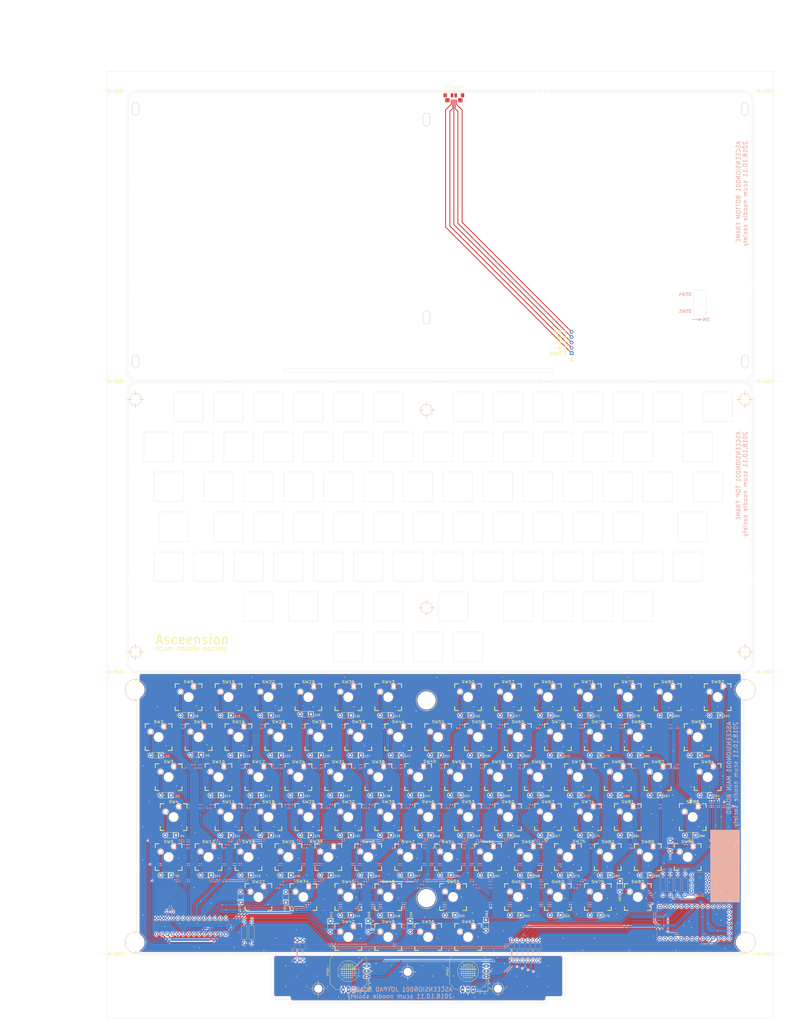
<source format=kicad_pcb>
(kicad_pcb (version 20171130) (host pcbnew "(5.0.0-3-g5ebb6b6)")
  (title_block (title asceension) (date 2018/9/23) (rev 1) (company "scum noodle society"))
  (layers (0 F.Cu signal) (31 B.Cu signal hide) (34 B.Paste user hide) (35 F.Paste user hide) (36 B.SilkS user hide) (37 F.SilkS user) (38 B.Mask user hide) (39 F.Mask user hide) (44 Edge.Cuts user))
  (net 0 "")
  (net 1 "Net-(D2-Pad2)")
  (net 2 "Net-(D3-Pad2)")
  (net 3 "Net-(D4-Pad2)")
  (net 4 "Net-(D5-Pad2)")
  (net 5 "Net-(D8-Pad2)")
  (net 6 "Net-(D9-Pad2)")
  (net 7 "Net-(D10-Pad2)")
  (net 8 "Net-(D11-Pad2)")
  (net 9 "Net-(D12-Pad2)")
  (net 10 "Net-(D15-Pad2)")
  (net 11 "Net-(D16-Pad2)")
  (net 12 "Net-(D17-Pad2)")
  (net 13 "Net-(D18-Pad2)")
  (net 14 "Net-(D19-Pad2)")
  (net 15 "Net-(D22-Pad2)")
  (net 16 "Net-(D23-Pad2)")
  (net 17 "Net-(D24-Pad2)")
  (net 18 "Net-(D25-Pad2)")
  (net 19 "Net-(D26-Pad2)")
  (net 20 "Net-(D27-Pad2)")
  (net 21 "Net-(D29-Pad2)")
  (net 22 "Net-(D30-Pad2)")
  (net 23 "Net-(D31-Pad2)")
  (net 24 "Net-(D32-Pad2)")
  (net 25 "Net-(D33-Pad2)")
  (net 26 "Net-(D34-Pad2)")
  (net 27 "Net-(D36-Pad2)")
  (net 28 "Net-(D37-Pad2)")
  (net 29 "Net-(D38-Pad2)")
  (net 30 "Net-(D39-Pad2)")
  (net 31 "Net-(D40-Pad2)")
  (net 32 "Net-(D41-Pad2)")
  (net 33 "Net-(D42-Pad2)")
  (net 34 "Net-(D43-Pad2)")
  (net 35 "Net-(D44-Pad2)")
  (net 36 "Net-(D45-Pad2)")
  (net 37 "Net-(D46-Pad2)")
  (net 38 "Net-(D47-Pad2)")
  (net 39 "Net-(D48-Pad2)")
  (net 40 "Net-(D49-Pad2)")
  (net 41 "Net-(D50-Pad2)")
  (net 42 "Net-(D51-Pad2)")
  (net 43 "Net-(D52-Pad2)")
  (net 44 "Net-(D53-Pad2)")
  (net 45 "Net-(D54-Pad2)")
  (net 46 "Net-(D55-Pad2)")
  (net 47 "Net-(D56-Pad2)")
  (net 48 "Net-(D57-Pad2)")
  (net 49 "Net-(D58-Pad2)")
  (net 50 "Net-(D59-Pad2)")
  (net 51 "Net-(D60-Pad2)")
  (net 52 "Net-(D61-Pad2)")
  (net 53 "Net-(D62-Pad2)")
  (net 54 "Net-(D63-Pad2)")
  (net 55 "Net-(D64-Pad2)")
  (net 56 "Net-(D65-Pad2)")
  (net 57 "Net-(D66-Pad2)")
  (net 58 "Net-(D67-Pad2)")
  (net 59 "Net-(D68-Pad2)")
  (net 60 "Net-(D69-Pad2)")
  (net 61 "Net-(D71-Pad2)")
  (net 62 "Net-(D72-Pad2)")
  (net 63 "Net-(D73-Pad2)")
  (net 64 "Net-(D74-Pad2)")
  (net 65 "Net-(D75-Pad2)")
  (net 66 "Net-(D76-Pad2)")
  (net 67 "Net-(D78-Pad2)")
  (net 68 "Net-(D79-Pad2)")
  (net 69 "Net-(D80-Pad2)")
  (net 70 "Net-(D81-Pad2)")
  (net 71 "Net-(D82-Pad2)")
  (net 72 "Net-(D83-Pad2)")
  (net 73 "Net-(D85-Pad2)")
  (net 74 "Net-(D86-Pad2)")
  (net 75 "Net-(D87-Pad2)")
  (net 76 "Net-(D88-Pad2)")
  (net 77 "Net-(D89-Pad2)")
  (net 78 "Net-(D92-Pad2)")
  (net 79 "Net-(D93-Pad2)")
  (net 80 "Net-(D94-Pad2)")
  (net 81 "Net-(D96-Pad2)")
  (net 82 +5V)
  (net 83 GND)
  (net 84 /JPAD_LX)
  (net 85 /JPAD_LY)
  (net 86 /JPAD_RX)
  (net 87 /JPAD_RY)
  (net 88 /DSW4)
  (net 89 /DSW3)
  (net 90 /DSW2)
  (net 91 /DSW1)
  (net 92 ROW0)
  (net 93 ROW1)
  (net 94 ROW2)
  (net 95 ROW3)
  (net 96 ROW4)
  (net 97 ROW5)
  (net 98 ROW6)
  (net 99 COL0)
  (net 100 COL1)
  (net 101 COL2)
  (net 102 COL3)
  (net 103 COL4)
  (net 104 COL5)
  (net 105 COL6)
  (net 106 COL7)
  (net 107 COL8)
  (net 108 COL9)
  (net 109 COL10)
  (net 110 COL11)
  (net 111 COL12)
  (net 112 COL13)
  (net 113 "Net-(U1-Pad20)")
  (net 114 "Net-(U1-Pad21)")
  (net 115 "Net-(U1-Pad3)")
  (net 116 "Net-(U1-Pad24)")
  (net 117 "Net-(U1-Pad9)")
  (net 118 "Net-(U1-Pad10)")
  (net 119 "Net-(U1-Pad30)")
  (net 120 "Net-(U1-Pad31)")
  (net 121 "Net-(U1-Pad14)")
  (net 122 "Net-(U1-Pad33)")
  (net 123 "Net-(U1-Pad15)")
  (net 124 "Net-(U2-Pad19)")
  (net 125 "Net-(U2-Pad20)")
  (net 126 "Net-(U2-Pad7)")
  (net 127 "Net-(U2-Pad8)")
  (net 128 "Net-(R5-Pad2)")
  (net 129 "Net-(R6-Pad2)")
  (net 130 "Net-(U1-Pad1)")
  (net 131 "Net-(J1-Pad2)")
  (net 132 "Net-(J1-Pad3)")
  (net 133 "Net-(J1-Pad4)")
  (net 134 "Net-(J1-Pad5)")
  (net 135 "Net-(J5-Pad1)")
  (net 136 "Net-(J5-Pad2)")
  (net 137 "Net-(J5-Pad3)")
  (net 138 "Net-(J5-Pad4)")
  (net 139 "Net-(J5-Pad5)")
  (module myFoot:USB_MICRO_B-HIROSE-ZX62R-B-5P (layer F.Cu) (at 129.38036 -264.0389 180)
    (fp_text reference J6 (at -6 -4 270) (layer F.SilkS) (effects (font (size 0.9652 0.9652) (thickness 0.12192)) (justify bottom)))
    (fp_text value Conn_01x05 (at 0 1.9 180) (layer F.SilkS) (effects (font (size 0.9652 0.9652) (thickness 0.12192)) (justify bottom)))
    (fp_line (start 2.8 -1.499) (end 2.8 0) (layer Edge.Cuts) (width 0.1))
    (fp_arc (start 2.419 -1.499) (end 2.419 -1.88) (angle 90) (layer Edge.Cuts) (width 0.1))
    (fp_line (start 2.331 -1.88) (end 2.419 -1.88) (layer Edge.Cuts) (width 0.1))
    (fp_arc (start 2.331 -1.499) (end 1.95 -1.499) (angle 90) (layer Edge.Cuts) (width 0.1))
    (fp_line (start 1.95 0) (end 1.95 -1.499) (layer Edge.Cuts) (width 0.1))
    (fp_line (start -1.95 -1.499) (end -1.95 0) (layer Edge.Cuts) (width 0.1))
    (fp_arc (start -2.331 -1.499) (end -2.331 -1.88) (angle 90) (layer Edge.Cuts) (width 0.1))
    (fp_line (start -2.419 -1.88) (end -2.331 -1.88) (layer Edge.Cuts) (width 0.1))
    (fp_arc (start -2.419 -1.499) (end -2.8 -1.499) (angle 90) (layer Edge.Cuts) (width 0.1))
    (fp_line (start -2.8 0) (end -2.8 -1.499) (layer Edge.Cuts) (width 0.1))
    (pad 6 smd rect (at 4.1 -1.45 180) (size 1.6 1.9) (layers F.Cu F.Paste F.Mask))
    (pad 6 smd rect (at 0.85 -1.45 180) (size 1.2 1.9) (layers F.Cu F.Paste F.Mask))
    (pad 6 smd rect (at -0.85 -1.45 180) (size 1.2 1.9) (layers F.Cu F.Paste F.Mask))
    (pad 6 smd rect (at -4.1 -1.45 180) (size 1.6 1.9) (layers F.Cu F.Paste F.Mask))
    (pad 6 smd rect (at -3.1 -3.8 180) (size 2.1 2) (layers F.Cu F.Paste F.Mask))
    (pad 6 smd rect (at 3.1 -3.8 180) (size 2.1 2) (layers F.Cu F.Paste F.Mask))
    (pad 5 smd rect (at -1.3 -4.125 180) (size 0.385 1.35) (layers F.Cu F.Paste F.Mask) (net 139 "Net-(J5-Pad5)"))
    (pad 4 smd rect (at -0.65 -4.125 180) (size 0.385 1.35) (layers F.Cu F.Paste F.Mask) (net 138 "Net-(J5-Pad4)"))
    (pad 3 smd rect (at 0 -4.125 180) (size 0.385 1.35) (layers F.Cu F.Paste F.Mask) (net 137 "Net-(J5-Pad3)"))
    (pad 2 smd rect (at 0.65 -4.125 180) (size 0.385 1.35) (layers F.Cu F.Paste F.Mask) (net 136 "Net-(J5-Pad2)"))
    (pad 1 smd rect (at 1.3 -4.125 180) (size 0.385 1.35) (layers F.Cu F.Paste F.Mask) (net 135 "Net-(J5-Pad1)"))
  )
  (module myFoot:MX_SWITCH_METALFRAME_CUTOUT (layer F.Cu) (at 216.89 -19.59)
    (fp_text reference SW83 hide)
    (fp_text value CutOut hide)
    (fp_line (start 7 -6.5) (end 7 6.5) (layer Edge.Cuts) (width 0.1))
    (fp_line (start -6.5 -7) (end 6.5 -7) (layer Edge.Cuts) (width 0.1))
    (fp_line (start -7 6.5) (end -7 -6.5) (layer Edge.Cuts) (width 0.1))
    (fp_line (start 6.5 7) (end -6.5 7) (layer Edge.Cuts) (width 0.1))
    (fp_arc (start 6.5 6.5) (end 6.5 7) (angle -90) (layer Edge.Cuts) (width 0.1))
    (fp_arc (start -6.5 6.5) (end -7 6.5) (angle -90) (layer Edge.Cuts) (width 0.1))
    (fp_arc (start 6.5 -6.5) (end 7 -6.5) (angle -90) (layer Edge.Cuts) (width 0.1))
    (fp_arc (start -6.5 -6.5) (end -6.5 -7) (angle -90) (layer Edge.Cuts) (width 0.1))
  )
  (module myFoot:MX_SWITCH_METALFRAME_CUTOUT (layer F.Cu) (at 36.39 -19.59)
    (fp_text reference SW27 hide)
    (fp_text value CutOut hide)
    (fp_line (start 7 -6.5) (end 7 6.5) (layer Edge.Cuts) (width 0.1))
    (fp_line (start -6.5 -7) (end 6.5 -7) (layer Edge.Cuts) (width 0.1))
    (fp_line (start -7 6.5) (end -7 -6.5) (layer Edge.Cuts) (width 0.1))
    (fp_line (start 6.5 7) (end -6.5 7) (layer Edge.Cuts) (width 0.1))
    (fp_arc (start 6.5 6.5) (end 6.5 7) (angle -90) (layer Edge.Cuts) (width 0.1))
    (fp_arc (start -6.5 6.5) (end -7 6.5) (angle -90) (layer Edge.Cuts) (width 0.1))
    (fp_arc (start 6.5 -6.5) (end 7 -6.5) (angle -90) (layer Edge.Cuts) (width 0.1))
    (fp_arc (start -6.5 -6.5) (end -6.5 -7) (angle -90) (layer Edge.Cuts) (width 0.1))
  )
  (module myFoot:MX_SWITCH_METALFRAME_CUTOUT (layer F.Cu) (at 202.64 -38.59)
    (fp_text reference SW82 hide)
    (fp_text value CutOut hide)
    (fp_line (start 7 -6.5) (end 7 6.5) (layer Edge.Cuts) (width 0.1))
    (fp_line (start -6.5 -7) (end 6.5 -7) (layer Edge.Cuts) (width 0.1))
    (fp_line (start -7 6.5) (end -7 -6.5) (layer Edge.Cuts) (width 0.1))
    (fp_line (start 6.5 7) (end -6.5 7) (layer Edge.Cuts) (width 0.1))
    (fp_arc (start 6.5 6.5) (end 6.5 7) (angle -90) (layer Edge.Cuts) (width 0.1))
    (fp_arc (start -6.5 6.5) (end -7 6.5) (angle -90) (layer Edge.Cuts) (width 0.1))
    (fp_arc (start 6.5 -6.5) (end 7 -6.5) (angle -90) (layer Edge.Cuts) (width 0.1))
    (fp_arc (start -6.5 -6.5) (end -6.5 -7) (angle -90) (layer Edge.Cuts) (width 0.1))
  )
  (module myFoot:MX_SWITCH_METALFRAME_CUTOUT (layer F.Cu) (at -11.11 -95.59)
    (fp_text reference SW2 hide)
    (fp_text value CutOut hide)
    (fp_line (start 7 -6.5) (end 7 6.5) (layer Edge.Cuts) (width 0.1))
    (fp_line (start -6.5 -7) (end 6.5 -7) (layer Edge.Cuts) (width 0.1))
    (fp_line (start -7 6.5) (end -7 -6.5) (layer Edge.Cuts) (width 0.1))
    (fp_line (start 6.5 7) (end -6.5 7) (layer Edge.Cuts) (width 0.1))
    (fp_arc (start 6.5 6.5) (end 6.5 7) (angle -90) (layer Edge.Cuts) (width 0.1))
    (fp_arc (start -6.5 6.5) (end -7 6.5) (angle -90) (layer Edge.Cuts) (width 0.1))
    (fp_arc (start 6.5 -6.5) (end 7 -6.5) (angle -90) (layer Edge.Cuts) (width 0.1))
    (fp_arc (start -6.5 -6.5) (end -6.5 -7) (angle -90) (layer Edge.Cuts) (width 0.1))
  )
  (module myFoot:MX_SWITCH_METALFRAME_CUTOUT (layer F.Cu) (at -6.36 -38.59)
    (fp_text reference SW5 hide)
    (fp_text value CutOut hide)
    (fp_line (start 7 -6.5) (end 7 6.5) (layer Edge.Cuts) (width 0.1))
    (fp_line (start -6.5 -7) (end 6.5 -7) (layer Edge.Cuts) (width 0.1))
    (fp_line (start -7 6.5) (end -7 -6.5) (layer Edge.Cuts) (width 0.1))
    (fp_line (start 6.5 7) (end -6.5 7) (layer Edge.Cuts) (width 0.1))
    (fp_arc (start 6.5 6.5) (end 6.5 7) (angle -90) (layer Edge.Cuts) (width 0.1))
    (fp_arc (start -6.5 6.5) (end -7 6.5) (angle -90) (layer Edge.Cuts) (width 0.1))
    (fp_arc (start 6.5 -6.5) (end 7 -6.5) (angle -90) (layer Edge.Cuts) (width 0.1))
    (fp_arc (start -6.5 -6.5) (end -6.5 -7) (angle -90) (layer Edge.Cuts) (width 0.1))
  )
  (module myFoot:MX_SWITCH_METALFRAME_CUTOUT (layer F.Cu) (at 3.14 -114.59)
    (fp_text reference SW8 hide)
    (fp_text value CutOut hide)
    (fp_line (start 7 -6.5) (end 7 6.5) (layer Edge.Cuts) (width 0.1))
    (fp_line (start -6.5 -7) (end 6.5 -7) (layer Edge.Cuts) (width 0.1))
    (fp_line (start -7 6.5) (end -7 -6.5) (layer Edge.Cuts) (width 0.1))
    (fp_line (start 6.5 7) (end -6.5 7) (layer Edge.Cuts) (width 0.1))
    (fp_arc (start 6.5 6.5) (end 6.5 7) (angle -90) (layer Edge.Cuts) (width 0.1))
    (fp_arc (start -6.5 6.5) (end -7 6.5) (angle -90) (layer Edge.Cuts) (width 0.1))
    (fp_arc (start 6.5 -6.5) (end 7 -6.5) (angle -90) (layer Edge.Cuts) (width 0.1))
    (fp_arc (start -6.5 -6.5) (end -6.5 -7) (angle -90) (layer Edge.Cuts) (width 0.1))
  )
  (module myFoot:MX_SWITCH_METALFRAME_CUTOUT (layer F.Cu) (at 7.89 -95.59)
    (fp_text reference SW9 hide)
    (fp_text value CutOut hide)
    (fp_line (start 7 -6.5) (end 7 6.5) (layer Edge.Cuts) (width 0.1))
    (fp_line (start -6.5 -7) (end 6.5 -7) (layer Edge.Cuts) (width 0.1))
    (fp_line (start -7 6.5) (end -7 -6.5) (layer Edge.Cuts) (width 0.1))
    (fp_line (start 6.5 7) (end -6.5 7) (layer Edge.Cuts) (width 0.1))
    (fp_arc (start 6.5 6.5) (end 6.5 7) (angle -90) (layer Edge.Cuts) (width 0.1))
    (fp_arc (start -6.5 6.5) (end -7 6.5) (angle -90) (layer Edge.Cuts) (width 0.1))
    (fp_arc (start 6.5 -6.5) (end 7 -6.5) (angle -90) (layer Edge.Cuts) (width 0.1))
    (fp_arc (start -6.5 -6.5) (end -6.5 -7) (angle -90) (layer Edge.Cuts) (width 0.1))
  )
  (module myFoot:MX_SWITCH_METALFRAME_CUTOUT (layer F.Cu) (at 17.39 -76.59)
    (fp_text reference SW10 hide)
    (fp_text value CutOut hide)
    (fp_line (start 7 -6.5) (end 7 6.5) (layer Edge.Cuts) (width 0.1))
    (fp_line (start -6.5 -7) (end 6.5 -7) (layer Edge.Cuts) (width 0.1))
    (fp_line (start -7 6.5) (end -7 -6.5) (layer Edge.Cuts) (width 0.1))
    (fp_line (start 6.5 7) (end -6.5 7) (layer Edge.Cuts) (width 0.1))
    (fp_arc (start 6.5 6.5) (end 6.5 7) (angle -90) (layer Edge.Cuts) (width 0.1))
    (fp_arc (start -6.5 6.5) (end -7 6.5) (angle -90) (layer Edge.Cuts) (width 0.1))
    (fp_arc (start 6.5 -6.5) (end 7 -6.5) (angle -90) (layer Edge.Cuts) (width 0.1))
    (fp_arc (start -6.5 -6.5) (end -6.5 -7) (angle -90) (layer Edge.Cuts) (width 0.1))
  )
  (module myFoot:MX_SWITCH_METALFRAME_CUTOUT (layer F.Cu) (at 22.14 -57.59)
    (fp_text reference SW11 hide)
    (fp_text value CutOut hide)
    (fp_line (start 7 -6.5) (end 7 6.5) (layer Edge.Cuts) (width 0.1))
    (fp_line (start -6.5 -7) (end 6.5 -7) (layer Edge.Cuts) (width 0.1))
    (fp_line (start -7 6.5) (end -7 -6.5) (layer Edge.Cuts) (width 0.1))
    (fp_line (start 6.5 7) (end -6.5 7) (layer Edge.Cuts) (width 0.1))
    (fp_arc (start 6.5 6.5) (end 6.5 7) (angle -90) (layer Edge.Cuts) (width 0.1))
    (fp_arc (start -6.5 6.5) (end -7 6.5) (angle -90) (layer Edge.Cuts) (width 0.1))
    (fp_arc (start 6.5 -6.5) (end 7 -6.5) (angle -90) (layer Edge.Cuts) (width 0.1))
    (fp_arc (start -6.5 -6.5) (end -6.5 -7) (angle -90) (layer Edge.Cuts) (width 0.1))
  )
  (module myFoot:MX_SWITCH_METALFRAME_CUTOUT (layer F.Cu) (at 12.64 -38.59)
    (fp_text reference SW12 hide)
    (fp_text value CutOut hide)
    (fp_line (start 7 -6.5) (end 7 6.5) (layer Edge.Cuts) (width 0.1))
    (fp_line (start -6.5 -7) (end 6.5 -7) (layer Edge.Cuts) (width 0.1))
    (fp_line (start -7 6.5) (end -7 -6.5) (layer Edge.Cuts) (width 0.1))
    (fp_line (start 6.5 7) (end -6.5 7) (layer Edge.Cuts) (width 0.1))
    (fp_arc (start 6.5 6.5) (end 6.5 7) (angle -90) (layer Edge.Cuts) (width 0.1))
    (fp_arc (start -6.5 6.5) (end -7 6.5) (angle -90) (layer Edge.Cuts) (width 0.1))
    (fp_arc (start 6.5 -6.5) (end 7 -6.5) (angle -90) (layer Edge.Cuts) (width 0.1))
    (fp_arc (start -6.5 -6.5) (end -6.5 -7) (angle -90) (layer Edge.Cuts) (width 0.1))
  )
  (module myFoot:MX_SWITCH_METALFRAME_CUTOUT (layer F.Cu) (at 22.14 -114.59)
    (fp_text reference SW15 hide)
    (fp_text value CutOut hide)
    (fp_line (start 7 -6.5) (end 7 6.5) (layer Edge.Cuts) (width 0.1))
    (fp_line (start -6.5 -7) (end 6.5 -7) (layer Edge.Cuts) (width 0.1))
    (fp_line (start -7 6.5) (end -7 -6.5) (layer Edge.Cuts) (width 0.1))
    (fp_line (start 6.5 7) (end -6.5 7) (layer Edge.Cuts) (width 0.1))
    (fp_arc (start 6.5 6.5) (end 6.5 7) (angle -90) (layer Edge.Cuts) (width 0.1))
    (fp_arc (start -6.5 6.5) (end -7 6.5) (angle -90) (layer Edge.Cuts) (width 0.1))
    (fp_arc (start 6.5 -6.5) (end 7 -6.5) (angle -90) (layer Edge.Cuts) (width 0.1))
    (fp_arc (start -6.5 -6.5) (end -6.5 -7) (angle -90) (layer Edge.Cuts) (width 0.1))
  )
  (module myFoot:MX_SWITCH_METALFRAME_CUTOUT (layer F.Cu) (at 26.89 -95.59)
    (fp_text reference SW16 hide)
    (fp_text value CutOut hide)
    (fp_line (start 7 -6.5) (end 7 6.5) (layer Edge.Cuts) (width 0.1))
    (fp_line (start -6.5 -7) (end 6.5 -7) (layer Edge.Cuts) (width 0.1))
    (fp_line (start -7 6.5) (end -7 -6.5) (layer Edge.Cuts) (width 0.1))
    (fp_line (start 6.5 7) (end -6.5 7) (layer Edge.Cuts) (width 0.1))
    (fp_arc (start 6.5 6.5) (end 6.5 7) (angle -90) (layer Edge.Cuts) (width 0.1))
    (fp_arc (start -6.5 6.5) (end -7 6.5) (angle -90) (layer Edge.Cuts) (width 0.1))
    (fp_arc (start 6.5 -6.5) (end 7 -6.5) (angle -90) (layer Edge.Cuts) (width 0.1))
    (fp_arc (start -6.5 -6.5) (end -6.5 -7) (angle -90) (layer Edge.Cuts) (width 0.1))
  )
  (module myFoot:MX_SWITCH_METALFRAME_CUTOUT (layer F.Cu) (at 36.39 -76.59)
    (fp_text reference SW17 hide)
    (fp_text value CutOut hide)
    (fp_line (start 7 -6.5) (end 7 6.5) (layer Edge.Cuts) (width 0.1))
    (fp_line (start -6.5 -7) (end 6.5 -7) (layer Edge.Cuts) (width 0.1))
    (fp_line (start -7 6.5) (end -7 -6.5) (layer Edge.Cuts) (width 0.1))
    (fp_line (start 6.5 7) (end -6.5 7) (layer Edge.Cuts) (width 0.1))
    (fp_arc (start 6.5 6.5) (end 6.5 7) (angle -90) (layer Edge.Cuts) (width 0.1))
    (fp_arc (start -6.5 6.5) (end -7 6.5) (angle -90) (layer Edge.Cuts) (width 0.1))
    (fp_arc (start 6.5 -6.5) (end 7 -6.5) (angle -90) (layer Edge.Cuts) (width 0.1))
    (fp_arc (start -6.5 -6.5) (end -6.5 -7) (angle -90) (layer Edge.Cuts) (width 0.1))
  )
  (module myFoot:MX_SWITCH_METALFRAME_CUTOUT (layer F.Cu) (at 41.14 -57.59)
    (fp_text reference SW18 hide)
    (fp_text value CutOut hide)
    (fp_line (start 7 -6.5) (end 7 6.5) (layer Edge.Cuts) (width 0.1))
    (fp_line (start -6.5 -7) (end 6.5 -7) (layer Edge.Cuts) (width 0.1))
    (fp_line (start -7 6.5) (end -7 -6.5) (layer Edge.Cuts) (width 0.1))
    (fp_line (start 6.5 7) (end -6.5 7) (layer Edge.Cuts) (width 0.1))
    (fp_arc (start 6.5 6.5) (end 6.5 7) (angle -90) (layer Edge.Cuts) (width 0.1))
    (fp_arc (start -6.5 6.5) (end -7 6.5) (angle -90) (layer Edge.Cuts) (width 0.1))
    (fp_arc (start 6.5 -6.5) (end 7 -6.5) (angle -90) (layer Edge.Cuts) (width 0.1))
    (fp_arc (start -6.5 -6.5) (end -6.5 -7) (angle -90) (layer Edge.Cuts) (width 0.1))
  )
  (module myFoot:MX_SWITCH_METALFRAME_CUTOUT (layer F.Cu) (at 31.64 -38.59)
    (fp_text reference SW19 hide)
    (fp_text value CutOut hide)
    (fp_line (start 7 -6.5) (end 7 6.5) (layer Edge.Cuts) (width 0.1))
    (fp_line (start -6.5 -7) (end 6.5 -7) (layer Edge.Cuts) (width 0.1))
    (fp_line (start -7 6.5) (end -7 -6.5) (layer Edge.Cuts) (width 0.1))
    (fp_line (start 6.5 7) (end -6.5 7) (layer Edge.Cuts) (width 0.1))
    (fp_arc (start 6.5 6.5) (end 6.5 7) (angle -90) (layer Edge.Cuts) (width 0.1))
    (fp_arc (start -6.5 6.5) (end -7 6.5) (angle -90) (layer Edge.Cuts) (width 0.1))
    (fp_arc (start 6.5 -6.5) (end 7 -6.5) (angle -90) (layer Edge.Cuts) (width 0.1))
    (fp_arc (start -6.5 -6.5) (end -6.5 -7) (angle -90) (layer Edge.Cuts) (width 0.1))
  )
  (module myFoot:MX_SWITCH_METALFRAME_CUTOUT (layer F.Cu) (at 41.14 -114.59)
    (fp_text reference SW22 hide)
    (fp_text value CutOut hide)
    (fp_line (start 7 -6.5) (end 7 6.5) (layer Edge.Cuts) (width 0.1))
    (fp_line (start -6.5 -7) (end 6.5 -7) (layer Edge.Cuts) (width 0.1))
    (fp_line (start -7 6.5) (end -7 -6.5) (layer Edge.Cuts) (width 0.1))
    (fp_line (start 6.5 7) (end -6.5 7) (layer Edge.Cuts) (width 0.1))
    (fp_arc (start 6.5 6.5) (end 6.5 7) (angle -90) (layer Edge.Cuts) (width 0.1))
    (fp_arc (start -6.5 6.5) (end -7 6.5) (angle -90) (layer Edge.Cuts) (width 0.1))
    (fp_arc (start 6.5 -6.5) (end 7 -6.5) (angle -90) (layer Edge.Cuts) (width 0.1))
    (fp_arc (start -6.5 -6.5) (end -6.5 -7) (angle -90) (layer Edge.Cuts) (width 0.1))
  )
  (module myFoot:MX_SWITCH_METALFRAME_CUTOUT (layer F.Cu) (at 45.89 -95.59)
    (fp_text reference SW23 hide)
    (fp_text value CutOut hide)
    (fp_line (start 7 -6.5) (end 7 6.5) (layer Edge.Cuts) (width 0.1))
    (fp_line (start -6.5 -7) (end 6.5 -7) (layer Edge.Cuts) (width 0.1))
    (fp_line (start -7 6.5) (end -7 -6.5) (layer Edge.Cuts) (width 0.1))
    (fp_line (start 6.5 7) (end -6.5 7) (layer Edge.Cuts) (width 0.1))
    (fp_arc (start 6.5 6.5) (end 6.5 7) (angle -90) (layer Edge.Cuts) (width 0.1))
    (fp_arc (start -6.5 6.5) (end -7 6.5) (angle -90) (layer Edge.Cuts) (width 0.1))
    (fp_arc (start 6.5 -6.5) (end 7 -6.5) (angle -90) (layer Edge.Cuts) (width 0.1))
    (fp_arc (start -6.5 -6.5) (end -6.5 -7) (angle -90) (layer Edge.Cuts) (width 0.1))
  )
  (module myFoot:MX_SWITCH_METALFRAME_CUTOUT (layer F.Cu) (at 55.39 -76.59)
    (fp_text reference SW24 hide)
    (fp_text value CutOut hide)
    (fp_line (start 7 -6.5) (end 7 6.5) (layer Edge.Cuts) (width 0.1))
    (fp_line (start -6.5 -7) (end 6.5 -7) (layer Edge.Cuts) (width 0.1))
    (fp_line (start -7 6.5) (end -7 -6.5) (layer Edge.Cuts) (width 0.1))
    (fp_line (start 6.5 7) (end -6.5 7) (layer Edge.Cuts) (width 0.1))
    (fp_arc (start 6.5 6.5) (end 6.5 7) (angle -90) (layer Edge.Cuts) (width 0.1))
    (fp_arc (start -6.5 6.5) (end -7 6.5) (angle -90) (layer Edge.Cuts) (width 0.1))
    (fp_arc (start 6.5 -6.5) (end 7 -6.5) (angle -90) (layer Edge.Cuts) (width 0.1))
    (fp_arc (start -6.5 -6.5) (end -6.5 -7) (angle -90) (layer Edge.Cuts) (width 0.1))
  )
  (module myFoot:MX_SWITCH_METALFRAME_CUTOUT (layer F.Cu) (at 60.14 -57.59)
    (fp_text reference SW25 hide)
    (fp_text value CutOut hide)
    (fp_line (start 7 -6.5) (end 7 6.5) (layer Edge.Cuts) (width 0.1))
    (fp_line (start -6.5 -7) (end 6.5 -7) (layer Edge.Cuts) (width 0.1))
    (fp_line (start -7 6.5) (end -7 -6.5) (layer Edge.Cuts) (width 0.1))
    (fp_line (start 6.5 7) (end -6.5 7) (layer Edge.Cuts) (width 0.1))
    (fp_arc (start 6.5 6.5) (end 6.5 7) (angle -90) (layer Edge.Cuts) (width 0.1))
    (fp_arc (start -6.5 6.5) (end -7 6.5) (angle -90) (layer Edge.Cuts) (width 0.1))
    (fp_arc (start 6.5 -6.5) (end 7 -6.5) (angle -90) (layer Edge.Cuts) (width 0.1))
    (fp_arc (start -6.5 -6.5) (end -6.5 -7) (angle -90) (layer Edge.Cuts) (width 0.1))
  )
  (module myFoot:MX_SWITCH_METALFRAME_CUTOUT (layer F.Cu) (at 50.64 -38.59)
    (fp_text reference SW26 hide)
    (fp_text value CutOut hide)
    (fp_line (start 7 -6.5) (end 7 6.5) (layer Edge.Cuts) (width 0.1))
    (fp_line (start -6.5 -7) (end 6.5 -7) (layer Edge.Cuts) (width 0.1))
    (fp_line (start -7 6.5) (end -7 -6.5) (layer Edge.Cuts) (width 0.1))
    (fp_line (start 6.5 7) (end -6.5 7) (layer Edge.Cuts) (width 0.1))
    (fp_arc (start 6.5 6.5) (end 6.5 7) (angle -90) (layer Edge.Cuts) (width 0.1))
    (fp_arc (start -6.5 6.5) (end -7 6.5) (angle -90) (layer Edge.Cuts) (width 0.1))
    (fp_arc (start 6.5 -6.5) (end 7 -6.5) (angle -90) (layer Edge.Cuts) (width 0.1))
    (fp_arc (start -6.5 -6.5) (end -6.5 -7) (angle -90) (layer Edge.Cuts) (width 0.1))
  )
  (module myFoot:MX_SWITCH_METALFRAME_CUTOUT (layer F.Cu) (at 60.14 -114.59)
    (fp_text reference SW29 hide)
    (fp_text value CutOut hide)
    (fp_line (start 7 -6.5) (end 7 6.5) (layer Edge.Cuts) (width 0.1))
    (fp_line (start -6.5 -7) (end 6.5 -7) (layer Edge.Cuts) (width 0.1))
    (fp_line (start -7 6.5) (end -7 -6.5) (layer Edge.Cuts) (width 0.1))
    (fp_line (start 6.5 7) (end -6.5 7) (layer Edge.Cuts) (width 0.1))
    (fp_arc (start 6.5 6.5) (end 6.5 7) (angle -90) (layer Edge.Cuts) (width 0.1))
    (fp_arc (start -6.5 6.5) (end -7 6.5) (angle -90) (layer Edge.Cuts) (width 0.1))
    (fp_arc (start 6.5 -6.5) (end 7 -6.5) (angle -90) (layer Edge.Cuts) (width 0.1))
    (fp_arc (start -6.5 -6.5) (end -6.5 -7) (angle -90) (layer Edge.Cuts) (width 0.1))
  )
  (module myFoot:MX_SWITCH_METALFRAME_CUTOUT (layer F.Cu) (at 64.89 -95.59)
    (fp_text reference SW30 hide)
    (fp_text value CutOut hide)
    (fp_line (start 7 -6.5) (end 7 6.5) (layer Edge.Cuts) (width 0.1))
    (fp_line (start -6.5 -7) (end 6.5 -7) (layer Edge.Cuts) (width 0.1))
    (fp_line (start -7 6.5) (end -7 -6.5) (layer Edge.Cuts) (width 0.1))
    (fp_line (start 6.5 7) (end -6.5 7) (layer Edge.Cuts) (width 0.1))
    (fp_arc (start 6.5 6.5) (end 6.5 7) (angle -90) (layer Edge.Cuts) (width 0.1))
    (fp_arc (start -6.5 6.5) (end -7 6.5) (angle -90) (layer Edge.Cuts) (width 0.1))
    (fp_arc (start 6.5 -6.5) (end 7 -6.5) (angle -90) (layer Edge.Cuts) (width 0.1))
    (fp_arc (start -6.5 -6.5) (end -6.5 -7) (angle -90) (layer Edge.Cuts) (width 0.1))
  )
  (module myFoot:MX_SWITCH_METALFRAME_CUTOUT (layer F.Cu) (at 74.39 -76.59)
    (fp_text reference SW31 hide)
    (fp_text value CutOut hide)
    (fp_line (start 7 -6.5) (end 7 6.5) (layer Edge.Cuts) (width 0.1))
    (fp_line (start -6.5 -7) (end 6.5 -7) (layer Edge.Cuts) (width 0.1))
    (fp_line (start -7 6.5) (end -7 -6.5) (layer Edge.Cuts) (width 0.1))
    (fp_line (start 6.5 7) (end -6.5 7) (layer Edge.Cuts) (width 0.1))
    (fp_arc (start 6.5 6.5) (end 6.5 7) (angle -90) (layer Edge.Cuts) (width 0.1))
    (fp_arc (start -6.5 6.5) (end -7 6.5) (angle -90) (layer Edge.Cuts) (width 0.1))
    (fp_arc (start 6.5 -6.5) (end 7 -6.5) (angle -90) (layer Edge.Cuts) (width 0.1))
    (fp_arc (start -6.5 -6.5) (end -6.5 -7) (angle -90) (layer Edge.Cuts) (width 0.1))
  )
  (module myFoot:MX_SWITCH_METALFRAME_CUTOUT (layer F.Cu) (at 79.14 -57.59)
    (fp_text reference SW32 hide)
    (fp_text value CutOut hide)
    (fp_line (start 7 -6.5) (end 7 6.5) (layer Edge.Cuts) (width 0.1))
    (fp_line (start -6.5 -7) (end 6.5 -7) (layer Edge.Cuts) (width 0.1))
    (fp_line (start -7 6.5) (end -7 -6.5) (layer Edge.Cuts) (width 0.1))
    (fp_line (start 6.5 7) (end -6.5 7) (layer Edge.Cuts) (width 0.1))
    (fp_arc (start 6.5 6.5) (end 6.5 7) (angle -90) (layer Edge.Cuts) (width 0.1))
    (fp_arc (start -6.5 6.5) (end -7 6.5) (angle -90) (layer Edge.Cuts) (width 0.1))
    (fp_arc (start 6.5 -6.5) (end 7 -6.5) (angle -90) (layer Edge.Cuts) (width 0.1))
    (fp_arc (start -6.5 -6.5) (end -6.5 -7) (angle -90) (layer Edge.Cuts) (width 0.1))
  )
  (module myFoot:MX_SWITCH_METALFRAME_CUTOUT (layer F.Cu) (at 69.64 -38.59)
    (fp_text reference SW33 hide)
    (fp_text value CutOut hide)
    (fp_line (start 7 -6.5) (end 7 6.5) (layer Edge.Cuts) (width 0.1))
    (fp_line (start -6.5 -7) (end 6.5 -7) (layer Edge.Cuts) (width 0.1))
    (fp_line (start -7 6.5) (end -7 -6.5) (layer Edge.Cuts) (width 0.1))
    (fp_line (start 6.5 7) (end -6.5 7) (layer Edge.Cuts) (width 0.1))
    (fp_arc (start 6.5 6.5) (end 6.5 7) (angle -90) (layer Edge.Cuts) (width 0.1))
    (fp_arc (start -6.5 6.5) (end -7 6.5) (angle -90) (layer Edge.Cuts) (width 0.1))
    (fp_arc (start 6.5 -6.5) (end 7 -6.5) (angle -90) (layer Edge.Cuts) (width 0.1))
    (fp_arc (start -6.5 -6.5) (end -6.5 -7) (angle -90) (layer Edge.Cuts) (width 0.1))
  )
  (module myFoot:MX_SWITCH_METALFRAME_CUTOUT (layer F.Cu) (at 79.14 -114.59)
    (fp_text reference SW36 hide)
    (fp_text value CutOut hide)
    (fp_line (start 7 -6.5) (end 7 6.5) (layer Edge.Cuts) (width 0.1))
    (fp_line (start -6.5 -7) (end 6.5 -7) (layer Edge.Cuts) (width 0.1))
    (fp_line (start -7 6.5) (end -7 -6.5) (layer Edge.Cuts) (width 0.1))
    (fp_line (start 6.5 7) (end -6.5 7) (layer Edge.Cuts) (width 0.1))
    (fp_arc (start 6.5 6.5) (end 6.5 7) (angle -90) (layer Edge.Cuts) (width 0.1))
    (fp_arc (start -6.5 6.5) (end -7 6.5) (angle -90) (layer Edge.Cuts) (width 0.1))
    (fp_arc (start 6.5 -6.5) (end 7 -6.5) (angle -90) (layer Edge.Cuts) (width 0.1))
    (fp_arc (start -6.5 -6.5) (end -6.5 -7) (angle -90) (layer Edge.Cuts) (width 0.1))
  )
  (module myFoot:MX_SWITCH_METALFRAME_CUTOUT (layer F.Cu) (at 83.89 -95.59)
    (fp_text reference SW37 hide)
    (fp_text value CutOut hide)
    (fp_line (start 7 -6.5) (end 7 6.5) (layer Edge.Cuts) (width 0.1))
    (fp_line (start -6.5 -7) (end 6.5 -7) (layer Edge.Cuts) (width 0.1))
    (fp_line (start -7 6.5) (end -7 -6.5) (layer Edge.Cuts) (width 0.1))
    (fp_line (start 6.5 7) (end -6.5 7) (layer Edge.Cuts) (width 0.1))
    (fp_arc (start 6.5 6.5) (end 6.5 7) (angle -90) (layer Edge.Cuts) (width 0.1))
    (fp_arc (start -6.5 6.5) (end -7 6.5) (angle -90) (layer Edge.Cuts) (width 0.1))
    (fp_arc (start 6.5 -6.5) (end 7 -6.5) (angle -90) (layer Edge.Cuts) (width 0.1))
    (fp_arc (start -6.5 -6.5) (end -6.5 -7) (angle -90) (layer Edge.Cuts) (width 0.1))
  )
  (module myFoot:MX_SWITCH_METALFRAME_CUTOUT (layer F.Cu) (at 93.39 -76.59)
    (fp_text reference SW38 hide)
    (fp_text value CutOut hide)
    (fp_line (start 7 -6.5) (end 7 6.5) (layer Edge.Cuts) (width 0.1))
    (fp_line (start -6.5 -7) (end 6.5 -7) (layer Edge.Cuts) (width 0.1))
    (fp_line (start -7 6.5) (end -7 -6.5) (layer Edge.Cuts) (width 0.1))
    (fp_line (start 6.5 7) (end -6.5 7) (layer Edge.Cuts) (width 0.1))
    (fp_arc (start 6.5 6.5) (end 6.5 7) (angle -90) (layer Edge.Cuts) (width 0.1))
    (fp_arc (start -6.5 6.5) (end -7 6.5) (angle -90) (layer Edge.Cuts) (width 0.1))
    (fp_arc (start 6.5 -6.5) (end 7 -6.5) (angle -90) (layer Edge.Cuts) (width 0.1))
    (fp_arc (start -6.5 -6.5) (end -6.5 -7) (angle -90) (layer Edge.Cuts) (width 0.1))
  )
  (module myFoot:MX_SWITCH_METALFRAME_CUTOUT (layer F.Cu) (at 98.14 -57.59)
    (fp_text reference SW39 hide)
    (fp_text value CutOut hide)
    (fp_line (start 7 -6.5) (end 7 6.5) (layer Edge.Cuts) (width 0.1))
    (fp_line (start -6.5 -7) (end 6.5 -7) (layer Edge.Cuts) (width 0.1))
    (fp_line (start -7 6.5) (end -7 -6.5) (layer Edge.Cuts) (width 0.1))
    (fp_line (start 6.5 7) (end -6.5 7) (layer Edge.Cuts) (width 0.1))
    (fp_arc (start 6.5 6.5) (end 6.5 7) (angle -90) (layer Edge.Cuts) (width 0.1))
    (fp_arc (start -6.5 6.5) (end -7 6.5) (angle -90) (layer Edge.Cuts) (width 0.1))
    (fp_arc (start 6.5 -6.5) (end 7 -6.5) (angle -90) (layer Edge.Cuts) (width 0.1))
    (fp_arc (start -6.5 -6.5) (end -6.5 -7) (angle -90) (layer Edge.Cuts) (width 0.1))
  )
  (module myFoot:MX_SWITCH_METALFRAME_CUTOUT (layer F.Cu) (at 88.64 -38.59)
    (fp_text reference SW40 hide)
    (fp_text value CutOut hide)
    (fp_line (start 7 -6.5) (end 7 6.5) (layer Edge.Cuts) (width 0.1))
    (fp_line (start -6.5 -7) (end 6.5 -7) (layer Edge.Cuts) (width 0.1))
    (fp_line (start -7 6.5) (end -7 -6.5) (layer Edge.Cuts) (width 0.1))
    (fp_line (start 6.5 7) (end -6.5 7) (layer Edge.Cuts) (width 0.1))
    (fp_arc (start 6.5 6.5) (end 6.5 7) (angle -90) (layer Edge.Cuts) (width 0.1))
    (fp_arc (start -6.5 6.5) (end -7 6.5) (angle -90) (layer Edge.Cuts) (width 0.1))
    (fp_arc (start 6.5 -6.5) (end 7 -6.5) (angle -90) (layer Edge.Cuts) (width 0.1))
    (fp_arc (start -6.5 -6.5) (end -6.5 -7) (angle -90) (layer Edge.Cuts) (width 0.1))
  )
  (module myFoot:MX_SWITCH_METALFRAME_CUTOUT (layer F.Cu) (at 79.14 -19.59)
    (fp_text reference SW41 hide)
    (fp_text value CutOut hide)
    (fp_line (start 7 -6.5) (end 7 6.5) (layer Edge.Cuts) (width 0.1))
    (fp_line (start -6.5 -7) (end 6.5 -7) (layer Edge.Cuts) (width 0.1))
    (fp_line (start -7 6.5) (end -7 -6.5) (layer Edge.Cuts) (width 0.1))
    (fp_line (start 6.5 7) (end -6.5 7) (layer Edge.Cuts) (width 0.1))
    (fp_arc (start 6.5 6.5) (end 6.5 7) (angle -90) (layer Edge.Cuts) (width 0.1))
    (fp_arc (start -6.5 6.5) (end -7 6.5) (angle -90) (layer Edge.Cuts) (width 0.1))
    (fp_arc (start 6.5 -6.5) (end 7 -6.5) (angle -90) (layer Edge.Cuts) (width 0.1))
    (fp_arc (start -6.5 -6.5) (end -6.5 -7) (angle -90) (layer Edge.Cuts) (width 0.1))
  )
  (module myFoot:MX_SWITCH_METALFRAME_CUTOUT (layer F.Cu) (at 79.14 -0.59)
    (fp_text reference SW42 hide)
    (fp_text value CutOut hide)
    (fp_line (start 7 -6.5) (end 7 6.5) (layer Edge.Cuts) (width 0.1))
    (fp_line (start -6.5 -7) (end 6.5 -7) (layer Edge.Cuts) (width 0.1))
    (fp_line (start -7 6.5) (end -7 -6.5) (layer Edge.Cuts) (width 0.1))
    (fp_line (start 6.5 7) (end -6.5 7) (layer Edge.Cuts) (width 0.1))
    (fp_arc (start 6.5 6.5) (end 6.5 7) (angle -90) (layer Edge.Cuts) (width 0.1))
    (fp_arc (start -6.5 6.5) (end -7 6.5) (angle -90) (layer Edge.Cuts) (width 0.1))
    (fp_arc (start 6.5 -6.5) (end 7 -6.5) (angle -90) (layer Edge.Cuts) (width 0.1))
    (fp_arc (start -6.5 -6.5) (end -6.5 -7) (angle -90) (layer Edge.Cuts) (width 0.1))
  )
  (module myFoot:MX_SWITCH_METALFRAME_CUTOUT (layer F.Cu) (at 98.14 -114.59)
    (fp_text reference SW43 hide)
    (fp_text value CutOut hide)
    (fp_line (start 7 -6.5) (end 7 6.5) (layer Edge.Cuts) (width 0.1))
    (fp_line (start -6.5 -7) (end 6.5 -7) (layer Edge.Cuts) (width 0.1))
    (fp_line (start -7 6.5) (end -7 -6.5) (layer Edge.Cuts) (width 0.1))
    (fp_line (start 6.5 7) (end -6.5 7) (layer Edge.Cuts) (width 0.1))
    (fp_arc (start 6.5 6.5) (end 6.5 7) (angle -90) (layer Edge.Cuts) (width 0.1))
    (fp_arc (start -6.5 6.5) (end -7 6.5) (angle -90) (layer Edge.Cuts) (width 0.1))
    (fp_arc (start 6.5 -6.5) (end 7 -6.5) (angle -90) (layer Edge.Cuts) (width 0.1))
    (fp_arc (start -6.5 -6.5) (end -6.5 -7) (angle -90) (layer Edge.Cuts) (width 0.1))
  )
  (module myFoot:MX_SWITCH_METALFRAME_CUTOUT (layer F.Cu) (at 102.89 -95.59)
    (fp_text reference SW44 hide)
    (fp_text value CutOut hide)
    (fp_line (start 7 -6.5) (end 7 6.5) (layer Edge.Cuts) (width 0.1))
    (fp_line (start -6.5 -7) (end 6.5 -7) (layer Edge.Cuts) (width 0.1))
    (fp_line (start -7 6.5) (end -7 -6.5) (layer Edge.Cuts) (width 0.1))
    (fp_line (start 6.5 7) (end -6.5 7) (layer Edge.Cuts) (width 0.1))
    (fp_arc (start 6.5 6.5) (end 6.5 7) (angle -90) (layer Edge.Cuts) (width 0.1))
    (fp_arc (start -6.5 6.5) (end -7 6.5) (angle -90) (layer Edge.Cuts) (width 0.1))
    (fp_arc (start 6.5 -6.5) (end 7 -6.5) (angle -90) (layer Edge.Cuts) (width 0.1))
    (fp_arc (start -6.5 -6.5) (end -6.5 -7) (angle -90) (layer Edge.Cuts) (width 0.1))
  )
  (module myFoot:MX_SWITCH_METALFRAME_CUTOUT (layer F.Cu) (at 112.39 -76.59)
    (fp_text reference SW45 hide)
    (fp_text value CutOut hide)
    (fp_line (start 7 -6.5) (end 7 6.5) (layer Edge.Cuts) (width 0.1))
    (fp_line (start -6.5 -7) (end 6.5 -7) (layer Edge.Cuts) (width 0.1))
    (fp_line (start -7 6.5) (end -7 -6.5) (layer Edge.Cuts) (width 0.1))
    (fp_line (start 6.5 7) (end -6.5 7) (layer Edge.Cuts) (width 0.1))
    (fp_arc (start 6.5 6.5) (end 6.5 7) (angle -90) (layer Edge.Cuts) (width 0.1))
    (fp_arc (start -6.5 6.5) (end -7 6.5) (angle -90) (layer Edge.Cuts) (width 0.1))
    (fp_arc (start 6.5 -6.5) (end 7 -6.5) (angle -90) (layer Edge.Cuts) (width 0.1))
    (fp_arc (start -6.5 -6.5) (end -6.5 -7) (angle -90) (layer Edge.Cuts) (width 0.1))
  )
  (module myFoot:MX_SWITCH_METALFRAME_CUTOUT (layer F.Cu) (at 117.14 -57.59)
    (fp_text reference SW46 hide)
    (fp_text value CutOut hide)
    (fp_line (start 7 -6.5) (end 7 6.5) (layer Edge.Cuts) (width 0.1))
    (fp_line (start -6.5 -7) (end 6.5 -7) (layer Edge.Cuts) (width 0.1))
    (fp_line (start -7 6.5) (end -7 -6.5) (layer Edge.Cuts) (width 0.1))
    (fp_line (start 6.5 7) (end -6.5 7) (layer Edge.Cuts) (width 0.1))
    (fp_arc (start 6.5 6.5) (end 6.5 7) (angle -90) (layer Edge.Cuts) (width 0.1))
    (fp_arc (start -6.5 6.5) (end -7 6.5) (angle -90) (layer Edge.Cuts) (width 0.1))
    (fp_arc (start 6.5 -6.5) (end 7 -6.5) (angle -90) (layer Edge.Cuts) (width 0.1))
    (fp_arc (start -6.5 -6.5) (end -6.5 -7) (angle -90) (layer Edge.Cuts) (width 0.1))
  )
  (module myFoot:MX_SWITCH_METALFRAME_CUTOUT (layer F.Cu) (at 107.64 -38.59)
    (fp_text reference SW47 hide)
    (fp_text value CutOut hide)
    (fp_line (start 7 -6.5) (end 7 6.5) (layer Edge.Cuts) (width 0.1))
    (fp_line (start -6.5 -7) (end 6.5 -7) (layer Edge.Cuts) (width 0.1))
    (fp_line (start -7 6.5) (end -7 -6.5) (layer Edge.Cuts) (width 0.1))
    (fp_line (start 6.5 7) (end -6.5 7) (layer Edge.Cuts) (width 0.1))
    (fp_arc (start 6.5 6.5) (end 6.5 7) (angle -90) (layer Edge.Cuts) (width 0.1))
    (fp_arc (start -6.5 6.5) (end -7 6.5) (angle -90) (layer Edge.Cuts) (width 0.1))
    (fp_arc (start 6.5 -6.5) (end 7 -6.5) (angle -90) (layer Edge.Cuts) (width 0.1))
    (fp_arc (start -6.5 -6.5) (end -6.5 -7) (angle -90) (layer Edge.Cuts) (width 0.1))
  )
  (module myFoot:MX_SWITCH_METALFRAME_CUTOUT (layer F.Cu) (at 98.14 -19.59)
    (fp_text reference SW48 hide)
    (fp_text value CutOut hide)
    (fp_line (start 7 -6.5) (end 7 6.5) (layer Edge.Cuts) (width 0.1))
    (fp_line (start -6.5 -7) (end 6.5 -7) (layer Edge.Cuts) (width 0.1))
    (fp_line (start -7 6.5) (end -7 -6.5) (layer Edge.Cuts) (width 0.1))
    (fp_line (start 6.5 7) (end -6.5 7) (layer Edge.Cuts) (width 0.1))
    (fp_arc (start 6.5 6.5) (end 6.5 7) (angle -90) (layer Edge.Cuts) (width 0.1))
    (fp_arc (start -6.5 6.5) (end -7 6.5) (angle -90) (layer Edge.Cuts) (width 0.1))
    (fp_arc (start 6.5 -6.5) (end 7 -6.5) (angle -90) (layer Edge.Cuts) (width 0.1))
    (fp_arc (start -6.5 -6.5) (end -6.5 -7) (angle -90) (layer Edge.Cuts) (width 0.1))
  )
  (module myFoot:MX_SWITCH_METALFRAME_CUTOUT (layer F.Cu) (at 98.14 -0.59)
    (fp_text reference SW49 hide)
    (fp_text value CutOut hide)
    (fp_line (start 7 -6.5) (end 7 6.5) (layer Edge.Cuts) (width 0.1))
    (fp_line (start -6.5 -7) (end 6.5 -7) (layer Edge.Cuts) (width 0.1))
    (fp_line (start -7 6.5) (end -7 -6.5) (layer Edge.Cuts) (width 0.1))
    (fp_line (start 6.5 7) (end -6.5 7) (layer Edge.Cuts) (width 0.1))
    (fp_arc (start 6.5 6.5) (end 6.5 7) (angle -90) (layer Edge.Cuts) (width 0.1))
    (fp_arc (start -6.5 6.5) (end -7 6.5) (angle -90) (layer Edge.Cuts) (width 0.1))
    (fp_arc (start 6.5 -6.5) (end 7 -6.5) (angle -90) (layer Edge.Cuts) (width 0.1))
    (fp_arc (start -6.5 -6.5) (end -6.5 -7) (angle -90) (layer Edge.Cuts) (width 0.1))
  )
  (module myFoot:MX_SWITCH_METALFRAME_CUTOUT (layer F.Cu) (at 136.14 -114.59)
    (fp_text reference SW50 hide)
    (fp_text value CutOut hide)
    (fp_line (start 7 -6.5) (end 7 6.5) (layer Edge.Cuts) (width 0.1))
    (fp_line (start -6.5 -7) (end 6.5 -7) (layer Edge.Cuts) (width 0.1))
    (fp_line (start -7 6.5) (end -7 -6.5) (layer Edge.Cuts) (width 0.1))
    (fp_line (start 6.5 7) (end -6.5 7) (layer Edge.Cuts) (width 0.1))
    (fp_arc (start 6.5 6.5) (end 6.5 7) (angle -90) (layer Edge.Cuts) (width 0.1))
    (fp_arc (start -6.5 6.5) (end -7 6.5) (angle -90) (layer Edge.Cuts) (width 0.1))
    (fp_arc (start 6.5 -6.5) (end 7 -6.5) (angle -90) (layer Edge.Cuts) (width 0.1))
    (fp_arc (start -6.5 -6.5) (end -6.5 -7) (angle -90) (layer Edge.Cuts) (width 0.1))
  )
  (module myFoot:MX_SWITCH_METALFRAME_CUTOUT (layer F.Cu) (at 121.89 -95.59)
    (fp_text reference SW51 hide)
    (fp_text value CutOut hide)
    (fp_line (start 7 -6.5) (end 7 6.5) (layer Edge.Cuts) (width 0.1))
    (fp_line (start -6.5 -7) (end 6.5 -7) (layer Edge.Cuts) (width 0.1))
    (fp_line (start -7 6.5) (end -7 -6.5) (layer Edge.Cuts) (width 0.1))
    (fp_line (start 6.5 7) (end -6.5 7) (layer Edge.Cuts) (width 0.1))
    (fp_arc (start 6.5 6.5) (end 6.5 7) (angle -90) (layer Edge.Cuts) (width 0.1))
    (fp_arc (start -6.5 6.5) (end -7 6.5) (angle -90) (layer Edge.Cuts) (width 0.1))
    (fp_arc (start 6.5 -6.5) (end 7 -6.5) (angle -90) (layer Edge.Cuts) (width 0.1))
    (fp_arc (start -6.5 -6.5) (end -6.5 -7) (angle -90) (layer Edge.Cuts) (width 0.1))
  )
  (module myFoot:MX_SWITCH_METALFRAME_CUTOUT (layer F.Cu) (at 131.39 -76.59)
    (fp_text reference SW52 hide)
    (fp_text value CutOut hide)
    (fp_line (start 7 -6.5) (end 7 6.5) (layer Edge.Cuts) (width 0.1))
    (fp_line (start -6.5 -7) (end 6.5 -7) (layer Edge.Cuts) (width 0.1))
    (fp_line (start -7 6.5) (end -7 -6.5) (layer Edge.Cuts) (width 0.1))
    (fp_line (start 6.5 7) (end -6.5 7) (layer Edge.Cuts) (width 0.1))
    (fp_arc (start 6.5 6.5) (end 6.5 7) (angle -90) (layer Edge.Cuts) (width 0.1))
    (fp_arc (start -6.5 6.5) (end -7 6.5) (angle -90) (layer Edge.Cuts) (width 0.1))
    (fp_arc (start 6.5 -6.5) (end 7 -6.5) (angle -90) (layer Edge.Cuts) (width 0.1))
    (fp_arc (start -6.5 -6.5) (end -6.5 -7) (angle -90) (layer Edge.Cuts) (width 0.1))
  )
  (module myFoot:MX_SWITCH_METALFRAME_CUTOUT (layer F.Cu) (at 136.14 -57.59)
    (fp_text reference SW53 hide)
    (fp_text value CutOut hide)
    (fp_line (start 7 -6.5) (end 7 6.5) (layer Edge.Cuts) (width 0.1))
    (fp_line (start -6.5 -7) (end 6.5 -7) (layer Edge.Cuts) (width 0.1))
    (fp_line (start -7 6.5) (end -7 -6.5) (layer Edge.Cuts) (width 0.1))
    (fp_line (start 6.5 7) (end -6.5 7) (layer Edge.Cuts) (width 0.1))
    (fp_arc (start 6.5 6.5) (end 6.5 7) (angle -90) (layer Edge.Cuts) (width 0.1))
    (fp_arc (start -6.5 6.5) (end -7 6.5) (angle -90) (layer Edge.Cuts) (width 0.1))
    (fp_arc (start 6.5 -6.5) (end 7 -6.5) (angle -90) (layer Edge.Cuts) (width 0.1))
    (fp_arc (start -6.5 -6.5) (end -6.5 -7) (angle -90) (layer Edge.Cuts) (width 0.1))
  )
  (module myFoot:MX_SWITCH_METALFRAME_CUTOUT (layer F.Cu) (at 126.64 -38.59)
    (fp_text reference SW54 hide)
    (fp_text value CutOut hide)
    (fp_line (start 7 -6.5) (end 7 6.5) (layer Edge.Cuts) (width 0.1))
    (fp_line (start -6.5 -7) (end 6.5 -7) (layer Edge.Cuts) (width 0.1))
    (fp_line (start -7 6.5) (end -7 -6.5) (layer Edge.Cuts) (width 0.1))
    (fp_line (start 6.5 7) (end -6.5 7) (layer Edge.Cuts) (width 0.1))
    (fp_arc (start 6.5 6.5) (end 6.5 7) (angle -90) (layer Edge.Cuts) (width 0.1))
    (fp_arc (start -6.5 6.5) (end -7 6.5) (angle -90) (layer Edge.Cuts) (width 0.1))
    (fp_arc (start 6.5 -6.5) (end 7 -6.5) (angle -90) (layer Edge.Cuts) (width 0.1))
    (fp_arc (start -6.5 -6.5) (end -6.5 -7) (angle -90) (layer Edge.Cuts) (width 0.1))
  )
  (module myFoot:MX_SWITCH_METALFRAME_CUTOUT (layer F.Cu) (at 117.14 -0.59)
    (fp_text reference SW56 hide)
    (fp_text value CutOut hide)
    (fp_line (start 7 -6.5) (end 7 6.5) (layer Edge.Cuts) (width 0.1))
    (fp_line (start -6.5 -7) (end 6.5 -7) (layer Edge.Cuts) (width 0.1))
    (fp_line (start -7 6.5) (end -7 -6.5) (layer Edge.Cuts) (width 0.1))
    (fp_line (start 6.5 7) (end -6.5 7) (layer Edge.Cuts) (width 0.1))
    (fp_arc (start 6.5 6.5) (end 6.5 7) (angle -90) (layer Edge.Cuts) (width 0.1))
    (fp_arc (start -6.5 6.5) (end -7 6.5) (angle -90) (layer Edge.Cuts) (width 0.1))
    (fp_arc (start 6.5 -6.5) (end 7 -6.5) (angle -90) (layer Edge.Cuts) (width 0.1))
    (fp_arc (start -6.5 -6.5) (end -6.5 -7) (angle -90) (layer Edge.Cuts) (width 0.1))
  )
  (module myFoot:MX_SWITCH_METALFRAME_CUTOUT (layer F.Cu) (at 155.14 -114.59)
    (fp_text reference SW57 hide)
    (fp_text value CutOut hide)
    (fp_line (start 7 -6.5) (end 7 6.5) (layer Edge.Cuts) (width 0.1))
    (fp_line (start -6.5 -7) (end 6.5 -7) (layer Edge.Cuts) (width 0.1))
    (fp_line (start -7 6.5) (end -7 -6.5) (layer Edge.Cuts) (width 0.1))
    (fp_line (start 6.5 7) (end -6.5 7) (layer Edge.Cuts) (width 0.1))
    (fp_arc (start 6.5 6.5) (end 6.5 7) (angle -90) (layer Edge.Cuts) (width 0.1))
    (fp_arc (start -6.5 6.5) (end -7 6.5) (angle -90) (layer Edge.Cuts) (width 0.1))
    (fp_arc (start 6.5 -6.5) (end 7 -6.5) (angle -90) (layer Edge.Cuts) (width 0.1))
    (fp_arc (start -6.5 -6.5) (end -6.5 -7) (angle -90) (layer Edge.Cuts) (width 0.1))
  )
  (module myFoot:MX_SWITCH_METALFRAME_CUTOUT (layer F.Cu) (at 140.89 -95.59)
    (fp_text reference SW58 hide)
    (fp_text value CutOut hide)
    (fp_line (start 7 -6.5) (end 7 6.5) (layer Edge.Cuts) (width 0.1))
    (fp_line (start -6.5 -7) (end 6.5 -7) (layer Edge.Cuts) (width 0.1))
    (fp_line (start -7 6.5) (end -7 -6.5) (layer Edge.Cuts) (width 0.1))
    (fp_line (start 6.5 7) (end -6.5 7) (layer Edge.Cuts) (width 0.1))
    (fp_arc (start 6.5 6.5) (end 6.5 7) (angle -90) (layer Edge.Cuts) (width 0.1))
    (fp_arc (start -6.5 6.5) (end -7 6.5) (angle -90) (layer Edge.Cuts) (width 0.1))
    (fp_arc (start 6.5 -6.5) (end 7 -6.5) (angle -90) (layer Edge.Cuts) (width 0.1))
    (fp_arc (start -6.5 -6.5) (end -6.5 -7) (angle -90) (layer Edge.Cuts) (width 0.1))
  )
  (module myFoot:MX_SWITCH_METALFRAME_CUTOUT (layer F.Cu) (at 150.39 -76.59)
    (fp_text reference SW59 hide)
    (fp_text value CutOut hide)
    (fp_line (start 7 -6.5) (end 7 6.5) (layer Edge.Cuts) (width 0.1))
    (fp_line (start -6.5 -7) (end 6.5 -7) (layer Edge.Cuts) (width 0.1))
    (fp_line (start -7 6.5) (end -7 -6.5) (layer Edge.Cuts) (width 0.1))
    (fp_line (start 6.5 7) (end -6.5 7) (layer Edge.Cuts) (width 0.1))
    (fp_arc (start 6.5 6.5) (end 6.5 7) (angle -90) (layer Edge.Cuts) (width 0.1))
    (fp_arc (start -6.5 6.5) (end -7 6.5) (angle -90) (layer Edge.Cuts) (width 0.1))
    (fp_arc (start 6.5 -6.5) (end 7 -6.5) (angle -90) (layer Edge.Cuts) (width 0.1))
    (fp_arc (start -6.5 -6.5) (end -6.5 -7) (angle -90) (layer Edge.Cuts) (width 0.1))
  )
  (module myFoot:MX_SWITCH_METALFRAME_CUTOUT (layer F.Cu) (at 155.14 -57.59)
    (fp_text reference SW60 hide)
    (fp_text value CutOut hide)
    (fp_line (start 7 -6.5) (end 7 6.5) (layer Edge.Cuts) (width 0.1))
    (fp_line (start -6.5 -7) (end 6.5 -7) (layer Edge.Cuts) (width 0.1))
    (fp_line (start -7 6.5) (end -7 -6.5) (layer Edge.Cuts) (width 0.1))
    (fp_line (start 6.5 7) (end -6.5 7) (layer Edge.Cuts) (width 0.1))
    (fp_arc (start 6.5 6.5) (end 6.5 7) (angle -90) (layer Edge.Cuts) (width 0.1))
    (fp_arc (start -6.5 6.5) (end -7 6.5) (angle -90) (layer Edge.Cuts) (width 0.1))
    (fp_arc (start 6.5 -6.5) (end 7 -6.5) (angle -90) (layer Edge.Cuts) (width 0.1))
    (fp_arc (start -6.5 -6.5) (end -6.5 -7) (angle -90) (layer Edge.Cuts) (width 0.1))
  )
  (module myFoot:MX_SWITCH_METALFRAME_CUTOUT (layer F.Cu) (at 145.64 -38.59)
    (fp_text reference SW61 hide)
    (fp_text value CutOut hide)
    (fp_line (start 7 -6.5) (end 7 6.5) (layer Edge.Cuts) (width 0.1))
    (fp_line (start -6.5 -7) (end 6.5 -7) (layer Edge.Cuts) (width 0.1))
    (fp_line (start -7 6.5) (end -7 -6.5) (layer Edge.Cuts) (width 0.1))
    (fp_line (start 6.5 7) (end -6.5 7) (layer Edge.Cuts) (width 0.1))
    (fp_arc (start 6.5 6.5) (end 6.5 7) (angle -90) (layer Edge.Cuts) (width 0.1))
    (fp_arc (start -6.5 6.5) (end -7 6.5) (angle -90) (layer Edge.Cuts) (width 0.1))
    (fp_arc (start 6.5 -6.5) (end 7 -6.5) (angle -90) (layer Edge.Cuts) (width 0.1))
    (fp_arc (start -6.5 -6.5) (end -6.5 -7) (angle -90) (layer Edge.Cuts) (width 0.1))
  )
  (module myFoot:MX_SWITCH_METALFRAME_CUTOUT (layer F.Cu) (at 159.89 -19.59)
    (fp_text reference SW62 hide)
    (fp_text value CutOut hide)
    (fp_line (start 7 -6.5) (end 7 6.5) (layer Edge.Cuts) (width 0.1))
    (fp_line (start -6.5 -7) (end 6.5 -7) (layer Edge.Cuts) (width 0.1))
    (fp_line (start -7 6.5) (end -7 -6.5) (layer Edge.Cuts) (width 0.1))
    (fp_line (start 6.5 7) (end -6.5 7) (layer Edge.Cuts) (width 0.1))
    (fp_arc (start 6.5 6.5) (end 6.5 7) (angle -90) (layer Edge.Cuts) (width 0.1))
    (fp_arc (start -6.5 6.5) (end -7 6.5) (angle -90) (layer Edge.Cuts) (width 0.1))
    (fp_arc (start 6.5 -6.5) (end 7 -6.5) (angle -90) (layer Edge.Cuts) (width 0.1))
    (fp_arc (start -6.5 -6.5) (end -6.5 -7) (angle -90) (layer Edge.Cuts) (width 0.1))
  )
  (module myFoot:MX_SWITCH_METALFRAME_CUTOUT (layer F.Cu) (at 136.14 -0.59)
    (fp_text reference SW63 hide)
    (fp_text value CutOut hide)
    (fp_line (start 7 -6.5) (end 7 6.5) (layer Edge.Cuts) (width 0.1))
    (fp_line (start -6.5 -7) (end 6.5 -7) (layer Edge.Cuts) (width 0.1))
    (fp_line (start -7 6.5) (end -7 -6.5) (layer Edge.Cuts) (width 0.1))
    (fp_line (start 6.5 7) (end -6.5 7) (layer Edge.Cuts) (width 0.1))
    (fp_arc (start 6.5 6.5) (end 6.5 7) (angle -90) (layer Edge.Cuts) (width 0.1))
    (fp_arc (start -6.5 6.5) (end -7 6.5) (angle -90) (layer Edge.Cuts) (width 0.1))
    (fp_arc (start 6.5 -6.5) (end 7 -6.5) (angle -90) (layer Edge.Cuts) (width 0.1))
    (fp_arc (start -6.5 -6.5) (end -6.5 -7) (angle -90) (layer Edge.Cuts) (width 0.1))
  )
  (module myFoot:MX_SWITCH_METALFRAME_CUTOUT (layer F.Cu) (at 174.14 -114.59)
    (fp_text reference SW64 hide)
    (fp_text value CutOut hide)
    (fp_line (start 7 -6.5) (end 7 6.5) (layer Edge.Cuts) (width 0.1))
    (fp_line (start -6.5 -7) (end 6.5 -7) (layer Edge.Cuts) (width 0.1))
    (fp_line (start -7 6.5) (end -7 -6.5) (layer Edge.Cuts) (width 0.1))
    (fp_line (start 6.5 7) (end -6.5 7) (layer Edge.Cuts) (width 0.1))
    (fp_arc (start 6.5 6.5) (end 6.5 7) (angle -90) (layer Edge.Cuts) (width 0.1))
    (fp_arc (start -6.5 6.5) (end -7 6.5) (angle -90) (layer Edge.Cuts) (width 0.1))
    (fp_arc (start 6.5 -6.5) (end 7 -6.5) (angle -90) (layer Edge.Cuts) (width 0.1))
    (fp_arc (start -6.5 -6.5) (end -6.5 -7) (angle -90) (layer Edge.Cuts) (width 0.1))
  )
  (module myFoot:MX_SWITCH_METALFRAME_CUTOUT (layer F.Cu) (at 159.89 -95.59)
    (fp_text reference SW65 hide)
    (fp_text value CutOut hide)
    (fp_line (start 7 -6.5) (end 7 6.5) (layer Edge.Cuts) (width 0.1))
    (fp_line (start -6.5 -7) (end 6.5 -7) (layer Edge.Cuts) (width 0.1))
    (fp_line (start -7 6.5) (end -7 -6.5) (layer Edge.Cuts) (width 0.1))
    (fp_line (start 6.5 7) (end -6.5 7) (layer Edge.Cuts) (width 0.1))
    (fp_arc (start 6.5 6.5) (end 6.5 7) (angle -90) (layer Edge.Cuts) (width 0.1))
    (fp_arc (start -6.5 6.5) (end -7 6.5) (angle -90) (layer Edge.Cuts) (width 0.1))
    (fp_arc (start 6.5 -6.5) (end 7 -6.5) (angle -90) (layer Edge.Cuts) (width 0.1))
    (fp_arc (start -6.5 -6.5) (end -6.5 -7) (angle -90) (layer Edge.Cuts) (width 0.1))
  )
  (module myFoot:MX_SWITCH_METALFRAME_CUTOUT (layer F.Cu) (at 169.39 -76.59)
    (fp_text reference SW66 hide)
    (fp_text value CutOut hide)
    (fp_line (start 7 -6.5) (end 7 6.5) (layer Edge.Cuts) (width 0.1))
    (fp_line (start -6.5 -7) (end 6.5 -7) (layer Edge.Cuts) (width 0.1))
    (fp_line (start -7 6.5) (end -7 -6.5) (layer Edge.Cuts) (width 0.1))
    (fp_line (start 6.5 7) (end -6.5 7) (layer Edge.Cuts) (width 0.1))
    (fp_arc (start 6.5 6.5) (end 6.5 7) (angle -90) (layer Edge.Cuts) (width 0.1))
    (fp_arc (start -6.5 6.5) (end -7 6.5) (angle -90) (layer Edge.Cuts) (width 0.1))
    (fp_arc (start 6.5 -6.5) (end 7 -6.5) (angle -90) (layer Edge.Cuts) (width 0.1))
    (fp_arc (start -6.5 -6.5) (end -6.5 -7) (angle -90) (layer Edge.Cuts) (width 0.1))
  )
  (module myFoot:MX_SWITCH_METALFRAME_CUTOUT (layer F.Cu) (at 174.14 -57.59)
    (fp_text reference SW67 hide)
    (fp_text value CutOut hide)
    (fp_line (start 7 -6.5) (end 7 6.5) (layer Edge.Cuts) (width 0.1))
    (fp_line (start -6.5 -7) (end 6.5 -7) (layer Edge.Cuts) (width 0.1))
    (fp_line (start -7 6.5) (end -7 -6.5) (layer Edge.Cuts) (width 0.1))
    (fp_line (start 6.5 7) (end -6.5 7) (layer Edge.Cuts) (width 0.1))
    (fp_arc (start 6.5 6.5) (end 6.5 7) (angle -90) (layer Edge.Cuts) (width 0.1))
    (fp_arc (start -6.5 6.5) (end -7 6.5) (angle -90) (layer Edge.Cuts) (width 0.1))
    (fp_arc (start 6.5 -6.5) (end 7 -6.5) (angle -90) (layer Edge.Cuts) (width 0.1))
    (fp_arc (start -6.5 -6.5) (end -6.5 -7) (angle -90) (layer Edge.Cuts) (width 0.1))
  )
  (module myFoot:MX_SWITCH_METALFRAME_CUTOUT (layer F.Cu) (at 164.64 -38.59)
    (fp_text reference SW68 hide)
    (fp_text value CutOut hide)
    (fp_line (start 7 -6.5) (end 7 6.5) (layer Edge.Cuts) (width 0.1))
    (fp_line (start -6.5 -7) (end 6.5 -7) (layer Edge.Cuts) (width 0.1))
    (fp_line (start -7 6.5) (end -7 -6.5) (layer Edge.Cuts) (width 0.1))
    (fp_line (start 6.5 7) (end -6.5 7) (layer Edge.Cuts) (width 0.1))
    (fp_arc (start 6.5 6.5) (end 6.5 7) (angle -90) (layer Edge.Cuts) (width 0.1))
    (fp_arc (start -6.5 6.5) (end -7 6.5) (angle -90) (layer Edge.Cuts) (width 0.1))
    (fp_arc (start 6.5 -6.5) (end 7 -6.5) (angle -90) (layer Edge.Cuts) (width 0.1))
    (fp_arc (start -6.5 -6.5) (end -6.5 -7) (angle -90) (layer Edge.Cuts) (width 0.1))
  )
  (module myFoot:MX_SWITCH_METALFRAME_CUTOUT (layer F.Cu) (at 178.89 -19.59)
    (fp_text reference SW69 hide)
    (fp_text value CutOut hide)
    (fp_line (start 7 -6.5) (end 7 6.5) (layer Edge.Cuts) (width 0.1))
    (fp_line (start -6.5 -7) (end 6.5 -7) (layer Edge.Cuts) (width 0.1))
    (fp_line (start -7 6.5) (end -7 -6.5) (layer Edge.Cuts) (width 0.1))
    (fp_line (start 6.5 7) (end -6.5 7) (layer Edge.Cuts) (width 0.1))
    (fp_arc (start 6.5 6.5) (end 6.5 7) (angle -90) (layer Edge.Cuts) (width 0.1))
    (fp_arc (start -6.5 6.5) (end -7 6.5) (angle -90) (layer Edge.Cuts) (width 0.1))
    (fp_arc (start 6.5 -6.5) (end 7 -6.5) (angle -90) (layer Edge.Cuts) (width 0.1))
    (fp_arc (start -6.5 -6.5) (end -6.5 -7) (angle -90) (layer Edge.Cuts) (width 0.1))
  )
  (module myFoot:MX_SWITCH_METALFRAME_CUTOUT (layer F.Cu) (at 193.14 -114.59)
    (fp_text reference SW71 hide)
    (fp_text value CutOut hide)
    (fp_line (start 7 -6.5) (end 7 6.5) (layer Edge.Cuts) (width 0.1))
    (fp_line (start -6.5 -7) (end 6.5 -7) (layer Edge.Cuts) (width 0.1))
    (fp_line (start -7 6.5) (end -7 -6.5) (layer Edge.Cuts) (width 0.1))
    (fp_line (start 6.5 7) (end -6.5 7) (layer Edge.Cuts) (width 0.1))
    (fp_arc (start 6.5 6.5) (end 6.5 7) (angle -90) (layer Edge.Cuts) (width 0.1))
    (fp_arc (start -6.5 6.5) (end -7 6.5) (angle -90) (layer Edge.Cuts) (width 0.1))
    (fp_arc (start 6.5 -6.5) (end 7 -6.5) (angle -90) (layer Edge.Cuts) (width 0.1))
    (fp_arc (start -6.5 -6.5) (end -6.5 -7) (angle -90) (layer Edge.Cuts) (width 0.1))
  )
  (module myFoot:MX_SWITCH_METALFRAME_CUTOUT (layer F.Cu) (at 178.89 -95.59)
    (fp_text reference SW72 hide)
    (fp_text value CutOut hide)
    (fp_line (start 7 -6.5) (end 7 6.5) (layer Edge.Cuts) (width 0.1))
    (fp_line (start -6.5 -7) (end 6.5 -7) (layer Edge.Cuts) (width 0.1))
    (fp_line (start -7 6.5) (end -7 -6.5) (layer Edge.Cuts) (width 0.1))
    (fp_line (start 6.5 7) (end -6.5 7) (layer Edge.Cuts) (width 0.1))
    (fp_arc (start 6.5 6.5) (end 6.5 7) (angle -90) (layer Edge.Cuts) (width 0.1))
    (fp_arc (start -6.5 6.5) (end -7 6.5) (angle -90) (layer Edge.Cuts) (width 0.1))
    (fp_arc (start 6.5 -6.5) (end 7 -6.5) (angle -90) (layer Edge.Cuts) (width 0.1))
    (fp_arc (start -6.5 -6.5) (end -6.5 -7) (angle -90) (layer Edge.Cuts) (width 0.1))
  )
  (module myFoot:MX_SWITCH_METALFRAME_CUTOUT (layer F.Cu) (at 188.39 -76.59)
    (fp_text reference SW73 hide)
    (fp_text value CutOut hide)
    (fp_line (start 7 -6.5) (end 7 6.5) (layer Edge.Cuts) (width 0.1))
    (fp_line (start -6.5 -7) (end 6.5 -7) (layer Edge.Cuts) (width 0.1))
    (fp_line (start -7 6.5) (end -7 -6.5) (layer Edge.Cuts) (width 0.1))
    (fp_line (start 6.5 7) (end -6.5 7) (layer Edge.Cuts) (width 0.1))
    (fp_arc (start 6.5 6.5) (end 6.5 7) (angle -90) (layer Edge.Cuts) (width 0.1))
    (fp_arc (start -6.5 6.5) (end -7 6.5) (angle -90) (layer Edge.Cuts) (width 0.1))
    (fp_arc (start 6.5 -6.5) (end 7 -6.5) (angle -90) (layer Edge.Cuts) (width 0.1))
    (fp_arc (start -6.5 -6.5) (end -6.5 -7) (angle -90) (layer Edge.Cuts) (width 0.1))
  )
  (module myFoot:MX_SWITCH_METALFRAME_CUTOUT (layer F.Cu) (at 193.14 -57.59)
    (fp_text reference SW74 hide)
    (fp_text value CutOut hide)
    (fp_line (start 7 -6.5) (end 7 6.5) (layer Edge.Cuts) (width 0.1))
    (fp_line (start -6.5 -7) (end 6.5 -7) (layer Edge.Cuts) (width 0.1))
    (fp_line (start -7 6.5) (end -7 -6.5) (layer Edge.Cuts) (width 0.1))
    (fp_line (start 6.5 7) (end -6.5 7) (layer Edge.Cuts) (width 0.1))
    (fp_arc (start 6.5 6.5) (end 6.5 7) (angle -90) (layer Edge.Cuts) (width 0.1))
    (fp_arc (start -6.5 6.5) (end -7 6.5) (angle -90) (layer Edge.Cuts) (width 0.1))
    (fp_arc (start 6.5 -6.5) (end 7 -6.5) (angle -90) (layer Edge.Cuts) (width 0.1))
    (fp_arc (start -6.5 -6.5) (end -6.5 -7) (angle -90) (layer Edge.Cuts) (width 0.1))
  )
  (module myFoot:MX_SWITCH_METALFRAME_CUTOUT (layer F.Cu) (at 183.64 -38.59)
    (fp_text reference SW75 hide)
    (fp_text value CutOut hide)
    (fp_line (start 7 -6.5) (end 7 6.5) (layer Edge.Cuts) (width 0.1))
    (fp_line (start -6.5 -7) (end 6.5 -7) (layer Edge.Cuts) (width 0.1))
    (fp_line (start -7 6.5) (end -7 -6.5) (layer Edge.Cuts) (width 0.1))
    (fp_line (start 6.5 7) (end -6.5 7) (layer Edge.Cuts) (width 0.1))
    (fp_arc (start 6.5 6.5) (end 6.5 7) (angle -90) (layer Edge.Cuts) (width 0.1))
    (fp_arc (start -6.5 6.5) (end -7 6.5) (angle -90) (layer Edge.Cuts) (width 0.1))
    (fp_arc (start 6.5 -6.5) (end 7 -6.5) (angle -90) (layer Edge.Cuts) (width 0.1))
    (fp_arc (start -6.5 -6.5) (end -6.5 -7) (angle -90) (layer Edge.Cuts) (width 0.1))
  )
  (module myFoot:MX_SWITCH_METALFRAME_CUTOUT (layer F.Cu) (at 197.89 -19.59)
    (fp_text reference SW76 hide)
    (fp_text value CutOut hide)
    (fp_line (start 7 -6.5) (end 7 6.5) (layer Edge.Cuts) (width 0.1))
    (fp_line (start -6.5 -7) (end 6.5 -7) (layer Edge.Cuts) (width 0.1))
    (fp_line (start -7 6.5) (end -7 -6.5) (layer Edge.Cuts) (width 0.1))
    (fp_line (start 6.5 7) (end -6.5 7) (layer Edge.Cuts) (width 0.1))
    (fp_arc (start 6.5 6.5) (end 6.5 7) (angle -90) (layer Edge.Cuts) (width 0.1))
    (fp_arc (start -6.5 6.5) (end -7 6.5) (angle -90) (layer Edge.Cuts) (width 0.1))
    (fp_arc (start 6.5 -6.5) (end 7 -6.5) (angle -90) (layer Edge.Cuts) (width 0.1))
    (fp_arc (start -6.5 -6.5) (end -6.5 -7) (angle -90) (layer Edge.Cuts) (width 0.1))
  )
  (module myFoot:MX_SWITCH_METALFRAME_CUTOUT (layer F.Cu) (at 212.14 -114.59)
    (fp_text reference SW78 hide)
    (fp_text value CutOut hide)
    (fp_line (start 7 -6.5) (end 7 6.5) (layer Edge.Cuts) (width 0.1))
    (fp_line (start -6.5 -7) (end 6.5 -7) (layer Edge.Cuts) (width 0.1))
    (fp_line (start -7 6.5) (end -7 -6.5) (layer Edge.Cuts) (width 0.1))
    (fp_line (start 6.5 7) (end -6.5 7) (layer Edge.Cuts) (width 0.1))
    (fp_arc (start 6.5 6.5) (end 6.5 7) (angle -90) (layer Edge.Cuts) (width 0.1))
    (fp_arc (start -6.5 6.5) (end -7 6.5) (angle -90) (layer Edge.Cuts) (width 0.1))
    (fp_arc (start 6.5 -6.5) (end 7 -6.5) (angle -90) (layer Edge.Cuts) (width 0.1))
    (fp_arc (start -6.5 -6.5) (end -6.5 -7) (angle -90) (layer Edge.Cuts) (width 0.1))
  )
  (module myFoot:MX_SWITCH_METALFRAME_CUTOUT (layer F.Cu) (at 197.89 -95.59)
    (fp_text reference SW79 hide)
    (fp_text value CutOut hide)
    (fp_line (start 7 -6.5) (end 7 6.5) (layer Edge.Cuts) (width 0.1))
    (fp_line (start -6.5 -7) (end 6.5 -7) (layer Edge.Cuts) (width 0.1))
    (fp_line (start -7 6.5) (end -7 -6.5) (layer Edge.Cuts) (width 0.1))
    (fp_line (start 6.5 7) (end -6.5 7) (layer Edge.Cuts) (width 0.1))
    (fp_arc (start 6.5 6.5) (end 6.5 7) (angle -90) (layer Edge.Cuts) (width 0.1))
    (fp_arc (start -6.5 6.5) (end -7 6.5) (angle -90) (layer Edge.Cuts) (width 0.1))
    (fp_arc (start 6.5 -6.5) (end 7 -6.5) (angle -90) (layer Edge.Cuts) (width 0.1))
    (fp_arc (start -6.5 -6.5) (end -6.5 -7) (angle -90) (layer Edge.Cuts) (width 0.1))
  )
  (module myFoot:MX_SWITCH_METALFRAME_CUTOUT (layer F.Cu) (at 207.39 -76.59)
    (fp_text reference SW80 hide)
    (fp_text value CutOut hide)
    (fp_line (start 7 -6.5) (end 7 6.5) (layer Edge.Cuts) (width 0.1))
    (fp_line (start -6.5 -7) (end 6.5 -7) (layer Edge.Cuts) (width 0.1))
    (fp_line (start -7 6.5) (end -7 -6.5) (layer Edge.Cuts) (width 0.1))
    (fp_line (start 6.5 7) (end -6.5 7) (layer Edge.Cuts) (width 0.1))
    (fp_arc (start 6.5 6.5) (end 6.5 7) (angle -90) (layer Edge.Cuts) (width 0.1))
    (fp_arc (start -6.5 6.5) (end -7 6.5) (angle -90) (layer Edge.Cuts) (width 0.1))
    (fp_arc (start 6.5 -6.5) (end 7 -6.5) (angle -90) (layer Edge.Cuts) (width 0.1))
    (fp_arc (start -6.5 -6.5) (end -6.5 -7) (angle -90) (layer Edge.Cuts) (width 0.1))
  )
  (module myFoot:MX_SWITCH_METALFRAME_CUTOUT (layer F.Cu) (at 212.14 -57.59)
    (fp_text reference SW81 hide)
    (fp_text value CutOut hide)
    (fp_line (start 7 -6.5) (end 7 6.5) (layer Edge.Cuts) (width 0.1))
    (fp_line (start -6.5 -7) (end 6.5 -7) (layer Edge.Cuts) (width 0.1))
    (fp_line (start -7 6.5) (end -7 -6.5) (layer Edge.Cuts) (width 0.1))
    (fp_line (start 6.5 7) (end -6.5 7) (layer Edge.Cuts) (width 0.1))
    (fp_arc (start 6.5 6.5) (end 6.5 7) (angle -90) (layer Edge.Cuts) (width 0.1))
    (fp_arc (start -6.5 6.5) (end -7 6.5) (angle -90) (layer Edge.Cuts) (width 0.1))
    (fp_arc (start 6.5 -6.5) (end 7 -6.5) (angle -90) (layer Edge.Cuts) (width 0.1))
    (fp_arc (start -6.5 -6.5) (end -6.5 -7) (angle -90) (layer Edge.Cuts) (width 0.1))
  )
  (module myFoot:MX_SWITCH_METALFRAME_CUTOUT (layer F.Cu) (at 231.14 -114.59)
    (fp_text reference SW85 hide)
    (fp_text value CutOut hide)
    (fp_line (start 7 -6.5) (end 7 6.5) (layer Edge.Cuts) (width 0.1))
    (fp_line (start -6.5 -7) (end 6.5 -7) (layer Edge.Cuts) (width 0.1))
    (fp_line (start -7 6.5) (end -7 -6.5) (layer Edge.Cuts) (width 0.1))
    (fp_line (start 6.5 7) (end -6.5 7) (layer Edge.Cuts) (width 0.1))
    (fp_arc (start 6.5 6.5) (end 6.5 7) (angle -90) (layer Edge.Cuts) (width 0.1))
    (fp_arc (start -6.5 6.5) (end -7 6.5) (angle -90) (layer Edge.Cuts) (width 0.1))
    (fp_arc (start 6.5 -6.5) (end 7 -6.5) (angle -90) (layer Edge.Cuts) (width 0.1))
    (fp_arc (start -6.5 -6.5) (end -6.5 -7) (angle -90) (layer Edge.Cuts) (width 0.1))
  )
  (module myFoot:MX_SWITCH_METALFRAME_CUTOUT (layer F.Cu) (at 216.89 -95.59)
    (fp_text reference SW86 hide)
    (fp_text value CutOut hide)
    (fp_line (start 7 -6.5) (end 7 6.5) (layer Edge.Cuts) (width 0.1))
    (fp_line (start -6.5 -7) (end 6.5 -7) (layer Edge.Cuts) (width 0.1))
    (fp_line (start -7 6.5) (end -7 -6.5) (layer Edge.Cuts) (width 0.1))
    (fp_line (start 6.5 7) (end -6.5 7) (layer Edge.Cuts) (width 0.1))
    (fp_arc (start 6.5 6.5) (end 6.5 7) (angle -90) (layer Edge.Cuts) (width 0.1))
    (fp_arc (start -6.5 6.5) (end -7 6.5) (angle -90) (layer Edge.Cuts) (width 0.1))
    (fp_arc (start 6.5 -6.5) (end 7 -6.5) (angle -90) (layer Edge.Cuts) (width 0.1))
    (fp_arc (start -6.5 -6.5) (end -6.5 -7) (angle -90) (layer Edge.Cuts) (width 0.1))
  )
  (module myFoot:MX_SWITCH_METALFRAME_CUTOUT (layer F.Cu) (at 226.39 -76.59)
    (fp_text reference SW87 hide)
    (fp_text value CutOut hide)
    (fp_line (start 7 -6.5) (end 7 6.5) (layer Edge.Cuts) (width 0.1))
    (fp_line (start -6.5 -7) (end 6.5 -7) (layer Edge.Cuts) (width 0.1))
    (fp_line (start -7 6.5) (end -7 -6.5) (layer Edge.Cuts) (width 0.1))
    (fp_line (start 6.5 7) (end -6.5 7) (layer Edge.Cuts) (width 0.1))
    (fp_arc (start 6.5 6.5) (end 6.5 7) (angle -90) (layer Edge.Cuts) (width 0.1))
    (fp_arc (start -6.5 6.5) (end -7 6.5) (angle -90) (layer Edge.Cuts) (width 0.1))
    (fp_arc (start 6.5 -6.5) (end 7 -6.5) (angle -90) (layer Edge.Cuts) (width 0.1))
    (fp_arc (start -6.5 -6.5) (end -6.5 -7) (angle -90) (layer Edge.Cuts) (width 0.1))
  )
  (module myFoot:MX_SWITCH_METALFRAME_CUTOUT (layer F.Cu) (at 221.64 -38.59)
    (fp_text reference SW89 hide)
    (fp_text value CutOut hide)
    (fp_line (start 7 -6.5) (end 7 6.5) (layer Edge.Cuts) (width 0.1))
    (fp_line (start -6.5 -7) (end 6.5 -7) (layer Edge.Cuts) (width 0.1))
    (fp_line (start -7 6.5) (end -7 -6.5) (layer Edge.Cuts) (width 0.1))
    (fp_line (start 6.5 7) (end -6.5 7) (layer Edge.Cuts) (width 0.1))
    (fp_arc (start 6.5 6.5) (end 6.5 7) (angle -90) (layer Edge.Cuts) (width 0.1))
    (fp_arc (start -6.5 6.5) (end -7 6.5) (angle -90) (layer Edge.Cuts) (width 0.1))
    (fp_arc (start 6.5 -6.5) (end 7 -6.5) (angle -90) (layer Edge.Cuts) (width 0.1))
    (fp_arc (start -6.5 -6.5) (end -6.5 -7) (angle -90) (layer Edge.Cuts) (width 0.1))
  )
  (module myFoot:MX_SWITCH_METALFRAME_CUTOUT (layer F.Cu) (at 254.89 -114.59)
    (fp_text reference SW92 hide)
    (fp_text value CutOut hide)
    (fp_line (start 7 -6.5) (end 7 6.5) (layer Edge.Cuts) (width 0.1))
    (fp_line (start -6.5 -7) (end 6.5 -7) (layer Edge.Cuts) (width 0.1))
    (fp_line (start -7 6.5) (end -7 -6.5) (layer Edge.Cuts) (width 0.1))
    (fp_line (start 6.5 7) (end -6.5 7) (layer Edge.Cuts) (width 0.1))
    (fp_arc (start 6.5 6.5) (end 6.5 7) (angle -90) (layer Edge.Cuts) (width 0.1))
    (fp_arc (start -6.5 6.5) (end -7 6.5) (angle -90) (layer Edge.Cuts) (width 0.1))
    (fp_arc (start 6.5 -6.5) (end 7 -6.5) (angle -90) (layer Edge.Cuts) (width 0.1))
    (fp_arc (start -6.5 -6.5) (end -6.5 -7) (angle -90) (layer Edge.Cuts) (width 0.1))
  )
  (module myFoot:MX_SWITCH_METALFRAME_CUTOUT (layer F.Cu) (at 240.64 -38.59)
    (fp_text reference SW96 hide)
    (fp_text value CutOut hide)
    (fp_line (start 7 -6.5) (end 7 6.5) (layer Edge.Cuts) (width 0.1))
    (fp_line (start -6.5 -7) (end 6.5 -7) (layer Edge.Cuts) (width 0.1))
    (fp_line (start -7 6.5) (end -7 -6.5) (layer Edge.Cuts) (width 0.1))
    (fp_line (start 6.5 7) (end -6.5 7) (layer Edge.Cuts) (width 0.1))
    (fp_arc (start 6.5 6.5) (end 6.5 7) (angle -90) (layer Edge.Cuts) (width 0.1))
    (fp_arc (start -6.5 6.5) (end -7 6.5) (angle -90) (layer Edge.Cuts) (width 0.1))
    (fp_arc (start 6.5 -6.5) (end 7 -6.5) (angle -90) (layer Edge.Cuts) (width 0.1))
    (fp_arc (start -6.5 -6.5) (end -6.5 -7) (angle -90) (layer Edge.Cuts) (width 0.1))
  )
  (module myFoot:MX_SWITCH_METALFRAME_CUTOUT (layer F.Cu) (at 129.015 -19.59)
    (fp_text reference SW55 hide)
    (fp_text value CutOut hide)
    (fp_line (start 7 -6.5) (end 7 6.5) (layer Edge.Cuts) (width 0.1))
    (fp_line (start -6.5 -7) (end 6.5 -7) (layer Edge.Cuts) (width 0.1))
    (fp_line (start -7 6.5) (end -7 -6.5) (layer Edge.Cuts) (width 0.1))
    (fp_line (start 6.5 7) (end -6.5 7) (layer Edge.Cuts) (width 0.1))
    (fp_arc (start 6.5 6.5) (end 6.5 7) (angle -90) (layer Edge.Cuts) (width 0.1))
    (fp_arc (start -6.5 6.5) (end -7 6.5) (angle -90) (layer Edge.Cuts) (width 0.1))
    (fp_arc (start 6.5 -6.5) (end 7 -6.5) (angle -90) (layer Edge.Cuts) (width 0.1))
    (fp_arc (start -6.5 -6.5) (end -6.5 -7) (angle -90) (layer Edge.Cuts) (width 0.1))
  )
  (module myFoot:MX_SWITCH_METALFRAME_CUTOUT (layer F.Cu) (at 243.015 -57.59)
    (fp_text reference SW88 hide)
    (fp_text value CutOut hide)
    (fp_line (start 7 -6.5) (end 7 6.5) (layer Edge.Cuts) (width 0.1))
    (fp_line (start -6.5 -7) (end 6.5 -7) (layer Edge.Cuts) (width 0.1))
    (fp_line (start -7 6.5) (end -7 -6.5) (layer Edge.Cuts) (width 0.1))
    (fp_line (start 6.5 7) (end -6.5 7) (layer Edge.Cuts) (width 0.1))
    (fp_arc (start 6.5 6.5) (end 6.5 7) (angle -90) (layer Edge.Cuts) (width 0.1))
    (fp_arc (start -6.5 6.5) (end -7 6.5) (angle -90) (layer Edge.Cuts) (width 0.1))
    (fp_arc (start 6.5 -6.5) (end 7 -6.5) (angle -90) (layer Edge.Cuts) (width 0.1))
    (fp_arc (start -6.5 -6.5) (end -6.5 -7) (angle -90) (layer Edge.Cuts) (width 0.1))
  )
  (module myFoot:MX_SWITCH_METALFRAME_CUTOUT (layer F.Cu) (at 250.14 -76.59)
    (fp_text reference SW94 hide)
    (fp_text value CutOut hide)
    (fp_line (start 7 -6.5) (end 7 6.5) (layer Edge.Cuts) (width 0.1))
    (fp_line (start -6.5 -7) (end 6.5 -7) (layer Edge.Cuts) (width 0.1))
    (fp_line (start -7 6.5) (end -7 -6.5) (layer Edge.Cuts) (width 0.1))
    (fp_line (start 6.5 7) (end -6.5 7) (layer Edge.Cuts) (width 0.1))
    (fp_arc (start 6.5 6.5) (end 6.5 7) (angle -90) (layer Edge.Cuts) (width 0.1))
    (fp_arc (start -6.5 6.5) (end -7 6.5) (angle -90) (layer Edge.Cuts) (width 0.1))
    (fp_arc (start 6.5 -6.5) (end 7 -6.5) (angle -90) (layer Edge.Cuts) (width 0.1))
    (fp_arc (start -6.5 -6.5) (end -6.5 -7) (angle -90) (layer Edge.Cuts) (width 0.1))
  )
  (module myFoot:MX_SWITCH_METALFRAME_CUTOUT (layer F.Cu) (at -6.36 -76.59)
    (fp_text reference SW3 hide)
    (fp_text value CutOut hide)
    (fp_line (start 7 -6.5) (end 7 6.5) (layer Edge.Cuts) (width 0.1))
    (fp_line (start -6.5 -7) (end 6.5 -7) (layer Edge.Cuts) (width 0.1))
    (fp_line (start -7 6.5) (end -7 -6.5) (layer Edge.Cuts) (width 0.1))
    (fp_line (start 6.5 7) (end -6.5 7) (layer Edge.Cuts) (width 0.1))
    (fp_arc (start 6.5 6.5) (end 6.5 7) (angle -90) (layer Edge.Cuts) (width 0.1))
    (fp_arc (start -6.5 6.5) (end -7 6.5) (angle -90) (layer Edge.Cuts) (width 0.1))
    (fp_arc (start 6.5 -6.5) (end 7 -6.5) (angle -90) (layer Edge.Cuts) (width 0.1))
    (fp_arc (start -6.5 -6.5) (end -6.5 -7) (angle -90) (layer Edge.Cuts) (width 0.1))
  )
  (module myFoot:MX_SWITCH_METALFRAME_CUTOUT (layer F.Cu) (at 245.39 -95.59)
    (fp_text reference SW93 hide)
    (fp_text value CutOut hide)
    (fp_line (start 7 -6.5) (end 7 6.5) (layer Edge.Cuts) (width 0.1))
    (fp_line (start -6.5 -7) (end 6.5 -7) (layer Edge.Cuts) (width 0.1))
    (fp_line (start -7 6.5) (end -7 -6.5) (layer Edge.Cuts) (width 0.1))
    (fp_line (start 6.5 7) (end -6.5 7) (layer Edge.Cuts) (width 0.1))
    (fp_arc (start 6.5 6.5) (end 6.5 7) (angle -90) (layer Edge.Cuts) (width 0.1))
    (fp_arc (start -6.5 6.5) (end -7 6.5) (angle -90) (layer Edge.Cuts) (width 0.1))
    (fp_arc (start 6.5 -6.5) (end 7 -6.5) (angle -90) (layer Edge.Cuts) (width 0.1))
    (fp_arc (start -6.5 -6.5) (end -6.5 -7) (angle -90) (layer Edge.Cuts) (width 0.1))
  )
  (module myFoot:MX_SWITCH_METALFRAME_CUTOUT (layer F.Cu) (at 57.765 -19.59)
    (fp_text reference SW34 hide)
    (fp_text value CutOut hide)
    (fp_line (start 7 -6.5) (end 7 6.5) (layer Edge.Cuts) (width 0.1))
    (fp_line (start -6.5 -7) (end 6.5 -7) (layer Edge.Cuts) (width 0.1))
    (fp_line (start -7 6.5) (end -7 -6.5) (layer Edge.Cuts) (width 0.1))
    (fp_line (start 6.5 7) (end -6.5 7) (layer Edge.Cuts) (width 0.1))
    (fp_arc (start 6.5 6.5) (end 6.5 7) (angle -90) (layer Edge.Cuts) (width 0.1))
    (fp_arc (start -6.5 6.5) (end -7 6.5) (angle -90) (layer Edge.Cuts) (width 0.1))
    (fp_arc (start 6.5 -6.5) (end 7 -6.5) (angle -90) (layer Edge.Cuts) (width 0.1))
    (fp_arc (start -6.5 -6.5) (end -6.5 -7) (angle -90) (layer Edge.Cuts) (width 0.1))
  )
  (module myFoot:MX_SWITCH_METALFRAME_CUTOUT (layer F.Cu) (at -3.985 -57.59)
    (fp_text reference SW4 hide)
    (fp_text value CutOut hide)
    (fp_line (start 7 -6.5) (end 7 6.5) (layer Edge.Cuts) (width 0.1))
    (fp_line (start -6.5 -7) (end 6.5 -7) (layer Edge.Cuts) (width 0.1))
    (fp_line (start -7 6.5) (end -7 -6.5) (layer Edge.Cuts) (width 0.1))
    (fp_line (start 6.5 7) (end -6.5 7) (layer Edge.Cuts) (width 0.1))
    (fp_arc (start 6.5 6.5) (end 6.5 7) (angle -90) (layer Edge.Cuts) (width 0.1))
    (fp_arc (start -6.5 6.5) (end -7 6.5) (angle -90) (layer Edge.Cuts) (width 0.1))
    (fp_arc (start 6.5 -6.5) (end 7 -6.5) (angle -90) (layer Edge.Cuts) (width 0.1))
    (fp_arc (start -6.5 -6.5) (end -6.5 -7) (angle -90) (layer Edge.Cuts) (width 0.1))
  )
  (module myFoot:adafruit#2765 (layer F.Cu) (at 136.08036 153.6611 180)
    (fp_text reference JPAD2 (at 9.7 -0.3 270) (layer F.SilkS))
    (fp_text value adafruit#2765)
    (fp_text user Y (at -10.5 -8 270) (layer F.SilkS))
    (fp_text user X (at -8 -10.5 180) (layer F.SilkS))
    (fp_text user X (at -11 0 270) (layer F.SilkS))
    (fp_text user Y (at 0 -11 180) (layer F.SilkS))
    (pad 1 thru_hole oval (at -8.7 2.54 180) (size 3 1.5) (drill 0.8) (layers *.Cu *.Mask) (net 83 GND))
    (pad 2 thru_hole oval (at -8.7 0 180) (size 3 1.5) (drill 0.8) (layers *.Cu *.Mask) (net 134 "Net-(J1-Pad5)"))
    (pad 3 thru_hole oval (at -8.7 -2.54 180) (size 3 1.5) (drill 0.8) (layers *.Cu *.Mask) (net 82 +5V))
    (pad 4 thru_hole oval (at -2.54 -8.7 180) (size 1.5 3) (drill 0.8) (layers *.Cu *.Mask) (net 82 +5V))
    (pad 5 thru_hole oval (at 0 -8.7 180) (size 1.5 3) (drill 0.8) (layers *.Cu *.Mask) (net 133 "Net-(J1-Pad4)"))
    (pad 6 thru_hole oval (at 2.54 -8.7 180) (size 1.5 3) (drill 0.8) (layers *.Cu *.Mask) (net 83 GND))
  )
  (module myFoot:MountingHole_8mm (layer F.Cu) (at -22.11964 139.9611)
    (fp_text reference MH hide)
    (fp_text value MountingHole_8mm hide)
    (pad "" np_thru_hole circle (at 0 0) (size 8 8) (drill 8) (layers *.Cu *.Mask))
  )
  (module myFoot:MountingHole_3.2mm_M3 (layer F.Cu) (at 267.88036 -118.0389)
    (fp_text reference MH hide)
    (fp_text value MountingHole_3.2mm_M3 hide)
    (pad 1 np_thru_hole circle (at 0 0) (size 3.2 3.2) (drill 3.2) (layers *.Cu *.Mask))
  )
  (module myFoot:MountingHole_3.2mm_M3 (layer F.Cu) (at 116.38036 -19.0389)
    (fp_text reference MH hide)
    (fp_text value MountingHole_3.2mm_M3 hide)
    (pad 1 np_thru_hole circle (at 0 0) (size 3.2 3.2) (drill 3.2) (layers *.Cu *.Mask))
  )
  (module myFoot:MountingHole_3.2mm_M3 (layer F.Cu) (at 116.38036 -113.0389)
    (fp_text reference MH hide)
    (fp_text value MountingHole_3.2mm_M3 hide)
    (pad 1 np_thru_hole circle (at 0 0) (size 3.2 3.2) (drill 3.2) (layers *.Cu *.Mask))
  )
  (module myFoot:MountingHole_3.2mm_M3 (layer F.Cu) (at -22.11964 1.9611)
    (fp_text reference MH hide)
    (fp_text value MountingHole_3.2mm_M3 hide)
    (pad 1 np_thru_hole circle (at 0 0) (size 3.2 3.2) (drill 3.2) (layers *.Cu *.Mask))
  )
  (module myFoot:MountingHole_3.2mm_M3 (layer F.Cu) (at -22.11964 -118.0389)
    (fp_text reference MH hide)
    (fp_text value MountingHole_3.2mm_M3 hide)
    (pad 1 np_thru_hole circle (at 0 0) (size 3.2 3.2) (drill 3.2) (layers *.Cu *.Mask))
  )
  (module myFoot:MountingHole_3.2mm_M3 (layer F.Cu) (at 267.88036 1.9611)
    (fp_text reference MH hide)
    (fp_text value MountingHole_3.2mm_M3 hide)
    (pad 1 np_thru_hole circle (at 0 0) (size 3.2 3.2) (drill 3.2) (layers *.Cu *.Mask))
  )
  (module myFoot:MountingHole_8mm (layer F.Cu) (at 116.38036 118.9611)
    (fp_text reference MH hide)
    (fp_text value MountingHole_8mm hide)
    (pad "" np_thru_hole circle (at 0 0) (size 8 8) (drill 8) (layers *.Cu *.Mask))
  )
  (module myFoot:MountingHole_8mm (layer F.Cu) (at 116.38036 24.9611)
    (fp_text reference MH hide)
    (fp_text value MountingHole_8mm hide)
    (pad "" np_thru_hole circle (at 0 0) (size 8 8) (drill 8) (layers *.Cu *.Mask))
  )
  (module myFoot:MountingHole_8mm (layer F.Cu) (at 267.88036 19.9611)
    (fp_text reference MH hide)
    (fp_text value MountingHole_8mm hide)
    (pad "" np_thru_hole circle (at 0 0) (size 8 8) (drill 8) (layers *.Cu *.Mask))
  )
  (module myFoot:MountingHole_8mm (layer F.Cu) (at -22.11964 19.9611)
    (fp_text reference MH hide)
    (fp_text value MountingHole_8mm hide)
    (pad "" np_thru_hole circle (at 0 0) (size 8 8) (drill 8) (layers *.Cu *.Mask))
  )
  (module myFoot:MountingHole_3.2mm_M3 (layer F.Cu) (at 107.38036 153.9611)
    (fp_text reference H13 hide)
    (fp_text value MountingHole_3.2mm_M3 hide)
    (pad 1 np_thru_hole circle (at 0 0) (size 3.2 3.2) (drill 3.2) (layers *.Cu *.Mask))
  )
  (module myFoot:MountingHole_3.2mm_M3 (layer F.Cu) (at 150.38036 161.9611)
    (fp_text reference H14 hide)
    (fp_text value MountingHole_3.2mm_M3 hide)
    (pad 1 np_thru_hole circle (at 0 0) (size 3.2 3.2) (drill 3.2) (layers *.Cu *.Mask))
  )
  (module myFoot:MountingHole_3.2mm_M3 (layer F.Cu) (at 64.88036 161.9611)
    (fp_text reference H12 hide)
    (fp_text value MountingHole_3.2mm_M3 hide)
    (pad 1 np_thru_hole circle (at 0 0) (size 3.2 3.2) (drill 3.2) (layers *.Cu *.Mask))
  )
  (module myFoot:ItsyBitsy32u4 (layer B.Cu) (at 243.89 130.56 270)
    (fp_text reference U1 (at 0 18.84 270) (layer B.SilkS) (effects (justify mirror)))
    (fp_text value ItsyBitsy32u4_5V)
    (pad 1 thru_hole rect (at -7.62 16.51 270) (size 1.6 1.6) (drill 0.8) (layers *.Cu *.Mask) (net 130 "Net-(U1-Pad1)"))
    (pad 20 thru_hole oval (at 7.62 -16.51 270) (size 1.6 1.6) (drill 0.8) (layers *.Cu *.Mask) (net 113 "Net-(U1-Pad20)"))
    (pad 2 thru_hole oval (at -7.62 13.97 270) (size 1.6 1.6) (drill 0.8) (layers *.Cu *.Mask) (net 82 +5V))
    (pad 21 thru_hole oval (at 7.62 -13.97 270) (size 1.6 1.6) (drill 0.8) (layers *.Cu *.Mask) (net 114 "Net-(U1-Pad21)"))
    (pad 3 thru_hole oval (at -7.62 11.43 270) (size 1.6 1.6) (drill 0.8) (layers *.Cu *.Mask) (net 115 "Net-(U1-Pad3)"))
    (pad 22 thru_hole oval (at 7.62 -11.43 270) (size 1.6 1.6) (drill 0.8) (layers *.Cu *.Mask) (net 128 "Net-(R5-Pad2)"))
    (pad 4 thru_hole oval (at -7.62 8.89 270) (size 1.6 1.6) (drill 0.8) (layers *.Cu *.Mask) (net 83 GND))
    (pad 23 thru_hole oval (at 7.62 -8.89 270) (size 1.6 1.6) (drill 0.8) (layers *.Cu *.Mask) (net 129 "Net-(R6-Pad2)"))
    (pad 5 thru_hole oval (at -7.62 6.35 270) (size 1.6 1.6) (drill 0.8) (layers *.Cu *.Mask) (net 85 /JPAD_LY))
    (pad 24 thru_hole oval (at 7.62 -6.35 270) (size 1.6 1.6) (drill 0.8) (layers *.Cu *.Mask) (net 116 "Net-(U1-Pad24)"))
    (pad 6 thru_hole oval (at -7.62 3.81 270) (size 1.6 1.6) (drill 0.8) (layers *.Cu *.Mask) (net 84 /JPAD_LX))
    (pad 25 thru_hole oval (at 7.62 -3.81 270) (size 1.6 1.6) (drill 0.8) (layers *.Cu *.Mask) (net 88 /DSW4))
    (pad 7 thru_hole oval (at -7.62 1.27 270) (size 1.6 1.6) (drill 0.8) (layers *.Cu *.Mask) (net 87 /JPAD_RY))
    (pad 26 thru_hole oval (at 7.62 -1.27 270) (size 1.6 1.6) (drill 0.8) (layers *.Cu *.Mask) (net 96 ROW4))
    (pad 8 thru_hole oval (at -7.62 -1.27 270) (size 1.6 1.6) (drill 0.8) (layers *.Cu *.Mask) (net 86 /JPAD_RX))
    (pad 27 thru_hole oval (at 7.62 1.27 270) (size 1.6 1.6) (drill 0.8) (layers *.Cu *.Mask) (net 97 ROW5))
    (pad 9 thru_hole oval (at -7.62 -3.81 270) (size 1.6 1.6) (drill 0.8) (layers *.Cu *.Mask) (net 117 "Net-(U1-Pad9)"))
    (pad 28 thru_hole oval (at 7.62 3.81 270) (size 1.6 1.6) (drill 0.8) (layers *.Cu *.Mask) (net 98 ROW6))
    (pad 10 thru_hole oval (at -7.62 -6.35 270) (size 1.6 1.6) (drill 0.8) (layers *.Cu *.Mask) (net 118 "Net-(U1-Pad10)"))
    (pad 29 thru_hole oval (at 7.62 6.35 270) (size 1.6 1.6) (drill 0.8) (layers *.Cu *.Mask) (net 90 /DSW2))
    (pad 11 thru_hole oval (at -7.62 -8.89 270) (size 1.6 1.6) (drill 0.8) (layers *.Cu *.Mask) (net 92 ROW0))
    (pad 30 thru_hole oval (at 7.62 8.89 270) (size 1.6 1.6) (drill 0.8) (layers *.Cu *.Mask) (net 119 "Net-(U1-Pad30)"))
    (pad 12 thru_hole oval (at -7.62 -11.43 270) (size 1.6 1.6) (drill 0.8) (layers *.Cu *.Mask) (net 93 ROW1))
    (pad 31 thru_hole oval (at 7.62 11.43 270) (size 1.6 1.6) (drill 0.8) (layers *.Cu *.Mask) (net 120 "Net-(U1-Pad31)"))
    (pad 13 thru_hole oval (at -7.62 -13.97 270) (size 1.6 1.6) (drill 0.8) (layers *.Cu *.Mask) (net 94 ROW2))
    (pad 32 thru_hole oval (at 7.62 13.97 270) (size 1.6 1.6) (drill 0.8) (layers *.Cu *.Mask) (net 83 GND))
    (pad 14 thru_hole oval (at -7.62 -16.51 270) (size 1.6 1.6) (drill 0.8) (layers *.Cu *.Mask) (net 121 "Net-(U1-Pad14)"))
    (pad 33 thru_hole oval (at 7.62 16.51 270) (size 1.6 1.6) (drill 0.8) (layers *.Cu *.Mask) (net 122 "Net-(U1-Pad33)"))
    (pad 15 thru_hole oval (at -5.08 -16.51 270) (size 1.6 1.6) (drill 0.8) (layers *.Cu *.Mask) (net 123 "Net-(U1-Pad15)"))
    (pad 16 thru_hole oval (at -2.54 -16.51 270) (size 1.6 1.6) (drill 0.8) (layers *.Cu *.Mask) (net 83 GND))
    (pad 17 thru_hole oval (at 0 -16.51 270) (size 1.6 1.6) (drill 0.8) (layers *.Cu *.Mask) (net 95 ROW3))
    (pad 18 thru_hole oval (at 2.54 -16.51 270) (size 1.6 1.6) (drill 0.8) (layers *.Cu *.Mask) (net 89 /DSW3))
    (pad 19 thru_hole oval (at 5.08 -16.51 270) (size 1.6 1.6) (drill 0.8) (layers *.Cu *.Mask) (net 91 /DSW1))
  )
  (module keyboard:CHERRY_PLATE_225H (layer F.Cu) (at 129.015 118.41)
    (fp_text reference SW55 (at 0 -7.25) (layer F.SilkS) (effects (font (size 1.27 1.524) (thickness 0.2032))))
    (fp_text value SW_Push hide)
    (pad 1 thru_hole circle (at 2.54 -5.08) (size 2.286 2.286) (drill 1.4986) (layers *.Cu *.SilkS *.Mask) (net 97 ROW5))
    (pad 2 thru_hole circle (at -3.81 -2.54) (size 2.286 2.286) (drill 1.4986) (layers *.Cu *.SilkS *.Mask) (net 46 "Net-(D55-Pad2)"))
    (pad HOLE np_thru_hole circle (at 0 0) (size 3.9878 3.9878) (drill 3.9878) (layers *.Cu))
  )
  (module keyboard:CHERRY_PLATE_125H (layer F.Cu) (at 57.765 118.41)
    (fp_text reference SW34 (at -0.38464 -7.4489) (layer F.SilkS) (effects (font (size 1.27 1.524) (thickness 0.2032))))
    (fp_text value SW_Push hide)
    (pad 1 thru_hole circle (at 2.54 -5.08) (size 2.286 2.286) (drill 1.4986) (layers *.Cu *.SilkS *.Mask) (net 97 ROW5))
    (pad 2 thru_hole circle (at -3.81 -2.54) (size 2.286 2.286) (drill 1.4986) (layers *.Cu *.SilkS *.Mask) (net 26 "Net-(D34-Pad2)"))
    (pad HOLE np_thru_hole circle (at 0 0) (size 3.9878 3.9878) (drill 3.9878) (layers *.Cu))
  )
  (module keyboard:CHERRY_PLATE_200H (layer F.Cu) (at 245.39 42.41)
    (fp_text reference SW93 (at 0 -7.25) (layer F.SilkS) (effects (font (size 1.27 1.524) (thickness 0.2032))))
    (fp_text value SW_Push hide)
    (pad 1 thru_hole circle (at 2.54 -5.08) (size 2.286 2.286) (drill 1.4986) (layers *.Cu *.SilkS *.Mask) (net 93 ROW1))
    (pad 2 thru_hole circle (at -3.81 -2.54) (size 2.286 2.286) (drill 1.4986) (layers *.Cu *.SilkS *.Mask) (net 79 "Net-(D93-Pad2)"))
    (pad HOLE np_thru_hole circle (at 0 0) (size 3.9878 3.9878) (drill 3.9878) (layers *.Cu))
  )
  (module keyboard:CHERRY_PLATE_150H (layer F.Cu) (at 250.14 61.41)
    (fp_text reference SW94 (at 0 -7.25) (layer F.SilkS) (effects (font (size 1.27 1.524) (thickness 0.2032))))
    (fp_text value SW_Push hide)
    (pad 1 thru_hole circle (at 2.54 -5.08) (size 2.286 2.286) (drill 1.4986) (layers *.Cu *.SilkS *.Mask) (net 94 ROW2))
    (pad 2 thru_hole circle (at -3.81 -2.54) (size 2.286 2.286) (drill 1.4986) (layers *.Cu *.SilkS *.Mask) (net 80 "Net-(D94-Pad2)"))
    (pad HOLE np_thru_hole circle (at 0 0) (size 3.9878 3.9878) (drill 3.9878) (layers *.Cu))
  )
  (module keyboard:CHERRY_PLATE_175H (layer F.Cu) (at -3.985 80.41)
    (fp_text reference SW4 (at 0 -7.25) (layer F.SilkS) (effects (font (size 1.27 1.524) (thickness 0.2032))))
    (fp_text value SW_Push hide)
    (pad 1 thru_hole circle (at 2.54 -5.08) (size 2.286 2.286) (drill 1.4986) (layers *.Cu *.SilkS *.Mask) (net 95 ROW3))
    (pad 2 thru_hole circle (at -3.81 -2.54) (size 2.286 2.286) (drill 1.4986) (layers *.Cu *.SilkS *.Mask) (net 3 "Net-(D4-Pad2)"))
    (pad HOLE np_thru_hole circle (at 0 0) (size 3.9878 3.9878) (drill 3.9878) (layers *.Cu))
  )
  (module keyboard:CHERRY_PLATE_150H (layer F.Cu) (at -6.36 61.41)
    (fp_text reference SW3 (at 0 -7.25) (layer F.SilkS) (effects (font (size 1.27 1.524) (thickness 0.2032))))
    (fp_text value SW_Push hide)
    (pad 1 thru_hole circle (at 2.54 -5.08) (size 2.286 2.286) (drill 1.4986) (layers *.Cu *.SilkS *.Mask) (net 94 ROW2))
    (pad 2 thru_hole circle (at -3.81 -2.54) (size 2.286 2.286) (drill 1.4986) (layers *.Cu *.SilkS *.Mask) (net 2 "Net-(D3-Pad2)"))
    (pad HOLE np_thru_hole circle (at 0 0) (size 3.9878 3.9878) (drill 3.9878) (layers *.Cu))
  )
  (module Housings_DIP:DIP-28_W7.62mm (layer B.Cu) (at 20.89 136.06 90)
    (fp_text reference U2 (at 3.81 2.33 90) (layer B.SilkS) (effects (justify mirror)))
    (fp_text value MCP23017)
    (pad 1 thru_hole rect (at 0 0 90) (size 1.6 1.6) (drill 0.8) (layers *.Cu *.Mask) (net 107 COL8))
    (pad 15 thru_hole oval (at 7.62 -33.02 90) (size 1.6 1.6) (drill 0.8) (layers *.Cu *.Mask) (net 83 GND))
    (pad 2 thru_hole oval (at 0 -2.54 90) (size 1.6 1.6) (drill 0.8) (layers *.Cu *.Mask) (net 108 COL9))
    (pad 16 thru_hole oval (at 7.62 -30.48 90) (size 1.6 1.6) (drill 0.8) (layers *.Cu *.Mask) (net 83 GND))
    (pad 3 thru_hole oval (at 0 -5.08 90) (size 1.6 1.6) (drill 0.8) (layers *.Cu *.Mask) (net 109 COL10))
    (pad 17 thru_hole oval (at 7.62 -27.94 90) (size 1.6 1.6) (drill 0.8) (layers *.Cu *.Mask) (net 83 GND))
    (pad 4 thru_hole oval (at 0 -7.62 90) (size 1.6 1.6) (drill 0.8) (layers *.Cu *.Mask) (net 110 COL11))
    (pad 18 thru_hole oval (at 7.62 -25.4 90) (size 1.6 1.6) (drill 0.8) (layers *.Cu *.Mask) (net 82 +5V))
    (pad 5 thru_hole oval (at 0 -10.16 90) (size 1.6 1.6) (drill 0.8) (layers *.Cu *.Mask) (net 111 COL12))
    (pad 19 thru_hole oval (at 7.62 -22.86 90) (size 1.6 1.6) (drill 0.8) (layers *.Cu *.Mask) (net 124 "Net-(U2-Pad19)"))
    (pad 6 thru_hole oval (at 0 -12.7 90) (size 1.6 1.6) (drill 0.8) (layers *.Cu *.Mask) (net 112 COL13))
    (pad 20 thru_hole oval (at 7.62 -20.32 90) (size 1.6 1.6) (drill 0.8) (layers *.Cu *.Mask) (net 125 "Net-(U2-Pad20)"))
    (pad 7 thru_hole oval (at 0 -15.24 90) (size 1.6 1.6) (drill 0.8) (layers *.Cu *.Mask) (net 126 "Net-(U2-Pad7)"))
    (pad 21 thru_hole oval (at 7.62 -17.78 90) (size 1.6 1.6) (drill 0.8) (layers *.Cu *.Mask) (net 99 COL0))
    (pad 8 thru_hole oval (at 0 -17.78 90) (size 1.6 1.6) (drill 0.8) (layers *.Cu *.Mask) (net 127 "Net-(U2-Pad8)"))
    (pad 22 thru_hole oval (at 7.62 -15.24 90) (size 1.6 1.6) (drill 0.8) (layers *.Cu *.Mask) (net 100 COL1))
    (pad 9 thru_hole oval (at 0 -20.32 90) (size 1.6 1.6) (drill 0.8) (layers *.Cu *.Mask) (net 82 +5V))
    (pad 23 thru_hole oval (at 7.62 -12.7 90) (size 1.6 1.6) (drill 0.8) (layers *.Cu *.Mask) (net 101 COL2))
    (pad 10 thru_hole oval (at 0 -22.86 90) (size 1.6 1.6) (drill 0.8) (layers *.Cu *.Mask) (net 83 GND))
    (pad 24 thru_hole oval (at 7.62 -10.16 90) (size 1.6 1.6) (drill 0.8) (layers *.Cu *.Mask) (net 102 COL3))
    (pad 11 thru_hole oval (at 0 -25.4 90) (size 1.6 1.6) (drill 0.8) (layers *.Cu *.Mask))
    (pad 25 thru_hole oval (at 7.62 -7.62 90) (size 1.6 1.6) (drill 0.8) (layers *.Cu *.Mask) (net 103 COL4))
    (pad 12 thru_hole oval (at 0 -27.94 90) (size 1.6 1.6) (drill 0.8) (layers *.Cu *.Mask) (net 129 "Net-(R6-Pad2)"))
    (pad 26 thru_hole oval (at 7.62 -5.08 90) (size 1.6 1.6) (drill 0.8) (layers *.Cu *.Mask) (net 104 COL5))
    (pad 13 thru_hole oval (at 0 -30.48 90) (size 1.6 1.6) (drill 0.8) (layers *.Cu *.Mask) (net 128 "Net-(R5-Pad2)"))
    (pad 27 thru_hole oval (at 7.62 -2.54 90) (size 1.6 1.6) (drill 0.8) (layers *.Cu *.Mask) (net 105 COL6))
    (pad 14 thru_hole oval (at 0 -33.02 90) (size 1.6 1.6) (drill 0.8) (layers *.Cu *.Mask))
    (pad 28 thru_hole oval (at 7.62 0 90) (size 1.6 1.6) (drill 0.8) (layers *.Cu *.Mask) (net 106 COL7))
  )
  (module Resistors_THT:R_Axial_DIN0207_L6.3mm_D2.5mm_P10.16mm_Horizontal (layer F.Cu) (at 33.13036 130.2111 270)
    (fp_text reference R6 (at -1.75 -0.25) (layer F.SilkS))
    (fp_text value 2.2k)
    (pad 1 thru_hole circle (at 0 0 270) (size 1.6 1.6) (drill 0.8) (layers *.Cu *.Mask) (net 82 +5V))
    (pad 2 thru_hole oval (at 10.16 0 270) (size 1.6 1.6) (drill 0.8) (layers *.Cu *.Mask) (net 129 "Net-(R6-Pad2)"))
  )
  (module Resistors_THT:R_Axial_DIN0207_L6.3mm_D2.5mm_P10.16mm_Horizontal (layer F.Cu) (at 29.63036 130.2111 270)
    (fp_text reference R5 (at -1.75 -0.25) (layer F.SilkS))
    (fp_text value 2.2k)
    (pad 1 thru_hole circle (at 0 0 270) (size 1.6 1.6) (drill 0.8) (layers *.Cu *.Mask) (net 82 +5V))
    (pad 2 thru_hole oval (at 10.16 0 270) (size 1.6 1.6) (drill 0.8) (layers *.Cu *.Mask) (net 128 "Net-(R5-Pad2)"))
  )
  (module Resistors_THT:R_Axial_DIN0207_L6.3mm_D2.5mm_P10.16mm_Horizontal (layer B.Cu) (at 235.88036 107.4611 270)
    (fp_text reference R4 (at -2 0) (layer B.SilkS) (effects (justify mirror)))
    (fp_text value 10k)
    (pad 1 thru_hole circle (at 0 0 270) (size 1.6 1.6) (drill 0.8) (layers *.Cu *.Mask) (net 82 +5V))
    (pad 2 thru_hole oval (at 10.16 0 270) (size 1.6 1.6) (drill 0.8) (layers *.Cu *.Mask) (net 91 /DSW1))
  )
  (module Resistors_THT:R_Axial_DIN0207_L6.3mm_D2.5mm_P10.16mm_Horizontal (layer B.Cu) (at 228.88036 107.4611 270)
    (fp_text reference R3 (at -2 0) (layer B.SilkS) (effects (justify mirror)))
    (fp_text value 10k)
    (pad 1 thru_hole circle (at 0 0 270) (size 1.6 1.6) (drill 0.8) (layers *.Cu *.Mask) (net 82 +5V))
    (pad 2 thru_hole oval (at 10.16 0 270) (size 1.6 1.6) (drill 0.8) (layers *.Cu *.Mask) (net 90 /DSW2))
  )
  (module Resistors_THT:R_Axial_DIN0207_L6.3mm_D2.5mm_P10.16mm_Horizontal (layer B.Cu) (at 239.38036 107.4611 270)
    (fp_text reference R2 (at -2 0) (layer B.SilkS) (effects (justify mirror)))
    (fp_text value 10k)
    (pad 1 thru_hole circle (at 0 0 270) (size 1.6 1.6) (drill 0.8) (layers *.Cu *.Mask) (net 82 +5V))
    (pad 2 thru_hole oval (at 10.16 0 270) (size 1.6 1.6) (drill 0.8) (layers *.Cu *.Mask) (net 89 /DSW3))
  )
  (module Resistors_THT:R_Axial_DIN0207_L6.3mm_D2.5mm_P10.16mm_Horizontal (layer B.Cu) (at 232.38036 107.4611 270)
    (fp_text reference R1 (at -2 0) (layer B.SilkS) (effects (justify mirror)))
    (fp_text value 10k)
    (pad 1 thru_hole circle (at 0 0 270) (size 1.6 1.6) (drill 0.8) (layers *.Cu *.Mask) (net 82 +5V))
    (pad 2 thru_hole oval (at 10.16 0 270) (size 1.6 1.6) (drill 0.8) (layers *.Cu *.Mask) (net 88 /DSW4))
  )
  (module myFoot:adafruit#2765 (layer F.Cu) (at 79.18036 153.6611 180)
    (fp_text reference JPAD1 (at 9.8 -0.3 270) (layer F.SilkS))
    (fp_text value adafruit#2765)
    (fp_text user Y (at -10.5 -8 270) (layer F.SilkS))
    (fp_text user X (at -8 -10.5 180) (layer F.SilkS))
    (fp_text user X (at -11 0 270) (layer F.SilkS))
    (fp_text user Y (at 0 -11 180) (layer F.SilkS))
    (pad 1 thru_hole oval (at -8.7 2.54 180) (size 3 1.5) (drill 0.8) (layers *.Cu *.Mask) (net 83 GND))
    (pad 2 thru_hole oval (at -8.7 0 180) (size 3 1.5) (drill 0.8) (layers *.Cu *.Mask) (net 132 "Net-(J1-Pad3)"))
    (pad 3 thru_hole oval (at -8.7 -2.54 180) (size 3 1.5) (drill 0.8) (layers *.Cu *.Mask) (net 82 +5V))
    (pad 4 thru_hole oval (at -2.54 -8.7 180) (size 1.5 3) (drill 0.8) (layers *.Cu *.Mask) (net 82 +5V))
    (pad 5 thru_hole oval (at 0 -8.7 180) (size 1.5 3) (drill 0.8) (layers *.Cu *.Mask) (net 131 "Net-(J1-Pad2)"))
    (pad 6 thru_hole oval (at 2.54 -8.7 180) (size 1.5 3) (drill 0.8) (layers *.Cu *.Mask) (net 83 GND))
  )
  (module Housings_DIP:DIP-8_W7.62mm (layer B.Cu) (at 242.43036 115.5611)
    (fp_text reference DSW1 (at 3.81 2.33) (layer B.SilkS) (effects (justify mirror)))
    (fp_text value SW_DIP_x04)
    (pad 1 thru_hole rect (at 0 0) (size 1.6 1.6) (drill 0.8) (layers *.Cu *.Mask) (net 91 /DSW1))
    (pad 5 thru_hole oval (at 7.62 -7.62) (size 1.6 1.6) (drill 0.8) (layers *.Cu *.Mask) (net 83 GND))
    (pad 2 thru_hole oval (at 0 -2.54) (size 1.6 1.6) (drill 0.8) (layers *.Cu *.Mask) (net 90 /DSW2))
    (pad 6 thru_hole oval (at 7.62 -5.08) (size 1.6 1.6) (drill 0.8) (layers *.Cu *.Mask) (net 83 GND))
    (pad 3 thru_hole oval (at 0 -5.08) (size 1.6 1.6) (drill 0.8) (layers *.Cu *.Mask) (net 89 /DSW3))
    (pad 7 thru_hole oval (at 7.62 -2.54) (size 1.6 1.6) (drill 0.8) (layers *.Cu *.Mask) (net 83 GND))
    (pad 4 thru_hole oval (at 0 -7.62) (size 1.6 1.6) (drill 0.8) (layers *.Cu *.Mask) (net 88 /DSW4))
    (pad 8 thru_hole oval (at 7.62 0) (size 1.6 1.6) (drill 0.8) (layers *.Cu *.Mask) (net 83 GND))
  )
  (module keyboard:CHERRY_PLATE_225H (layer F.Cu) (at 243.015 80.41)
    (fp_text reference SW88 (at 0 -7.25) (layer F.SilkS) (effects (font (size 1.27 1.524) (thickness 0.2032))))
    (fp_text value SW_Push hide)
    (pad 1 thru_hole circle (at 2.54 -5.08) (size 2.286 2.286) (drill 1.4986) (layers *.Cu *.SilkS *.Mask) (net 95 ROW3))
    (pad 2 thru_hole circle (at -3.81 -2.54) (size 2.286 2.286) (drill 1.4986) (layers *.Cu *.SilkS *.Mask) (net 76 "Net-(D88-Pad2)"))
    (pad HOLE np_thru_hole circle (at 0 0) (size 3.9878 3.9878) (drill 3.9878) (layers *.Cu))
  )
  (module keyboard:CHERRY_PLATE_100H (layer F.Cu) (at 202.64 99.41)
    (fp_text reference SW82 (at 0 -7.25) (layer F.SilkS) (effects (font (size 1.27 1.524) (thickness 0.2032))))
    (fp_text value SW_Push hide)
    (pad 1 thru_hole circle (at 2.54 -5.08) (size 2.286 2.286) (drill 1.4986) (layers *.Cu *.SilkS *.Mask) (net 96 ROW4))
    (pad 2 thru_hole circle (at -3.81 -2.54) (size 2.286 2.286) (drill 1.4986) (layers *.Cu *.SilkS *.Mask) (net 71 "Net-(D82-Pad2)"))
    (pad HOLE np_thru_hole circle (at 0 0) (size 3.9878 3.9878) (drill 3.9878) (layers *.Cu))
  )
  (module keyboard:CHERRY_PLATE_100H (layer F.Cu) (at -11.11 42.41)
    (fp_text reference SW2 (at 0 -7.25) (layer F.SilkS) (effects (font (size 1.27 1.524) (thickness 0.2032))))
    (fp_text value SW_Push hide)
    (pad 1 thru_hole circle (at 2.54 -5.08) (size 2.286 2.286) (drill 1.4986) (layers *.Cu *.SilkS *.Mask) (net 93 ROW1))
    (pad 2 thru_hole circle (at -3.81 -2.54) (size 2.286 2.286) (drill 1.4986) (layers *.Cu *.SilkS *.Mask) (net 1 "Net-(D2-Pad2)"))
    (pad HOLE np_thru_hole circle (at 0 0) (size 3.9878 3.9878) (drill 3.9878) (layers *.Cu))
  )
  (module keyboard:CHERRY_PLATE_100H (layer F.Cu) (at -6.36 99.41)
    (fp_text reference SW5 (at 0 -7.25) (layer F.SilkS) (effects (font (size 1.27 1.524) (thickness 0.2032))))
    (fp_text value SW_Push hide)
    (pad 1 thru_hole circle (at 2.54 -5.08) (size 2.286 2.286) (drill 1.4986) (layers *.Cu *.SilkS *.Mask) (net 96 ROW4))
    (pad 2 thru_hole circle (at -3.81 -2.54) (size 2.286 2.286) (drill 1.4986) (layers *.Cu *.SilkS *.Mask) (net 4 "Net-(D5-Pad2)"))
    (pad HOLE np_thru_hole circle (at 0 0) (size 3.9878 3.9878) (drill 3.9878) (layers *.Cu))
  )
  (module keyboard:CHERRY_PLATE_100H (layer F.Cu) (at 3.14 23.41)
    (fp_text reference SW8 (at 0 -7.25) (layer F.SilkS) (effects (font (size 1.27 1.524) (thickness 0.2032))))
    (fp_text value SW_Push hide)
    (pad 1 thru_hole circle (at 2.54 -5.08) (size 2.286 2.286) (drill 1.4986) (layers *.Cu *.SilkS *.Mask) (net 92 ROW0))
    (pad 2 thru_hole circle (at -3.81 -2.54) (size 2.286 2.286) (drill 1.4986) (layers *.Cu *.SilkS *.Mask) (net 5 "Net-(D8-Pad2)"))
    (pad HOLE np_thru_hole circle (at 0 0) (size 3.9878 3.9878) (drill 3.9878) (layers *.Cu))
  )
  (module keyboard:CHERRY_PLATE_100H (layer F.Cu) (at 7.89 42.41)
    (fp_text reference SW9 (at 0 -7.25) (layer F.SilkS) (effects (font (size 1.27 1.524) (thickness 0.2032))))
    (fp_text value SW_Push hide)
    (pad 1 thru_hole circle (at 2.54 -5.08) (size 2.286 2.286) (drill 1.4986) (layers *.Cu *.SilkS *.Mask) (net 93 ROW1))
    (pad 2 thru_hole circle (at -3.81 -2.54) (size 2.286 2.286) (drill 1.4986) (layers *.Cu *.SilkS *.Mask) (net 6 "Net-(D9-Pad2)"))
    (pad HOLE np_thru_hole circle (at 0 0) (size 3.9878 3.9878) (drill 3.9878) (layers *.Cu))
  )
  (module keyboard:CHERRY_PLATE_100H (layer F.Cu) (at 17.39 61.41)
    (fp_text reference SW10 (at 0 -7.25) (layer F.SilkS) (effects (font (size 1.27 1.524) (thickness 0.2032))))
    (fp_text value SW_Push hide)
    (pad 1 thru_hole circle (at 2.54 -5.08) (size 2.286 2.286) (drill 1.4986) (layers *.Cu *.SilkS *.Mask) (net 94 ROW2))
    (pad 2 thru_hole circle (at -3.81 -2.54) (size 2.286 2.286) (drill 1.4986) (layers *.Cu *.SilkS *.Mask) (net 7 "Net-(D10-Pad2)"))
    (pad HOLE np_thru_hole circle (at 0 0) (size 3.9878 3.9878) (drill 3.9878) (layers *.Cu))
  )
  (module keyboard:CHERRY_PLATE_100H (layer F.Cu) (at 22.14 80.41)
    (fp_text reference SW11 (at 0 -7.25) (layer F.SilkS) (effects (font (size 1.27 1.524) (thickness 0.2032))))
    (fp_text value SW_Push hide)
    (pad 1 thru_hole circle (at 2.54 -5.08) (size 2.286 2.286) (drill 1.4986) (layers *.Cu *.SilkS *.Mask) (net 95 ROW3))
    (pad 2 thru_hole circle (at -3.81 -2.54) (size 2.286 2.286) (drill 1.4986) (layers *.Cu *.SilkS *.Mask) (net 8 "Net-(D11-Pad2)"))
    (pad HOLE np_thru_hole circle (at 0 0) (size 3.9878 3.9878) (drill 3.9878) (layers *.Cu))
  )
  (module keyboard:CHERRY_PLATE_100H (layer F.Cu) (at 12.64 99.41)
    (fp_text reference SW12 (at 0 -7.25) (layer F.SilkS) (effects (font (size 1.27 1.524) (thickness 0.2032))))
    (fp_text value SW_Push hide)
    (pad 1 thru_hole circle (at 2.54 -5.08) (size 2.286 2.286) (drill 1.4986) (layers *.Cu *.SilkS *.Mask) (net 96 ROW4))
    (pad 2 thru_hole circle (at -3.81 -2.54) (size 2.286 2.286) (drill 1.4986) (layers *.Cu *.SilkS *.Mask) (net 9 "Net-(D12-Pad2)"))
    (pad HOLE np_thru_hole circle (at 0 0) (size 3.9878 3.9878) (drill 3.9878) (layers *.Cu))
  )
  (module keyboard:CHERRY_PLATE_100H (layer F.Cu) (at 22.14 23.41)
    (fp_text reference SW15 (at 0 -7.25) (layer F.SilkS) (effects (font (size 1.27 1.524) (thickness 0.2032))))
    (fp_text value SW_Push hide)
    (pad 1 thru_hole circle (at 2.54 -5.08) (size 2.286 2.286) (drill 1.4986) (layers *.Cu *.SilkS *.Mask) (net 92 ROW0))
    (pad 2 thru_hole circle (at -3.81 -2.54) (size 2.286 2.286) (drill 1.4986) (layers *.Cu *.SilkS *.Mask) (net 10 "Net-(D15-Pad2)"))
    (pad HOLE np_thru_hole circle (at 0 0) (size 3.9878 3.9878) (drill 3.9878) (layers *.Cu))
  )
  (module keyboard:CHERRY_PLATE_100H (layer F.Cu) (at 26.89 42.41)
    (fp_text reference SW16 (at 0 -7.25) (layer F.SilkS) (effects (font (size 1.27 1.524) (thickness 0.2032))))
    (fp_text value SW_Push hide)
    (pad 1 thru_hole circle (at 2.54 -5.08) (size 2.286 2.286) (drill 1.4986) (layers *.Cu *.SilkS *.Mask) (net 93 ROW1))
    (pad 2 thru_hole circle (at -3.81 -2.54) (size 2.286 2.286) (drill 1.4986) (layers *.Cu *.SilkS *.Mask) (net 11 "Net-(D16-Pad2)"))
    (pad HOLE np_thru_hole circle (at 0 0) (size 3.9878 3.9878) (drill 3.9878) (layers *.Cu))
  )
  (module keyboard:CHERRY_PLATE_100H (layer F.Cu) (at 36.39 61.41)
    (fp_text reference SW17 (at 0 -7.25) (layer F.SilkS) (effects (font (size 1.27 1.524) (thickness 0.2032))))
    (fp_text value SW_Push hide)
    (pad 1 thru_hole circle (at 2.54 -5.08) (size 2.286 2.286) (drill 1.4986) (layers *.Cu *.SilkS *.Mask) (net 94 ROW2))
    (pad 2 thru_hole circle (at -3.81 -2.54) (size 2.286 2.286) (drill 1.4986) (layers *.Cu *.SilkS *.Mask) (net 12 "Net-(D17-Pad2)"))
    (pad HOLE np_thru_hole circle (at 0 0) (size 3.9878 3.9878) (drill 3.9878) (layers *.Cu))
  )
  (module keyboard:CHERRY_PLATE_100H (layer F.Cu) (at 41.14 80.41)
    (fp_text reference SW18 (at 0 -7.25) (layer F.SilkS) (effects (font (size 1.27 1.524) (thickness 0.2032))))
    (fp_text value SW_Push hide)
    (pad 1 thru_hole circle (at 2.54 -5.08) (size 2.286 2.286) (drill 1.4986) (layers *.Cu *.SilkS *.Mask) (net 95 ROW3))
    (pad 2 thru_hole circle (at -3.81 -2.54) (size 2.286 2.286) (drill 1.4986) (layers *.Cu *.SilkS *.Mask) (net 13 "Net-(D18-Pad2)"))
    (pad HOLE np_thru_hole circle (at 0 0) (size 3.9878 3.9878) (drill 3.9878) (layers *.Cu))
  )
  (module keyboard:CHERRY_PLATE_100H (layer F.Cu) (at 31.64 99.41)
    (fp_text reference SW19 (at 0 -7.25) (layer F.SilkS) (effects (font (size 1.27 1.524) (thickness 0.2032))))
    (fp_text value SW_Push hide)
    (pad 1 thru_hole circle (at 2.54 -5.08) (size 2.286 2.286) (drill 1.4986) (layers *.Cu *.SilkS *.Mask) (net 96 ROW4))
    (pad 2 thru_hole circle (at -3.81 -2.54) (size 2.286 2.286) (drill 1.4986) (layers *.Cu *.SilkS *.Mask) (net 14 "Net-(D19-Pad2)"))
    (pad HOLE np_thru_hole circle (at 0 0) (size 3.9878 3.9878) (drill 3.9878) (layers *.Cu))
  )
  (module keyboard:CHERRY_PLATE_100H (layer F.Cu) (at 41.14 23.41)
    (fp_text reference SW22 (at 0 -7.25) (layer F.SilkS) (effects (font (size 1.27 1.524) (thickness 0.2032))))
    (fp_text value SW_Push hide)
    (pad 1 thru_hole circle (at 2.54 -5.08) (size 2.286 2.286) (drill 1.4986) (layers *.Cu *.SilkS *.Mask) (net 92 ROW0))
    (pad 2 thru_hole circle (at -3.81 -2.54) (size 2.286 2.286) (drill 1.4986) (layers *.Cu *.SilkS *.Mask) (net 15 "Net-(D22-Pad2)"))
    (pad HOLE np_thru_hole circle (at 0 0) (size 3.9878 3.9878) (drill 3.9878) (layers *.Cu))
  )
  (module keyboard:CHERRY_PLATE_100H (layer F.Cu) (at 45.89 42.41)
    (fp_text reference SW23 (at 0 -7.25) (layer F.SilkS) (effects (font (size 1.27 1.524) (thickness 0.2032))))
    (fp_text value SW_Push hide)
    (pad 1 thru_hole circle (at 2.54 -5.08) (size 2.286 2.286) (drill 1.4986) (layers *.Cu *.SilkS *.Mask) (net 93 ROW1))
    (pad 2 thru_hole circle (at -3.81 -2.54) (size 2.286 2.286) (drill 1.4986) (layers *.Cu *.SilkS *.Mask) (net 16 "Net-(D23-Pad2)"))
    (pad HOLE np_thru_hole circle (at 0 0) (size 3.9878 3.9878) (drill 3.9878) (layers *.Cu))
  )
  (module keyboard:CHERRY_PLATE_100H (layer F.Cu) (at 55.39 61.41)
    (fp_text reference SW24 (at 0 -7.25) (layer F.SilkS) (effects (font (size 1.27 1.524) (thickness 0.2032))))
    (fp_text value SW_Push hide)
    (pad 1 thru_hole circle (at 2.54 -5.08) (size 2.286 2.286) (drill 1.4986) (layers *.Cu *.SilkS *.Mask) (net 94 ROW2))
    (pad 2 thru_hole circle (at -3.81 -2.54) (size 2.286 2.286) (drill 1.4986) (layers *.Cu *.SilkS *.Mask) (net 17 "Net-(D24-Pad2)"))
    (pad HOLE np_thru_hole circle (at 0 0) (size 3.9878 3.9878) (drill 3.9878) (layers *.Cu))
  )
  (module keyboard:CHERRY_PLATE_100H (layer F.Cu) (at 60.14 80.41)
    (fp_text reference SW25 (at 0 -7.25) (layer F.SilkS) (effects (font (size 1.27 1.524) (thickness 0.2032))))
    (fp_text value SW_Push hide)
    (pad 1 thru_hole circle (at 2.54 -5.08) (size 2.286 2.286) (drill 1.4986) (layers *.Cu *.SilkS *.Mask) (net 95 ROW3))
    (pad 2 thru_hole circle (at -3.81 -2.54) (size 2.286 2.286) (drill 1.4986) (layers *.Cu *.SilkS *.Mask) (net 18 "Net-(D25-Pad2)"))
    (pad HOLE np_thru_hole circle (at 0 0) (size 3.9878 3.9878) (drill 3.9878) (layers *.Cu))
  )
  (module keyboard:CHERRY_PLATE_100H (layer F.Cu) (at 50.64 99.41)
    (fp_text reference SW26 (at 0 -7.25) (layer F.SilkS) (effects (font (size 1.27 1.524) (thickness 0.2032))))
    (fp_text value SW_Push hide)
    (pad 1 thru_hole circle (at 2.54 -5.08) (size 2.286 2.286) (drill 1.4986) (layers *.Cu *.SilkS *.Mask) (net 96 ROW4))
    (pad 2 thru_hole circle (at -3.81 -2.54) (size 2.286 2.286) (drill 1.4986) (layers *.Cu *.SilkS *.Mask) (net 19 "Net-(D26-Pad2)"))
    (pad HOLE np_thru_hole circle (at 0 0) (size 3.9878 3.9878) (drill 3.9878) (layers *.Cu))
  )
  (module keyboard:CHERRY_PLATE_100H (layer F.Cu) (at 36.39 118.41)
    (fp_text reference SW27 (at 0 -7.25) (layer F.SilkS) (effects (font (size 1.27 1.524) (thickness 0.2032))))
    (fp_text value SW_Push hide)
    (pad 1 thru_hole circle (at 2.54 -5.08) (size 2.286 2.286) (drill 1.4986) (layers *.Cu *.SilkS *.Mask) (net 97 ROW5))
    (pad 2 thru_hole circle (at -3.81 -2.54) (size 2.286 2.286) (drill 1.4986) (layers *.Cu *.SilkS *.Mask) (net 20 "Net-(D27-Pad2)"))
    (pad HOLE np_thru_hole circle (at 0 0) (size 3.9878 3.9878) (drill 3.9878) (layers *.Cu))
  )
  (module keyboard:CHERRY_PLATE_100H (layer F.Cu) (at 60.14 23.41)
    (fp_text reference SW29 (at 0 -7.25) (layer F.SilkS) (effects (font (size 1.27 1.524) (thickness 0.2032))))
    (fp_text value SW_Push hide)
    (pad 1 thru_hole circle (at 2.54 -5.08) (size 2.286 2.286) (drill 1.4986) (layers *.Cu *.SilkS *.Mask) (net 92 ROW0))
    (pad 2 thru_hole circle (at -3.81 -2.54) (size 2.286 2.286) (drill 1.4986) (layers *.Cu *.SilkS *.Mask) (net 21 "Net-(D29-Pad2)"))
    (pad HOLE np_thru_hole circle (at 0 0) (size 3.9878 3.9878) (drill 3.9878) (layers *.Cu))
  )
  (module keyboard:CHERRY_PLATE_100H (layer F.Cu) (at 64.89 42.41)
    (fp_text reference SW30 (at 0 -7.25) (layer F.SilkS) (effects (font (size 1.27 1.524) (thickness 0.2032))))
    (fp_text value SW_Push hide)
    (pad 1 thru_hole circle (at 2.54 -5.08) (size 2.286 2.286) (drill 1.4986) (layers *.Cu *.SilkS *.Mask) (net 93 ROW1))
    (pad 2 thru_hole circle (at -3.81 -2.54) (size 2.286 2.286) (drill 1.4986) (layers *.Cu *.SilkS *.Mask) (net 22 "Net-(D30-Pad2)"))
    (pad HOLE np_thru_hole circle (at 0 0) (size 3.9878 3.9878) (drill 3.9878) (layers *.Cu))
  )
  (module keyboard:CHERRY_PLATE_100H (layer F.Cu) (at 74.39 61.41)
    (fp_text reference SW31 (at 0 -7.25) (layer F.SilkS) (effects (font (size 1.27 1.524) (thickness 0.2032))))
    (fp_text value SW_Push hide)
    (pad 1 thru_hole circle (at 2.54 -5.08) (size 2.286 2.286) (drill 1.4986) (layers *.Cu *.SilkS *.Mask) (net 94 ROW2))
    (pad 2 thru_hole circle (at -3.81 -2.54) (size 2.286 2.286) (drill 1.4986) (layers *.Cu *.SilkS *.Mask) (net 23 "Net-(D31-Pad2)"))
    (pad HOLE np_thru_hole circle (at 0 0) (size 3.9878 3.9878) (drill 3.9878) (layers *.Cu))
  )
  (module keyboard:CHERRY_PLATE_100H (layer F.Cu) (at 79.14 80.41)
    (fp_text reference SW32 (at 0 -7.25) (layer F.SilkS) (effects (font (size 1.27 1.524) (thickness 0.2032))))
    (fp_text value SW_Push hide)
    (pad 1 thru_hole circle (at 2.54 -5.08) (size 2.286 2.286) (drill 1.4986) (layers *.Cu *.SilkS *.Mask) (net 95 ROW3))
    (pad 2 thru_hole circle (at -3.81 -2.54) (size 2.286 2.286) (drill 1.4986) (layers *.Cu *.SilkS *.Mask) (net 24 "Net-(D32-Pad2)"))
    (pad HOLE np_thru_hole circle (at 0 0) (size 3.9878 3.9878) (drill 3.9878) (layers *.Cu))
  )
  (module keyboard:CHERRY_PLATE_100H (layer F.Cu) (at 69.64 99.41)
    (fp_text reference SW33 (at -5.75964 -7.4489) (layer F.SilkS) (effects (font (size 1.27 1.524) (thickness 0.2032))))
    (fp_text value SW_Push hide)
    (pad 1 thru_hole circle (at 2.54 -5.08) (size 2.286 2.286) (drill 1.4986) (layers *.Cu *.SilkS *.Mask) (net 96 ROW4))
    (pad 2 thru_hole circle (at -3.81 -2.54) (size 2.286 2.286) (drill 1.4986) (layers *.Cu *.SilkS *.Mask) (net 25 "Net-(D33-Pad2)"))
    (pad HOLE np_thru_hole circle (at 0 0) (size 3.9878 3.9878) (drill 3.9878) (layers *.Cu))
  )
  (module keyboard:CHERRY_PLATE_100H (layer F.Cu) (at 79.14 23.41)
    (fp_text reference SW36 (at 0 -7.25) (layer F.SilkS) (effects (font (size 1.27 1.524) (thickness 0.2032))))
    (fp_text value SW_Push hide)
    (pad 1 thru_hole circle (at 2.54 -5.08) (size 2.286 2.286) (drill 1.4986) (layers *.Cu *.SilkS *.Mask) (net 92 ROW0))
    (pad 2 thru_hole circle (at -3.81 -2.54) (size 2.286 2.286) (drill 1.4986) (layers *.Cu *.SilkS *.Mask) (net 27 "Net-(D36-Pad2)"))
    (pad HOLE np_thru_hole circle (at 0 0) (size 3.9878 3.9878) (drill 3.9878) (layers *.Cu))
  )
  (module keyboard:CHERRY_PLATE_100H (layer F.Cu) (at 83.89 42.41)
    (fp_text reference SW37 (at 0 -7.25) (layer F.SilkS) (effects (font (size 1.27 1.524) (thickness 0.2032))))
    (fp_text value SW_Push hide)
    (pad 1 thru_hole circle (at 2.54 -5.08) (size 2.286 2.286) (drill 1.4986) (layers *.Cu *.SilkS *.Mask) (net 93 ROW1))
    (pad 2 thru_hole circle (at -3.81 -2.54) (size 2.286 2.286) (drill 1.4986) (layers *.Cu *.SilkS *.Mask) (net 28 "Net-(D37-Pad2)"))
    (pad HOLE np_thru_hole circle (at 0 0) (size 3.9878 3.9878) (drill 3.9878) (layers *.Cu))
  )
  (module keyboard:CHERRY_PLATE_100H (layer F.Cu) (at 93.39 61.41)
    (fp_text reference SW38 (at 0 -7.25) (layer F.SilkS) (effects (font (size 1.27 1.524) (thickness 0.2032))))
    (fp_text value SW_Push hide)
    (pad 1 thru_hole circle (at 2.54 -5.08) (size 2.286 2.286) (drill 1.4986) (layers *.Cu *.SilkS *.Mask) (net 94 ROW2))
    (pad 2 thru_hole circle (at -3.81 -2.54) (size 2.286 2.286) (drill 1.4986) (layers *.Cu *.SilkS *.Mask) (net 29 "Net-(D38-Pad2)"))
    (pad HOLE np_thru_hole circle (at 0 0) (size 3.9878 3.9878) (drill 3.9878) (layers *.Cu))
  )
  (module keyboard:CHERRY_PLATE_100H (layer F.Cu) (at 98.14 80.41)
    (fp_text reference SW39 (at 0 -7.25) (layer F.SilkS) (effects (font (size 1.27 1.524) (thickness 0.2032))))
    (fp_text value SW_Push hide)
    (pad 1 thru_hole circle (at 2.54 -5.08) (size 2.286 2.286) (drill 1.4986) (layers *.Cu *.SilkS *.Mask) (net 95 ROW3))
    (pad 2 thru_hole circle (at -3.81 -2.54) (size 2.286 2.286) (drill 1.4986) (layers *.Cu *.SilkS *.Mask) (net 30 "Net-(D39-Pad2)"))
    (pad HOLE np_thru_hole circle (at 0 0) (size 3.9878 3.9878) (drill 3.9878) (layers *.Cu))
  )
  (module keyboard:CHERRY_PLATE_100H (layer F.Cu) (at 88.64 99.41)
    (fp_text reference SW40 (at 0 -7.25) (layer F.SilkS) (effects (font (size 1.27 1.524) (thickness 0.2032))))
    (fp_text value SW_Push hide)
    (pad 1 thru_hole circle (at 2.54 -5.08) (size 2.286 2.286) (drill 1.4986) (layers *.Cu *.SilkS *.Mask) (net 96 ROW4))
    (pad 2 thru_hole circle (at -3.81 -2.54) (size 2.286 2.286) (drill 1.4986) (layers *.Cu *.SilkS *.Mask) (net 31 "Net-(D40-Pad2)"))
    (pad HOLE np_thru_hole circle (at 0 0) (size 3.9878 3.9878) (drill 3.9878) (layers *.Cu))
  )
  (module keyboard:CHERRY_PLATE_100H (layer F.Cu) (at 79.14 118.41)
    (fp_text reference SW41 (at 0 -7.25) (layer F.SilkS) (effects (font (size 1.27 1.524) (thickness 0.2032))))
    (fp_text value SW_Push hide)
    (pad 1 thru_hole circle (at 2.54 -5.08) (size 2.286 2.286) (drill 1.4986) (layers *.Cu *.SilkS *.Mask) (net 97 ROW5))
    (pad 2 thru_hole circle (at -3.81 -2.54) (size 2.286 2.286) (drill 1.4986) (layers *.Cu *.SilkS *.Mask) (net 32 "Net-(D41-Pad2)"))
    (pad HOLE np_thru_hole circle (at 0 0) (size 3.9878 3.9878) (drill 3.9878) (layers *.Cu))
  )
  (module keyboard:CHERRY_PLATE_100H (layer F.Cu) (at 79.14 137.41)
    (fp_text reference SW42 (at 0 -7.25) (layer F.SilkS) (effects (font (size 1.27 1.524) (thickness 0.2032))))
    (fp_text value SW_Push hide)
    (pad 1 thru_hole circle (at 2.54 -5.08) (size 2.286 2.286) (drill 1.4986) (layers *.Cu *.SilkS *.Mask) (net 98 ROW6))
    (pad 2 thru_hole circle (at -3.81 -2.54) (size 2.286 2.286) (drill 1.4986) (layers *.Cu *.SilkS *.Mask) (net 33 "Net-(D42-Pad2)"))
    (pad HOLE np_thru_hole circle (at 0 0) (size 3.9878 3.9878) (drill 3.9878) (layers *.Cu))
  )
  (module keyboard:CHERRY_PLATE_100H (layer F.Cu) (at 98.14 23.41)
    (fp_text reference SW43 (at 0 -7.25) (layer F.SilkS) (effects (font (size 1.27 1.524) (thickness 0.2032))))
    (fp_text value SW_Push hide)
    (pad 1 thru_hole circle (at 2.54 -5.08) (size 2.286 2.286) (drill 1.4986) (layers *.Cu *.SilkS *.Mask) (net 92 ROW0))
    (pad 2 thru_hole circle (at -3.81 -2.54) (size 2.286 2.286) (drill 1.4986) (layers *.Cu *.SilkS *.Mask) (net 34 "Net-(D43-Pad2)"))
    (pad HOLE np_thru_hole circle (at 0 0) (size 3.9878 3.9878) (drill 3.9878) (layers *.Cu))
  )
  (module keyboard:CHERRY_PLATE_100H (layer F.Cu) (at 102.89 42.41)
    (fp_text reference SW44 (at 0 -7.25) (layer F.SilkS) (effects (font (size 1.27 1.524) (thickness 0.2032))))
    (fp_text value SW_Push hide)
    (pad 1 thru_hole circle (at 2.54 -5.08) (size 2.286 2.286) (drill 1.4986) (layers *.Cu *.SilkS *.Mask) (net 93 ROW1))
    (pad 2 thru_hole circle (at -3.81 -2.54) (size 2.286 2.286) (drill 1.4986) (layers *.Cu *.SilkS *.Mask) (net 35 "Net-(D44-Pad2)"))
    (pad HOLE np_thru_hole circle (at 0 0) (size 3.9878 3.9878) (drill 3.9878) (layers *.Cu))
  )
  (module keyboard:CHERRY_PLATE_100H (layer F.Cu) (at 112.39 61.41)
    (fp_text reference SW45 (at 5.49036 -7.4489) (layer F.SilkS) (effects (font (size 1.27 1.524) (thickness 0.2032))))
    (fp_text value SW_Push hide)
    (pad 1 thru_hole circle (at 2.54 -5.08) (size 2.286 2.286) (drill 1.4986) (layers *.Cu *.SilkS *.Mask) (net 94 ROW2))
    (pad 2 thru_hole circle (at -3.81 -2.54) (size 2.286 2.286) (drill 1.4986) (layers *.Cu *.SilkS *.Mask) (net 36 "Net-(D45-Pad2)"))
    (pad HOLE np_thru_hole circle (at 0 0) (size 3.9878 3.9878) (drill 3.9878) (layers *.Cu))
  )
  (module keyboard:CHERRY_PLATE_100H (layer F.Cu) (at 117.14 80.41)
    (fp_text reference SW46 (at 0 -7.25) (layer F.SilkS) (effects (font (size 1.27 1.524) (thickness 0.2032))))
    (fp_text value SW_Push hide)
    (pad 1 thru_hole circle (at 2.54 -5.08) (size 2.286 2.286) (drill 1.4986) (layers *.Cu *.SilkS *.Mask) (net 95 ROW3))
    (pad 2 thru_hole circle (at -3.81 -2.54) (size 2.286 2.286) (drill 1.4986) (layers *.Cu *.SilkS *.Mask) (net 37 "Net-(D46-Pad2)"))
    (pad HOLE np_thru_hole circle (at 0 0) (size 3.9878 3.9878) (drill 3.9878) (layers *.Cu))
  )
  (module keyboard:CHERRY_PLATE_100H (layer F.Cu) (at 107.64 99.41)
    (fp_text reference SW47 (at 0 -7.25) (layer F.SilkS) (effects (font (size 1.27 1.524) (thickness 0.2032))))
    (fp_text value SW_Push hide)
    (pad 1 thru_hole circle (at 2.54 -5.08) (size 2.286 2.286) (drill 1.4986) (layers *.Cu *.SilkS *.Mask) (net 96 ROW4))
    (pad 2 thru_hole circle (at -3.81 -2.54) (size 2.286 2.286) (drill 1.4986) (layers *.Cu *.SilkS *.Mask) (net 38 "Net-(D47-Pad2)"))
    (pad HOLE np_thru_hole circle (at 0 0) (size 3.9878 3.9878) (drill 3.9878) (layers *.Cu))
  )
  (module keyboard:CHERRY_PLATE_100H (layer F.Cu) (at 98.14 118.41)
    (fp_text reference SW48 (at 0 -7.25) (layer F.SilkS) (effects (font (size 1.27 1.524) (thickness 0.2032))))
    (fp_text value SW_Push hide)
    (pad 1 thru_hole circle (at 2.54 -5.08) (size 2.286 2.286) (drill 1.4986) (layers *.Cu *.SilkS *.Mask) (net 97 ROW5))
    (pad 2 thru_hole circle (at -3.81 -2.54) (size 2.286 2.286) (drill 1.4986) (layers *.Cu *.SilkS *.Mask) (net 39 "Net-(D48-Pad2)"))
    (pad HOLE np_thru_hole circle (at 0 0) (size 3.9878 3.9878) (drill 3.9878) (layers *.Cu))
  )
  (module keyboard:CHERRY_PLATE_100H (layer F.Cu) (at 98.14 137.41)
    (fp_text reference SW49 (at 0 -7.25) (layer F.SilkS) (effects (font (size 1.27 1.524) (thickness 0.2032))))
    (fp_text value SW_Push hide)
    (pad 1 thru_hole circle (at 2.54 -5.08) (size 2.286 2.286) (drill 1.4986) (layers *.Cu *.SilkS *.Mask) (net 98 ROW6))
    (pad 2 thru_hole circle (at -3.81 -2.54) (size 2.286 2.286) (drill 1.4986) (layers *.Cu *.SilkS *.Mask) (net 40 "Net-(D49-Pad2)"))
    (pad HOLE np_thru_hole circle (at 0 0) (size 3.9878 3.9878) (drill 3.9878) (layers *.Cu))
  )
  (module keyboard:CHERRY_PLATE_100H (layer F.Cu) (at 136.14 23.41)
    (fp_text reference SW50 (at 0 -7.25) (layer F.SilkS) (effects (font (size 1.27 1.524) (thickness 0.2032))))
    (fp_text value SW_Push hide)
    (pad 1 thru_hole circle (at 2.54 -5.08) (size 2.286 2.286) (drill 1.4986) (layers *.Cu *.SilkS *.Mask) (net 92 ROW0))
    (pad 2 thru_hole circle (at -3.81 -2.54) (size 2.286 2.286) (drill 1.4986) (layers *.Cu *.SilkS *.Mask) (net 41 "Net-(D50-Pad2)"))
    (pad HOLE np_thru_hole circle (at 0 0) (size 3.9878 3.9878) (drill 3.9878) (layers *.Cu))
  )
  (module keyboard:CHERRY_PLATE_100H (layer F.Cu) (at 121.89 42.41)
    (fp_text reference SW51 (at 0 -7.25) (layer F.SilkS) (effects (font (size 1.27 1.524) (thickness 0.2032))))
    (fp_text value SW_Push hide)
    (pad 1 thru_hole circle (at 2.54 -5.08) (size 2.286 2.286) (drill 1.4986) (layers *.Cu *.SilkS *.Mask) (net 93 ROW1))
    (pad 2 thru_hole circle (at -3.81 -2.54) (size 2.286 2.286) (drill 1.4986) (layers *.Cu *.SilkS *.Mask) (net 42 "Net-(D51-Pad2)"))
    (pad HOLE np_thru_hole circle (at 0 0) (size 3.9878 3.9878) (drill 3.9878) (layers *.Cu))
  )
  (module keyboard:CHERRY_PLATE_100H (layer F.Cu) (at 131.39 61.41)
    (fp_text reference SW52 (at 0 -7.25) (layer F.SilkS) (effects (font (size 1.27 1.524) (thickness 0.2032))))
    (fp_text value SW_Push hide)
    (pad 1 thru_hole circle (at 2.54 -5.08) (size 2.286 2.286) (drill 1.4986) (layers *.Cu *.SilkS *.Mask) (net 94 ROW2))
    (pad 2 thru_hole circle (at -3.81 -2.54) (size 2.286 2.286) (drill 1.4986) (layers *.Cu *.SilkS *.Mask) (net 43 "Net-(D52-Pad2)"))
    (pad HOLE np_thru_hole circle (at 0 0) (size 3.9878 3.9878) (drill 3.9878) (layers *.Cu))
  )
  (module keyboard:CHERRY_PLATE_100H (layer F.Cu) (at 136.14 80.41)
    (fp_text reference SW53 (at 0 -7.25) (layer F.SilkS) (effects (font (size 1.27 1.524) (thickness 0.2032))))
    (fp_text value SW_Push hide)
    (pad 1 thru_hole circle (at 2.54 -5.08) (size 2.286 2.286) (drill 1.4986) (layers *.Cu *.SilkS *.Mask) (net 95 ROW3))
    (pad 2 thru_hole circle (at -3.81 -2.54) (size 2.286 2.286) (drill 1.4986) (layers *.Cu *.SilkS *.Mask) (net 44 "Net-(D53-Pad2)"))
    (pad HOLE np_thru_hole circle (at 0 0) (size 3.9878 3.9878) (drill 3.9878) (layers *.Cu))
  )
  (module keyboard:CHERRY_PLATE_100H (layer F.Cu) (at 126.64 99.41)
    (fp_text reference SW54 (at 0 -7.25) (layer F.SilkS) (effects (font (size 1.27 1.524) (thickness 0.2032))))
    (fp_text value SW_Push hide)
    (pad 1 thru_hole circle (at 2.54 -5.08) (size 2.286 2.286) (drill 1.4986) (layers *.Cu *.SilkS *.Mask) (net 96 ROW4))
    (pad 2 thru_hole circle (at -3.81 -2.54) (size 2.286 2.286) (drill 1.4986) (layers *.Cu *.SilkS *.Mask) (net 45 "Net-(D54-Pad2)"))
    (pad HOLE np_thru_hole circle (at 0 0) (size 3.9878 3.9878) (drill 3.9878) (layers *.Cu))
  )
  (module keyboard:CHERRY_PLATE_100H (layer F.Cu) (at 117.14 137.41)
    (fp_text reference SW56 (at 0 -7.25) (layer F.SilkS) (effects (font (size 1.27 1.524) (thickness 0.2032))))
    (fp_text value SW_Push hide)
    (pad 1 thru_hole circle (at 2.54 -5.08) (size 2.286 2.286) (drill 1.4986) (layers *.Cu *.SilkS *.Mask) (net 98 ROW6))
    (pad 2 thru_hole circle (at -3.81 -2.54) (size 2.286 2.286) (drill 1.4986) (layers *.Cu *.SilkS *.Mask) (net 47 "Net-(D56-Pad2)"))
    (pad HOLE np_thru_hole circle (at 0 0) (size 3.9878 3.9878) (drill 3.9878) (layers *.Cu))
  )
  (module keyboard:CHERRY_PLATE_100H (layer F.Cu) (at 155.14 23.41)
    (fp_text reference SW57 (at 0 -7.25) (layer F.SilkS) (effects (font (size 1.27 1.524) (thickness 0.2032))))
    (fp_text value SW_Push hide)
    (pad 1 thru_hole circle (at 2.54 -5.08) (size 2.286 2.286) (drill 1.4986) (layers *.Cu *.SilkS *.Mask) (net 92 ROW0))
    (pad 2 thru_hole circle (at -3.81 -2.54) (size 2.286 2.286) (drill 1.4986) (layers *.Cu *.SilkS *.Mask) (net 48 "Net-(D57-Pad2)"))
    (pad HOLE np_thru_hole circle (at 0 0) (size 3.9878 3.9878) (drill 3.9878) (layers *.Cu))
  )
  (module keyboard:CHERRY_PLATE_100H (layer F.Cu) (at 140.89 42.41)
    (fp_text reference SW58 (at 0 -7.25) (layer F.SilkS) (effects (font (size 1.27 1.524) (thickness 0.2032))))
    (fp_text value SW_Push hide)
    (pad 1 thru_hole circle (at 2.54 -5.08) (size 2.286 2.286) (drill 1.4986) (layers *.Cu *.SilkS *.Mask) (net 93 ROW1))
    (pad 2 thru_hole circle (at -3.81 -2.54) (size 2.286 2.286) (drill 1.4986) (layers *.Cu *.SilkS *.Mask) (net 49 "Net-(D58-Pad2)"))
    (pad HOLE np_thru_hole circle (at 0 0) (size 3.9878 3.9878) (drill 3.9878) (layers *.Cu))
  )
  (module keyboard:CHERRY_PLATE_100H (layer F.Cu) (at 150.39 61.41)
    (fp_text reference SW59 (at 0 -7.25) (layer F.SilkS) (effects (font (size 1.27 1.524) (thickness 0.2032))))
    (fp_text value SW_Push hide)
    (pad 1 thru_hole circle (at 2.54 -5.08) (size 2.286 2.286) (drill 1.4986) (layers *.Cu *.SilkS *.Mask) (net 94 ROW2))
    (pad 2 thru_hole circle (at -3.81 -2.54) (size 2.286 2.286) (drill 1.4986) (layers *.Cu *.SilkS *.Mask) (net 50 "Net-(D59-Pad2)"))
    (pad HOLE np_thru_hole circle (at 0 0) (size 3.9878 3.9878) (drill 3.9878) (layers *.Cu))
  )
  (module keyboard:CHERRY_PLATE_100H (layer F.Cu) (at 155.14 80.41)
    (fp_text reference SW60 (at 0 -7.25) (layer F.SilkS) (effects (font (size 1.27 1.524) (thickness 0.2032))))
    (fp_text value SW_Push hide)
    (pad 1 thru_hole circle (at 2.54 -5.08) (size 2.286 2.286) (drill 1.4986) (layers *.Cu *.SilkS *.Mask) (net 95 ROW3))
    (pad 2 thru_hole circle (at -3.81 -2.54) (size 2.286 2.286) (drill 1.4986) (layers *.Cu *.SilkS *.Mask) (net 51 "Net-(D60-Pad2)"))
    (pad HOLE np_thru_hole circle (at 0 0) (size 3.9878 3.9878) (drill 3.9878) (layers *.Cu))
  )
  (module keyboard:CHERRY_PLATE_100H (layer F.Cu) (at 145.64 99.41)
    (fp_text reference SW61 (at 0 -7.25) (layer F.SilkS) (effects (font (size 1.27 1.524) (thickness 0.2032))))
    (fp_text value SW_Push hide)
    (pad 1 thru_hole circle (at 2.54 -5.08) (size 2.286 2.286) (drill 1.4986) (layers *.Cu *.SilkS *.Mask) (net 96 ROW4))
    (pad 2 thru_hole circle (at -3.81 -2.54) (size 2.286 2.286) (drill 1.4986) (layers *.Cu *.SilkS *.Mask) (net 52 "Net-(D61-Pad2)"))
    (pad HOLE np_thru_hole circle (at 0 0) (size 3.9878 3.9878) (drill 3.9878) (layers *.Cu))
  )
  (module keyboard:CHERRY_PLATE_100H (layer F.Cu) (at 159.89 118.41)
    (fp_text reference SW62 (at 0 -7.25) (layer F.SilkS) (effects (font (size 1.27 1.524) (thickness 0.2032))))
    (fp_text value SW_Push hide)
    (pad 1 thru_hole circle (at 2.54 -5.08) (size 2.286 2.286) (drill 1.4986) (layers *.Cu *.SilkS *.Mask) (net 97 ROW5))
    (pad 2 thru_hole circle (at -3.81 -2.54) (size 2.286 2.286) (drill 1.4986) (layers *.Cu *.SilkS *.Mask) (net 53 "Net-(D62-Pad2)"))
    (pad HOLE np_thru_hole circle (at 0 0) (size 3.9878 3.9878) (drill 3.9878) (layers *.Cu))
  )
  (module keyboard:CHERRY_PLATE_100H (layer F.Cu) (at 136.14 137.41)
    (fp_text reference SW63 (at 0 -7.25) (layer F.SilkS) (effects (font (size 1.27 1.524) (thickness 0.2032))))
    (fp_text value SW_Push hide)
    (pad 1 thru_hole circle (at 2.54 -5.08) (size 2.286 2.286) (drill 1.4986) (layers *.Cu *.SilkS *.Mask) (net 98 ROW6))
    (pad 2 thru_hole circle (at -3.81 -2.54) (size 2.286 2.286) (drill 1.4986) (layers *.Cu *.SilkS *.Mask) (net 54 "Net-(D63-Pad2)"))
    (pad HOLE np_thru_hole circle (at 0 0) (size 3.9878 3.9878) (drill 3.9878) (layers *.Cu))
  )
  (module keyboard:CHERRY_PLATE_100H (layer F.Cu) (at 174.14 23.41)
    (fp_text reference SW64 (at 0 -7.25) (layer F.SilkS) (effects (font (size 1.27 1.524) (thickness 0.2032))))
    (fp_text value SW_Push hide)
    (pad 1 thru_hole circle (at 2.54 -5.08) (size 2.286 2.286) (drill 1.4986) (layers *.Cu *.SilkS *.Mask) (net 92 ROW0))
    (pad 2 thru_hole circle (at -3.81 -2.54) (size 2.286 2.286) (drill 1.4986) (layers *.Cu *.SilkS *.Mask) (net 55 "Net-(D64-Pad2)"))
    (pad HOLE np_thru_hole circle (at 0 0) (size 3.9878 3.9878) (drill 3.9878) (layers *.Cu))
  )
  (module keyboard:CHERRY_PLATE_100H (layer F.Cu) (at 159.89 42.41)
    (fp_text reference SW65 (at 0 -7.25) (layer F.SilkS) (effects (font (size 1.27 1.524) (thickness 0.2032))))
    (fp_text value SW_Push hide)
    (pad 1 thru_hole circle (at 2.54 -5.08) (size 2.286 2.286) (drill 1.4986) (layers *.Cu *.SilkS *.Mask) (net 93 ROW1))
    (pad 2 thru_hole circle (at -3.81 -2.54) (size 2.286 2.286) (drill 1.4986) (layers *.Cu *.SilkS *.Mask) (net 56 "Net-(D65-Pad2)"))
    (pad HOLE np_thru_hole circle (at 0 0) (size 3.9878 3.9878) (drill 3.9878) (layers *.Cu))
  )
  (module keyboard:CHERRY_PLATE_100H (layer F.Cu) (at 169.39 61.41)
    (fp_text reference SW66 (at 0 -7.25) (layer F.SilkS) (effects (font (size 1.27 1.524) (thickness 0.2032))))
    (fp_text value SW_Push hide)
    (pad 1 thru_hole circle (at 2.54 -5.08) (size 2.286 2.286) (drill 1.4986) (layers *.Cu *.SilkS *.Mask) (net 94 ROW2))
    (pad 2 thru_hole circle (at -3.81 -2.54) (size 2.286 2.286) (drill 1.4986) (layers *.Cu *.SilkS *.Mask) (net 57 "Net-(D66-Pad2)"))
    (pad HOLE np_thru_hole circle (at 0 0) (size 3.9878 3.9878) (drill 3.9878) (layers *.Cu))
  )
  (module keyboard:CHERRY_PLATE_100H (layer F.Cu) (at 174.14 80.41)
    (fp_text reference SW67 (at 0 -7.25) (layer F.SilkS) (effects (font (size 1.27 1.524) (thickness 0.2032))))
    (fp_text value SW_Push hide)
    (pad 1 thru_hole circle (at 2.54 -5.08) (size 2.286 2.286) (drill 1.4986) (layers *.Cu *.SilkS *.Mask) (net 95 ROW3))
    (pad 2 thru_hole circle (at -3.81 -2.54) (size 2.286 2.286) (drill 1.4986) (layers *.Cu *.SilkS *.Mask) (net 58 "Net-(D67-Pad2)"))
    (pad HOLE np_thru_hole circle (at 0 0) (size 3.9878 3.9878) (drill 3.9878) (layers *.Cu))
  )
  (module keyboard:CHERRY_PLATE_100H (layer F.Cu) (at 164.64 99.41)
    (fp_text reference SW68 (at 0 -7.25) (layer F.SilkS) (effects (font (size 1.27 1.524) (thickness 0.2032))))
    (fp_text value SW_Push hide)
    (pad 1 thru_hole circle (at 2.54 -5.08) (size 2.286 2.286) (drill 1.4986) (layers *.Cu *.SilkS *.Mask) (net 96 ROW4))
    (pad 2 thru_hole circle (at -3.81 -2.54) (size 2.286 2.286) (drill 1.4986) (layers *.Cu *.SilkS *.Mask) (net 59 "Net-(D68-Pad2)"))
    (pad HOLE np_thru_hole circle (at 0 0) (size 3.9878 3.9878) (drill 3.9878) (layers *.Cu))
  )
  (module keyboard:CHERRY_PLATE_100H (layer F.Cu) (at 178.89 118.41)
    (fp_text reference SW69 (at 0 -7.25) (layer F.SilkS) (effects (font (size 1.27 1.524) (thickness 0.2032))))
    (fp_text value SW_Push hide)
    (pad 1 thru_hole circle (at 2.54 -5.08) (size 2.286 2.286) (drill 1.4986) (layers *.Cu *.SilkS *.Mask) (net 97 ROW5))
    (pad 2 thru_hole circle (at -3.81 -2.54) (size 2.286 2.286) (drill 1.4986) (layers *.Cu *.SilkS *.Mask) (net 60 "Net-(D69-Pad2)"))
    (pad HOLE np_thru_hole circle (at 0 0) (size 3.9878 3.9878) (drill 3.9878) (layers *.Cu))
  )
  (module keyboard:CHERRY_PLATE_100H (layer F.Cu) (at 193.14 23.41)
    (fp_text reference SW71 (at 0 -7.25) (layer F.SilkS) (effects (font (size 1.27 1.524) (thickness 0.2032))))
    (fp_text value SW_Push hide)
    (pad 1 thru_hole circle (at 2.54 -5.08) (size 2.286 2.286) (drill 1.4986) (layers *.Cu *.SilkS *.Mask) (net 92 ROW0))
    (pad 2 thru_hole circle (at -3.81 -2.54) (size 2.286 2.286) (drill 1.4986) (layers *.Cu *.SilkS *.Mask) (net 61 "Net-(D71-Pad2)"))
    (pad HOLE np_thru_hole circle (at 0 0) (size 3.9878 3.9878) (drill 3.9878) (layers *.Cu))
  )
  (module keyboard:CHERRY_PLATE_100H (layer F.Cu) (at 178.89 42.41)
    (fp_text reference SW72 (at 0 -7.25) (layer F.SilkS) (effects (font (size 1.27 1.524) (thickness 0.2032))))
    (fp_text value SW_Push hide)
    (pad 1 thru_hole circle (at 2.54 -5.08) (size 2.286 2.286) (drill 1.4986) (layers *.Cu *.SilkS *.Mask) (net 93 ROW1))
    (pad 2 thru_hole circle (at -3.81 -2.54) (size 2.286 2.286) (drill 1.4986) (layers *.Cu *.SilkS *.Mask) (net 62 "Net-(D72-Pad2)"))
    (pad HOLE np_thru_hole circle (at 0 0) (size 3.9878 3.9878) (drill 3.9878) (layers *.Cu))
  )
  (module keyboard:CHERRY_PLATE_100H (layer F.Cu) (at 188.39 61.41)
    (fp_text reference SW73 (at 0 -7.25) (layer F.SilkS) (effects (font (size 1.27 1.524) (thickness 0.2032))))
    (fp_text value SW_Push hide)
    (pad 1 thru_hole circle (at 2.54 -5.08) (size 2.286 2.286) (drill 1.4986) (layers *.Cu *.SilkS *.Mask) (net 94 ROW2))
    (pad 2 thru_hole circle (at -3.81 -2.54) (size 2.286 2.286) (drill 1.4986) (layers *.Cu *.SilkS *.Mask) (net 63 "Net-(D73-Pad2)"))
    (pad HOLE np_thru_hole circle (at 0 0) (size 3.9878 3.9878) (drill 3.9878) (layers *.Cu))
  )
  (module keyboard:CHERRY_PLATE_100H (layer F.Cu) (at 193.14 80.41)
    (fp_text reference SW74 (at 0 -7.25) (layer F.SilkS) (effects (font (size 1.27 1.524) (thickness 0.2032))))
    (fp_text value SW_Push hide)
    (pad 1 thru_hole circle (at 2.54 -5.08) (size 2.286 2.286) (drill 1.4986) (layers *.Cu *.SilkS *.Mask) (net 95 ROW3))
    (pad 2 thru_hole circle (at -3.81 -2.54) (size 2.286 2.286) (drill 1.4986) (layers *.Cu *.SilkS *.Mask) (net 64 "Net-(D74-Pad2)"))
    (pad HOLE np_thru_hole circle (at 0 0) (size 3.9878 3.9878) (drill 3.9878) (layers *.Cu))
  )
  (module keyboard:CHERRY_PLATE_100H (layer F.Cu) (at 183.64 99.41)
    (fp_text reference SW75 (at 5.24036 -7.4489) (layer F.SilkS) (effects (font (size 1.27 1.524) (thickness 0.2032))))
    (fp_text value SW_Push hide)
    (pad 1 thru_hole circle (at 2.54 -5.08) (size 2.286 2.286) (drill 1.4986) (layers *.Cu *.SilkS *.Mask) (net 96 ROW4))
    (pad 2 thru_hole circle (at -3.81 -2.54) (size 2.286 2.286) (drill 1.4986) (layers *.Cu *.SilkS *.Mask) (net 65 "Net-(D75-Pad2)"))
    (pad HOLE np_thru_hole circle (at 0 0) (size 3.9878 3.9878) (drill 3.9878) (layers *.Cu))
  )
  (module keyboard:CHERRY_PLATE_100H (layer F.Cu) (at 197.89 118.41)
    (fp_text reference SW76 (at 0 -7.25) (layer F.SilkS) (effects (font (size 1.27 1.524) (thickness 0.2032))))
    (fp_text value SW_Push hide)
    (pad 1 thru_hole circle (at 2.54 -5.08) (size 2.286 2.286) (drill 1.4986) (layers *.Cu *.SilkS *.Mask) (net 97 ROW5))
    (pad 2 thru_hole circle (at -3.81 -2.54) (size 2.286 2.286) (drill 1.4986) (layers *.Cu *.SilkS *.Mask) (net 66 "Net-(D76-Pad2)"))
    (pad HOLE np_thru_hole circle (at 0 0) (size 3.9878 3.9878) (drill 3.9878) (layers *.Cu))
  )
  (module keyboard:CHERRY_PLATE_100H (layer F.Cu) (at 212.14 23.41)
    (fp_text reference SW78 (at 0 -7.25) (layer F.SilkS) (effects (font (size 1.27 1.524) (thickness 0.2032))))
    (fp_text value SW_Push hide)
    (pad 1 thru_hole circle (at 2.54 -5.08) (size 2.286 2.286) (drill 1.4986) (layers *.Cu *.SilkS *.Mask) (net 92 ROW0))
    (pad 2 thru_hole circle (at -3.81 -2.54) (size 2.286 2.286) (drill 1.4986) (layers *.Cu *.SilkS *.Mask) (net 67 "Net-(D78-Pad2)"))
    (pad HOLE np_thru_hole circle (at 0 0) (size 3.9878 3.9878) (drill 3.9878) (layers *.Cu))
  )
  (module keyboard:CHERRY_PLATE_100H (layer F.Cu) (at 197.89 42.41)
    (fp_text reference SW79 (at 0 -7.25) (layer F.SilkS) (effects (font (size 1.27 1.524) (thickness 0.2032))))
    (fp_text value SW_Push hide)
    (pad 1 thru_hole circle (at 2.54 -5.08) (size 2.286 2.286) (drill 1.4986) (layers *.Cu *.SilkS *.Mask) (net 93 ROW1))
    (pad 2 thru_hole circle (at -3.81 -2.54) (size 2.286 2.286) (drill 1.4986) (layers *.Cu *.SilkS *.Mask) (net 68 "Net-(D79-Pad2)"))
    (pad HOLE np_thru_hole circle (at 0 0) (size 3.9878 3.9878) (drill 3.9878) (layers *.Cu))
  )
  (module keyboard:CHERRY_PLATE_100H (layer F.Cu) (at 207.39 61.41)
    (fp_text reference SW80 (at 0 -7.25) (layer F.SilkS) (effects (font (size 1.27 1.524) (thickness 0.2032))))
    (fp_text value SW_Push hide)
    (pad 1 thru_hole circle (at 2.54 -5.08) (size 2.286 2.286) (drill 1.4986) (layers *.Cu *.SilkS *.Mask) (net 94 ROW2))
    (pad 2 thru_hole circle (at -3.81 -2.54) (size 2.286 2.286) (drill 1.4986) (layers *.Cu *.SilkS *.Mask) (net 69 "Net-(D80-Pad2)"))
    (pad HOLE np_thru_hole circle (at 0 0) (size 3.9878 3.9878) (drill 3.9878) (layers *.Cu))
  )
  (module keyboard:CHERRY_PLATE_100H (layer F.Cu) (at 212.14 80.41)
    (fp_text reference SW81 (at 0 -7.25) (layer F.SilkS) (effects (font (size 1.27 1.524) (thickness 0.2032))))
    (fp_text value SW_Push hide)
    (pad 1 thru_hole circle (at 2.54 -5.08) (size 2.286 2.286) (drill 1.4986) (layers *.Cu *.SilkS *.Mask) (net 95 ROW3))
    (pad 2 thru_hole circle (at -3.81 -2.54) (size 2.286 2.286) (drill 1.4986) (layers *.Cu *.SilkS *.Mask) (net 70 "Net-(D81-Pad2)"))
    (pad HOLE np_thru_hole circle (at 0 0) (size 3.9878 3.9878) (drill 3.9878) (layers *.Cu))
  )
  (module keyboard:CHERRY_PLATE_100H (layer F.Cu) (at 216.89 118.41)
    (fp_text reference SW83 (at 0 -7.25) (layer F.SilkS) (effects (font (size 1.27 1.524) (thickness 0.2032))))
    (fp_text value SW_Push hide)
    (pad 1 thru_hole circle (at 2.54 -5.08) (size 2.286 2.286) (drill 1.4986) (layers *.Cu *.SilkS *.Mask) (net 97 ROW5))
    (pad 2 thru_hole circle (at -3.81 -2.54) (size 2.286 2.286) (drill 1.4986) (layers *.Cu *.SilkS *.Mask) (net 72 "Net-(D83-Pad2)"))
    (pad HOLE np_thru_hole circle (at 0 0) (size 3.9878 3.9878) (drill 3.9878) (layers *.Cu))
  )
  (module keyboard:CHERRY_PLATE_100H (layer F.Cu) (at 231.14 23.41)
    (fp_text reference SW85 (at 0 -7.25) (layer F.SilkS) (effects (font (size 1.27 1.524) (thickness 0.2032))))
    (fp_text value SW_Push hide)
    (pad 1 thru_hole circle (at 2.54 -5.08) (size 2.286 2.286) (drill 1.4986) (layers *.Cu *.SilkS *.Mask) (net 92 ROW0))
    (pad 2 thru_hole circle (at -3.81 -2.54) (size 2.286 2.286) (drill 1.4986) (layers *.Cu *.SilkS *.Mask) (net 73 "Net-(D85-Pad2)"))
    (pad HOLE np_thru_hole circle (at 0 0) (size 3.9878 3.9878) (drill 3.9878) (layers *.Cu))
  )
  (module keyboard:CHERRY_PLATE_100H (layer F.Cu) (at 216.89 42.41)
    (fp_text reference SW86 (at 0 -7.25) (layer F.SilkS) (effects (font (size 1.27 1.524) (thickness 0.2032))))
    (fp_text value SW_Push hide)
    (pad 1 thru_hole circle (at 2.54 -5.08) (size 2.286 2.286) (drill 1.4986) (layers *.Cu *.SilkS *.Mask) (net 93 ROW1))
    (pad 2 thru_hole circle (at -3.81 -2.54) (size 2.286 2.286) (drill 1.4986) (layers *.Cu *.SilkS *.Mask) (net 74 "Net-(D86-Pad2)"))
    (pad HOLE np_thru_hole circle (at 0 0) (size 3.9878 3.9878) (drill 3.9878) (layers *.Cu))
  )
  (module keyboard:CHERRY_PLATE_100H (layer F.Cu) (at 226.39 61.41)
    (fp_text reference SW87 (at 0 -7.25) (layer F.SilkS) (effects (font (size 1.27 1.524) (thickness 0.2032))))
    (fp_text value SW_Push hide)
    (pad 1 thru_hole circle (at 2.54 -5.08) (size 2.286 2.286) (drill 1.4986) (layers *.Cu *.SilkS *.Mask) (net 94 ROW2))
    (pad 2 thru_hole circle (at -3.81 -2.54) (size 2.286 2.286) (drill 1.4986) (layers *.Cu *.SilkS *.Mask) (net 75 "Net-(D87-Pad2)"))
    (pad HOLE np_thru_hole circle (at 0 0) (size 3.9878 3.9878) (drill 3.9878) (layers *.Cu))
  )
  (module keyboard:CHERRY_PLATE_100H (layer F.Cu) (at 221.64 99.41)
    (fp_text reference SW89 (at 0 -7.25) (layer F.SilkS) (effects (font (size 1.27 1.524) (thickness 0.2032))))
    (fp_text value SW_Push hide)
    (pad 1 thru_hole circle (at 2.54 -5.08) (size 2.286 2.286) (drill 1.4986) (layers *.Cu *.SilkS *.Mask) (net 96 ROW4))
    (pad 2 thru_hole circle (at -3.81 -2.54) (size 2.286 2.286) (drill 1.4986) (layers *.Cu *.SilkS *.Mask) (net 77 "Net-(D89-Pad2)"))
    (pad HOLE np_thru_hole circle (at 0 0) (size 3.9878 3.9878) (drill 3.9878) (layers *.Cu))
  )
  (module keyboard:CHERRY_PLATE_100H (layer F.Cu) (at 254.89 23.41)
    (fp_text reference SW92 (at 0 -7.25) (layer F.SilkS) (effects (font (size 1.27 1.524) (thickness 0.2032))))
    (fp_text value SW_Push hide)
    (pad 1 thru_hole circle (at 2.54 -5.08) (size 2.286 2.286) (drill 1.4986) (layers *.Cu *.SilkS *.Mask) (net 92 ROW0))
    (pad 2 thru_hole circle (at -3.81 -2.54) (size 2.286 2.286) (drill 1.4986) (layers *.Cu *.SilkS *.Mask) (net 78 "Net-(D92-Pad2)"))
    (pad HOLE np_thru_hole circle (at 0 0) (size 3.9878 3.9878) (drill 3.9878) (layers *.Cu))
  )
  (module keyboard:CHERRY_PLATE_100H (layer F.Cu) (at 240.64 99.41)
    (fp_text reference SW96 (at 0 -7.25) (layer F.SilkS) (effects (font (size 1.27 1.524) (thickness 0.2032))))
    (fp_text value SW_Push hide)
    (pad 1 thru_hole circle (at 2.54 -5.08) (size 2.286 2.286) (drill 1.4986) (layers *.Cu *.SilkS *.Mask) (net 96 ROW4))
    (pad 2 thru_hole circle (at -3.81 -2.54) (size 2.286 2.286) (drill 1.4986) (layers *.Cu *.SilkS *.Mask) (net 81 "Net-(D96-Pad2)"))
    (pad HOLE np_thru_hole circle (at 0 0) (size 3.9878 3.9878) (drill 3.9878) (layers *.Cu))
  )
  (module Capacitors_THT:C_Rect_L4.6mm_W3.0mm_P2.50mm_MKS02_FKP02 (layer B.Cu) (at -4.51964 125.4611 180)
    (fp_text reference C1 (at 1.1 2.5 180) (layer B.SilkS) (effects (justify mirror)))
    (fp_text value 0.1uF)
    (pad 1 thru_hole circle (at 0 0 180) (size 1.4 1.4) (drill 0.7) (layers *.Cu *.Mask) (net 82 +5V))
    (pad 2 thru_hole circle (at 2.5 0 180) (size 1.4 1.4) (drill 0.7) (layers *.Cu *.Mask) (net 83 GND))
  )
  (module Pin_Headers:Pin_Header_Straight_1x06_Pitch2.54mm (layer B.Cu) (at 156.88036 148.4611 270)
    (fp_text reference J1 (at 3 -6.5) (layer B.SilkS) (effects (justify mirror)))
    (fp_text value Conn_01x06)
    (pad 1 thru_hole rect (at 0 0 270) (size 1.7 1.7) (drill 1) (layers *.Cu *.Mask) (net 82 +5V))
    (pad 2 thru_hole oval (at 0 -2.54 270) (size 1.7 1.7) (drill 1) (layers *.Cu *.Mask) (net 131 "Net-(J1-Pad2)"))
    (pad 3 thru_hole oval (at 0 -5.08 270) (size 1.7 1.7) (drill 1) (layers *.Cu *.Mask) (net 132 "Net-(J1-Pad3)"))
    (pad 4 thru_hole oval (at 0 -7.62 270) (size 1.7 1.7) (drill 1) (layers *.Cu *.Mask) (net 133 "Net-(J1-Pad4)"))
    (pad 5 thru_hole oval (at 0 -10.16 270) (size 1.7 1.7) (drill 1) (layers *.Cu *.Mask) (net 134 "Net-(J1-Pad5)"))
    (pad 6 thru_hole oval (at 0 -12.7 270) (size 1.7 1.7) (drill 1) (layers *.Cu *.Mask) (net 83 GND))
  )
  (module Pin_Headers:Pin_Header_Angled_1x06_Pitch2.54mm (layer B.Cu) (at 156.88036 138.9611 270)
    (fp_text reference J2 (at -2.5 -6) (layer B.SilkS) (effects (justify mirror)))
    (fp_text value Conn_01x06)
    (pad 1 thru_hole rect (at 0 0 270) (size 1.7 1.7) (drill 1) (layers *.Cu *.Mask) (net 82 +5V))
    (pad 2 thru_hole oval (at 0 -2.54 270) (size 1.7 1.7) (drill 1) (layers *.Cu *.Mask) (net 85 /JPAD_LY))
    (pad 3 thru_hole oval (at 0 -5.08 270) (size 1.7 1.7) (drill 1) (layers *.Cu *.Mask) (net 84 /JPAD_LX))
    (pad 4 thru_hole oval (at 0 -7.62 270) (size 1.7 1.7) (drill 1) (layers *.Cu *.Mask) (net 87 /JPAD_RY))
    (pad 5 thru_hole oval (at 0 -10.16 270) (size 1.7 1.7) (drill 1) (layers *.Cu *.Mask) (net 86 /JPAD_RX))
    (pad 6 thru_hole oval (at 0 -12.7 270) (size 1.7 1.7) (drill 1) (layers *.Cu *.Mask) (net 83 GND))
  )
  (module Pin_Headers:Pin_Header_Straight_1x02_Pitch2.54mm (layer B.Cu) (at 54.88036 148.4611 270)
    (fp_text reference J3 (at 0 2.33 270) (layer B.SilkS) (effects (justify mirror)))
    (fp_text value Conn_01x02)
    (pad 1 thru_hole rect (at 0 0 270) (size 1.7 1.7) (drill 1) (layers *.Cu *.Mask) (net 83 GND))
    (pad 2 thru_hole oval (at 0 -2.54 270) (size 1.7 1.7) (drill 1) (layers *.Cu *.Mask) (net 83 GND))
  )
  (module Pin_Headers:Pin_Header_Angled_1x02_Pitch2.54mm (layer B.Cu) (at 54.88036 138.9611 270)
    (fp_text reference J4 (at 4.385 2.27 270) (layer B.SilkS) (effects (justify mirror)))
    (fp_text value Conn_01x02)
    (pad 1 thru_hole rect (at 0 0 270) (size 1.7 1.7) (drill 1) (layers *.Cu *.Mask) (net 83 GND))
    (pad 2 thru_hole oval (at 0 -2.54 270) (size 1.7 1.7) (drill 1) (layers *.Cu *.Mask) (net 83 GND))
  )
  (module myFoot:D_T-1_P5.08mm_Horizontal (layer F.Cu) (at -9.86 51.06 180)
    (fp_text reference D2 (at -2.99036 -0.4011 180) (layer F.SilkS))
    (fp_text value 1SS178)
    (pad 1 thru_hole rect (at 0 0 180) (size 2 2) (drill 1) (layers *.Cu *.Mask) (net 99 COL0))
    (pad 2 thru_hole oval (at 5.08 0 180) (size 2 2) (drill 1) (layers *.Cu *.Mask) (net 1 "Net-(D2-Pad2)"))
  )
  (module myFoot:D_T-1_P5.08mm_Horizontal (layer F.Cu) (at -5.11 70.06 180)
    (fp_text reference D3 (at -2.99036 -0.4011 180) (layer F.SilkS))
    (fp_text value 1SS178)
    (pad 1 thru_hole rect (at 0 0 180) (size 2 2) (drill 1) (layers *.Cu *.Mask) (net 99 COL0))
    (pad 2 thru_hole oval (at 5.08 0 180) (size 2 2) (drill 1) (layers *.Cu *.Mask) (net 2 "Net-(D3-Pad2)"))
  )
  (module myFoot:D_T-1_P5.08mm_Horizontal (layer F.Cu) (at -2.86 89.06 180)
    (fp_text reference D4 (at -2.99036 -0.4011 180) (layer F.SilkS))
    (fp_text value 1SS178)
    (pad 1 thru_hole rect (at 0 0 180) (size 2 2) (drill 1) (layers *.Cu *.Mask) (net 99 COL0))
    (pad 2 thru_hole oval (at 5.08 0 180) (size 2 2) (drill 1) (layers *.Cu *.Mask) (net 3 "Net-(D4-Pad2)"))
  )
  (module myFoot:D_T-1_P5.08mm_Horizontal (layer F.Cu) (at -5.11 108.06 180)
    (fp_text reference D5 (at -2.99036 -0.4011 180) (layer F.SilkS))
    (fp_text value 1SS178)
    (pad 1 thru_hole rect (at 0 0 180) (size 2 2) (drill 1) (layers *.Cu *.Mask) (net 99 COL0))
    (pad 2 thru_hole oval (at 5.08 0 180) (size 2 2) (drill 1) (layers *.Cu *.Mask) (net 4 "Net-(D5-Pad2)"))
  )
  (module myFoot:D_T-1_P5.08mm_Horizontal (layer F.Cu) (at 9.14 50.81 180)
    (fp_text reference D9 (at -2.99036 -0.4011 180) (layer F.SilkS))
    (fp_text value 1SS178)
    (pad 1 thru_hole rect (at 0 0 180) (size 2 2) (drill 1) (layers *.Cu *.Mask) (net 100 COL1))
    (pad 2 thru_hole oval (at 5.08 0 180) (size 2 2) (drill 1) (layers *.Cu *.Mask) (net 6 "Net-(D9-Pad2)"))
  )
  (module myFoot:D_T-1_P5.08mm_Horizontal (layer F.Cu) (at 18.64 70.06 180)
    (fp_text reference D10 (at -2.99036 -0.4011 180) (layer F.SilkS))
    (fp_text value 1SS178)
    (pad 1 thru_hole rect (at 0 0 180) (size 2 2) (drill 1) (layers *.Cu *.Mask) (net 100 COL1))
    (pad 2 thru_hole oval (at 5.08 0 180) (size 2 2) (drill 1) (layers *.Cu *.Mask) (net 7 "Net-(D10-Pad2)"))
  )
  (module myFoot:D_T-1_P5.08mm_Horizontal (layer F.Cu) (at 23.39 89.06 180)
    (fp_text reference D11 (at -2.99036 -0.4011 180) (layer F.SilkS))
    (fp_text value 1SS178)
    (pad 1 thru_hole rect (at 0 0 180) (size 2 2) (drill 1) (layers *.Cu *.Mask) (net 100 COL1))
    (pad 2 thru_hole oval (at 5.08 0 180) (size 2 2) (drill 1) (layers *.Cu *.Mask) (net 8 "Net-(D11-Pad2)"))
  )
  (module myFoot:D_T-1_P5.08mm_Horizontal (layer F.Cu) (at 13.89 108.06 180)
    (fp_text reference D12 (at -2.99036 -0.4011 180) (layer F.SilkS))
    (fp_text value 1SS178)
    (pad 1 thru_hole rect (at 0 0 180) (size 2 2) (drill 1) (layers *.Cu *.Mask) (net 100 COL1))
    (pad 2 thru_hole oval (at 5.08 0 180) (size 2 2) (drill 1) (layers *.Cu *.Mask) (net 9 "Net-(D12-Pad2)"))
  )
  (module myFoot:D_T-1_P5.08mm_Horizontal (layer F.Cu) (at 23.39 32.06 180)
    (fp_text reference D15 (at -2.99036 -0.4011 180) (layer F.SilkS))
    (fp_text value 1SS178)
    (pad 1 thru_hole rect (at 0 0 180) (size 2 2) (drill 1) (layers *.Cu *.Mask) (net 101 COL2))
    (pad 2 thru_hole oval (at 5.08 0 180) (size 2 2) (drill 1) (layers *.Cu *.Mask) (net 10 "Net-(D15-Pad2)"))
  )
  (module myFoot:D_T-1_P5.08mm_Horizontal (layer F.Cu) (at 28.14 51.06 180)
    (fp_text reference D16 (at -2.99036 -0.4011 180) (layer F.SilkS))
    (fp_text value 1SS178)
    (pad 1 thru_hole rect (at 0 0 180) (size 2 2) (drill 1) (layers *.Cu *.Mask) (net 101 COL2))
    (pad 2 thru_hole oval (at 5.08 0 180) (size 2 2) (drill 1) (layers *.Cu *.Mask) (net 11 "Net-(D16-Pad2)"))
  )
  (module myFoot:D_T-1_P5.08mm_Horizontal (layer F.Cu) (at 37.64 70.06 180)
    (fp_text reference D17 (at -2.99036 -0.4011 180) (layer F.SilkS))
    (fp_text value 1SS178)
    (pad 1 thru_hole rect (at 0 0 180) (size 2 2) (drill 1) (layers *.Cu *.Mask) (net 101 COL2))
    (pad 2 thru_hole oval (at 5.08 0 180) (size 2 2) (drill 1) (layers *.Cu *.Mask) (net 12 "Net-(D17-Pad2)"))
  )
  (module myFoot:D_T-1_P5.08mm_Horizontal (layer F.Cu) (at 42.39 89.06 180)
    (fp_text reference D18 (at -2.99036 -0.4011 180) (layer F.SilkS))
    (fp_text value 1SS178)
    (pad 1 thru_hole rect (at 0 0 180) (size 2 2) (drill 1) (layers *.Cu *.Mask) (net 101 COL2))
    (pad 2 thru_hole oval (at 5.08 0 180) (size 2 2) (drill 1) (layers *.Cu *.Mask) (net 13 "Net-(D18-Pad2)"))
  )
  (module myFoot:D_T-1_P5.08mm_Horizontal (layer F.Cu) (at 32.89 108.06 180)
    (fp_text reference D19 (at -2.99036 -0.4011 180) (layer F.SilkS))
    (fp_text value 1SS178)
    (pad 1 thru_hole rect (at 0 0 180) (size 2 2) (drill 1) (layers *.Cu *.Mask) (net 101 COL2))
    (pad 2 thru_hole oval (at 5.08 0 180) (size 2 2) (drill 1) (layers *.Cu *.Mask) (net 14 "Net-(D19-Pad2)"))
  )
  (module myFoot:D_T-1_P5.08mm_Horizontal (layer F.Cu) (at 42.39 32.06 180)
    (fp_text reference D22 (at -2.99036 -0.4011 180) (layer F.SilkS))
    (fp_text value 1SS178)
    (pad 1 thru_hole rect (at 0 0 180) (size 2 2) (drill 1) (layers *.Cu *.Mask) (net 102 COL3))
    (pad 2 thru_hole oval (at 5.08 0 180) (size 2 2) (drill 1) (layers *.Cu *.Mask) (net 15 "Net-(D22-Pad2)"))
  )
  (module myFoot:D_T-1_P5.08mm_Horizontal (layer F.Cu) (at 47.14 51.06 180)
    (fp_text reference D23 (at -2.99036 -0.4011 180) (layer F.SilkS))
    (fp_text value 1SS178)
    (pad 1 thru_hole rect (at 0 0 180) (size 2 2) (drill 1) (layers *.Cu *.Mask) (net 102 COL3))
    (pad 2 thru_hole oval (at 5.08 0 180) (size 2 2) (drill 1) (layers *.Cu *.Mask) (net 16 "Net-(D23-Pad2)"))
  )
  (module myFoot:D_T-1_P5.08mm_Horizontal (layer F.Cu) (at 56.64 70.06 180)
    (fp_text reference D24 (at -2.99036 -0.4011 180) (layer F.SilkS))
    (fp_text value 1SS178)
    (pad 1 thru_hole rect (at 0 0 180) (size 2 2) (drill 1) (layers *.Cu *.Mask) (net 102 COL3))
    (pad 2 thru_hole oval (at 5.08 0 180) (size 2 2) (drill 1) (layers *.Cu *.Mask) (net 17 "Net-(D24-Pad2)"))
  )
  (module myFoot:D_T-1_P5.08mm_Horizontal (layer F.Cu) (at 61.39 89.06 180)
    (fp_text reference D25 (at -2.99036 -0.4011 180) (layer F.SilkS))
    (fp_text value 1SS178)
    (pad 1 thru_hole rect (at 0 0 180) (size 2 2) (drill 1) (layers *.Cu *.Mask) (net 102 COL3))
    (pad 2 thru_hole oval (at 5.08 0 180) (size 2 2) (drill 1) (layers *.Cu *.Mask) (net 18 "Net-(D25-Pad2)"))
  )
  (module myFoot:D_T-1_P5.08mm_Horizontal (layer F.Cu) (at 51.89 108.06 180)
    (fp_text reference D26 (at -2.99036 -0.4011 180) (layer F.SilkS))
    (fp_text value 1SS178)
    (pad 1 thru_hole rect (at 0 0 180) (size 2 2) (drill 1) (layers *.Cu *.Mask) (net 102 COL3))
    (pad 2 thru_hole oval (at 5.08 0 180) (size 2 2) (drill 1) (layers *.Cu *.Mask) (net 19 "Net-(D26-Pad2)"))
  )
  (module myFoot:D_T-1_P5.08mm_Horizontal (layer F.Cu) (at 27.88036 120.9611 90)
    (fp_text reference D27 (at -2.99036 -0.4011 90) (layer F.SilkS))
    (fp_text value 1SS178)
    (pad 1 thru_hole rect (at 0 0 90) (size 2 2) (drill 1) (layers *.Cu *.Mask) (net 102 COL3))
    (pad 2 thru_hole oval (at 5.08 0 90) (size 2 2) (drill 1) (layers *.Cu *.Mask) (net 20 "Net-(D27-Pad2)"))
  )
  (module myFoot:D_T-1_P5.08mm_Horizontal (layer F.Cu) (at 61.39 31.56 180)
    (fp_text reference D29 (at -2.99036 -0.4011 180) (layer F.SilkS))
    (fp_text value 1SS178)
    (pad 1 thru_hole rect (at 0 0 180) (size 2 2) (drill 1) (layers *.Cu *.Mask) (net 103 COL4))
    (pad 2 thru_hole oval (at 5.08 0 180) (size 2 2) (drill 1) (layers *.Cu *.Mask) (net 21 "Net-(D29-Pad2)"))
  )
  (module myFoot:D_T-1_P5.08mm_Horizontal (layer F.Cu) (at 66.14 51.06 180)
    (fp_text reference D30 (at -2.99036 -0.4011 180) (layer F.SilkS))
    (fp_text value 1SS178)
    (pad 1 thru_hole rect (at 0 0 180) (size 2 2) (drill 1) (layers *.Cu *.Mask) (net 103 COL4))
    (pad 2 thru_hole oval (at 5.08 0 180) (size 2 2) (drill 1) (layers *.Cu *.Mask) (net 22 "Net-(D30-Pad2)"))
  )
  (module myFoot:D_T-1_P5.08mm_Horizontal (layer F.Cu) (at 75.64 70.06 180)
    (fp_text reference D31 (at -2.99036 -0.4011 180) (layer F.SilkS))
    (fp_text value 1SS178)
    (pad 1 thru_hole rect (at 0 0 180) (size 2 2) (drill 1) (layers *.Cu *.Mask) (net 103 COL4))
    (pad 2 thru_hole oval (at 5.08 0 180) (size 2 2) (drill 1) (layers *.Cu *.Mask) (net 23 "Net-(D31-Pad2)"))
  )
  (module myFoot:D_T-1_P5.08mm_Horizontal (layer F.Cu) (at 80.39 89.06 180)
    (fp_text reference D32 (at -2.99036 -0.4011 180) (layer F.SilkS))
    (fp_text value 1SS178)
    (pad 1 thru_hole rect (at 0 0 180) (size 2 2) (drill 1) (layers *.Cu *.Mask) (net 103 COL4))
    (pad 2 thru_hole oval (at 5.08 0 180) (size 2 2) (drill 1) (layers *.Cu *.Mask) (net 24 "Net-(D32-Pad2)"))
  )
  (module myFoot:D_T-1_P5.08mm_Horizontal (layer F.Cu) (at 70.89 108.06 180)
    (fp_text reference D33 (at -2.99036 -0.4011 180) (layer F.SilkS))
    (fp_text value 1SS178)
    (pad 1 thru_hole rect (at 0 0 180) (size 2 2) (drill 1) (layers *.Cu *.Mask) (net 103 COL4))
    (pad 2 thru_hole oval (at 5.08 0 180) (size 2 2) (drill 1) (layers *.Cu *.Mask) (net 25 "Net-(D33-Pad2)"))
  )
  (module myFoot:D_T-1_P5.08mm_Horizontal (layer F.Cu) (at 49.39 121.06 90)
    (fp_text reference D34 (at -2.99036 -0.4011 90) (layer F.SilkS))
    (fp_text value 1SS178)
    (pad 1 thru_hole rect (at 0 0 90) (size 2 2) (drill 1) (layers *.Cu *.Mask) (net 103 COL4))
    (pad 2 thru_hole oval (at 5.08 0 90) (size 2 2) (drill 1) (layers *.Cu *.Mask) (net 26 "Net-(D34-Pad2)"))
  )
  (module myFoot:D_T-1_P5.08mm_Horizontal (layer F.Cu) (at 80.39 32.06 180)
    (fp_text reference D36 (at -2.99036 -0.4011 180) (layer F.SilkS))
    (fp_text value 1SS178)
    (pad 1 thru_hole rect (at 0 0 180) (size 2 2) (drill 1) (layers *.Cu *.Mask) (net 104 COL5))
    (pad 2 thru_hole oval (at 5.08 0 180) (size 2 2) (drill 1) (layers *.Cu *.Mask) (net 27 "Net-(D36-Pad2)"))
  )
  (module myFoot:D_T-1_P5.08mm_Horizontal (layer F.Cu) (at 85.14 51.06 180)
    (fp_text reference D37 (at -2.99036 -0.4011 180) (layer F.SilkS))
    (fp_text value 1SS178)
    (pad 1 thru_hole rect (at 0 0 180) (size 2 2) (drill 1) (layers *.Cu *.Mask) (net 104 COL5))
    (pad 2 thru_hole oval (at 5.08 0 180) (size 2 2) (drill 1) (layers *.Cu *.Mask) (net 28 "Net-(D37-Pad2)"))
  )
  (module myFoot:D_T-1_P5.08mm_Horizontal (layer F.Cu) (at 94.64 70.06 180)
    (fp_text reference D38 (at -2.99036 -0.4011 180) (layer F.SilkS))
    (fp_text value 1SS178)
    (pad 1 thru_hole rect (at 0 0 180) (size 2 2) (drill 1) (layers *.Cu *.Mask) (net 104 COL5))
    (pad 2 thru_hole oval (at 5.08 0 180) (size 2 2) (drill 1) (layers *.Cu *.Mask) (net 29 "Net-(D38-Pad2)"))
  )
  (module myFoot:D_T-1_P5.08mm_Horizontal (layer F.Cu) (at 99.39 89.06 180)
    (fp_text reference D39 (at -2.99036 -0.4011 180) (layer F.SilkS))
    (fp_text value 1SS178)
    (pad 1 thru_hole rect (at 0 0 180) (size 2 2) (drill 1) (layers *.Cu *.Mask) (net 104 COL5))
    (pad 2 thru_hole oval (at 5.08 0 180) (size 2 2) (drill 1) (layers *.Cu *.Mask) (net 30 "Net-(D39-Pad2)"))
  )
  (module myFoot:D_T-1_P5.08mm_Horizontal (layer F.Cu) (at 89.89 108.06 180)
    (fp_text reference D40 (at -2.99036 -0.4011 180) (layer F.SilkS))
    (fp_text value 1SS178)
    (pad 1 thru_hole rect (at 0 0 180) (size 2 2) (drill 1) (layers *.Cu *.Mask) (net 104 COL5))
    (pad 2 thru_hole oval (at 5.08 0 180) (size 2 2) (drill 1) (layers *.Cu *.Mask) (net 31 "Net-(D40-Pad2)"))
  )
  (module myFoot:D_T-1_P5.08mm_Horizontal (layer F.Cu) (at 80.39 127.06 180)
    (fp_text reference D41 (at -2.99036 -0.4011 180) (layer F.SilkS))
    (fp_text value 1SS178)
    (pad 1 thru_hole rect (at 0 0 180) (size 2 2) (drill 1) (layers *.Cu *.Mask) (net 104 COL5))
    (pad 2 thru_hole oval (at 5.08 0 180) (size 2 2) (drill 1) (layers *.Cu *.Mask) (net 32 "Net-(D41-Pad2)"))
  )
  (module myFoot:D_T-1_P5.08mm_Horizontal (layer F.Cu) (at 70.64 129.81 270)
    (fp_text reference D42 (at -2.99036 -0.4011 270) (layer F.SilkS))
    (fp_text value 1SS178)
    (pad 1 thru_hole rect (at 0 0 270) (size 2 2) (drill 1) (layers *.Cu *.Mask) (net 104 COL5))
    (pad 2 thru_hole oval (at 5.08 0 270) (size 2 2) (drill 1) (layers *.Cu *.Mask) (net 33 "Net-(D42-Pad2)"))
  )
  (module myFoot:D_T-1_P5.08mm_Horizontal (layer F.Cu) (at 99.39 32.06 180)
    (fp_text reference D43 (at -2.99036 -0.4011 180) (layer F.SilkS))
    (fp_text value 1SS178)
    (pad 1 thru_hole rect (at 0 0 180) (size 2 2) (drill 1) (layers *.Cu *.Mask) (net 105 COL6))
    (pad 2 thru_hole oval (at 5.08 0 180) (size 2 2) (drill 1) (layers *.Cu *.Mask) (net 34 "Net-(D43-Pad2)"))
  )
  (module myFoot:D_T-1_P5.08mm_Horizontal (layer F.Cu) (at 104.39 51.06 180)
    (fp_text reference D44 (at -2.99036 -0.4011 180) (layer F.SilkS))
    (fp_text value 1SS178)
    (pad 1 thru_hole rect (at 0 0 180) (size 2 2) (drill 1) (layers *.Cu *.Mask) (net 105 COL6))
    (pad 2 thru_hole oval (at 5.08 0 180) (size 2 2) (drill 1) (layers *.Cu *.Mask) (net 35 "Net-(D44-Pad2)"))
  )
  (module myFoot:D_T-1_P5.08mm_Horizontal (layer F.Cu) (at 113.64 70.06 180)
    (fp_text reference D45 (at -2.99036 -0.4011 180) (layer F.SilkS))
    (fp_text value 1SS178)
    (pad 1 thru_hole rect (at 0 0 180) (size 2 2) (drill 1) (layers *.Cu *.Mask) (net 105 COL6))
    (pad 2 thru_hole oval (at 5.08 0 180) (size 2 2) (drill 1) (layers *.Cu *.Mask) (net 36 "Net-(D45-Pad2)"))
  )
  (module myFoot:D_T-1_P5.08mm_Horizontal (layer F.Cu) (at 118.39 89.06 180)
    (fp_text reference D46 (at -2.99036 -0.4011 180) (layer F.SilkS))
    (fp_text value 1SS178)
    (pad 1 thru_hole rect (at 0 0 180) (size 2 2) (drill 1) (layers *.Cu *.Mask) (net 105 COL6))
    (pad 2 thru_hole oval (at 5.08 0 180) (size 2 2) (drill 1) (layers *.Cu *.Mask) (net 37 "Net-(D46-Pad2)"))
  )
  (module myFoot:D_T-1_P5.08mm_Horizontal (layer F.Cu) (at 108.89 108.06 180)
    (fp_text reference D47 (at -2.99036 -0.4011 180) (layer F.SilkS))
    (fp_text value 1SS178)
    (pad 1 thru_hole rect (at 0 0 180) (size 2 2) (drill 1) (layers *.Cu *.Mask) (net 105 COL6))
    (pad 2 thru_hole oval (at 5.08 0 180) (size 2 2) (drill 1) (layers *.Cu *.Mask) (net 38 "Net-(D47-Pad2)"))
  )
  (module myFoot:D_T-1_P5.08mm_Horizontal (layer F.Cu) (at 99.39 127.06 180)
    (fp_text reference D48 (at -2.99036 -0.4011 180) (layer F.SilkS))
    (fp_text value 1SS178)
    (pad 1 thru_hole rect (at 0 0 180) (size 2 2) (drill 1) (layers *.Cu *.Mask) (net 105 COL6))
    (pad 2 thru_hole oval (at 5.08 0 180) (size 2 2) (drill 1) (layers *.Cu *.Mask) (net 39 "Net-(D48-Pad2)"))
  )
  (module myFoot:D_T-1_P5.08mm_Horizontal (layer F.Cu) (at 88.64 129.81 270)
    (fp_text reference D49 (at -2.99036 -0.4011 270) (layer F.SilkS))
    (fp_text value 1SS178)
    (pad 1 thru_hole rect (at 0 0 270) (size 2 2) (drill 1) (layers *.Cu *.Mask) (net 105 COL6))
    (pad 2 thru_hole oval (at 5.08 0 270) (size 2 2) (drill 1) (layers *.Cu *.Mask) (net 40 "Net-(D49-Pad2)"))
  )
  (module myFoot:D_T-1_P5.08mm_Horizontal (layer F.Cu) (at 137.39 32.06 180)
    (fp_text reference D50 (at -2.99036 -0.4011 180) (layer F.SilkS))
    (fp_text value 1SS178)
    (pad 1 thru_hole rect (at 0 0 180) (size 2 2) (drill 1) (layers *.Cu *.Mask) (net 106 COL7))
    (pad 2 thru_hole oval (at 5.08 0 180) (size 2 2) (drill 1) (layers *.Cu *.Mask) (net 41 "Net-(D50-Pad2)"))
  )
  (module myFoot:D_T-1_P5.08mm_Horizontal (layer F.Cu) (at 123.14 51.06 180)
    (fp_text reference D51 (at -2.99036 -0.4011 180) (layer F.SilkS))
    (fp_text value 1SS178)
    (pad 1 thru_hole rect (at 0 0 180) (size 2 2) (drill 1) (layers *.Cu *.Mask) (net 106 COL7))
    (pad 2 thru_hole oval (at 5.08 0 180) (size 2 2) (drill 1) (layers *.Cu *.Mask) (net 42 "Net-(D51-Pad2)"))
  )
  (module myFoot:D_T-1_P5.08mm_Horizontal (layer F.Cu) (at 132.64 70.06 180)
    (fp_text reference D52 (at -2.99036 -0.4011 180) (layer F.SilkS))
    (fp_text value 1SS178)
    (pad 1 thru_hole rect (at 0 0 180) (size 2 2) (drill 1) (layers *.Cu *.Mask) (net 106 COL7))
    (pad 2 thru_hole oval (at 5.08 0 180) (size 2 2) (drill 1) (layers *.Cu *.Mask) (net 43 "Net-(D52-Pad2)"))
  )
  (module myFoot:D_T-1_P5.08mm_Horizontal (layer F.Cu) (at 137.39 89.06 180)
    (fp_text reference D53 (at -2.99036 -0.4011 180) (layer F.SilkS))
    (fp_text value 1SS178)
    (pad 1 thru_hole rect (at 0 0 180) (size 2 2) (drill 1) (layers *.Cu *.Mask) (net 106 COL7))
    (pad 2 thru_hole oval (at 5.08 0 180) (size 2 2) (drill 1) (layers *.Cu *.Mask) (net 44 "Net-(D53-Pad2)"))
  )
  (module myFoot:D_T-1_P5.08mm_Horizontal (layer F.Cu) (at 127.89 108.06 180)
    (fp_text reference D54 (at -2.99036 -0.4011 180) (layer F.SilkS))
    (fp_text value 1SS178)
    (pad 1 thru_hole rect (at 0 0 180) (size 2 2) (drill 1) (layers *.Cu *.Mask) (net 106 COL7))
    (pad 2 thru_hole oval (at 5.08 0 180) (size 2 2) (drill 1) (layers *.Cu *.Mask) (net 45 "Net-(D54-Pad2)"))
  )
  (module myFoot:D_T-1_P5.08mm_Horizontal (layer F.Cu) (at 130.14 127.06 180)
    (fp_text reference D55 (at -2.99036 -0.4011 180) (layer F.SilkS))
    (fp_text value 1SS178)
    (pad 1 thru_hole rect (at 0 0 180) (size 2 2) (drill 1) (layers *.Cu *.Mask) (net 106 COL7))
    (pad 2 thru_hole oval (at 5.08 0 180) (size 2 2) (drill 1) (layers *.Cu *.Mask) (net 46 "Net-(D55-Pad2)"))
  )
  (module myFoot:D_T-1_P5.08mm_Horizontal (layer F.Cu) (at 108.64 129.81 270)
    (fp_text reference D56 (at -2.99036 -0.4011 270) (layer F.SilkS))
    (fp_text value 1SS178)
    (pad 1 thru_hole rect (at 0 0 270) (size 2 2) (drill 1) (layers *.Cu *.Mask) (net 106 COL7))
    (pad 2 thru_hole oval (at 5.08 0 270) (size 2 2) (drill 1) (layers *.Cu *.Mask) (net 47 "Net-(D56-Pad2)"))
  )
  (module myFoot:D_T-1_P5.08mm_Horizontal (layer F.Cu) (at 156.39 32.06 180)
    (fp_text reference D57 (at -2.99036 -0.4011 180) (layer F.SilkS))
    (fp_text value 1SS178)
    (pad 1 thru_hole rect (at 0 0 180) (size 2 2) (drill 1) (layers *.Cu *.Mask) (net 107 COL8))
    (pad 2 thru_hole oval (at 5.08 0 180) (size 2 2) (drill 1) (layers *.Cu *.Mask) (net 48 "Net-(D57-Pad2)"))
  )
  (module myFoot:D_T-1_P5.08mm_Horizontal (layer F.Cu) (at 142.14 51.06 180)
    (fp_text reference D58 (at -2.99036 -0.4011 180) (layer F.SilkS))
    (fp_text value 1SS178)
    (pad 1 thru_hole rect (at 0 0 180) (size 2 2) (drill 1) (layers *.Cu *.Mask) (net 107 COL8))
    (pad 2 thru_hole oval (at 5.08 0 180) (size 2 2) (drill 1) (layers *.Cu *.Mask) (net 49 "Net-(D58-Pad2)"))
  )
  (module myFoot:D_T-1_P5.08mm_Horizontal (layer F.Cu) (at 151.64 70.06 180)
    (fp_text reference D59 (at -2.99036 -0.4011 180) (layer F.SilkS))
    (fp_text value 1SS178)
    (pad 1 thru_hole rect (at 0 0 180) (size 2 2) (drill 1) (layers *.Cu *.Mask) (net 107 COL8))
    (pad 2 thru_hole oval (at 5.08 0 180) (size 2 2) (drill 1) (layers *.Cu *.Mask) (net 50 "Net-(D59-Pad2)"))
  )
  (module myFoot:D_T-1_P5.08mm_Horizontal (layer F.Cu) (at 156.39 89.06 180)
    (fp_text reference D60 (at -2.99036 -0.4011 180) (layer F.SilkS))
    (fp_text value 1SS178)
    (pad 1 thru_hole rect (at 0 0 180) (size 2 2) (drill 1) (layers *.Cu *.Mask) (net 107 COL8))
    (pad 2 thru_hole oval (at 5.08 0 180) (size 2 2) (drill 1) (layers *.Cu *.Mask) (net 51 "Net-(D60-Pad2)"))
  )
  (module myFoot:D_T-1_P5.08mm_Horizontal (layer F.Cu) (at 146.89 108.06 180)
    (fp_text reference D61 (at -2.99036 -0.4011 180) (layer F.SilkS))
    (fp_text value 1SS178)
    (pad 1 thru_hole rect (at 0 0 180) (size 2 2) (drill 1) (layers *.Cu *.Mask) (net 107 COL8))
    (pad 2 thru_hole oval (at 5.08 0 180) (size 2 2) (drill 1) (layers *.Cu *.Mask) (net 52 "Net-(D61-Pad2)"))
  )
  (module myFoot:D_T-1_P5.08mm_Horizontal (layer F.Cu) (at 161.14 127.06 180)
    (fp_text reference D62 (at -2.99036 -0.4011 180) (layer F.SilkS))
    (fp_text value 1SS178)
    (pad 1 thru_hole rect (at 0 0 180) (size 2 2) (drill 1) (layers *.Cu *.Mask) (net 107 COL8))
    (pad 2 thru_hole oval (at 5.08 0 180) (size 2 2) (drill 1) (layers *.Cu *.Mask) (net 53 "Net-(D62-Pad2)"))
  )
  (module myFoot:D_T-1_P5.08mm_Horizontal (layer F.Cu) (at 144.64 129.31 270)
    (fp_text reference D63 (at -2.99036 -0.4011 270) (layer F.SilkS))
    (fp_text value 1SS178)
    (pad 1 thru_hole rect (at 0 0 270) (size 2 2) (drill 1) (layers *.Cu *.Mask) (net 107 COL8))
    (pad 2 thru_hole oval (at 5.08 0 270) (size 2 2) (drill 1) (layers *.Cu *.Mask) (net 54 "Net-(D63-Pad2)"))
  )
  (module myFoot:D_T-1_P5.08mm_Horizontal (layer F.Cu) (at 175.39 32.06 180)
    (fp_text reference D64 (at -2.99036 -0.4011 180) (layer F.SilkS))
    (fp_text value 1SS178)
    (pad 1 thru_hole rect (at 0 0 180) (size 2 2) (drill 1) (layers *.Cu *.Mask) (net 108 COL9))
    (pad 2 thru_hole oval (at 5.08 0 180) (size 2 2) (drill 1) (layers *.Cu *.Mask) (net 55 "Net-(D64-Pad2)"))
  )
  (module myFoot:D_T-1_P5.08mm_Horizontal (layer F.Cu) (at 161.14 51.06 180)
    (fp_text reference D65 (at -2.99036 -0.4011 180) (layer F.SilkS))
    (fp_text value 1SS178)
    (pad 1 thru_hole rect (at 0 0 180) (size 2 2) (drill 1) (layers *.Cu *.Mask) (net 108 COL9))
    (pad 2 thru_hole oval (at 5.08 0 180) (size 2 2) (drill 1) (layers *.Cu *.Mask) (net 56 "Net-(D65-Pad2)"))
  )
  (module myFoot:D_T-1_P5.08mm_Horizontal (layer F.Cu) (at 170.64 70.06 180)
    (fp_text reference D66 (at -2.99036 -0.4011 180) (layer F.SilkS))
    (fp_text value 1SS178)
    (pad 1 thru_hole rect (at 0 0 180) (size 2 2) (drill 1) (layers *.Cu *.Mask) (net 108 COL9))
    (pad 2 thru_hole oval (at 5.08 0 180) (size 2 2) (drill 1) (layers *.Cu *.Mask) (net 57 "Net-(D66-Pad2)"))
  )
  (module myFoot:D_T-1_P5.08mm_Horizontal (layer F.Cu) (at 175.39 89.06 180)
    (fp_text reference D67 (at -2.99036 -0.4011 180) (layer F.SilkS))
    (fp_text value 1SS178)
    (pad 1 thru_hole rect (at 0 0 180) (size 2 2) (drill 1) (layers *.Cu *.Mask) (net 108 COL9))
    (pad 2 thru_hole oval (at 5.08 0 180) (size 2 2) (drill 1) (layers *.Cu *.Mask) (net 58 "Net-(D67-Pad2)"))
  )
  (module myFoot:D_T-1_P5.08mm_Horizontal (layer F.Cu) (at 165.89 108.06 180)
    (fp_text reference D68 (at -2.99036 -0.4011 180) (layer F.SilkS))
    (fp_text value 1SS178)
    (pad 1 thru_hole rect (at 0 0 180) (size 2 2) (drill 1) (layers *.Cu *.Mask) (net 108 COL9))
    (pad 2 thru_hole oval (at 5.08 0 180) (size 2 2) (drill 1) (layers *.Cu *.Mask) (net 59 "Net-(D68-Pad2)"))
  )
  (module myFoot:D_T-1_P5.08mm_Horizontal (layer F.Cu) (at 180.14 127.06 180)
    (fp_text reference D69 (at -2.99036 -0.4011 180) (layer F.SilkS))
    (fp_text value 1SS178)
    (pad 1 thru_hole rect (at 0 0 180) (size 2 2) (drill 1) (layers *.Cu *.Mask) (net 108 COL9))
    (pad 2 thru_hole oval (at 5.08 0 180) (size 2 2) (drill 1) (layers *.Cu *.Mask) (net 60 "Net-(D69-Pad2)"))
  )
  (module myFoot:D_T-1_P5.08mm_Horizontal (layer F.Cu) (at 194.39 32.06 180)
    (fp_text reference D71 (at -2.99036 -0.4011 180) (layer F.SilkS))
    (fp_text value 1SS178)
    (pad 1 thru_hole rect (at 0 0 180) (size 2 2) (drill 1) (layers *.Cu *.Mask) (net 109 COL10))
    (pad 2 thru_hole oval (at 5.08 0 180) (size 2 2) (drill 1) (layers *.Cu *.Mask) (net 61 "Net-(D71-Pad2)"))
  )
  (module myFoot:D_T-1_P5.08mm_Horizontal (layer F.Cu) (at 180.14 51.06 180)
    (fp_text reference D72 (at -2.99036 -0.4011 180) (layer F.SilkS))
    (fp_text value 1SS178)
    (pad 1 thru_hole rect (at 0 0 180) (size 2 2) (drill 1) (layers *.Cu *.Mask) (net 109 COL10))
    (pad 2 thru_hole oval (at 5.08 0 180) (size 2 2) (drill 1) (layers *.Cu *.Mask) (net 62 "Net-(D72-Pad2)"))
  )
  (module myFoot:D_T-1_P5.08mm_Horizontal (layer F.Cu) (at 189.64 70.06 180)
    (fp_text reference D73 (at -2.99036 -0.4011 180) (layer F.SilkS))
    (fp_text value 1SS178)
    (pad 1 thru_hole rect (at 0 0 180) (size 2 2) (drill 1) (layers *.Cu *.Mask) (net 109 COL10))
    (pad 2 thru_hole oval (at 5.08 0 180) (size 2 2) (drill 1) (layers *.Cu *.Mask) (net 63 "Net-(D73-Pad2)"))
  )
  (module myFoot:D_T-1_P5.08mm_Horizontal (layer F.Cu) (at 194.39 89.06 180)
    (fp_text reference D74 (at -2.99036 -0.4011 180) (layer F.SilkS))
    (fp_text value 1SS178)
    (pad 1 thru_hole rect (at 0 0 180) (size 2 2) (drill 1) (layers *.Cu *.Mask) (net 109 COL10))
    (pad 2 thru_hole oval (at 5.08 0 180) (size 2 2) (drill 1) (layers *.Cu *.Mask) (net 64 "Net-(D74-Pad2)"))
  )
  (module myFoot:D_T-1_P5.08mm_Horizontal (layer F.Cu) (at 184.89 108.06 180)
    (fp_text reference D75 (at -2.99036 -0.4011 180) (layer F.SilkS))
    (fp_text value 1SS178)
    (pad 1 thru_hole rect (at 0 0 180) (size 2 2) (drill 1) (layers *.Cu *.Mask) (net 109 COL10))
    (pad 2 thru_hole oval (at 5.08 0 180) (size 2 2) (drill 1) (layers *.Cu *.Mask) (net 65 "Net-(D75-Pad2)"))
  )
  (module myFoot:D_T-1_P5.08mm_Horizontal (layer F.Cu) (at 199.14 127.06 180)
    (fp_text reference D76 (at -2.99036 -0.4011 180) (layer F.SilkS))
    (fp_text value 1SS178)
    (pad 1 thru_hole rect (at 0 0 180) (size 2 2) (drill 1) (layers *.Cu *.Mask) (net 109 COL10))
    (pad 2 thru_hole oval (at 5.08 0 180) (size 2 2) (drill 1) (layers *.Cu *.Mask) (net 66 "Net-(D76-Pad2)"))
  )
  (module myFoot:D_T-1_P5.08mm_Horizontal (layer F.Cu) (at 213.39 32.06 180)
    (fp_text reference D78 (at -2.99036 -0.4011 180) (layer F.SilkS))
    (fp_text value 1SS178)
    (pad 1 thru_hole rect (at 0 0 180) (size 2 2) (drill 1) (layers *.Cu *.Mask) (net 110 COL11))
    (pad 2 thru_hole oval (at 5.08 0 180) (size 2 2) (drill 1) (layers *.Cu *.Mask) (net 67 "Net-(D78-Pad2)"))
  )
  (module myFoot:D_T-1_P5.08mm_Horizontal (layer F.Cu) (at 199.14 51.06 180)
    (fp_text reference D79 (at -2.99036 -0.4011 180) (layer F.SilkS))
    (fp_text value 1SS178)
    (pad 1 thru_hole rect (at 0 0 180) (size 2 2) (drill 1) (layers *.Cu *.Mask) (net 110 COL11))
    (pad 2 thru_hole oval (at 5.08 0 180) (size 2 2) (drill 1) (layers *.Cu *.Mask) (net 68 "Net-(D79-Pad2)"))
  )
  (module myFoot:D_T-1_P5.08mm_Horizontal (layer F.Cu) (at 208.64 70.06 180)
    (fp_text reference D80 (at -2.99036 -0.4011 180) (layer F.SilkS))
    (fp_text value 1SS178)
    (pad 1 thru_hole rect (at 0 0 180) (size 2 2) (drill 1) (layers *.Cu *.Mask) (net 110 COL11))
    (pad 2 thru_hole oval (at 5.08 0 180) (size 2 2) (drill 1) (layers *.Cu *.Mask) (net 69 "Net-(D80-Pad2)"))
  )
  (module myFoot:D_T-1_P5.08mm_Horizontal (layer F.Cu) (at 213.39 89.06 180)
    (fp_text reference D81 (at -2.99036 -0.4011 180) (layer F.SilkS))
    (fp_text value 1SS178)
    (pad 1 thru_hole rect (at 0 0 180) (size 2 2) (drill 1) (layers *.Cu *.Mask) (net 110 COL11))
    (pad 2 thru_hole oval (at 5.08 0 180) (size 2 2) (drill 1) (layers *.Cu *.Mask) (net 70 "Net-(D81-Pad2)"))
  )
  (module myFoot:D_T-1_P5.08mm_Horizontal (layer F.Cu) (at 203.89 108.06 180)
    (fp_text reference D82 (at -2.99036 -0.4011 180) (layer F.SilkS))
    (fp_text value 1SS178)
    (pad 1 thru_hole rect (at 0 0 180) (size 2 2) (drill 1) (layers *.Cu *.Mask) (net 110 COL11))
    (pad 2 thru_hole oval (at 5.08 0 180) (size 2 2) (drill 1) (layers *.Cu *.Mask) (net 71 "Net-(D82-Pad2)"))
  )
  (module myFoot:D_T-1_P5.08mm_Horizontal (layer F.Cu) (at 208.39 110.81 270)
    (fp_text reference D83 (at 8.1511 0.00964 270) (layer F.SilkS))
    (fp_text value 1SS178)
    (pad 1 thru_hole rect (at 0 0 270) (size 2 2) (drill 1) (layers *.Cu *.Mask) (net 110 COL11))
    (pad 2 thru_hole oval (at 5.08 0 270) (size 2 2) (drill 1) (layers *.Cu *.Mask) (net 72 "Net-(D83-Pad2)"))
  )
  (module myFoot:D_T-1_P5.08mm_Horizontal (layer F.Cu) (at 232.39 32.06 180)
    (fp_text reference D85 (at -2.99036 -0.4011 180) (layer F.SilkS))
    (fp_text value 1SS178)
    (pad 1 thru_hole rect (at 0 0 180) (size 2 2) (drill 1) (layers *.Cu *.Mask) (net 111 COL12))
    (pad 2 thru_hole oval (at 5.08 0 180) (size 2 2) (drill 1) (layers *.Cu *.Mask) (net 73 "Net-(D85-Pad2)"))
  )
  (module myFoot:D_T-1_P5.08mm_Horizontal (layer F.Cu) (at 218.14 51.06 180)
    (fp_text reference D86 (at -2.99036 -0.4011 180) (layer F.SilkS))
    (fp_text value 1SS178)
    (pad 1 thru_hole rect (at 0 0 180) (size 2 2) (drill 1) (layers *.Cu *.Mask) (net 111 COL12))
    (pad 2 thru_hole oval (at 5.08 0 180) (size 2 2) (drill 1) (layers *.Cu *.Mask) (net 74 "Net-(D86-Pad2)"))
  )
  (module myFoot:D_T-1_P5.08mm_Horizontal (layer F.Cu) (at 227.64 70.06 180)
    (fp_text reference D87 (at -2.99036 -0.4011 180) (layer F.SilkS))
    (fp_text value 1SS178)
    (pad 1 thru_hole rect (at 0 0 180) (size 2 2) (drill 1) (layers *.Cu *.Mask) (net 111 COL12))
    (pad 2 thru_hole oval (at 5.08 0 180) (size 2 2) (drill 1) (layers *.Cu *.Mask) (net 75 "Net-(D87-Pad2)"))
  )
  (module myFoot:D_T-1_P5.08mm_Horizontal (layer F.Cu) (at 244.39 89.06 180)
    (fp_text reference D88 (at -2.99036 -0.4011 180) (layer F.SilkS))
    (fp_text value 1SS178)
    (pad 1 thru_hole rect (at 0 0 180) (size 2 2) (drill 1) (layers *.Cu *.Mask) (net 111 COL12))
    (pad 2 thru_hole oval (at 5.08 0 180) (size 2 2) (drill 1) (layers *.Cu *.Mask) (net 76 "Net-(D88-Pad2)"))
  )
  (module myFoot:D_T-1_P5.08mm_Horizontal (layer F.Cu) (at 222.89 108.06 180)
    (fp_text reference D89 (at -2.99036 -0.4011 180) (layer F.SilkS))
    (fp_text value 1SS178)
    (pad 1 thru_hole rect (at 0 0 180) (size 2 2) (drill 1) (layers *.Cu *.Mask) (net 111 COL12))
    (pad 2 thru_hole oval (at 5.08 0 180) (size 2 2) (drill 1) (layers *.Cu *.Mask) (net 77 "Net-(D89-Pad2)"))
  )
  (module myFoot:D_T-1_P5.08mm_Horizontal (layer F.Cu) (at 256.14 32.06 180)
    (fp_text reference D92 (at -2.99036 -0.4011 180) (layer F.SilkS))
    (fp_text value 1SS178)
    (pad 1 thru_hole rect (at 0 0 180) (size 2 2) (drill 1) (layers *.Cu *.Mask) (net 112 COL13))
    (pad 2 thru_hole oval (at 5.08 0 180) (size 2 2) (drill 1) (layers *.Cu *.Mask) (net 78 "Net-(D92-Pad2)"))
  )
  (module myFoot:D_T-1_P5.08mm_Horizontal (layer F.Cu) (at 246.64 51.06 180)
    (fp_text reference D93 (at -2.99036 -0.4011 180) (layer F.SilkS))
    (fp_text value 1SS178)
    (pad 1 thru_hole rect (at 0 0 180) (size 2 2) (drill 1) (layers *.Cu *.Mask) (net 112 COL13))
    (pad 2 thru_hole oval (at 5.08 0 180) (size 2 2) (drill 1) (layers *.Cu *.Mask) (net 79 "Net-(D93-Pad2)"))
  )
  (module myFoot:D_T-1_P5.08mm_Horizontal (layer F.Cu) (at 251.39 70.06 180)
    (fp_text reference D94 (at -2.99036 -0.4011 180) (layer F.SilkS))
    (fp_text value 1SS178)
    (pad 1 thru_hole rect (at 0 0 180) (size 2 2) (drill 1) (layers *.Cu *.Mask) (net 112 COL13))
    (pad 2 thru_hole oval (at 5.08 0 180) (size 2 2) (drill 1) (layers *.Cu *.Mask) (net 80 "Net-(D94-Pad2)"))
  )
  (module myFoot:D_T-1_P5.08mm_Horizontal (layer F.Cu) (at 232.39 91.56 270)
    (fp_text reference D96 (at 7.9011 0.00964 270) (layer F.SilkS))
    (fp_text value 1SS178)
    (pad 1 thru_hole rect (at 0 0 270) (size 2 2) (drill 1) (layers *.Cu *.Mask) (net 112 COL13))
    (pad 2 thru_hole oval (at 5.08 0 270) (size 2 2) (drill 1) (layers *.Cu *.Mask) (net 81 "Net-(D96-Pad2)"))
  )
  (module myFoot:D_T-1_P5.08mm_Horizontal (layer F.Cu) (at 4.39 32.06 180)
    (fp_text reference D8 (at -2.49036 -0.4011 180) (layer F.SilkS))
    (fp_text value 1SS178)
    (pad 1 thru_hole rect (at 0 0 180) (size 2 2) (drill 1) (layers *.Cu *.Mask) (net 100 COL1))
    (pad 2 thru_hole oval (at 5.08 0 180) (size 2 2) (drill 1) (layers *.Cu *.Mask) (net 5 "Net-(D8-Pad2)"))
  )
  (module myFoot:MountingHole_8mm (layer F.Cu) (at 267.88036 139.9611)
    (fp_text reference MH hide)
    (fp_text value MountingHole_8mm hide)
    (pad "" np_thru_hole circle (at 0 0) (size 8 8) (drill 8) (layers *.Cu *.Mask))
  )
  (module Pin_Headers:Pin_Header_Straight_1x05_Pitch2.54mm (layer F.Cu) (at 185.38036 -140.0389 180)
    (fp_text reference J5 (at 0.006 -2.938 270) (layer F.SilkS) (effects (font (size 1.5 1.5) (thickness 0.3))))
    (fp_text value Conn_01x05)
    (pad 1 thru_hole rect (at 0 0 180) (size 1.7 1.7) (drill 1) (layers *.Cu *.Mask) (net 135 "Net-(J5-Pad1)"))
    (pad 2 thru_hole oval (at 0 2.54 180) (size 1.7 1.7) (drill 1) (layers *.Cu *.Mask) (net 136 "Net-(J5-Pad2)"))
    (pad 3 thru_hole oval (at 0 5.08 180) (size 1.7 1.7) (drill 1) (layers *.Cu *.Mask) (net 137 "Net-(J5-Pad3)"))
    (pad 4 thru_hole oval (at 0 7.62 180) (size 1.7 1.7) (drill 1) (layers *.Cu *.Mask) (net 138 "Net-(J5-Pad4)"))
    (pad 5 thru_hole oval (at 0 10.16 180) (size 1.7 1.7) (drill 1) (layers *.Cu *.Mask) (net 139 "Net-(J5-Pad5)"))
  )
  (gr_line (start 243.38036 -169.0389) (end 243.38036 -159.0389) (layer Edge.Cuts) (width 0.1))
  (gr_line (start 271.38036 -168.5389) (end 271.38036 -132.0389) (layer Edge.Cuts) (width 0.1))
  (gr_line (start 245.88036 -156.5389) (end 245.88036 -155.5389) (layer B.SilkS) (width 0.3))
  (gr_line (start 245.88036 -155.5389) (end 247.38036 -156.0389) (layer B.SilkS) (width 0.3))
  (gr_line (start 247.38036 -156.0389) (end 245.88036 -156.5389) (layer B.SilkS) (width 0.3))
  (gr_line (start 242.88036 -156.0389) (end 247.38036 -156.0389) (layer B.SilkS) (width 0.3))
  (gr_text ON (at 249.38036 -156.0389) (layer B.SilkS) (effects (font (size 1.5 1.5) (thickness 0.3)) (justify mirror)))
  (gr_text DSW4 (at 239.38036 -168.0389) (layer B.SilkS) (effects (font (size 1.5 1.5) (thickness 0.3)) (justify mirror)))
  (gr_text DSW1 (at 239.38036 -160.0389) (layer B.SilkS) (effects (font (size 1.5 1.5) (thickness 0.3)) (justify mirror)))
  (gr_line (start 248.38036 -170.0389) (end 244.38036 -170.0389) (layer Edge.Cuts) (width 0.1))
  (gr_line (start 249.38036 -159.0389) (end 249.38036 -169.0389) (layer Edge.Cuts) (width 0.1))
  (gr_line (start 244.38036 -158.0389) (end 248.38036 -158.0389) (layer Edge.Cuts) (width 0.1))
  (gr_arc (start 244.38036 -159.0389) (end 243.38036 -159.0389) (angle -90) (layer Edge.Cuts) (width 0.1))
  (gr_arc (start 248.38036 -159.0389) (end 248.38036 -158.0389) (angle -90) (layer Edge.Cuts) (width 0.1))
  (gr_arc (start 248.38036 -169.0389) (end 249.38036 -169.0389) (angle -90) (layer Edge.Cuts) (width 0.1))
  (gr_arc (start 244.38036 -169.0389) (end 244.38036 -170.0389) (angle -90) (layer Edge.Cuts) (width 0.1))
  (gr_text "ASCEENSION001 TOP FRAME\n2018.10.11 scum noodle society\n" (at 266.38036 -103.0389 90) (layer B.SilkS) (effects (font (size 2 2) (thickness 0.3)) (justify left mirror)))
  (gr_text "ASCEENSION001 JOYPAD BOARD\n2018.10.11 scum noodle society\n" (at 128.88036 163.9611) (layer B.SilkS) (effects (font (size 2 2) (thickness 0.3)) (justify left mirror)))
  (gr_text Asceension (at 4.88036 -4.0389) (layer F.SilkS) (effects (font (size 4.5 4.24) (thickness 0.6))))
  (gr_text "scum noodle society" (at 4.38036 0.2111) (layer F.SilkS) (effects (font (size 2.4 2.2) (thickness 0.3))))
  (gr_text V-CUT (at -31.61964 145.4611) (layer F.SilkS) (effects (font (size 1.5 1.5) (thickness 0.3))))
  (gr_text V-CUT (at -31.61964 11.4611) (layer F.SilkS) (effects (font (size 1.5 1.5) (thickness 0.3))))
  (gr_text V-CUT (at -31.61964 -126.5389) (layer F.SilkS) (effects (font (size 1.5 1.5) (thickness 0.3))))
  (gr_text V-CUT (at -31.61964 -264.5389) (layer F.SilkS) (effects (font (size 1.5 1.5) (thickness 0.3))))
  (gr_text V-CUT (at 277.38036 145.4611) (layer F.SilkS) (effects (font (size 1.5 1.5) (thickness 0.3))))
  (gr_text V-CUT (at 277.38036 11.4611) (layer F.SilkS) (effects (font (size 1.5 1.5) (thickness 0.3))))
  (gr_text V-CUT (at 277.38036 -126.5389) (layer F.SilkS) (effects (font (size 1.5 1.5) (thickness 0.3))))
  (gr_text V-CUT (at 277.38036 -264.5389) (layer F.SilkS) (effects (font (size 1.5 1.5) (thickness 0.3))))
  (gr_arc (start 267.88036 -257.5389) (end 266.28036 -257.5389) (angle 90) (layer Edge.Cuts) (width 0.1))
  (gr_arc (start 116.38036 -158.5389) (end 114.78036 -158.5389) (angle 90) (layer Edge.Cuts) (width 0.1))
  (gr_arc (start 116.38036 -158.5389) (end 116.38036 -160.1389) (angle 90) (layer Edge.Cuts) (width 0.1))
  (gr_arc (start 116.38036 -155.5389) (end 117.98036 -155.5389) (angle 90) (layer Edge.Cuts) (width 0.1))
  (gr_arc (start 116.38036 -155.5389) (end 116.38036 -153.9389) (angle 90) (layer Edge.Cuts) (width 0.1))
  (gr_line (start 117.98036 -158.5389) (end 117.98036 -155.4389) (angle 90) (layer Edge.Cuts) (width 0.1))
  (gr_line (start 114.78036 -155.5389) (end 114.78036 -158.5389) (angle 90) (layer Edge.Cuts) (width 0.1))
  (gr_line (start 114.78036 -155.5389) (end 114.78036 -158.5389) (angle 90) (layer Edge.Cuts) (width 0.1))
  (gr_line (start 117.98036 -158.5389) (end 117.98036 -155.4389) (angle 90) (layer Edge.Cuts) (width 0.1))
  (gr_arc (start 116.38036 -155.5389) (end 116.38036 -153.9389) (angle 90) (layer Edge.Cuts) (width 0.1))
  (gr_arc (start 116.38036 -155.5389) (end 117.98036 -155.5389) (angle 90) (layer Edge.Cuts) (width 0.1))
  (gr_arc (start 116.38036 -158.5389) (end 116.38036 -160.1389) (angle 90) (layer Edge.Cuts) (width 0.1))
  (gr_arc (start 116.38036 -158.5389) (end 114.78036 -158.5389) (angle 90) (layer Edge.Cuts) (width 0.1))
  (gr_arc (start 116.38036 -158.5389) (end 114.78036 -158.5389) (angle 90) (layer Edge.Cuts) (width 0.1))
  (gr_arc (start 116.38036 -158.5389) (end 116.38036 -160.1389) (angle 90) (layer Edge.Cuts) (width 0.1))
  (gr_arc (start 116.38036 -155.5389) (end 117.98036 -155.5389) (angle 90) (layer Edge.Cuts) (width 0.1))
  (gr_arc (start 116.38036 -155.5389) (end 116.38036 -153.9389) (angle 90) (layer Edge.Cuts) (width 0.1))
  (gr_line (start 117.98036 -158.5389) (end 117.98036 -155.4389) (angle 90) (layer Edge.Cuts) (width 0.1))
  (gr_line (start 114.78036 -155.5389) (end 114.78036 -158.5389) (angle 90) (layer Edge.Cuts) (width 0.1))
  (gr_line (start 114.78036 -155.5389) (end 114.78036 -158.5389) (angle 90) (layer Edge.Cuts) (width 0.1))
  (gr_line (start 117.98036 -158.5389) (end 117.98036 -155.4389) (angle 90) (layer Edge.Cuts) (width 0.1))
  (gr_arc (start 116.38036 -155.5389) (end 116.38036 -153.9389) (angle 90) (layer Edge.Cuts) (width 0.1))
  (gr_arc (start 116.38036 -155.5389) (end 117.98036 -155.5389) (angle 90) (layer Edge.Cuts) (width 0.1))
  (gr_arc (start 116.38036 -158.5389) (end 116.38036 -160.1389) (angle 90) (layer Edge.Cuts) (width 0.1))
  (gr_arc (start 116.38036 -158.5389) (end 114.78036 -158.5389) (angle 90) (layer Edge.Cuts) (width 0.1))
  (gr_arc (start 267.88036 -137.5389) (end 266.28036 -137.5389) (angle 90) (layer Edge.Cuts) (width 0.1))
  (gr_arc (start 267.88036 -137.5389) (end 267.88036 -139.1389) (angle 90) (layer Edge.Cuts) (width 0.1))
  (gr_arc (start 267.88036 -134.5389) (end 269.48036 -134.5389) (angle 90) (layer Edge.Cuts) (width 0.1))
  (gr_arc (start 267.88036 -134.5389) (end 267.88036 -132.9389) (angle 90) (layer Edge.Cuts) (width 0.1))
  (gr_line (start 269.48036 -137.5389) (end 269.48036 -134.4389) (angle 90) (layer Edge.Cuts) (width 0.1))
  (gr_line (start 266.28036 -134.5389) (end 266.28036 -137.5389) (angle 90) (layer Edge.Cuts) (width 0.1))
  (gr_line (start 266.28036 -134.5389) (end 266.28036 -137.5389) (angle 90) (layer Edge.Cuts) (width 0.1))
  (gr_line (start 269.48036 -137.5389) (end 269.48036 -134.4389) (angle 90) (layer Edge.Cuts) (width 0.1))
  (gr_arc (start 267.88036 -134.5389) (end 267.88036 -132.9389) (angle 90) (layer Edge.Cuts) (width 0.1))
  (gr_arc (start 267.88036 -134.5389) (end 269.48036 -134.5389) (angle 90) (layer Edge.Cuts) (width 0.1))
  (gr_arc (start 267.88036 -137.5389) (end 267.88036 -139.1389) (angle 90) (layer Edge.Cuts) (width 0.1))
  (gr_arc (start 267.88036 -137.5389) (end 266.28036 -137.5389) (angle 90) (layer Edge.Cuts) (width 0.1))
  (gr_arc (start 267.88036 -137.5389) (end 266.28036 -137.5389) (angle 90) (layer Edge.Cuts) (width 0.1))
  (gr_arc (start 267.88036 -137.5389) (end 267.88036 -139.1389) (angle 90) (layer Edge.Cuts) (width 0.1))
  (gr_arc (start 267.88036 -134.5389) (end 269.48036 -134.5389) (angle 90) (layer Edge.Cuts) (width 0.1))
  (gr_arc (start 267.88036 -134.5389) (end 267.88036 -132.9389) (angle 90) (layer Edge.Cuts) (width 0.1))
  (gr_line (start 269.48036 -137.5389) (end 269.48036 -134.4389) (angle 90) (layer Edge.Cuts) (width 0.1))
  (gr_line (start 266.28036 -134.5389) (end 266.28036 -137.5389) (angle 90) (layer Edge.Cuts) (width 0.1))
  (gr_line (start 266.28036 -134.5389) (end 266.28036 -137.5389) (angle 90) (layer Edge.Cuts) (width 0.1))
  (gr_line (start 269.48036 -137.5389) (end 269.48036 -134.4389) (angle 90) (layer Edge.Cuts) (width 0.1))
  (gr_arc (start 267.88036 -134.5389) (end 267.88036 -132.9389) (angle 90) (layer Edge.Cuts) (width 0.1))
  (gr_arc (start 267.88036 -134.5389) (end 269.48036 -134.5389) (angle 90) (layer Edge.Cuts) (width 0.1))
  (gr_arc (start 267.88036 -137.5389) (end 267.88036 -139.1389) (angle 90) (layer Edge.Cuts) (width 0.1))
  (gr_arc (start 267.88036 -137.5389) (end 266.28036 -137.5389) (angle 90) (layer Edge.Cuts) (width 0.1))
  (gr_arc (start 267.88036 -257.5389) (end 267.88036 -259.1389) (angle 90) (layer Edge.Cuts) (width 0.1))
  (gr_arc (start 267.88036 -254.5389) (end 269.48036 -254.5389) (angle 90) (layer Edge.Cuts) (width 0.1))
  (gr_arc (start 267.88036 -254.5389) (end 267.88036 -252.9389) (angle 90) (layer Edge.Cuts) (width 0.1))
  (gr_line (start 269.48036 -257.5389) (end 269.48036 -254.4389) (angle 90) (layer Edge.Cuts) (width 0.1))
  (gr_line (start 266.28036 -254.5389) (end 266.28036 -257.5389) (angle 90) (layer Edge.Cuts) (width 0.1))
  (gr_line (start 266.28036 -254.5389) (end 266.28036 -257.5389) (angle 90) (layer Edge.Cuts) (width 0.1))
  (gr_line (start 269.48036 -257.5389) (end 269.48036 -254.4389) (angle 90) (layer Edge.Cuts) (width 0.1))
  (gr_arc (start 267.88036 -254.5389) (end 267.88036 -252.9389) (angle 90) (layer Edge.Cuts) (width 0.1))
  (gr_arc (start 267.88036 -254.5389) (end 269.48036 -254.5389) (angle 90) (layer Edge.Cuts) (width 0.1))
  (gr_arc (start 267.88036 -257.5389) (end 267.88036 -259.1389) (angle 90) (layer Edge.Cuts) (width 0.1))
  (gr_arc (start 267.88036 -257.5389) (end 266.28036 -257.5389) (angle 90) (layer Edge.Cuts) (width 0.1))
  (gr_arc (start 267.88036 -257.5389) (end 266.28036 -257.5389) (angle 90) (layer Edge.Cuts) (width 0.1))
  (gr_arc (start 267.88036 -257.5389) (end 267.88036 -259.1389) (angle 90) (layer Edge.Cuts) (width 0.1))
  (gr_arc (start 267.88036 -254.5389) (end 269.48036 -254.5389) (angle 90) (layer Edge.Cuts) (width 0.1))
  (gr_arc (start 267.88036 -254.5389) (end 267.88036 -252.9389) (angle 90) (layer Edge.Cuts) (width 0.1))
  (gr_line (start 269.48036 -257.5389) (end 269.48036 -254.4389) (angle 90) (layer Edge.Cuts) (width 0.1))
  (gr_line (start 266.28036 -254.5389) (end 266.28036 -257.5389) (angle 90) (layer Edge.Cuts) (width 0.1))
  (gr_line (start 266.28036 -254.5389) (end 266.28036 -257.5389) (angle 90) (layer Edge.Cuts) (width 0.1))
  (gr_line (start 269.48036 -257.5389) (end 269.48036 -254.4389) (angle 90) (layer Edge.Cuts) (width 0.1))
  (gr_arc (start 267.88036 -254.5389) (end 267.88036 -252.9389) (angle 90) (layer Edge.Cuts) (width 0.1))
  (gr_arc (start 267.88036 -254.5389) (end 269.48036 -254.5389) (angle 90) (layer Edge.Cuts) (width 0.1))
  (gr_arc (start 267.88036 -257.5389) (end 267.88036 -259.1389) (angle 90) (layer Edge.Cuts) (width 0.1))
  (gr_arc (start 267.88036 -257.5389) (end 266.28036 -257.5389) (angle 90) (layer Edge.Cuts) (width 0.1))
  (gr_arc (start 116.38036 -252.5389) (end 114.78036 -252.5389) (angle 90) (layer Edge.Cuts) (width 0.1))
  (gr_arc (start 116.38036 -252.5389) (end 116.38036 -254.1389) (angle 90) (layer Edge.Cuts) (width 0.1))
  (gr_arc (start 116.38036 -249.5389) (end 117.98036 -249.5389) (angle 90) (layer Edge.Cuts) (width 0.1))
  (gr_arc (start 116.38036 -249.5389) (end 116.38036 -247.9389) (angle 90) (layer Edge.Cuts) (width 0.1))
  (gr_line (start 117.98036 -252.5389) (end 117.98036 -249.4389) (angle 90) (layer Edge.Cuts) (width 0.1))
  (gr_line (start 114.78036 -249.5389) (end 114.78036 -252.5389) (angle 90) (layer Edge.Cuts) (width 0.1))
  (gr_line (start 114.78036 -249.5389) (end 114.78036 -252.5389) (angle 90) (layer Edge.Cuts) (width 0.1))
  (gr_line (start 117.98036 -252.5389) (end 117.98036 -249.4389) (angle 90) (layer Edge.Cuts) (width 0.1))
  (gr_arc (start 116.38036 -249.5389) (end 116.38036 -247.9389) (angle 90) (layer Edge.Cuts) (width 0.1))
  (gr_arc (start 116.38036 -249.5389) (end 117.98036 -249.5389) (angle 90) (layer Edge.Cuts) (width 0.1))
  (gr_arc (start 116.38036 -252.5389) (end 116.38036 -254.1389) (angle 90) (layer Edge.Cuts) (width 0.1))
  (gr_arc (start 116.38036 -252.5389) (end 114.78036 -252.5389) (angle 90) (layer Edge.Cuts) (width 0.1))
  (gr_arc (start 116.38036 -252.5389) (end 114.78036 -252.5389) (angle 90) (layer Edge.Cuts) (width 0.1))
  (gr_arc (start 116.38036 -252.5389) (end 116.38036 -254.1389) (angle 90) (layer Edge.Cuts) (width 0.1))
  (gr_arc (start 116.38036 -249.5389) (end 117.98036 -249.5389) (angle 90) (layer Edge.Cuts) (width 0.1))
  (gr_arc (start 116.38036 -249.5389) (end 116.38036 -247.9389) (angle 90) (layer Edge.Cuts) (width 0.1))
  (gr_line (start 117.98036 -252.5389) (end 117.98036 -249.4389) (angle 90) (layer Edge.Cuts) (width 0.1))
  (gr_line (start 114.78036 -249.5389) (end 114.78036 -252.5389) (angle 90) (layer Edge.Cuts) (width 0.1))
  (gr_line (start 114.78036 -249.5389) (end 114.78036 -252.5389) (angle 90) (layer Edge.Cuts) (width 0.1))
  (gr_line (start 117.98036 -252.5389) (end 117.98036 -249.4389) (angle 90) (layer Edge.Cuts) (width 0.1))
  (gr_arc (start 116.38036 -249.5389) (end 116.38036 -247.9389) (angle 90) (layer Edge.Cuts) (width 0.1))
  (gr_arc (start 116.38036 -249.5389) (end 117.98036 -249.5389) (angle 90) (layer Edge.Cuts) (width 0.1))
  (gr_arc (start 116.38036 -252.5389) (end 116.38036 -254.1389) (angle 90) (layer Edge.Cuts) (width 0.1))
  (gr_arc (start 116.38036 -252.5389) (end 114.78036 -252.5389) (angle 90) (layer Edge.Cuts) (width 0.1))
  (gr_arc (start -22.11964 -137.5389) (end -23.71964 -137.5389) (angle 90) (layer Edge.Cuts) (width 0.1))
  (gr_arc (start -22.11964 -137.5389) (end -22.11964 -139.1389) (angle 90) (layer Edge.Cuts) (width 0.1))
  (gr_arc (start -22.11964 -134.5389) (end -20.51964 -134.5389) (angle 90) (layer Edge.Cuts) (width 0.1))
  (gr_arc (start -22.11964 -134.5389) (end -22.11964 -132.9389) (angle 90) (layer Edge.Cuts) (width 0.1))
  (gr_line (start -20.51964 -137.5389) (end -20.51964 -134.4389) (angle 90) (layer Edge.Cuts) (width 0.1))
  (gr_line (start -23.71964 -134.5389) (end -23.71964 -137.5389) (angle 90) (layer Edge.Cuts) (width 0.1))
  (gr_line (start -23.71964 -134.5389) (end -23.71964 -137.5389) (angle 90) (layer Edge.Cuts) (width 0.1))
  (gr_line (start -20.51964 -137.5389) (end -20.51964 -134.4389) (angle 90) (layer Edge.Cuts) (width 0.1))
  (gr_arc (start -22.11964 -134.5389) (end -22.11964 -132.9389) (angle 90) (layer Edge.Cuts) (width 0.1))
  (gr_arc (start -22.11964 -134.5389) (end -20.51964 -134.5389) (angle 90) (layer Edge.Cuts) (width 0.1))
  (gr_arc (start -22.11964 -137.5389) (end -22.11964 -139.1389) (angle 90) (layer Edge.Cuts) (width 0.1))
  (gr_arc (start -22.11964 -137.5389) (end -23.71964 -137.5389) (angle 90) (layer Edge.Cuts) (width 0.1))
  (gr_arc (start -22.11964 -137.5389) (end -23.71964 -137.5389) (angle 90) (layer Edge.Cuts) (width 0.1))
  (gr_arc (start -22.11964 -137.5389) (end -22.11964 -139.1389) (angle 90) (layer Edge.Cuts) (width 0.1))
  (gr_arc (start -22.11964 -134.5389) (end -20.51964 -134.5389) (angle 90) (layer Edge.Cuts) (width 0.1))
  (gr_arc (start -22.11964 -134.5389) (end -22.11964 -132.9389) (angle 90) (layer Edge.Cuts) (width 0.1))
  (gr_line (start -20.51964 -137.5389) (end -20.51964 -134.4389) (angle 90) (layer Edge.Cuts) (width 0.1))
  (gr_line (start -23.71964 -134.5389) (end -23.71964 -137.5389) (angle 90) (layer Edge.Cuts) (width 0.1))
  (gr_line (start -23.71964 -134.5389) (end -23.71964 -137.5389) (angle 90) (layer Edge.Cuts) (width 0.1))
  (gr_line (start -20.51964 -137.5389) (end -20.51964 -134.4389) (angle 90) (layer Edge.Cuts) (width 0.1))
  (gr_arc (start -22.11964 -134.5389) (end -22.11964 -132.9389) (angle 90) (layer Edge.Cuts) (width 0.1))
  (gr_arc (start -22.11964 -134.5389) (end -20.51964 -134.5389) (angle 90) (layer Edge.Cuts) (width 0.1))
  (gr_arc (start -22.11964 -137.5389) (end -22.11964 -139.1389) (angle 90) (layer Edge.Cuts) (width 0.1))
  (gr_arc (start -22.11964 -137.5389) (end -23.71964 -137.5389) (angle 90) (layer Edge.Cuts) (width 0.1))
  (gr_arc (start -22.11964 -257.5389) (end -23.71964 -257.5389) (angle 90) (layer Edge.Cuts) (width 0.1))
  (gr_arc (start -22.11964 -257.5389) (end -22.11964 -259.1389) (angle 90) (layer Edge.Cuts) (width 0.1))
  (gr_arc (start -22.11964 -254.5389) (end -20.51964 -254.5389) (angle 90) (layer Edge.Cuts) (width 0.1))
  (gr_arc (start -22.11964 -254.5389) (end -22.11964 -252.9389) (angle 90) (layer Edge.Cuts) (width 0.1))
  (gr_line (start -20.51964 -257.5389) (end -20.51964 -254.4389) (angle 90) (layer Edge.Cuts) (width 0.1))
  (gr_line (start -23.71964 -254.5389) (end -23.71964 -257.5389) (angle 90) (layer Edge.Cuts) (width 0.1))
  (gr_line (start -23.71964 -254.5389) (end -23.71964 -257.5389) (angle 90) (layer Edge.Cuts) (width 0.1))
  (gr_line (start -20.51964 -257.5389) (end -20.51964 -254.4389) (angle 90) (layer Edge.Cuts) (width 0.1))
  (gr_arc (start -22.11964 -254.5389) (end -22.11964 -252.9389) (angle 90) (layer Edge.Cuts) (width 0.1))
  (gr_arc (start -22.11964 -254.5389) (end -20.51964 -254.5389) (angle 90) (layer Edge.Cuts) (width 0.1))
  (gr_arc (start -22.11964 -257.5389) (end -22.11964 -259.1389) (angle 90) (layer Edge.Cuts) (width 0.1))
  (gr_arc (start -22.11964 -257.5389) (end -23.71964 -257.5389) (angle 90) (layer Edge.Cuts) (width 0.1))
  (gr_arc (start -22.11964 -257.5389) (end -23.71964 -257.5389) (angle 90) (layer Edge.Cuts) (width 0.1))
  (gr_arc (start -22.11964 -257.5389) (end -22.11964 -259.1389) (angle 90) (layer Edge.Cuts) (width 0.1))
  (gr_arc (start -22.11964 -254.5389) (end -20.51964 -254.5389) (angle 90) (layer Edge.Cuts) (width 0.1))
  (gr_arc (start -22.11964 -254.5389) (end -22.11964 -252.9389) (angle 90) (layer Edge.Cuts) (width 0.1))
  (gr_line (start -20.51964 -257.5389) (end -20.51964 -254.4389) (angle 90) (layer Edge.Cuts) (width 0.1))
  (gr_line (start -23.71964 -254.5389) (end -23.71964 -257.5389) (angle 90) (layer Edge.Cuts) (width 0.1))
  (gr_line (start -23.71964 -254.5389) (end -23.71964 -257.5389) (angle 90) (layer Edge.Cuts) (width 0.1))
  (gr_line (start -20.51964 -257.5389) (end -20.51964 -254.4389) (angle 90) (layer Edge.Cuts) (width 0.1))
  (gr_arc (start -22.11964 -254.5389) (end -22.11964 -252.9389) (angle 90) (layer Edge.Cuts) (width 0.1))
  (gr_arc (start -22.11964 -254.5389) (end -20.51964 -254.5389) (angle 90) (layer Edge.Cuts) (width 0.1))
  (gr_arc (start -22.11964 -257.5389) (end -22.11964 -259.1389) (angle 90) (layer Edge.Cuts) (width 0.1))
  (gr_arc (start -22.11964 -257.5389) (end -23.71964 -257.5389) (angle 90) (layer Edge.Cuts) (width 0.1))
  (gr_line (start 286.38036 11.4611) (end -40.61964 11.4611) (layer F.SilkS) (width 0.1))
  (gr_line (start -40.61964 145.4611) (end 286.38036 145.4611) (layer F.SilkS) (width 0.1))
  (gr_line (start -40.61964 -264.5389) (end 286.38036 -264.5389) (layer F.SilkS) (width 0.1))
  (gr_line (start 272.38036 -132.0389) (end 272.38036 -168.5389) (layer Edge.Cuts) (width 0.1))
  (gr_arc (start 266.38036 -121.0389) (end 272.38036 -121.0389) (angle -66.44353569) (layer Edge.Cuts) (width 0.1))
  (gr_arc (start 266.38036 -132.0389) (end 268.778276 -126.5389) (angle -66.44353569) (layer Edge.Cuts) (width 0.1))
  (gr_line (start -26.61964 -121.0389) (end -26.61964 -84.5389) (layer Edge.Cuts) (width 0.1))
  (gr_arc (start -20.61964 -132.0389) (end -26.61964 -132.0389) (angle -66.44353569) (layer Edge.Cuts) (width 0.1))
  (gr_arc (start -20.61964 -121.0389) (end -23.017556 -126.5389) (angle -66.44353569) (layer Edge.Cuts) (width 0.1))
  (gr_line (start 286.38036 -126.5389) (end -40.61964 -126.5389) (layer F.SilkS) (width 0.1))
  (gr_line (start 174.38036 166.9611) (end 180.38036 166.9611) (layer Edge.Cuts) (width 0.1))
  (gr_line (start 51.38036 166.9611) (end 51.38036 166.4611) (layer Edge.Cuts) (width 0.1))
  (gr_line (start 51.38036 166.4611) (end 51.38036 166.9611) (layer Edge.Cuts) (width 0.1))
  (gr_arc (start 52.38036 166.9611) (end 50.38036 166.9611) (angle -90) (layer Edge.Cuts) (width 0.1))
  (gr_arc (start 52.38036 166.9611) (end 51.38036 166.9611) (angle -90) (layer Edge.Cuts) (width 0.1))
  (gr_arc (start 50.88036 166.4611) (end 51.38036 166.4611) (angle -90) (layer Edge.Cuts) (width 0.1))
  (gr_arc (start 172.38036 166.9611) (end 172.38036 168.9611) (angle -90) (layer Edge.Cuts) (width 0.1))
  (gr_arc (start 172.38036 166.9611) (end 172.38036 167.9611) (angle -90) (layer Edge.Cuts) (width 0.1))
  (gr_arc (start 173.88036 166.4611) (end 173.88036 165.9611) (angle -90) (layer Edge.Cuts) (width 0.1))
  (gr_line (start 149.38036 168.9611) (end 172.38036 168.9611) (layer Edge.Cuts) (width 0.1))
  (gr_line (start 149.38036 167.9611) (end 172.38036 167.9611) (layer Edge.Cuts) (width 0.1))
  (gr_line (start 75.38036 168.9611) (end 52.38036 168.9611) (layer Edge.Cuts) (width 0.1))
  (gr_line (start 75.38036 167.9611) (end 52.38036 167.9611) (layer Edge.Cuts) (width 0.1))
  (gr_line (start 110.38036 167.9611) (end 79.38036 167.9611) (layer Edge.Cuts) (width 0.1))
  (gr_line (start 110.38036 168.9611) (end 79.38036 168.9611) (layer Edge.Cuts) (width 0.1))
  (gr_line (start 145.38036 168.9611) (end 114.38036 168.9611) (layer Edge.Cuts) (width 0.1))
  (gr_line (start 145.38036 167.9611) (end 114.38036 167.9611) (layer Edge.Cuts) (width 0.1))
  (gr_arc (start 149.38036 168.4611) (end 149.38036 167.9611) (angle -180) (layer Edge.Cuts) (width 0.1))
  (gr_arc (start 145.38036 168.4611) (end 145.38036 168.9611) (angle -180) (layer Edge.Cuts) (width 0.1))
  (gr_circle (center 147.38036 168.4611) (end 147.88036 168.4611) (layer Edge.Cuts) (width 0.1))
  (gr_arc (start 114.38036 168.4611) (end 114.38036 167.9611) (angle -180) (layer Edge.Cuts) (width 0.1))
  (gr_arc (start 110.38036 168.4611) (end 110.38036 168.9611) (angle -180) (layer Edge.Cuts) (width 0.1))
  (gr_circle (center 112.38036 168.4611) (end 112.88036 168.4611) (layer Edge.Cuts) (width 0.1))
  (gr_arc (start 79.38036 168.4611) (end 79.38036 167.9611) (angle -180) (layer Edge.Cuts) (width 0.1))
  (gr_arc (start 75.38036 168.4611) (end 75.38036 168.9611) (angle -180) (layer Edge.Cuts) (width 0.1))
  (gr_circle (center 77.38036 168.4611) (end 77.88036 168.4611) (layer Edge.Cuts) (width 0.1))
  (gr_line (start 173.38036 166.4611) (end 173.38036 166.9611) (layer Edge.Cuts) (width 0.1))
  (gr_arc (start -20.61964 -259.0389) (end -20.61964 -265.0389) (angle -90) (layer Edge.Cuts) (width 0.1))
  (gr_arc (start 266.38036 -259.0389) (end 272.38036 -259.0389) (angle -90) (layer Edge.Cuts) (width 0.1))
  (gr_line (start 267.38036 12.9611) (end 267.38036 52.022608) (layer Edge.Cuts) (width 0.1))
  (gr_arc (start 265.38036 12.9611) (end 267.38036 12.9611) (angle -31.39350555) (layer Edge.Cuts) (width 0.1))
  (gr_arc (start 265.38036 12.9611) (end 266.38036 12.9611) (angle -90) (layer Edge.Cuts) (width 0.1))
  (gr_arc (start -19.61964 12.9611) (end -21.32686 11.919274) (angle -31.39350555) (layer Edge.Cuts) (width 0.1))
  (gr_arc (start -19.61964 12.9611) (end -19.61964 11.9611) (angle -90) (layer Edge.Cuts) (width 0.1))
  (gr_arc (start -19.61964 143.9611) (end -21.61964 143.9611) (angle -90) (layer Edge.Cuts) (width 0.1))
  (gr_arc (start -19.61964 143.9611) (end -20.61964 143.9611) (angle -90) (layer Edge.Cuts) (width 0.1))
  (gr_line (start 281.38036 175.9611) (end -35.61964 175.9611) (layer Edge.Cuts) (width 0.1))
  (gr_line (start -35.61964 175.9611) (end -35.61964 -274.0389) (layer Edge.Cuts) (width 0.1))
  (gr_line (start -35.61964 -274.0389) (end 281.38036 -274.0389) (layer Edge.Cuts) (width 0.1))
  (gr_line (start 281.38036 175.9611) (end 281.38036 -274.0389) (layer Edge.Cuts) (width 0.1))
  (gr_arc (start -20.61964 5.9611) (end -26.61964 5.9611) (angle -83.23081281) (layer Edge.Cuts) (width 0.1))
  (gr_arc (start 266.38036 5.9611) (end 267.08758 11.919274) (angle -83.23081281) (layer Edge.Cuts) (width 0.1))
  (gr_line (start 266.38036 56.022608) (end 266.38036 102.022608) (layer Edge.Cuts) (width 0.1))
  (gr_line (start 266.38036 106.022608) (end 266.38036 143.9611) (layer Edge.Cuts) (width 0.1))
  (gr_line (start 272.38036 -172.5389) (end 272.38036 -218.5389) (layer Edge.Cuts) (width 0.1))
  (gr_line (start 272.38036 -222.5389) (end 272.38036 -259.0389) (layer Edge.Cuts) (width 0.1))
  (gr_line (start 271.38036 -218.5389) (end 271.38036 -172.5389) (layer Edge.Cuts) (width 0.1))
  (gr_line (start 272.38036 -84.5389) (end 272.38036 -121.0389) (layer Edge.Cuts) (width 0.1))
  (gr_line (start 271.38036 -80.5389) (end 271.38036 -34.5389) (layer Edge.Cuts) (width 0.1))
  (gr_line (start 271.38036 -30.5389) (end 271.38036 5.9611) (layer Edge.Cuts) (width 0.1))
  (gr_line (start 272.38036 -30.5389) (end 272.38036 5.9611) (layer Edge.Cuts) (width 0.1))
  (gr_line (start -25.61964 -34.5389) (end -25.61964 -80.5389) (layer Edge.Cuts) (width 0.1))
  (gr_line (start -26.61964 -30.5389) (end -26.61964 5.9611) (layer Edge.Cuts) (width 0.1))
  (gr_line (start -26.61964 -80.5389) (end -26.61964 -34.5389) (layer Edge.Cuts) (width 0.1))
  (gr_line (start -25.61964 -84.5389) (end -25.61964 -121.0389) (layer Edge.Cuts) (width 0.1))
  (gr_line (start -25.61964 -172.5389) (end -25.61964 -218.5389) (layer Edge.Cuts) (width 0.1))
  (gr_line (start -26.61964 -168.5389) (end -26.61964 -132.0389) (layer Edge.Cuts) (width 0.1))
  (gr_line (start -26.61964 -222.5389) (end -26.61964 -259.0389) (layer Edge.Cuts) (width 0.1))
  (gr_line (start -25.61964 -222.5389) (end -25.61964 -259.0389) (layer Edge.Cuts) (width 0.1))
  (gr_arc (start -26.11964 -172.5389) (end -26.61964 -172.5389) (angle -180) (layer Edge.Cuts) (width 0.1))
  (gr_arc (start -26.11964 -168.5389) (end -25.61964 -168.5389) (angle -180) (layer Edge.Cuts) (width 0.1))
  (gr_circle (center -26.11964 -170.5389) (end -25.61964 -170.5389) (layer Edge.Cuts) (width 0.1))
  (gr_arc (start -26.11964 -222.5389) (end -26.61964 -222.5389) (angle -180) (layer Edge.Cuts) (width 0.1))
  (gr_arc (start -26.11964 -218.5389) (end -25.61964 -218.5389) (angle -180) (layer Edge.Cuts) (width 0.1))
  (gr_circle (center -26.11964 -220.5389) (end -25.61964 -220.5389) (layer Edge.Cuts) (width 0.1))
  (gr_arc (start 271.88036 -222.5389) (end 271.38036 -222.5389) (angle -180) (layer Edge.Cuts) (width 0.1))
  (gr_arc (start 271.88036 -218.5389) (end 272.38036 -218.5389) (angle -180) (layer Edge.Cuts) (width 0.1))
  (gr_circle (center 271.88036 -220.5389) (end 272.38036 -220.5389) (layer Edge.Cuts) (width 0.1))
  (gr_arc (start 271.88036 -172.5389) (end 271.38036 -172.5389) (angle -180) (layer Edge.Cuts) (width 0.1))
  (gr_arc (start 271.88036 -168.5389) (end 272.38036 -168.5389) (angle -180) (layer Edge.Cuts) (width 0.1))
  (gr_circle (center 271.88036 -170.5389) (end 272.38036 -170.5389) (layer Edge.Cuts) (width 0.1))
  (gr_arc (start 271.88036 -34.5389) (end 271.38036 -34.5389) (angle -180) (layer Edge.Cuts) (width 0.1))
  (gr_arc (start 271.88036 -30.5389) (end 272.38036 -30.5389) (angle -180) (layer Edge.Cuts) (width 0.1))
  (gr_circle (center 271.88036 -32.5389) (end 272.38036 -32.5389) (layer Edge.Cuts) (width 0.1))
  (gr_arc (start 271.88036 -84.5389) (end 271.38036 -84.5389) (angle -180) (layer Edge.Cuts) (width 0.1))
  (gr_arc (start 271.88036 -80.5389) (end 272.38036 -80.5389) (angle -180) (layer Edge.Cuts) (width 0.1))
  (gr_circle (center 271.88036 -82.5389) (end 272.38036 -82.5389) (layer Edge.Cuts) (width 0.1))
  (gr_arc (start -26.11964 -84.5389) (end -26.61964 -84.5389) (angle -180) (layer Edge.Cuts) (width 0.1))
  (gr_arc (start -26.11964 -80.5389) (end -25.61964 -80.5389) (angle -180) (layer Edge.Cuts) (width 0.1))
  (gr_circle (center -26.11964 -82.5389) (end -25.61964 -82.5389) (layer Edge.Cuts) (width 0.1))
  (gr_arc (start -26.11964 -34.5389) (end -26.61964 -34.5389) (angle -180) (layer Edge.Cuts) (width 0.1))
  (gr_arc (start -26.11964 -30.5389) (end -25.61964 -30.5389) (angle -180) (layer Edge.Cuts) (width 0.1))
  (gr_circle (center -26.11964 -32.5389) (end -25.61964 -32.5389) (layer Edge.Cuts) (width 0.1))
  (gr_line (start -26.61964 -218.5389) (end -26.61964 -172.5389) (layer Edge.Cuts) (width 0.1))
  (gr_line (start 272.38036 -34.5389) (end 272.38036 -80.5389) (layer Edge.Cuts) (width 0.1))
  (gr_line (start 20.88036 -264.0389) (end -20.61964 -264.0389) (layer Edge.Cuts) (width 0.1))
  (gr_line (start 20.88036 -265.0389) (end -20.61964 -265.0389) (layer Edge.Cuts) (width 0.1))
  (gr_line (start 70.88036 -264.0389) (end 24.88036 -264.0389) (layer Edge.Cuts) (width 0.1))
  (gr_line (start 70.88036 -265.0389) (end 24.88036 -265.0389) (layer Edge.Cuts) (width 0.1))
  (gr_line (start 120.88036 -264.0389) (end 74.88036 -264.0389) (layer Edge.Cuts) (width 0.1))
  (gr_line (start 120.88036 -265.0389) (end 74.88036 -265.0389) (layer Edge.Cuts) (width 0.1))
  (gr_line (start 170.88036 -265.0389) (end 124.88036 -265.0389) (layer Edge.Cuts) (width 0.1))
  (gr_line (start 170.88036 -264.0389) (end 124.88036 -264.0389) (layer Edge.Cuts) (width 0.1))
  (gr_line (start 224.88036 -265.0389) (end 266.38036 -265.0389) (layer Edge.Cuts) (width 0.1))
  (gr_line (start 220.88036 -264.0389) (end 174.88036 -264.0389) (layer Edge.Cuts) (width 0.1))
  (gr_line (start 220.88036 -265.0389) (end 174.88036 -265.0389) (layer Edge.Cuts) (width 0.1))
  (gr_arc (start 220.88036 -264.5389) (end 220.88036 -264.0389) (angle -180) (layer Edge.Cuts) (width 0.1))
  (gr_circle (center 222.88036 -264.5389) (end 223.38036 -264.5389) (layer Edge.Cuts) (width 0.1))
  (gr_arc (start 224.88036 -264.5389) (end 224.88036 -265.0389) (angle -180) (layer Edge.Cuts) (width 0.1))
  (gr_arc (start 170.88036 -264.5389) (end 170.88036 -264.0389) (angle -180) (layer Edge.Cuts) (width 0.1))
  (gr_circle (center 172.88036 -264.5389) (end 173.38036 -264.5389) (layer Edge.Cuts) (width 0.1))
  (gr_arc (start 174.88036 -264.5389) (end 174.88036 -265.0389) (angle -180) (layer Edge.Cuts) (width 0.1))
  (gr_arc (start 120.88036 -264.5389) (end 120.88036 -264.0389) (angle -180) (layer Edge.Cuts) (width 0.1))
  (gr_circle (center 122.88036 -264.5389) (end 123.38036 -264.5389) (layer Edge.Cuts) (width 0.1))
  (gr_arc (start 124.88036 -264.5389) (end 124.88036 -265.0389) (angle -180) (layer Edge.Cuts) (width 0.1))
  (gr_arc (start 70.88036 -264.5389) (end 70.88036 -264.0389) (angle -180) (layer Edge.Cuts) (width 0.1))
  (gr_circle (center 72.88036 -264.5389) (end 73.38036 -264.5389) (layer Edge.Cuts) (width 0.1))
  (gr_arc (start 74.88036 -264.5389) (end 74.88036 -265.0389) (angle -180) (layer Edge.Cuts) (width 0.1))
  (gr_arc (start 20.88036 -264.5389) (end 20.88036 -264.0389) (angle -180) (layer Edge.Cuts) (width 0.1))
  (gr_circle (center 22.88036 -264.5389) (end 23.38036 -264.5389) (layer Edge.Cuts) (width 0.1))
  (gr_arc (start 24.88036 -264.5389) (end 24.88036 -265.0389) (angle -180) (layer Edge.Cuts) (width 0.1))
  (gr_line (start 20.88036 -126.0389) (end -20.61964 -126.0389) (layer Edge.Cuts) (width 0.1))
  (gr_line (start 24.88036 -127.0389) (end 70.88036 -127.0389) (layer Edge.Cuts) (width 0.1))
  (gr_arc (start 20.88036 -126.5389) (end 20.88036 -126.0389) (angle -180) (layer Edge.Cuts) (width 0.1))
  (gr_circle (center 22.88036 -126.5389) (end 23.38036 -126.5389) (layer Edge.Cuts) (width 0.1))
  (gr_arc (start 24.88036 -126.5389) (end 24.88036 -127.0389) (angle -180) (layer Edge.Cuts) (width 0.1))
  (gr_line (start 174.88036 -127.0389) (end 220.88036 -127.0389) (layer Edge.Cuts) (width 0.1))
  (gr_line (start 170.88036 -126.0389) (end 124.88036 -126.0389) (layer Edge.Cuts) (width 0.1))
  (gr_line (start 70.88036 -126.0389) (end 24.88036 -126.0389) (layer Edge.Cuts) (width 0.1))
  (gr_line (start 74.88036 -127.0389) (end 120.88036 -127.0389) (layer Edge.Cuts) (width 0.1))
  (gr_arc (start 70.88036 -126.5389) (end 70.88036 -126.0389) (angle -180) (layer Edge.Cuts) (width 0.1))
  (gr_circle (center 72.88036 -126.5389) (end 73.38036 -126.5389) (layer Edge.Cuts) (width 0.1))
  (gr_arc (start 74.88036 -126.5389) (end 74.88036 -127.0389) (angle -180) (layer Edge.Cuts) (width 0.1))
  (gr_line (start 120.88036 -126.0389) (end 74.88036 -126.0389) (layer Edge.Cuts) (width 0.1))
  (gr_line (start 124.88036 -127.0389) (end 170.88036 -127.0389) (layer Edge.Cuts) (width 0.1))
  (gr_arc (start 120.88036 -126.5389) (end 120.88036 -126.0389) (angle -180) (layer Edge.Cuts) (width 0.1))
  (gr_circle (center 122.88036 -126.5389) (end 123.38036 -126.5389) (layer Edge.Cuts) (width 0.1))
  (gr_arc (start 124.88036 -126.5389) (end 124.88036 -127.0389) (angle -180) (layer Edge.Cuts) (width 0.1))
  (gr_arc (start 170.88036 -126.5389) (end 170.88036 -126.0389) (angle -180) (layer Edge.Cuts) (width 0.1))
  (gr_circle (center 172.88036 -126.5389) (end 173.38036 -126.5389) (layer Edge.Cuts) (width 0.1))
  (gr_arc (start 174.88036 -126.5389) (end 174.88036 -127.0389) (angle -180) (layer Edge.Cuts) (width 0.1))
  (gr_line (start 220.88036 -126.0389) (end 174.88036 -126.0389) (layer Edge.Cuts) (width 0.1))
  (gr_line (start 224.88036 -127.0389) (end 266.38036 -127.0389) (layer Edge.Cuts) (width 0.1))
  (gr_line (start 220.88036 10.9611) (end 174.88036 10.9611) (layer Edge.Cuts) (width 0.1))
  (gr_line (start 220.88036 11.9611) (end 174.88036 11.9611) (layer Edge.Cuts) (width 0.1))
  (gr_line (start 170.88036 11.9611) (end 124.88036 11.9611) (layer Edge.Cuts) (width 0.1))
  (gr_line (start 170.88036 10.9611) (end 124.88036 10.9611) (layer Edge.Cuts) (width 0.1))
  (gr_line (start 120.88036 11.9611) (end 74.88036 11.9611) (layer Edge.Cuts) (width 0.1))
  (gr_line (start 120.88036 10.9611) (end 74.88036 10.9611) (layer Edge.Cuts) (width 0.1))
  (gr_line (start 70.88036 11.9611) (end 24.88036 11.9611) (layer Edge.Cuts) (width 0.1))
  (gr_line (start 70.88036 10.9611) (end 24.88036 10.9611) (layer Edge.Cuts) (width 0.1))
  (gr_line (start 20.88036 10.9611) (end -20.61964 10.9611) (layer Edge.Cuts) (width 0.1))
  (gr_line (start 20.88036 11.9611) (end -19.61964 11.9611) (layer Edge.Cuts) (width 0.1))
  (gr_line (start -21.61964 52.022608) (end -21.61964 12.9611) (layer Edge.Cuts) (width 0.1))
  (gr_line (start -20.61964 56.022608) (end -20.61964 102.022608) (layer Edge.Cuts) (width 0.1))
  (gr_line (start 267.38036 102.022608) (end 267.38036 56.022608) (layer Edge.Cuts) (width 0.1))
  (gr_line (start 267.38036 143.9611) (end 267.38036 106.022608) (layer Edge.Cuts) (width 0.1))
  (gr_arc (start 20.88036 11.4611) (end 20.88036 11.9611) (angle -180) (layer Edge.Cuts) (width 0.1))
  (gr_circle (center 22.88036 11.4611) (end 23.38036 11.4611) (layer Edge.Cuts) (width 0.1))
  (gr_arc (start 24.88036 11.4611) (end 24.88036 10.9611) (angle -180) (layer Edge.Cuts) (width 0.1))
  (gr_arc (start 70.88036 11.4611) (end 70.88036 11.9611) (angle -180) (layer Edge.Cuts) (width 0.1))
  (gr_circle (center 72.88036 11.4611) (end 73.38036 11.4611) (layer Edge.Cuts) (width 0.1))
  (gr_arc (start 74.88036 11.4611) (end 74.88036 10.9611) (angle -180) (layer Edge.Cuts) (width 0.1))
  (gr_arc (start 120.88036 11.4611) (end 120.88036 11.9611) (angle -180) (layer Edge.Cuts) (width 0.1))
  (gr_circle (center 122.88036 11.4611) (end 123.38036 11.4611) (layer Edge.Cuts) (width 0.1))
  (gr_arc (start 124.88036 11.4611) (end 124.88036 10.9611) (angle -180) (layer Edge.Cuts) (width 0.1))
  (gr_arc (start 170.88036 11.4611) (end 170.88036 11.9611) (angle -180) (layer Edge.Cuts) (width 0.1))
  (gr_circle (center 172.88036 11.4611) (end 173.38036 11.4611) (layer Edge.Cuts) (width 0.1))
  (gr_arc (start 174.88036 11.4611) (end 174.88036 10.9611) (angle -180) (layer Edge.Cuts) (width 0.1))
  (gr_arc (start 220.88036 11.4611) (end 220.88036 11.9611) (angle -180) (layer Edge.Cuts) (width 0.1))
  (gr_circle (center 222.88036 11.4611) (end 223.38036 11.4611) (layer Edge.Cuts) (width 0.1))
  (gr_arc (start 224.88036 11.4611) (end 224.88036 10.9611) (angle -180) (layer Edge.Cuts) (width 0.1))
  (gr_arc (start 220.88036 -126.5389) (end 220.88036 -126.0389) (angle -180) (layer Edge.Cuts) (width 0.1))
  (gr_circle (center 222.88036 -126.5389) (end 223.38036 -126.5389) (layer Edge.Cuts) (width 0.1))
  (gr_arc (start 224.88036 -126.5389) (end 224.88036 -127.0389) (angle -180) (layer Edge.Cuts) (width 0.1))
  (gr_arc (start 266.88036 102.022608) (end 266.38036 102.022608) (angle -180) (layer Edge.Cuts) (width 0.1))
  (gr_arc (start 266.88036 106.022608) (end 267.38036 106.022608) (angle -180) (layer Edge.Cuts) (width 0.1))
  (gr_circle (center 266.88036 104.022608) (end 267.38036 104.022608) (layer Edge.Cuts) (width 0.1))
  (gr_arc (start 266.88036 52.022608) (end 266.38036 52.022608) (angle -180) (layer Edge.Cuts) (width 0.1))
  (gr_arc (start 266.88036 56.022608) (end 267.38036 56.022608) (angle -180) (layer Edge.Cuts) (width 0.1))
  (gr_circle (center 266.88036 54.022608) (end 267.38036 54.022608) (layer Edge.Cuts) (width 0.1))
  (gr_arc (start -21.11964 52.022608) (end -21.61964 52.022608) (angle -180) (layer Edge.Cuts) (width 0.1))
  (gr_arc (start -21.11964 56.022608) (end -20.61964 56.022608) (angle -180) (layer Edge.Cuts) (width 0.1))
  (gr_circle (center -21.11964 54.022608) (end -20.61964 54.022608) (layer Edge.Cuts) (width 0.1))
  (gr_line (start -21.61964 106.022608) (end -21.61964 143.9611) (layer Edge.Cuts) (width 0.1))
  (gr_line (start -20.61964 106.022608) (end -20.61964 143.9611) (layer Edge.Cuts) (width 0.1))
  (gr_arc (start -21.11964 106.022608) (end -20.61964 106.022608) (angle -180) (layer Edge.Cuts) (width 0.1))
  (gr_arc (start -21.11964 102.022608) (end -21.61964 102.022608) (angle -180) (layer Edge.Cuts) (width 0.1))
  (gr_circle (center -21.11964 104.022608) (end -20.61964 104.022608) (layer Edge.Cuts) (width 0.1))
  (gr_line (start -21.61964 102.022608) (end -21.61964 56.022608) (layer Edge.Cuts) (width 0.1))
  (gr_line (start 79.38036 144.9611) (end 110.38036 144.9611) (layer Edge.Cuts) (width 0.1))
  (gr_line (start 50.88036 165.9611) (end 44.38036 165.9611) (layer Edge.Cuts) (width 0.1))
  (gr_line (start 50.38036 166.9611) (end 44.38036 166.9611) (layer Edge.Cuts) (width 0.1))
  (gr_line (start 114.38036 144.9611) (end 145.38036 144.9611) (layer Edge.Cuts) (width 0.1))
  (gr_line (start 110.38036 145.9611) (end 79.38036 145.9611) (layer Edge.Cuts) (width 0.1))
  (gr_line (start 173.88036 165.9611) (end 180.38036 165.9611) (layer Edge.Cuts) (width 0.1))
  (gr_arc (start 79.38036 145.4611) (end 79.38036 144.9611) (angle -180) (layer Edge.Cuts) (width 0.1))
  (gr_arc (start 75.38036 145.4611) (end 75.38036 145.9611) (angle -180) (layer Edge.Cuts) (width 0.1))
  (gr_circle (center 77.38036 145.4611) (end 77.88036 145.4611) (layer Edge.Cuts) (width 0.1))
  (gr_arc (start 114.38036 145.4611) (end 114.38036 144.9611) (angle -180) (layer Edge.Cuts) (width 0.1))
  (gr_arc (start 110.38036 145.4611) (end 110.38036 145.9611) (angle -180) (layer Edge.Cuts) (width 0.1))
  (gr_circle (center 112.38036 145.4611) (end 112.88036 145.4611) (layer Edge.Cuts) (width 0.1))
  (gr_line (start 265.38036 11.9611) (end 224.88036 11.9611) (layer Edge.Cuts) (width 0.1))
  (gr_arc (start 266.38036 5.9611) (end 266.38036 10.9611) (angle -90) (layer Edge.Cuts) (width 0.1))
  (gr_arc (start -20.61964 5.9611) (end -25.61964 5.9611) (angle -90) (layer Edge.Cuts) (width 0.1))
  (gr_arc (start -20.61964 -121.0389) (end -20.61964 -126.0389) (angle -90) (layer Edge.Cuts) (width 0.1))
  (gr_arc (start 266.38036 -121.0389) (end 271.38036 -121.0389) (angle -90) (layer Edge.Cuts) (width 0.1))
  (gr_line (start 266.38036 -126.0389) (end 224.88036 -126.0389) (layer Edge.Cuts) (width 0.1))
  (gr_line (start 266.38036 10.9611) (end 224.88036 10.9611) (layer Edge.Cuts) (width 0.1))
  (gr_line (start -20.61964 12.9611) (end -20.61964 52.022608) (layer Edge.Cuts) (width 0.1))
  (gr_line (start 266.38036 12.9611) (end 266.38036 52.022608) (layer Edge.Cuts) (width 0.1))
  (gr_line (start -25.61964 5.9611) (end -25.61964 -30.5389) (layer Edge.Cuts) (width 0.1))
  (gr_line (start 271.38036 -121.0389) (end 271.38036 -84.5389) (layer Edge.Cuts) (width 0.1))
  (gr_line (start 271.38036 -259.0389) (end 271.38036 -222.5389) (layer Edge.Cuts) (width 0.1))
  (gr_line (start -25.61964 -132.0389) (end -25.61964 -168.5389) (layer Edge.Cuts) (width 0.1))
  (gr_line (start 266.38036 -264.0389) (end 224.88036 -264.0389) (layer Edge.Cuts) (width 0.1))
  (gr_arc (start 266.38036 -259.0389) (end 271.38036 -259.0389) (angle -90) (layer Edge.Cuts) (width 0.1))
  (gr_arc (start -20.61964 -259.0389) (end -20.61964 -264.0389) (angle -90) (layer Edge.Cuts) (width 0.1))
  (gr_arc (start -20.61964 -132.0389) (end -25.61964 -132.0389) (angle -90) (layer Edge.Cuts) (width 0.1))
  (gr_arc (start 266.38036 -132.0389) (end 266.38036 -127.0389) (angle -90) (layer Edge.Cuts) (width 0.1))
  (gr_line (start -20.61964 -127.0389) (end 20.88036 -127.0389) (layer Edge.Cuts) (width 0.1))
  (gr_arc (start 44.38036 164.9611) (end 43.38036 164.9611) (angle -90) (layer Edge.Cuts) (width 0.1))
  (gr_line (start 50.88036 165.9611) (end 44.38036 165.9611) (layer Edge.Cuts) (width 0.1))
  (gr_line (start 43.38036 164.9611) (end 43.38036 146.9611) (layer Edge.Cuts) (width 0.1))
  (gr_arc (start 44.38036 146.9611) (end 44.38036 145.9611) (angle -90) (layer Edge.Cuts) (width 0.1))
  (gr_arc (start 180.38036 164.9611) (end 180.38036 165.9611) (angle -90) (layer Edge.Cuts) (width 0.1))
  (gr_arc (start 180.38036 146.9611) (end 181.38036 146.9611) (angle -90) (layer Edge.Cuts) (width 0.1))
  (gr_line (start 174.38036 165.9611) (end 180.38036 165.9611) (layer Edge.Cuts) (width 0.1))
  (gr_line (start 181.38036 164.9611) (end 181.38036 146.9611) (layer Edge.Cuts) (width 0.1))
  (gr_arc (start 175.48036 -131.8389) (end 175.48036 -130.9389) (angle -180) (layer Edge.Cuts) (width 0.1))
  (gr_arc (start 49.28036 -131.8389) (end 49.28036 -132.7389) (angle -180) (layer Edge.Cuts) (width 0.1))
  (gr_line (start 49.28036 -132.7389) (end 175.48036 -132.7389) (layer Edge.Cuts) (width 0.1))
  (gr_line (start 175.48036 -130.9389) (end 49.28036 -130.9389) (layer Edge.Cuts) (width 0.1))
  (gr_arc (start 41.38036 146.9611) (end 42.38036 146.9611) (angle -90) (layer Edge.Cuts) (width 0.1))
  (gr_arc (start 20.88036 145.4611) (end 20.88036 145.9611) (angle -180) (layer Edge.Cuts) (width 0.1))
  (gr_circle (center 22.88036 145.4611) (end 23.38036 145.4611) (layer Edge.Cuts) (width 0.1))
  (gr_line (start 24.88036 145.9611) (end 41.38036 145.9611) (layer Edge.Cuts) (width 0.1))
  (gr_arc (start 24.88036 145.4611) (end 24.88036 144.9611) (angle -180) (layer Edge.Cuts) (width 0.1))
  (gr_line (start 24.88036 144.9611) (end 75.38036 144.9611) (layer Edge.Cuts) (width 0.1))
  (gr_line (start 75.38036 145.9611) (end 44.38036 145.9611) (layer Edge.Cuts) (width 0.1))
  (gr_arc (start 145.38036 145.4611) (end 145.38036 145.9611) (angle -180) (layer Edge.Cuts) (width 0.1))
  (gr_arc (start 149.38036 145.4611) (end 149.38036 144.9611) (angle -180) (layer Edge.Cuts) (width 0.1))
  (gr_arc (start 183.38036 146.9611) (end 183.38036 145.9611) (angle -90) (layer Edge.Cuts) (width 0.1))
  (gr_line (start 183.38036 145.9611) (end 220.88036 145.9611) (layer Edge.Cuts) (width 0.1))
  (gr_arc (start 220.88036 145.4611) (end 220.88036 145.9611) (angle -180) (layer Edge.Cuts) (width 0.1))
  (gr_circle (center 222.88036 145.4611) (end 223.38036 145.4611) (layer Edge.Cuts) (width 0.1))
  (gr_arc (start 224.88036 145.4611) (end 224.88036 144.9611) (angle -180) (layer Edge.Cuts) (width 0.1))
  (gr_circle (center 147.38036 145.4611) (end 147.88036 145.4611) (layer Edge.Cuts) (width 0.1))
  (gr_line (start 149.38036 144.9611) (end 220.88036 144.9611) (layer Edge.Cuts) (width 0.1))
  (gr_line (start 180.38036 145.9611) (end 149.38036 145.9611) (layer Edge.Cuts) (width 0.1))
  (gr_line (start 145.38036 145.9611) (end 114.38036 145.9611) (layer Edge.Cuts) (width 0.1))
  (gr_line (start 20.88036 144.9611) (end -19.61964 144.9611) (layer Edge.Cuts) (width 0.1))
  (gr_line (start 20.88036 145.9611) (end -19.61964 145.9611) (layer Edge.Cuts) (width 0.1))
  (gr_arc (start 44.38036 164.9611) (end 42.38036 164.9611) (angle -90) (layer Edge.Cuts) (width 0.1))
  (gr_line (start 42.38036 146.9611) (end 42.38036 164.9611) (layer Edge.Cuts) (width 0.1))
  (gr_arc (start 265.38036 143.9611) (end 265.38036 144.9611) (angle -90) (layer Edge.Cuts) (width 0.1))
  (gr_arc (start 265.38036 143.9611) (end 265.38036 145.9611) (angle -90) (layer Edge.Cuts) (width 0.1))
  (gr_line (start 265.38036 144.9611) (end 224.88036 144.9611) (layer Edge.Cuts) (width 0.1))
  (gr_line (start 224.88036 145.9611) (end 265.38036 145.9611) (layer Edge.Cuts) (width 0.1))
  (gr_line (start 44.38036 166.9611) (end 50.38036 166.9611) (layer Edge.Cuts) (width 0.1))
  (gr_arc (start 180.38036 164.9611) (end 180.38036 166.9611) (angle -90) (layer Edge.Cuts) (width 0.1))
  (gr_line (start 180.38036 166.9611) (end 174.38036 166.9611) (layer Edge.Cuts) (width 0.1))
  (gr_line (start 182.38036 164.9611) (end 182.38036 146.9611) (layer Edge.Cuts) (width 0.1))
  (gr_text "5 GND" (at 183.34236 -150.0549 180) (layer F.SilkS) (effects (font (size 1.5 1.5) (thickness 0.3)) (justify left)))
  (gr_text "4 ID" (at 183.34236 -147.5149 180) (layer F.SilkS) (effects (font (size 1.5 1.5) (thickness 0.3)) (justify left)))
  (gr_text "3 D+" (at 183.34236 -144.9749 180) (layer F.SilkS) (effects (font (size 1.5 1.5) (thickness 0.3)) (justify left)))
  (gr_text "2 D-" (at 183.34236 -142.4349 180) (layer F.SilkS) (effects (font (size 1.5 1.5) (thickness 0.3)) (justify left)))
  (gr_text "1 VBUS" (at 183.34236 -139.8949 180) (layer F.SilkS) (effects (font (size 1.5 1.5) (thickness 0.3)) (justify left)))
  (gr_text "ASCEENSION001 BOTTOM FRAME\n2018.10.11 scum noodle society\n" (at 266.38036 -241.0389 90) (layer B.SilkS) (effects (font (size 2 2) (thickness 0.3)) (justify left mirror)))
  (gr_text "ASCEENSION001 MAIN BOARD\n2018.10.11 scum noodle society\n" (at 261.88036 34.9611 90) (layer B.SilkS) (effects (font (size 2 2) (thickness 0.3)) (justify left mirror)))
  (segment (start -14.94 51.06) (end -14.94 39.89) (width 0.508) (layer B.Cu) (net 1))
  (segment (start -14.94 39.89) (end -14.92 39.87) (width 0.254) (layer B.Cu) (net 1))
  (segment (start -10.19 70.06) (end -10.19 58.89) (width 0.508) (layer B.Cu) (net 2))
  (segment (start -10.19 58.89) (end -10.17 58.87) (width 0.254) (layer B.Cu) (net 2))
  (segment (start -7.94 89.06) (end -7.94 78.015) (width 0.254) (layer B.Cu) (net 3))
  (segment (start -7.94 78.015) (end -7.795 77.87) (width 0.254) (layer B.Cu) (net 3))
  (segment (start -10.19 108.06) (end -10.19 96.89) (width 0.254) (layer B.Cu) (net 4))
  (segment (start -10.19 96.89) (end -10.17 96.87) (width 0.254) (layer B.Cu) (net 4))
  (segment (start -0.69 32.06) (end -0.69 20.89) (width 0.508) (layer B.Cu) (net 5))
  (segment (start -0.69 20.89) (end -0.67 20.87) (width 0.254) (layer B.Cu) (net 5))
  (segment (start 4.06 50.81) (end 4.06 39.89) (width 0.508) (layer B.Cu) (net 6))
  (segment (start 4.06 39.89) (end 4.08 39.87) (width 0.254) (layer B.Cu) (net 6))
  (segment (start 13.56 70.06) (end 13.56 58.89) (width 0.508) (layer B.Cu) (net 7))
  (segment (start 13.56 58.89) (end 13.58 58.87) (width 0.254) (layer B.Cu) (net 7))
  (segment (start 18.31 89.06) (end 18.31 77.89) (width 0.508) (layer B.Cu) (net 8))
  (segment (start 18.31 77.89) (end 18.33 77.87) (width 0.254) (layer B.Cu) (net 8))
  (segment (start 8.81 108.06) (end 8.81 96.89) (width 0.508) (layer B.Cu) (net 9))
  (segment (start 8.81 96.89) (end 8.83 96.87) (width 0.254) (layer B.Cu) (net 9))
  (segment (start 18.31 32.06) (end 18.31 20.89) (width 0.508) (layer B.Cu) (net 10))
  (segment (start 18.31 20.89) (end 18.33 20.87) (width 0.254) (layer B.Cu) (net 10))
  (segment (start 23.06 51.06) (end 23.06 39.89) (width 0.508) (layer B.Cu) (net 11))
  (segment (start 23.06 39.89) (end 23.08 39.87) (width 0.254) (layer B.Cu) (net 11))
  (segment (start 32.56 70.06) (end 32.56 58.89) (width 0.508) (layer B.Cu) (net 12))
  (segment (start 32.56 58.89) (end 32.58 58.87) (width 0.254) (layer B.Cu) (net 12))
  (segment (start 37.31 89.06) (end 37.31 77.89) (width 0.508) (layer B.Cu) (net 13))
  (segment (start 37.31 77.89) (end 37.33 77.87) (width 0.254) (layer B.Cu) (net 13))
  (segment (start 27.81 108.06) (end 27.81 96.89) (width 0.508) (layer B.Cu) (net 14))
  (segment (start 27.81 96.89) (end 27.83 96.87) (width 0.254) (layer B.Cu) (net 14))
  (segment (start 37.31 32.06) (end 37.31 20.89) (width 0.508) (layer B.Cu) (net 15))
  (segment (start 37.31 20.89) (end 37.33 20.87) (width 0.254) (layer B.Cu) (net 15))
  (segment (start 42.06 51.06) (end 42.06 39.89) (width 0.508) (layer B.Cu) (net 16))
  (segment (start 42.06 39.89) (end 42.08 39.87) (width 0.254) (layer B.Cu) (net 16))
  (segment (start 51.56 70.06) (end 51.56 58.89) (width 0.508) (layer B.Cu) (net 17))
  (segment (start 51.56 58.89) (end 51.58 58.87) (width 0.254) (layer B.Cu) (net 17))
  (segment (start 56.31 89.06) (end 56.31 77.89) (width 0.508) (layer B.Cu) (net 18))
  (segment (start 56.31 77.89) (end 56.33 77.87) (width 0.254) (layer B.Cu) (net 18))
  (segment (start 46.81 108.06) (end 46.81 96.89) (width 0.508) (layer B.Cu) (net 19))
  (segment (start 46.81 96.89) (end 46.83 96.87) (width 0.254) (layer B.Cu) (net 19))
  (segment (start 27.88036 115.8811) (end 32.47 115.98) (width 0.508) (layer B.Cu) (net 20))
  (segment (start 32.47 115.98) (end 32.58 115.87) (width 0.508) (layer B.Cu) (net 20))
  (segment (start 32.56 115.89) (end 32.58 115.87) (width 0.254) (layer B.Cu) (net 20))
  (segment (start 56.31 31.56) (end 56.31 20.89) (width 0.508) (layer B.Cu) (net 21))
  (segment (start 56.31 20.89) (end 56.33 20.87) (width 0.254) (layer B.Cu) (net 21))
  (segment (start 61.06 51.06) (end 61.06 39.89) (width 0.508) (layer B.Cu) (net 22))
  (segment (start 61.06 39.89) (end 61.08 39.87) (width 0.254) (layer B.Cu) (net 22))
  (segment (start 70.56 70.06) (end 70.56 58.89) (width 0.508) (layer B.Cu) (net 23))
  (segment (start 70.56 58.89) (end 70.58 58.87) (width 0.254) (layer B.Cu) (net 23))
  (segment (start 75.31 89.06) (end 75.31 77.89) (width 0.508) (layer B.Cu) (net 24))
  (segment (start 75.31 77.89) (end 75.33 77.87) (width 0.254) (layer B.Cu) (net 24))
  (segment (start 65.81 108.06) (end 65.81 96.89) (width 0.508) (layer B.Cu) (net 25))
  (segment (start 65.81 96.89) (end 65.83 96.87) (width 0.254) (layer B.Cu) (net 25))
  (segment (start 49.39 115.98) (end 53.845 115.98) (width 0.508) (layer B.Cu) (net 26))
  (segment (start 53.845 115.98) (end 53.955 115.87) (width 0.508) (layer B.Cu) (net 26))
  (segment (start 53.81 116.015) (end 53.955 115.87) (width 0.254) (layer B.Cu) (net 26))
  (segment (start 75.31 32.06) (end 75.31 20.89) (width 0.508) (layer B.Cu) (net 27))
  (segment (start 75.31 20.89) (end 75.33 20.87) (width 0.254) (layer B.Cu) (net 27))
  (segment (start 80.06 51.06) (end 80.06 39.89) (width 0.508) (layer B.Cu) (net 28))
  (segment (start 80.06 39.89) (end 80.08 39.87) (width 0.254) (layer B.Cu) (net 28))
  (segment (start 89.56 70.06) (end 89.56 58.89) (width 0.508) (layer B.Cu) (net 29))
  (segment (start 89.56 58.89) (end 89.58 58.87) (width 0.254) (layer B.Cu) (net 29))
  (segment (start 94.31 89.06) (end 94.31 77.89) (width 0.508) (layer B.Cu) (net 30))
  (segment (start 94.31 77.89) (end 94.33 77.87) (width 0.254) (layer B.Cu) (net 30))
  (segment (start 84.81 108.06) (end 84.81 96.89) (width 0.508) (layer B.Cu) (net 31))
  (segment (start 84.81 96.89) (end 84.83 96.87) (width 0.254) (layer B.Cu) (net 31))
  (segment (start 75.31 127.06) (end 75.31 115.89) (width 0.508) (layer B.Cu) (net 32))
  (segment (start 75.31 115.89) (end 75.33 115.87) (width 0.254) (layer B.Cu) (net 32))
  (segment (start 70.64 134.89) (end 75.31 134.89) (width 0.508) (layer B.Cu) (net 33))
  (segment (start 75.31 134.89) (end 75.33 134.87) (width 0.508) (layer B.Cu) (net 33))
  (segment (start 75.31 134.89) (end 75.33 134.87) (width 0.254) (layer B.Cu) (net 33))
  (segment (start 94.31 32.06) (end 94.31 20.89) (width 0.508) (layer B.Cu) (net 34))
  (segment (start 94.31 20.89) (end 94.33 20.87) (width 0.254) (layer B.Cu) (net 34))
  (segment (start 99.31 51.06) (end 99.31 40.1) (width 0.508) (layer B.Cu) (net 35))
  (segment (start 99.31 40.1) (end 99.08 39.87) (width 0.254) (layer B.Cu) (net 35))
  (segment (start 108.56 70.06) (end 108.56 58.89) (width 0.508) (layer B.Cu) (net 36))
  (segment (start 108.56 58.89) (end 108.58 58.87) (width 0.254) (layer B.Cu) (net 36))
  (segment (start 113.31 89.06) (end 113.31 77.89) (width 0.508) (layer B.Cu) (net 37))
  (segment (start 113.31 77.89) (end 113.33 77.87) (width 0.254) (layer B.Cu) (net 37))
  (segment (start 103.81 108.06) (end 103.81 96.89) (width 0.508) (layer B.Cu) (net 38))
  (segment (start 103.81 96.89) (end 103.83 96.87) (width 0.254) (layer B.Cu) (net 38))
  (segment (start 94.31 127.06) (end 94.31 115.89) (width 0.508) (layer B.Cu) (net 39))
  (segment (start 94.31 115.89) (end 94.33 115.87) (width 0.254) (layer B.Cu) (net 39))
  (segment (start 88.64 134.89) (end 94.31 134.89) (width 0.508) (layer F.Cu) (net 40))
  (segment (start 94.31 134.89) (end 94.33 134.87) (width 0.508) (layer F.Cu) (net 40))
  (segment (start 94.31 134.89) (end 94.33 134.87) (width 0.254) (layer B.Cu) (net 40))
  (segment (start 132.31 32.06) (end 132.31 20.89) (width 0.508) (layer B.Cu) (net 41))
  (segment (start 132.31 20.89) (end 132.33 20.87) (width 0.254) (layer B.Cu) (net 41))
  (segment (start 118.06 51.06) (end 118.06 39.89) (width 0.508) (layer B.Cu) (net 42))
  (segment (start 118.06 39.89) (end 118.08 39.87) (width 0.254) (layer B.Cu) (net 42))
  (segment (start 127.56 70.06) (end 127.56 58.89) (width 0.508) (layer B.Cu) (net 43))
  (segment (start 127.56 58.89) (end 127.58 58.87) (width 0.254) (layer B.Cu) (net 43))
  (segment (start 132.31 89.06) (end 132.31 77.89) (width 0.508) (layer B.Cu) (net 44))
  (segment (start 132.31 77.89) (end 132.33 77.87) (width 0.254) (layer B.Cu) (net 44))
  (segment (start 122.81 108.06) (end 122.81 96.89) (width 0.508) (layer B.Cu) (net 45))
  (segment (start 122.81 96.89) (end 122.83 96.87) (width 0.254) (layer B.Cu) (net 45))
  (segment (start 125.06 127.06) (end 125.06 116.015) (width 0.508) (layer B.Cu) (net 46))
  (segment (start 125.06 116.015) (end 125.205 115.87) (width 0.254) (layer B.Cu) (net 46))
  (segment (start 108.64 134.89) (end 113.31 134.89) (width 0.508) (layer B.Cu) (net 47))
  (segment (start 113.31 134.89) (end 113.33 134.87) (width 0.508) (layer B.Cu) (net 47))
  (segment (start 113.31 134.89) (end 113.33 134.87) (width 0.254) (layer B.Cu) (net 47))
  (segment (start 151.31 32.06) (end 151.31 20.89) (width 0.508) (layer B.Cu) (net 48))
  (segment (start 151.31 20.89) (end 151.33 20.87) (width 0.254) (layer B.Cu) (net 48))
  (segment (start 137.06 51.06) (end 137.06 39.89) (width 0.508) (layer B.Cu) (net 49))
  (segment (start 137.06 39.89) (end 137.08 39.87) (width 0.254) (layer B.Cu) (net 49))
  (segment (start 146.56 70.06) (end 146.56 58.89) (width 0.508) (layer B.Cu) (net 50))
  (segment (start 146.56 58.89) (end 146.58 58.87) (width 0.254) (layer B.Cu) (net 50))
  (segment (start 151.31 89.06) (end 151.31 77.89) (width 0.508) (layer B.Cu) (net 51))
  (segment (start 151.31 77.89) (end 151.33 77.87) (width 0.254) (layer B.Cu) (net 51))
  (segment (start 141.81 108.06) (end 141.81 96.89) (width 0.508) (layer B.Cu) (net 52))
  (segment (start 141.81 96.89) (end 141.83 96.87) (width 0.254) (layer B.Cu) (net 52))
  (segment (start 156.06 127.06) (end 156.06 115.89) (width 0.508) (layer B.Cu) (net 53))
  (segment (start 156.06 115.89) (end 156.08 115.87) (width 0.254) (layer B.Cu) (net 53))
  (segment (start 132.33 134.87) (end 134.33 134.87) (width 0.508) (layer F.Cu) (net 54))
  (segment (start 134.81 134.39) (end 144.64 134.39) (width 0.508) (layer F.Cu) (net 54))
  (segment (start 134.33 134.87) (end 134.81 134.39) (width 0.508) (layer F.Cu) (net 54))
  (segment (start 132.33 134.87) (end 132.39 134.81) (width 0.508) (layer F.Cu) (net 54))
  (segment (start 132.31 134.89) (end 132.33 134.87) (width 0.254) (layer B.Cu) (net 54))
  (segment (start 170.31 32.06) (end 170.31 20.89) (width 0.508) (layer B.Cu) (net 55))
  (segment (start 170.31 20.89) (end 170.33 20.87) (width 0.254) (layer B.Cu) (net 55))
  (segment (start 156.06 51.06) (end 156.06 39.89) (width 0.508) (layer B.Cu) (net 56))
  (segment (start 156.06 39.89) (end 156.08 39.87) (width 0.254) (layer B.Cu) (net 56))
  (segment (start 165.56 70.06) (end 165.56 58.89) (width 0.508) (layer B.Cu) (net 57))
  (segment (start 165.56 58.89) (end 165.58 58.87) (width 0.254) (layer B.Cu) (net 57))
  (segment (start 170.31 89.06) (end 170.31 77.89) (width 0.508) (layer B.Cu) (net 58))
  (segment (start 170.31 77.89) (end 170.33 77.87) (width 0.254) (layer B.Cu) (net 58))
  (segment (start 160.81 108.06) (end 160.81 96.89) (width 0.508) (layer B.Cu) (net 59))
  (segment (start 160.81 96.89) (end 160.83 96.87) (width 0.254) (layer B.Cu) (net 59))
  (segment (start 175.06 127.06) (end 175.06 115.89) (width 0.508) (layer B.Cu) (net 60))
  (segment (start 175.06 115.89) (end 175.08 115.87) (width 0.254) (layer B.Cu) (net 60))
  (segment (start 189.31 32.06) (end 189.31 20.89) (width 0.508) (layer B.Cu) (net 61))
  (segment (start 189.31 20.89) (end 189.33 20.87) (width 0.254) (layer B.Cu) (net 61))
  (segment (start 175.06 51.06) (end 175.06 39.89) (width 0.508) (layer B.Cu) (net 62))
  (segment (start 175.06 39.89) (end 175.08 39.87) (width 0.254) (layer B.Cu) (net 62))
  (segment (start 184.56 70.06) (end 184.56 58.89) (width 0.508) (layer B.Cu) (net 63))
  (segment (start 184.56 58.89) (end 184.58 58.87) (width 0.254) (layer B.Cu) (net 63))
  (segment (start 189.31 89.06) (end 189.31 77.89) (width 0.508) (layer B.Cu) (net 64))
  (segment (start 189.31 77.89) (end 189.33 77.87) (width 0.254) (layer B.Cu) (net 64))
  (segment (start 179.81 108.06) (end 179.81 96.89) (width 0.508) (layer B.Cu) (net 65))
  (segment (start 179.81 96.89) (end 179.83 96.87) (width 0.254) (layer B.Cu) (net 65))
  (segment (start 194.06 127.06) (end 194.06 115.89) (width 0.508) (layer B.Cu) (net 66))
  (segment (start 194.06 115.89) (end 194.08 115.87) (width 0.254) (layer B.Cu) (net 66))
  (segment (start 208.31 32.06) (end 208.31 20.89) (width 0.508) (layer B.Cu) (net 67))
  (segment (start 208.31 20.89) (end 208.33 20.87) (width 0.254) (layer B.Cu) (net 67))
  (segment (start 194.06 51.06) (end 194.06 39.89) (width 0.508) (layer B.Cu) (net 68))
  (segment (start 194.06 39.89) (end 194.08 39.87) (width 0.254) (layer B.Cu) (net 68))
  (segment (start 203.56 70.06) (end 203.56 58.89) (width 0.508) (layer B.Cu) (net 69))
  (segment (start 203.56 58.89) (end 203.58 58.87) (width 0.254) (layer B.Cu) (net 69))
  (segment (start 208.31 89.06) (end 208.31 77.89) (width 0.508) (layer B.Cu) (net 70))
  (segment (start 208.31 77.89) (end 208.33 77.87) (width 0.254) (layer B.Cu) (net 70))
  (segment (start 198.81 108.06) (end 198.81 96.89) (width 0.508) (layer B.Cu) (net 71))
  (segment (start 198.81 96.89) (end 198.83 96.87) (width 0.254) (layer B.Cu) (net 71))
  (segment (start 208.39 115.89) (end 208.41 115.87) (width 0.508) (layer B.Cu) (net 72))
  (segment (start 208.41 115.87) (end 213.08 115.87) (width 0.508) (layer B.Cu) (net 72))
  (segment (start 213.06 115.89) (end 213.08 115.87) (width 0.254) (layer B.Cu) (net 72))
  (segment (start 227.31 32.06) (end 227.31 20.89) (width 0.508) (layer B.Cu) (net 73))
  (segment (start 227.31 20.89) (end 227.33 20.87) (width 0.254) (layer B.Cu) (net 73))
  (segment (start 213.06 51.06) (end 213.06 39.89) (width 0.508) (layer B.Cu) (net 74))
  (segment (start 213.06 39.89) (end 213.08 39.87) (width 0.254) (layer B.Cu) (net 74))
  (segment (start 222.56 70.06) (end 222.56 58.89) (width 0.508) (layer B.Cu) (net 75))
  (segment (start 222.56 58.89) (end 222.58 58.87) (width 0.254) (layer B.Cu) (net 75))
  (segment (start 239.31 89.06) (end 239.31 77.975) (width 0.508) (layer B.Cu) (net 76))
  (segment (start 239.31 77.975) (end 239.205 77.87) (width 0.254) (layer B.Cu) (net 76))
  (segment (start 217.81 108.06) (end 217.81 96.89) (width 0.508) (layer B.Cu) (net 77))
  (segment (start 217.81 96.89) (end 217.83 96.87) (width 0.254) (layer B.Cu) (net 77))
  (segment (start 251.06 32.06) (end 251.06 20.89) (width 0.508) (layer B.Cu) (net 78))
  (segment (start 251.06 20.89) (end 251.08 20.87) (width 0.254) (layer B.Cu) (net 78))
  (segment (start 241.56 51.06) (end 241.56 39.89) (width 0.508) (layer B.Cu) (net 79))
  (segment (start 241.56 39.89) (end 241.58 39.87) (width 0.254) (layer B.Cu) (net 79))
  (segment (start 246.31 70.06) (end 246.31 58.89) (width 0.508) (layer B.Cu) (net 80))
  (segment (start 246.31 58.89) (end 246.33 58.87) (width 0.254) (layer B.Cu) (net 80))
  (segment (start 232.39 96.64) (end 236.6 96.64) (width 0.508) (layer B.Cu) (net 81))
  (segment (start 236.6 96.64) (end 236.83 96.87) (width 0.508) (layer B.Cu) (net 81))
  (segment (start 236.81 96.89) (end 236.83 96.87) (width 0.254) (layer B.Cu) (net 81))
  (segment (start 235.88036 107.4611) (end 239.38036 107.4611) (width 0.508) (layer F.Cu) (net 82))
  (segment (start 232.38036 107.4611) (end 235.88036 107.4611) (width 0.508) (layer F.Cu) (net 82))
  (segment (start 228.88036 107.4611) (end 232.38036 107.4611) (width 0.508) (layer F.Cu) (net 82))
  (segment (start 148.88036 156.2011) (end 146.87036 158.2111) (width 0.508) (layer B.Cu) (net 82))
  (segment (start 138.62036 159.9711) (end 138.62036 162.3611) (width 0.508) (layer B.Cu) (net 82))
  (segment (start 140.38036 158.2111) (end 138.62036 159.9711) (width 0.508) (layer B.Cu) (net 82))
  (segment (start 146.87036 158.2111) (end 140.38036 158.2111) (width 0.508) (layer B.Cu) (net 82))
  (segment (start 156.88036 148.4611) (end 156.88036 151.2111) (width 0.508) (layer B.Cu) (net 82))
  (segment (start 151.89036 156.2011) (end 148.88036 156.2011) (width 0.508) (layer B.Cu) (net 82))
  (segment (start 148.88036 156.2011) (end 144.78036 156.2011) (width 0.508) (layer B.Cu) (net 82))
  (segment (start 156.88036 151.2111) (end 151.89036 156.2011) (width 0.508) (layer B.Cu) (net 82))
  (segment (start 87.88036 156.2011) (end 93.38036 156.2011) (width 0.508) (layer B.Cu) (net 82))
  (segment (start 96.64036 156.2011) (end 104.38036 148.4611) (width 0.508) (layer B.Cu) (net 82))
  (segment (start 156.88036 148.4611) (end 104.38036 148.4611) (width 0.508) (layer B.Cu) (net 82))
  (segment (start 104.38036 148.4611) (end 86.38036 148.4611) (width 0.508) (layer B.Cu) (net 82))
  (segment (start 81.72036 153.1211) (end 81.72036 162.3611) (width 0.508) (layer B.Cu) (net 82))
  (segment (start 86.38036 148.4611) (end 81.72036 153.1211) (width 0.508) (layer B.Cu) (net 82))
  (segment (start 29.63036 130.2111) (end 33.13036 130.2111) (width 0.508) (layer B.Cu) (net 82))
  (segment (start 33.13036 130.2111) (end 59.63036 130.2111) (width 0.508) (layer B.Cu) (net 82))
  (segment (start 153.38036 142.4611) (end 156.88036 138.9611) (width 0.508) (layer B.Cu) (net 82))
  (segment (start 71.88036 142.4611) (end 153.38036 142.4611) (width 0.508) (layer B.Cu) (net 82))
  (segment (start 59.63036 130.2111) (end 71.88036 142.4611) (width 0.508) (layer B.Cu) (net 82))
  (segment (start 29.63036 130.2111) (end 26.38036 133.4611) (width 0.508) (layer B.Cu) (net 82))
  (segment (start 3.1689 133.4611) (end 0.57 136.06) (width 0.508) (layer B.Cu) (net 82))
  (segment (start 26.38036 133.4611) (end 3.1689 133.4611) (width 0.508) (layer B.Cu) (net 82))
  (segment (start -4.51 128.44) (end -4.51 130.98) (width 0.508) (layer B.Cu) (net 82))
  (segment (start -4.51 130.98) (end 0.57 136.06) (width 0.508) (layer B.Cu) (net 82))
  (segment (start -4.51964 125.4611) (end -4.51964 128.43036) (width 0.508) (layer B.Cu) (net 82))
  (segment (start -4.51964 128.43036) (end -4.51 128.44) (width 0.508) (layer B.Cu) (net 82))
  (segment (start 229.92 122.94) (end 229.92 124.92146) (width 0.508) (layer B.Cu) (net 82))
  (segment (start 164.88036 130.9611) (end 156.88036 138.9611) (width 0.508) (layer B.Cu) (net 82))
  (segment (start 208.88036 130.9611) (end 164.88036 130.9611) (width 0.508) (layer B.Cu) (net 82))
  (segment (start 213.38036 126.4611) (end 208.88036 130.9611) (width 0.508) (layer B.Cu) (net 82))
  (segment (start 228.38036 126.4611) (end 213.38036 126.4611) (width 0.508) (layer B.Cu) (net 82))
  (segment (start 229.92 124.92146) (end 228.38036 126.4611) (width 0.508) (layer B.Cu) (net 82))
  (segment (start 229.92 122.94) (end 229.92 121.50074) (width 0.508) (layer F.Cu) (net 82))
  (segment (start 226.88036 109.4611) (end 228.88036 107.4611) (width 0.508) (layer F.Cu) (net 82))
  (segment (start 226.88036 118.4611) (end 226.88036 109.4611) (width 0.508) (layer F.Cu) (net 82))
  (segment (start 229.92 121.50074) (end 226.88036 118.4611) (width 0.508) (layer F.Cu) (net 82))
  (segment (start 93.38036 156.2011) (end 96.64036 156.2011) (width 0.508) (layer B.Cu) (net 82))
  (via (at 261.38036 65.4611) (size 0.6) (drill 0.4) (layers F.Cu B.Cu) (net 83))
  (via (at 259.88036 84.9611) (size 0.6) (drill 0.4) (layers F.Cu B.Cu) (net 83))
  (via (at 259.88036 107.4611) (size 0.6) (drill 0.4) (layers F.Cu B.Cu) (net 83))
  (via (at 231.88036 111.4611) (size 0.6) (drill 0.4) (layers F.Cu B.Cu) (net 83))
  (via (at 224.38036 136.9611) (size 0.6) (drill 0.4) (layers F.Cu B.Cu) (net 83))
  (via (at 261.88036 43.9611) (size 0.6) (drill 0.4) (layers F.Cu B.Cu) (net 83))
  (via (at 152.88036 134.4611) (size 0.6) (drill 0.4) (layers F.Cu B.Cu) (net 83))
  (via (at 181.38036 137.9611) (size 0.6) (drill 0.4) (layers F.Cu B.Cu) (net 83))
  (via (at 44.88036 137.9611) (size 0.6) (drill 0.4) (layers F.Cu B.Cu) (net 83))
  (via (at 6.38036 87.9611) (size 0.6) (drill 0.4) (layers F.Cu B.Cu) (net 83))
  (via (at -11.61964 27.9611) (size 0.6) (drill 0.4) (layers F.Cu B.Cu) (net 83))
  (via (at -15.61964 72.9611) (size 0.6) (drill 0.4) (layers F.Cu B.Cu) (net 83))
  (via (at -6.61964 117.9611) (size 0.6) (drill 0.4) (layers F.Cu B.Cu) (net 83))
  (via (at 8.38036 142.4611) (size 0.6) (drill 0.4) (layers F.Cu B.Cu) (net 83))
  (via (at 24.88036 142.4611) (size 0.6) (drill 0.4) (layers F.Cu B.Cu) (net 83))
  (via (at 54.38036 133.9611) (size 0.6) (drill 0.4) (layers F.Cu B.Cu) (net 83))
  (via (at 40.38036 115.9611) (size 0.6) (drill 0.4) (layers F.Cu B.Cu) (net 83))
  (via (at -1.61964 99.9611) (size 0.6) (drill 0.4) (layers F.Cu B.Cu) (net 83))
  (via (at 17.38036 99.9611) (size 0.6) (drill 0.4) (layers F.Cu B.Cu) (net 83))
  (via (at 36.38036 99.9611) (size 0.6) (drill 0.4) (layers F.Cu B.Cu) (net 83))
  (via (at 43.88036 84.9611) (size 0.6) (drill 0.4) (layers F.Cu B.Cu) (net 83))
  (via (at 25.38036 84.9611) (size 0.6) (drill 0.4) (layers F.Cu B.Cu) (net 83))
  (via (at -0.11964 84.4611) (size 0.6) (drill 0.4) (layers F.Cu B.Cu) (net 83))
  (via (at 40.38036 65.4611) (size 0.6) (drill 0.4) (layers F.Cu B.Cu) (net 83))
  (via (at 21.38036 65.4611) (size 0.6) (drill 0.4) (layers F.Cu B.Cu) (net 83))
  (via (at -2.61964 65.4611) (size 0.6) (drill 0.4) (layers F.Cu B.Cu) (net 83))
  (via (at 29.38036 46.4611) (size 0.6) (drill 0.4) (layers F.Cu B.Cu) (net 83))
  (via (at 11.88036 45.9611) (size 0.6) (drill 0.4) (layers F.Cu B.Cu) (net 83))
  (via (at -7.61964 46.4611) (size 0.6) (drill 0.4) (layers F.Cu B.Cu) (net 83))
  (via (at 6.88036 27.4611) (size 0.6) (drill 0.4) (layers F.Cu B.Cu) (net 83))
  (via (at 25.88036 27.4611) (size 0.6) (drill 0.4) (layers F.Cu B.Cu) (net 83))
  (via (at 44.38036 27.4611) (size 0.6) (drill 0.4) (layers F.Cu B.Cu) (net 83))
  (via (at 53.38036 119.4611) (size 0.6) (drill 0.4) (layers F.Cu B.Cu) (net 83))
  (via (at 82.88036 118.4611) (size 0.6) (drill 0.4) (layers F.Cu B.Cu) (net 83))
  (via (at 84.88036 137.9611) (size 0.6) (drill 0.4) (layers F.Cu B.Cu) (net 83))
  (via (at 101.88036 135.9611) (size 0.6) (drill 0.4) (layers F.Cu B.Cu) (net 83))
  (via (at 121.88036 137.9611) (size 0.6) (drill 0.4) (layers F.Cu B.Cu) (net 83))
  (via (at 140.88036 137.4611) (size 0.6) (drill 0.4) (layers F.Cu B.Cu) (net 83))
  (via (at 102.88036 118.9611) (size 0.6) (drill 0.4) (layers F.Cu B.Cu) (net 83))
  (via (at 132.88036 118.4611) (size 0.6) (drill 0.4) (layers F.Cu B.Cu) (net 83))
  (via (at 164.38036 118.9611) (size 0.6) (drill 0.4) (layers F.Cu B.Cu) (net 83))
  (via (at 182.38036 118.9611) (size 0.6) (drill 0.4) (layers F.Cu B.Cu) (net 83))
  (via (at 202.38036 118.9611) (size 0.6) (drill 0.4) (layers F.Cu B.Cu) (net 83))
  (via (at 196.38036 137.9611) (size 0.6) (drill 0.4) (layers F.Cu B.Cu) (net 83))
  (via (at 256.38036 129.4611) (size 0.6) (drill 0.4) (layers F.Cu B.Cu) (net 83))
  (via (at 254.38036 126.4611) (size 0.6) (drill 0.4) (layers F.Cu B.Cu) (net 83))
  (via (at 238.88036 131.9611) (size 0.6) (drill 0.4) (layers F.Cu B.Cu) (net 83))
  (via (at 242.38036 132.9611) (size 0.6) (drill 0.4) (layers F.Cu B.Cu) (net 83))
  (via (at 241.38036 129.9611) (size 0.6) (drill 0.4) (layers F.Cu B.Cu) (net 83))
  (via (at 206.88036 126.4611) (size 0.6) (drill 0.4) (layers F.Cu B.Cu) (net 83))
  (via (at 220.88036 118.9611) (size 0.6) (drill 0.4) (layers F.Cu B.Cu) (net 83))
  (via (at 111.38036 29.9611) (size 0.6) (drill 0.4) (layers F.Cu B.Cu) (net 83))
  (via (at 55.38036 99.9611) (size 0.6) (drill 0.4) (layers F.Cu B.Cu) (net 83))
  (via (at 73.88036 99.4611) (size 0.6) (drill 0.4) (layers F.Cu B.Cu) (net 83))
  (via (at 92.38036 98.4611) (size 0.6) (drill 0.4) (layers F.Cu B.Cu) (net 83))
  (via (at 98.38036 107.4611) (size 0.6) (drill 0.4) (layers F.Cu B.Cu) (net 83))
  (via (at 111.88036 99.9611) (size 0.6) (drill 0.4) (layers F.Cu B.Cu) (net 83))
  (via (at 130.88036 100.4611) (size 0.6) (drill 0.4) (layers F.Cu B.Cu) (net 83))
  (via (at 155.38036 99.4611) (size 0.6) (drill 0.4) (layers F.Cu B.Cu) (net 83))
  (via (at 154.38036 106.9611) (size 0.6) (drill 0.4) (layers F.Cu B.Cu) (net 83))
  (via (at 186.38036 102.9611) (size 0.6) (drill 0.4) (layers F.Cu B.Cu) (net 83))
  (via (at 202.38036 103.9611) (size 0.6) (drill 0.4) (layers F.Cu B.Cu) (net 83))
  (via (at 221.88036 103.4611) (size 0.6) (drill 0.4) (layers F.Cu B.Cu) (net 83))
  (via (at 244.38036 98.4611) (size 0.6) (drill 0.4) (layers F.Cu B.Cu) (net 83))
  (via (at 223.38036 78.9611) (size 0.6) (drill 0.4) (layers F.Cu B.Cu) (net 83))
  (via (at 245.88036 84.9611) (size 0.6) (drill 0.4) (layers F.Cu B.Cu) (net 83))
  (via (at 213.38036 84.9611) (size 0.6) (drill 0.4) (layers F.Cu B.Cu) (net 83))
  (via (at 195.38036 84.9611) (size 0.6) (drill 0.4) (layers F.Cu B.Cu) (net 83))
  (via (at 177.38036 84.9611) (size 0.6) (drill 0.4) (layers F.Cu B.Cu) (net 83))
  (via (at 157.38036 84.4611) (size 0.6) (drill 0.4) (layers F.Cu B.Cu) (net 83))
  (via (at 138.38036 84.9611) (size 0.6) (drill 0.4) (layers F.Cu B.Cu) (net 83))
  (via (at 119.88036 84.9611) (size 0.6) (drill 0.4) (layers F.Cu B.Cu) (net 83))
  (via (at 100.88036 84.4611) (size 0.6) (drill 0.4) (layers F.Cu B.Cu) (net 83))
  (via (at 82.38036 84.4611) (size 0.6) (drill 0.4) (layers F.Cu B.Cu) (net 83))
  (via (at 62.38036 84.9611) (size 0.6) (drill 0.4) (layers F.Cu B.Cu) (net 83))
  (via (at 58.38036 65.4611) (size 0.6) (drill 0.4) (layers F.Cu B.Cu) (net 83))
  (via (at 77.38036 65.4611) (size 0.6) (drill 0.4) (layers F.Cu B.Cu) (net 83))
  (via (at 96.38036 65.9611) (size 0.6) (drill 0.4) (layers F.Cu B.Cu) (net 83))
  (via (at 115.38036 65.9611) (size 0.6) (drill 0.4) (layers F.Cu B.Cu) (net 83))
  (via (at 134.38036 65.9611) (size 0.6) (drill 0.4) (layers F.Cu B.Cu) (net 83))
  (via (at 153.38036 65.4611) (size 0.6) (drill 0.4) (layers F.Cu B.Cu) (net 83))
  (via (at 171.88036 65.9611) (size 0.6) (drill 0.4) (layers F.Cu B.Cu) (net 83))
  (via (at 190.88036 65.9611) (size 0.6) (drill 0.4) (layers F.Cu B.Cu) (net 83))
  (via (at 209.88036 65.9611) (size 0.6) (drill 0.4) (layers F.Cu B.Cu) (net 83))
  (via (at 227.88036 65.9611) (size 0.6) (drill 0.4) (layers F.Cu B.Cu) (net 83))
  (via (at 251.38036 65.9611) (size 0.6) (drill 0.4) (layers F.Cu B.Cu) (net 83))
  (via (at 247.88036 46.4611) (size 0.6) (drill 0.4) (layers F.Cu B.Cu) (net 83))
  (via (at 219.38036 46.9611) (size 0.6) (drill 0.4) (layers F.Cu B.Cu) (net 83))
  (via (at 200.88036 46.4611) (size 0.6) (drill 0.4) (layers F.Cu B.Cu) (net 83))
  (via (at 181.38036 46.9611) (size 0.6) (drill 0.4) (layers F.Cu B.Cu) (net 83))
  (via (at 162.88036 46.4611) (size 0.6) (drill 0.4) (layers F.Cu B.Cu) (net 83))
  (via (at 143.38036 46.9611) (size 0.6) (drill 0.4) (layers F.Cu B.Cu) (net 83))
  (via (at 123.88036 46.9611) (size 0.6) (drill 0.4) (layers F.Cu B.Cu) (net 83))
  (via (at 105.38036 46.4611) (size 0.6) (drill 0.4) (layers F.Cu B.Cu) (net 83))
  (via (at 86.88036 46.4611) (size 0.6) (drill 0.4) (layers F.Cu B.Cu) (net 83))
  (via (at 67.88036 46.4611) (size 0.6) (drill 0.4) (layers F.Cu B.Cu) (net 83))
  (via (at 48.88036 46.4611) (size 0.6) (drill 0.4) (layers F.Cu B.Cu) (net 83))
  (via (at 62.38036 27.9611) (size 0.6) (drill 0.4) (layers F.Cu B.Cu) (net 83))
  (via (at 81.88036 27.9611) (size 0.6) (drill 0.4) (layers F.Cu B.Cu) (net 83))
  (via (at 101.38036 27.9611) (size 0.6) (drill 0.4) (layers F.Cu B.Cu) (net 83))
  (via (at 138.88036 27.9611) (size 0.6) (drill 0.4) (layers F.Cu B.Cu) (net 83))
  (via (at 157.88036 27.9611) (size 0.6) (drill 0.4) (layers F.Cu B.Cu) (net 83))
  (via (at 176.38036 27.9611) (size 0.6) (drill 0.4) (layers F.Cu B.Cu) (net 83))
  (via (at 194.88036 27.9611) (size 0.6) (drill 0.4) (layers F.Cu B.Cu) (net 83))
  (via (at 213.38036 27.9611) (size 0.6) (drill 0.4) (layers F.Cu B.Cu) (net 83))
  (via (at 231.88036 28.4611) (size 0.6) (drill 0.4) (layers F.Cu B.Cu) (net 83))
  (via (at 254.88036 27.9611) (size 0.6) (drill 0.4) (layers F.Cu B.Cu) (net 83))
  (via (at 242.88036 29.4611) (size 0.6) (drill 0.4) (layers F.Cu B.Cu) (net 83))
  (segment (start -7.01964 125.4611) (end -7.05 125.49146) (width 0.508) (layer B.Cu) (net 83))
  (segment (start -7.05 125.49146) (end -7.05 128.44) (width 0.508) (layer B.Cu) (net 83))
  (via (at 74.38036 155.9611) (size 0.6) (drill 0.4) (layers F.Cu B.Cu) (net 83))
  (via (at 79.38036 150.9611) (size 0.6) (drill 0.4) (layers F.Cu B.Cu) (net 83))
  (via (at 69.38036 150.9611) (size 0.6) (drill 0.4) (layers F.Cu B.Cu) (net 83))
  (via (at 59.38036 150.9611) (size 0.6) (drill 0.4) (layers F.Cu B.Cu) (net 83))
  (via (at 49.38036 150.9611) (size 0.6) (drill 0.4) (layers F.Cu B.Cu) (net 83))
  (via (at 69.38036 160.9611) (size 0.6) (drill 0.4) (layers F.Cu B.Cu) (net 83))
  (via (at 74.38036 165.9611) (size 0.6) (drill 0.4) (layers F.Cu B.Cu) (net 83))
  (via (at 84.38036 165.9611) (size 0.6) (drill 0.4) (layers F.Cu B.Cu) (net 83))
  (via (at 84.38036 155.9611) (size 0.6) (drill 0.4) (layers F.Cu B.Cu) (net 83))
  (via (at 89.38036 160.9611) (size 0.6) (drill 0.4) (layers F.Cu B.Cu) (net 83))
  (via (at 99.38036 160.9611) (size 0.6) (drill 0.4) (layers F.Cu B.Cu) (net 83))
  (via (at 114.38036 150.9611) (size 0.6) (drill 0.4) (layers F.Cu B.Cu) (net 83))
  (via (at 124.38036 150.9611) (size 0.6) (drill 0.4) (layers F.Cu B.Cu) (net 83))
  (via (at 134.38036 150.9611) (size 0.6) (drill 0.4) (layers F.Cu B.Cu) (net 83))
  (via (at 139.38036 155.9611) (size 0.6) (drill 0.4) (layers F.Cu B.Cu) (net 83))
  (via (at 129.38036 155.9611) (size 0.6) (drill 0.4) (layers F.Cu B.Cu) (net 83))
  (via (at 119.38036 155.9611) (size 0.6) (drill 0.4) (layers F.Cu B.Cu) (net 83))
  (via (at 124.38036 160.9611) (size 0.6) (drill 0.4) (layers F.Cu B.Cu) (net 83))
  (via (at 144.38036 160.9611) (size 0.6) (drill 0.4) (layers F.Cu B.Cu) (net 83))
  (via (at 129.38036 165.9611) (size 0.6) (drill 0.4) (layers F.Cu B.Cu) (net 83))
  (via (at 139.38036 165.9611) (size 0.6) (drill 0.4) (layers F.Cu B.Cu) (net 83))
  (via (at 164.38036 160.9611) (size 0.6) (drill 0.4) (layers F.Cu B.Cu) (net 83))
  (via (at 154.38036 160.9611) (size 0.6) (drill 0.4) (layers F.Cu B.Cu) (net 83))
  (via (at 159.38036 155.9611) (size 0.6) (drill 0.4) (layers F.Cu B.Cu) (net 83))
  (via (at 169.38036 155.9611) (size 0.6) (drill 0.4) (layers F.Cu B.Cu) (net 83))
  (via (at 174.38036 150.9611) (size 0.6) (drill 0.4) (layers F.Cu B.Cu) (net 83))
  (via (at 174.38036 160.9611) (size 0.6) (drill 0.4) (layers F.Cu B.Cu) (net 83))
  (via (at 64.38036 155.9611) (size 0.6) (drill 0.4) (layers F.Cu B.Cu) (net 83))
  (via (at 54.38036 155.9611) (size 0.6) (drill 0.4) (layers F.Cu B.Cu) (net 83))
  (via (at 49.38036 160.9611) (size 0.6) (drill 0.4) (layers F.Cu B.Cu) (net 83))
  (via (at 59.38036 160.9611) (size 0.6) (drill 0.4) (layers F.Cu B.Cu) (net 83))
  (via (at 153.38036 149.9611) (size 0.6) (drill 0.4) (layers F.Cu B.Cu) (net 83))
  (via (at 92.38036 149.9611) (size 0.6) (drill 0.4) (layers F.Cu B.Cu) (net 83))
  (via (at 111.38036 160.9611) (size 0.6) (drill 0.4) (layers F.Cu B.Cu) (net 83))
  (via (at 104.38036 155.9611) (size 0.6) (drill 0.4) (layers F.Cu B.Cu) (net 83))
  (via (at 99.38036 150.9611) (size 0.6) (drill 0.4) (layers F.Cu B.Cu) (net 83))
  (via (at -18.61964 126.9611) (size 0.6) (drill 0.4) (layers F.Cu B.Cu) (net 83))
  (via (at -18.61964 100.9611) (size 0.6) (drill 0.4) (layers F.Cu B.Cu) (net 83))
  (via (at -18.61964 84.9611) (size 0.6) (drill 0.4) (layers F.Cu B.Cu) (net 83))
  (via (at -18.61964 55.9611) (size 0.6) (drill 0.4) (layers F.Cu B.Cu) (net 83))
  (via (at 33.38036 13.9611) (size 0.6) (drill 0.4) (layers F.Cu B.Cu) (net 83))
  (via (at 77.38036 13.9611) (size 0.6) (drill 0.4) (layers F.Cu B.Cu) (net 83))
  (via (at 121.38036 13.9611) (size 0.6) (drill 0.4) (layers F.Cu B.Cu) (net 83))
  (via (at 152.38036 13.9611) (size 0.6) (drill 0.4) (layers F.Cu B.Cu) (net 83))
  (via (at 212.38036 13.9611) (size 0.6) (drill 0.4) (layers F.Cu B.Cu) (net 83))
  (via (at 242.38036 13.9611) (size 0.6) (drill 0.4) (layers F.Cu B.Cu) (net 83))
  (via (at 264.38036 91.9611) (size 0.6) (drill 0.4) (layers F.Cu B.Cu) (net 83))
  (via (at 264.38036 130.9611) (size 0.6) (drill 0.4) (layers F.Cu B.Cu) (net 83))
  (via (at 258.38036 142.9611) (size 0.6) (drill 0.4) (layers F.Cu B.Cu) (net 83))
  (via (at 59.38036 107.9611) (size 0.6) (drill 0.4) (layers F.Cu B.Cu) (net 83))
  (via (at 257.38036 60.9611) (size 0.6) (drill 0.4) (layers F.Cu B.Cu) (net 83))
  (via (at 253.88036 110.4611) (size 0.6) (drill 0.4) (layers F.Cu B.Cu) (net 83))
  (via (at 253.88036 84.4611) (size 0.6) (drill 0.4) (layers F.Cu B.Cu) (net 83))
  (via (at 229.88036 126.9611) (size 0.6) (drill 0.4) (layers F.Cu B.Cu) (net 83))
  (via (at 167.38036 126.9611) (size 0.6) (drill 0.4) (layers F.Cu B.Cu) (net 83))
  (via (at 8.88036 120.4611) (size 0.6) (drill 0.4) (layers F.Cu B.Cu) (net 83))
  (via (at 22.38036 104.9611) (size 0.6) (drill 0.4) (layers F.Cu B.Cu) (net 83))
  (via (at 5.88036 113.9611) (size 0.6) (drill 0.4) (layers F.Cu B.Cu) (net 83))
  (via (at 40.88036 121.9611) (size 0.6) (drill 0.4) (layers F.Cu B.Cu) (net 83))
  (via (at 20.88036 124.4611) (size 0.6) (drill 0.4) (layers F.Cu B.Cu) (net 83))
  (via (at 13.78036 121.4611) (size 0.6) (drill 0.4) (layers F.Cu B.Cu) (net 83))
  (via (at -8.31964 132.3611) (size 0.6) (drill 0.4) (layers F.Cu B.Cu) (net 83))
  (via (at 166.78036 143.7611) (size 0.6) (drill 0.4) (layers F.Cu B.Cu) (net 83))
  (via (at 190.78036 143.7611) (size 0.6) (drill 0.4) (layers F.Cu B.Cu) (net 83))
  (via (at 212.78036 143.7611) (size 0.6) (drill 0.4) (layers F.Cu B.Cu) (net 83))
  (via (at 148.38036 143.7611) (size 0.6) (drill 0.4) (layers F.Cu B.Cu) (net 83))
  (via (at 126.98036 143.7611) (size 0.6) (drill 0.4) (layers F.Cu B.Cu) (net 83))
  (via (at 104.98036 143.7611) (size 0.6) (drill 0.4) (layers F.Cu B.Cu) (net 83))
  (via (at 88.98036 143.7611) (size 0.6) (drill 0.4) (layers F.Cu B.Cu) (net 83))
  (via (at 72.98036 143.7611) (size 0.6) (drill 0.4) (layers F.Cu B.Cu) (net 83))
  (via (at 56.98036 143.7611) (size 0.6) (drill 0.4) (layers F.Cu B.Cu) (net 83))
  (via (at 38.98036 143.7611) (size 0.6) (drill 0.4) (layers F.Cu B.Cu) (net 83))
  (via (at 234.98036 143.7611) (size 0.6) (drill 0.4) (layers F.Cu B.Cu) (net 83))
  (via (at 260.38036 119.9611) (size 0.6) (drill 0.4) (layers F.Cu B.Cu) (net 83))
  (via (at 250.38036 118.9611) (size 0.6) (drill 0.4) (layers F.Cu B.Cu) (net 83))
  (via (at 256.63036 115.9611) (size 0.6) (drill 0.4) (layers F.Cu B.Cu) (net 83))
  (via (at 256.63036 95.9611) (size 0.6) (drill 0.4) (layers F.Cu B.Cu) (net 83))
  (via (at 256.63036 80.2111) (size 0.6) (drill 0.4) (layers F.Cu B.Cu) (net 83))
  (via (at 234.88036 115.2111) (size 0.6) (drill 0.4) (layers F.Cu B.Cu) (net 83))
  (via (at 232.63036 120.2111) (size 0.6) (drill 0.4) (layers F.Cu B.Cu) (net 83))
  (via (at 226.63036 120.7111) (size 0.6) (drill 0.4) (layers F.Cu B.Cu) (net 83))
  (via (at 225.38036 116.4611) (size 0.6) (drill 0.4) (layers F.Cu B.Cu) (net 83))
  (via (at 240.88036 104.9611) (size 0.6) (drill 0.4) (layers F.Cu B.Cu) (net 83))
  (via (at 246.63036 109.2111) (size 0.6) (drill 0.4) (layers F.Cu B.Cu) (net 83))
  (via (at 233.88036 48.9611) (size 0.6) (drill 0.4) (layers F.Cu B.Cu) (net 83))
  (via (at 210.63036 44.4611) (size 0.6) (drill 0.4) (layers F.Cu B.Cu) (net 83))
  (via (at 192.13036 44.4611) (size 0.6) (drill 0.4) (layers F.Cu B.Cu) (net 83))
  (via (at 172.88036 44.4611) (size 0.6) (drill 0.4) (layers F.Cu B.Cu) (net 83))
  (via (at 201.38036 65.9611) (size 0.6) (drill 0.4) (layers F.Cu B.Cu) (net 83))
  (via (at 219.88036 65.9611) (size 0.6) (drill 0.4) (layers F.Cu B.Cu) (net 83))
  (via (at 242.38036 65.9611) (size 0.6) (drill 0.4) (layers F.Cu B.Cu) (net 83))
  (via (at 163.13036 65.9611) (size 0.6) (drill 0.4) (layers F.Cu B.Cu) (net 83))
  (via (at 238.88036 48.9611) (size 0.6) (drill 0.4) (layers F.Cu B.Cu) (net 83))
  (via (at 153.38036 46.9611) (size 0.6) (drill 0.4) (layers F.Cu B.Cu) (net 83))
  (via (at 233.38036 69.9611) (size 0.6) (drill 0.4) (layers F.Cu B.Cu) (net 83))
  (via (at 233.38036 81.9611) (size 0.6) (drill 0.4) (layers F.Cu B.Cu) (net 83))
  (via (at 187.88036 126.4611) (size 0.6) (drill 0.4) (layers F.Cu B.Cu) (net 83))
  (via (at 26.88036 135.4611) (size 0.6) (drill 0.4) (layers F.Cu B.Cu) (net 83))
  (via (at -1.11964 130.9611) (size 0.6) (drill 0.4) (layers F.Cu B.Cu) (net 83))
  (via (at 7.38036 130.9611) (size 0.6) (drill 0.4) (layers F.Cu B.Cu) (net 83))
  (via (at 17.08036 134.7611) (size 0.6) (drill 0.4) (layers F.Cu B.Cu) (net 83))
  (via (at 19.18036 122.1611) (size 0.6) (drill 0.4) (layers F.Cu B.Cu) (net 83))
  (via (at 54.58036 124.7611) (size 0.6) (drill 0.4) (layers F.Cu B.Cu) (net 83))
  (via (at 67.78036 119.5611) (size 0.6) (drill 0.4) (layers F.Cu B.Cu) (net 83))
  (via (at 67.78036 124.7611) (size 0.6) (drill 0.4) (layers F.Cu B.Cu) (net 83))
  (via (at 72.78036 133.3611) (size 0.6) (drill 0.4) (layers F.Cu B.Cu) (net 83))
  (via (at 74.18036 137.9611) (size 0.6) (drill 0.4) (layers F.Cu B.Cu) (net 83))
  (via (at 147.38036 152.5611) (size 0.6) (drill 0.4) (layers F.Cu B.Cu) (net 83))
  (via (at 149.98036 147.1611) (size 0.6) (drill 0.4) (layers F.Cu B.Cu) (net 83))
  (via (at 84.18036 147.1611) (size 0.6) (drill 0.4) (layers F.Cu B.Cu) (net 83))
  (via (at 116.88036 107.4611) (size 0.6) (drill 0.4) (layers F.Cu B.Cu) (net 83))
  (via (at 92.38036 108.4611) (size 0.6) (drill 0.4) (layers F.Cu B.Cu) (net 83))
  (via (at 135.88036 106.9611) (size 0.6) (drill 0.4) (layers F.Cu B.Cu) (net 83))
  (via (at 175.88036 106.9611) (size 0.6) (drill 0.4) (layers F.Cu B.Cu) (net 83))
  (via (at 196.38036 106.9611) (size 0.6) (drill 0.4) (layers F.Cu B.Cu) (net 83))
  (via (at 212.88036 106.9611) (size 0.6) (drill 0.4) (layers F.Cu B.Cu) (net 83))
  (via (at 229.38036 102.4611) (size 0.6) (drill 0.4) (layers F.Cu B.Cu) (net 83))
  (via (at 182.88036 126.4611) (size 0.6) (drill 0.4) (layers F.Cu B.Cu) (net 83))
  (via (at 254.88036 134.4611) (size 0.6) (drill 0.4) (layers F.Cu B.Cu) (net 83))
  (via (at 250.38036 130.9611) (size 0.6) (drill 0.4) (layers F.Cu B.Cu) (net 83))
  (via (at 248.38036 135.9611) (size 0.6) (drill 0.4) (layers F.Cu B.Cu) (net 83))
  (via (at 40.38036 107.9611) (size 0.6) (drill 0.4) (layers F.Cu B.Cu) (net 83))
  (via (at 138.38036 125.9611) (size 0.6) (drill 0.4) (layers F.Cu B.Cu) (net 83))
  (via (at 115.38036 127.9611) (size 0.6) (drill 0.4) (layers F.Cu B.Cu) (net 83))
  (via (at 256.58036 136.7611) (size 0.6) (drill 0.4) (layers F.Cu B.Cu) (net 83))
  (via (at 247.68036 127.7611) (size 0.6) (drill 0.4) (layers F.Cu B.Cu) (net 83))
  (via (at 246.98036 120.8611) (size 0.6) (drill 0.4) (layers F.Cu B.Cu) (net 83))
  (via (at 229.28036 132.0611) (size 0.6) (drill 0.4) (layers F.Cu B.Cu) (net 83))
  (segment (start 210.13036 133.1611) (end 213.58036 129.7111) (width 0.254) (layer B.Cu) (net 84))
  (segment (start 213.58036 129.7111) (end 233.3089 129.7111) (width 0.254) (layer B.Cu) (net 84))
  (segment (start 161.71036 139.1111) (end 167.66036 133.1611) (width 0.254) (layer B.Cu) (net 84))
  (segment (start 233.3089 129.7111) (end 240.08 122.94) (width 0.254) (layer B.Cu) (net 84))
  (segment (start 167.66036 133.1611) (end 210.13036 133.1611) (width 0.254) (layer B.Cu) (net 84))
  (segment (start 209.38036 132.0511) (end 212.97036 128.4611) (width 0.254) (layer B.Cu) (net 85))
  (segment (start 212.97036 128.4611) (end 232.0189 128.4611) (width 0.254) (layer B.Cu) (net 85))
  (segment (start 237.54 122.94) (end 232.0189 128.4611) (width 0.254) (layer B.Cu) (net 85))
  (segment (start 166.23036 132.0511) (end 159.17036 139.1111) (width 0.254) (layer B.Cu) (net 85))
  (segment (start 209.38036 132.0511) (end 166.23036 132.0511) (width 0.254) (layer B.Cu) (net 85))
  (segment (start 211.63036 135.2911) (end 213.71036 133.2111) (width 0.254) (layer B.Cu) (net 86))
  (segment (start 213.71036 133.2111) (end 234.8889 133.2111) (width 0.254) (layer B.Cu) (net 86))
  (segment (start 245.16 122.94) (end 234.8889 133.2111) (width 0.254) (layer B.Cu) (net 86))
  (segment (start 170.61036 135.2911) (end 166.79036 139.1111) (width 0.254) (layer B.Cu) (net 86))
  (segment (start 211.63036 135.2911) (end 170.61036 135.2911) (width 0.254) (layer B.Cu) (net 86))
  (segment (start 210.88036 134.2111) (end 214.13036 130.9611) (width 0.254) (layer B.Cu) (net 87))
  (segment (start 214.13036 130.9611) (end 234.5989 130.9611) (width 0.254) (layer B.Cu) (net 87))
  (segment (start 242.62 122.94) (end 234.5989 130.9611) (width 0.254) (layer B.Cu) (net 87))
  (segment (start 169.15036 134.2111) (end 164.25036 139.1111) (width 0.254) (layer B.Cu) (net 87))
  (segment (start 210.88036 134.2111) (end 169.15036 134.2111) (width 0.254) (layer B.Cu) (net 87))
  (segment (start 232.38036 117.6211) (end 235.42036 120.6611) (width 0.254) (layer B.Cu) (net 88))
  (segment (start 246.43036 122.0311) (end 246.43036 136.91036) (width 0.254) (layer B.Cu) (net 88))
  (segment (start 245.06036 120.6611) (end 246.43036 122.0311) (width 0.254) (layer B.Cu) (net 88))
  (segment (start 235.42036 120.6611) (end 245.06036 120.6611) (width 0.254) (layer B.Cu) (net 88))
  (segment (start 246.43036 136.91036) (end 247.7 138.18) (width 0.254) (layer B.Cu) (net 88))
  (segment (start 242.43036 107.9411) (end 245.13036 110.6411) (width 0.254) (layer F.Cu) (net 88))
  (segment (start 233.97036 119.2111) (end 232.38036 117.6211) (width 0.254) (layer F.Cu) (net 88))
  (segment (start 243.38036 119.2111) (end 233.97036 119.2111) (width 0.254) (layer F.Cu) (net 88))
  (segment (start 245.13036 117.4611) (end 243.38036 119.2111) (width 0.254) (layer F.Cu) (net 88))
  (segment (start 245.13036 110.6411) (end 245.13036 117.4611) (width 0.254) (layer F.Cu) (net 88))
  (segment (start 239.38036 117.6211) (end 247.08036 117.6211) (width 0.254) (layer B.Cu) (net 89))
  (segment (start 254.36926 133.1) (end 260.4 133.1) (width 0.254) (layer B.Cu) (net 89))
  (segment (start 251.51036 130.2411) (end 254.36926 133.1) (width 0.254) (layer B.Cu) (net 89))
  (segment (start 251.51036 122.0511) (end 251.51036 130.2411) (width 0.254) (layer B.Cu) (net 89))
  (segment (start 247.08036 117.6211) (end 251.51036 122.0511) (width 0.254) (layer B.Cu) (net 89))
  (segment (start 242.43036 110.4811) (end 243.88036 111.9311) (width 0.254) (layer F.Cu) (net 89))
  (segment (start 243.47036 117.6211) (end 239.38036 117.6211) (width 0.254) (layer F.Cu) (net 89))
  (segment (start 243.88036 117.2111) (end 243.47036 117.6211) (width 0.254) (layer F.Cu) (net 89))
  (segment (start 243.88036 111.9311) (end 243.88036 117.2111) (width 0.254) (layer F.Cu) (net 89))
  (segment (start 228.88036 117.6211) (end 231.20036 119.9411) (width 0.254) (layer F.Cu) (net 90))
  (segment (start 234.1111 134.7511) (end 237.54 138.18) (width 0.254) (layer B.Cu) (net 90))
  (segment (start 231.20036 134.7511) (end 234.1111 134.7511) (width 0.254) (layer B.Cu) (net 90))
  (via (at 231.20036 134.7511) (size 0.6) (drill 0.4) (layers F.Cu B.Cu) (net 90))
  (segment (start 231.20036 119.9411) (end 231.20036 134.7511) (width 0.254) (layer F.Cu) (net 90))
  (segment (start 242.43036 113.0211) (end 233.48036 113.0211) (width 0.254) (layer F.Cu) (net 90))
  (segment (start 233.48036 113.0211) (end 228.88036 117.6211) (width 0.254) (layer F.Cu) (net 90))
  (segment (start 242.31 112.81) (end 242.39 112.73) (width 0.254) (layer F.Cu) (net 90))
  (segment (start 235.88036 117.6211) (end 237.66036 119.4011) (width 0.254) (layer B.Cu) (net 91))
  (segment (start 248.98036 121.1511) (end 248.98036 133.8611) (width 0.254) (layer B.Cu) (net 91))
  (segment (start 247.23036 119.4011) (end 248.98036 121.1511) (width 0.254) (layer B.Cu) (net 91))
  (segment (start 237.66036 119.4011) (end 247.23036 119.4011) (width 0.254) (layer B.Cu) (net 91))
  (segment (start 235.88036 117.6211) (end 235.88036 117.5711) (width 0.254) (layer B.Cu) (net 91))
  (segment (start 250.75926 135.64) (end 260.4 135.64) (width 0.254) (layer B.Cu) (net 91))
  (segment (start 248.98036 133.8611) (end 250.75926 135.64) (width 0.254) (layer B.Cu) (net 91))
  (segment (start 242.43036 115.5611) (end 237.94036 115.5611) (width 0.254) (layer F.Cu) (net 91))
  (segment (start 237.94036 115.5611) (end 235.88036 117.6211) (width 0.254) (layer F.Cu) (net 91))
  (segment (start 252.64 122.8) (end 252.64 105.56) (width 0.508) (layer B.Cu) (net 92))
  (segment (start 258.89 19.79) (end 258.89 66.31) (width 0.508) (layer B.Cu) (net 92))
  (segment (start 258.89 66.31) (end 252.64 72.56) (width 0.508) (layer B.Cu) (net 92))
  (segment (start 252.64 72.56) (end 252.64 105.56) (width 0.508) (layer B.Cu) (net 92))
  (segment (start 258.89 19.79) (end 257.43 18.33) (width 0.508) (layer B.Cu) (net 92))
  (segment (start 252.64 122.8) (end 252.78 122.94) (width 0.508) (layer B.Cu) (net 92))
  (segment (start 24.68 18.33) (end 5.68 18.33) (width 1.27) (layer F.Cu) (net 92))
  (segment (start 43.68 18.33) (end 24.68 18.33) (width 1.27) (layer F.Cu) (net 92))
  (segment (start 62.68 18.33) (end 43.68 18.33) (width 1.27) (layer F.Cu) (net 92))
  (segment (start 81.68 18.33) (end 62.68 18.33) (width 1.27) (layer F.Cu) (net 92))
  (segment (start 100.68 18.33) (end 81.68 18.33) (width 1.27) (layer F.Cu) (net 92))
  (segment (start 214.68 18.33) (end 233.68 18.33) (width 1.27) (layer F.Cu) (net 92))
  (segment (start 195.68 18.33) (end 214.68 18.33) (width 1.27) (layer F.Cu) (net 92))
  (segment (start 176.68 18.33) (end 195.68 18.33) (width 1.27) (layer F.Cu) (net 92))
  (segment (start 157.68 18.33) (end 176.68 18.33) (width 1.27) (layer F.Cu) (net 92))
  (segment (start 138.68 18.33) (end 157.68 18.33) (width 1.27) (layer F.Cu) (net 92))
  (segment (start 100.68 18.33) (end 138.68 18.33) (width 1.27) (layer F.Cu) (net 92))
  (segment (start 257.43 18.33) (end 233.68 18.33) (width 1.27) (layer F.Cu) (net 92))
  (segment (start 255.32 122.94) (end 255.32 72.13) (width 0.508) (layer B.Cu) (net 93))
  (segment (start 235.64 65.56) (end 235.64 37.33) (width 0.508) (layer B.Cu) (net 93))
  (segment (start 235.64 65.56) (end 242.14 72.06) (width 0.508) (layer B.Cu) (net 93))
  (via (at 235.64 37.33) (size 0.6) (drill 0.4) (layers F.Cu B.Cu) (net 93))
  (via (at 242.14 72.06) (size 0.6) (drill 0.4) (layers F.Cu B.Cu) (net 93))
  (segment (start 255.39 72.06) (end 242.14 72.06) (width 0.508) (layer F.Cu) (net 93))
  (via (at 255.39 72.06) (size 0.6) (drill 0.4) (layers F.Cu B.Cu) (net 93))
  (segment (start 255.32 72.13) (end 255.39 72.06) (width 0.508) (layer B.Cu) (net 93))
  (segment (start 124.43 37.33) (end 143.43 37.33) (width 1.27) (layer F.Cu) (net 93))
  (segment (start 105.43 37.33) (end 124.43 37.33) (width 1.27) (layer F.Cu) (net 93))
  (segment (start 86.43 37.33) (end 105.43 37.33) (width 1.27) (layer F.Cu) (net 93))
  (segment (start 67.43 37.33) (end 86.43 37.33) (width 1.27) (layer F.Cu) (net 93))
  (segment (start 48.43 37.33) (end 67.43 37.33) (width 1.27) (layer F.Cu) (net 93))
  (segment (start 29.43 37.33) (end 48.43 37.33) (width 1.27) (layer F.Cu) (net 93))
  (segment (start 10.43 37.33) (end 29.43 37.33) (width 1.27) (layer F.Cu) (net 93))
  (segment (start -8.57 37.33) (end 10.43 37.33) (width 1.27) (layer F.Cu) (net 93))
  (segment (start 162.43 37.33) (end 143.43 37.33) (width 1.27) (layer F.Cu) (net 93))
  (segment (start 181.43 37.33) (end 162.43 37.33) (width 1.27) (layer F.Cu) (net 93))
  (segment (start 200.43 37.33) (end 181.43 37.33) (width 1.27) (layer F.Cu) (net 93))
  (segment (start 219.43 37.33) (end 200.43 37.33) (width 1.27) (layer F.Cu) (net 93))
  (segment (start 247.93 37.33) (end 235.64 37.33) (width 1.27) (layer F.Cu) (net 93))
  (segment (start 235.64 37.33) (end 219.43 37.33) (width 1.27) (layer F.Cu) (net 93))
  (segment (start 257.86 122.94) (end 257.86 73.34) (width 0.508) (layer B.Cu) (net 94))
  (via (at 234.14 56.33) (size 0.6) (drill 0.4) (layers F.Cu B.Cu) (net 94))
  (segment (start 234.14 65.56) (end 241.89 73.31) (width 0.508) (layer B.Cu) (net 94))
  (segment (start 234.14 65.56) (end 234.14 56.33) (width 0.508) (layer B.Cu) (net 94))
  (via (at 241.89 73.31) (size 0.6) (drill 0.4) (layers F.Cu B.Cu) (net 94))
  (segment (start 257.89 73.31) (end 241.89 73.31) (width 0.508) (layer F.Cu) (net 94))
  (via (at 257.89 73.31) (size 0.6) (drill 0.4) (layers F.Cu B.Cu) (net 94))
  (segment (start 257.86 73.34) (end 257.89 73.31) (width 0.508) (layer B.Cu) (net 94))
  (segment (start 19.93 56.33) (end -3.82 56.33) (width 1.27) (layer F.Cu) (net 94))
  (segment (start 38.93 56.33) (end 19.93 56.33) (width 1.27) (layer F.Cu) (net 94))
  (segment (start 57.93 56.33) (end 38.93 56.33) (width 1.27) (layer F.Cu) (net 94))
  (segment (start 76.93 56.33) (end 57.93 56.33) (width 1.27) (layer F.Cu) (net 94))
  (segment (start 95.93 56.33) (end 76.93 56.33) (width 1.27) (layer F.Cu) (net 94))
  (segment (start 114.93 56.33) (end 95.93 56.33) (width 1.27) (layer F.Cu) (net 94))
  (segment (start 133.93 56.33) (end 114.93 56.33) (width 1.27) (layer F.Cu) (net 94))
  (segment (start 152.93 56.33) (end 133.93 56.33) (width 1.27) (layer F.Cu) (net 94))
  (segment (start 171.93 56.33) (end 152.93 56.33) (width 1.27) (layer F.Cu) (net 94))
  (segment (start 190.93 56.33) (end 171.93 56.33) (width 1.27) (layer F.Cu) (net 94))
  (segment (start 209.93 56.33) (end 190.93 56.33) (width 1.27) (layer F.Cu) (net 94))
  (segment (start 228.93 56.33) (end 209.93 56.33) (width 1.27) (layer F.Cu) (net 94))
  (segment (start 252.68 56.33) (end 234.14 56.33) (width 1.27) (layer F.Cu) (net 94))
  (segment (start 234.14 56.33) (end 228.93 56.33) (width 1.27) (layer F.Cu) (net 94))
  (segment (start 260.4 130.56) (end 262.14 128.82) (width 0.508) (layer B.Cu) (net 95))
  (segment (start 262.14 75.31) (end 245.575 75.31) (width 0.508) (layer F.Cu) (net 95))
  (via (at 262.14 75.31) (size 0.6) (drill 0.4) (layers F.Cu B.Cu) (net 95))
  (segment (start 262.14 128.82) (end 262.14 75.31) (width 0.508) (layer B.Cu) (net 95))
  (segment (start 245.575 75.31) (end 245.555 75.33) (width 0.508) (layer F.Cu) (net 95))
  (segment (start 43.68 75.33) (end 62.68 75.33) (width 1.27) (layer F.Cu) (net 95))
  (segment (start 62.68 75.33) (end 81.68 75.33) (width 1.27) (layer F.Cu) (net 95))
  (segment (start 24.68 75.33) (end 43.68 75.33) (width 1.27) (layer F.Cu) (net 95))
  (segment (start -1.445 75.33) (end 24.68 75.33) (width 1.27) (layer F.Cu) (net 95))
  (segment (start 138.68 75.33) (end 157.68 75.33) (width 1.27) (layer F.Cu) (net 95))
  (segment (start 119.68 75.33) (end 138.68 75.33) (width 1.27) (layer F.Cu) (net 95))
  (segment (start 100.68 75.33) (end 119.68 75.33) (width 1.27) (layer F.Cu) (net 95))
  (segment (start 81.68 75.33) (end 100.68 75.33) (width 1.27) (layer F.Cu) (net 95))
  (segment (start 176.68 75.33) (end 157.68 75.33) (width 1.27) (layer F.Cu) (net 95))
  (segment (start 195.68 75.33) (end 176.68 75.33) (width 1.27) (layer F.Cu) (net 95))
  (segment (start 214.68 75.33) (end 195.68 75.33) (width 1.27) (layer F.Cu) (net 95))
  (segment (start 245.555 75.33) (end 214.68 75.33) (width 1.27) (layer F.Cu) (net 95))
  (segment (start 263.14 129.7111) (end 262.13036 130.72074) (width 0.508) (layer B.Cu) (net 96))
  (segment (start 262.13036 130.72074) (end 262.13036 138.9611) (width 0.508) (layer B.Cu) (net 96))
  (segment (start 245.16 138.18) (end 247.1911 140.2111) (width 0.508) (layer B.Cu) (net 96))
  (segment (start 247.1911 140.2111) (end 260.88036 140.2111) (width 0.508) (layer B.Cu) (net 96))
  (segment (start 260.88036 140.2111) (end 262.13036 138.9611) (width 0.508) (layer B.Cu) (net 96))
  (segment (start 263.14 94.31) (end 243.2 94.31) (width 0.508) (layer F.Cu) (net 96))
  (via (at 263.14 94.31) (size 0.6) (drill 0.4) (layers F.Cu B.Cu) (net 96))
  (segment (start 263.14 129.7111) (end 263.14 94.31) (width 0.508) (layer B.Cu) (net 96))
  (segment (start 243.2 94.31) (end 243.18 94.33) (width 0.508) (layer F.Cu) (net 96))
  (segment (start 15.18 94.33) (end -3.82 94.33) (width 1.27) (layer F.Cu) (net 96))
  (segment (start 34.18 94.33) (end 15.18 94.33) (width 1.27) (layer F.Cu) (net 96))
  (segment (start 53.18 94.33) (end 34.18 94.33) (width 1.27) (layer F.Cu) (net 96))
  (segment (start 72.18 94.33) (end 53.18 94.33) (width 1.27) (layer F.Cu) (net 96))
  (segment (start 91.18 94.33) (end 72.18 94.33) (width 1.27) (layer F.Cu) (net 96))
  (segment (start 110.18 94.33) (end 91.18 94.33) (width 1.27) (layer F.Cu) (net 96))
  (segment (start 129.18 94.33) (end 110.18 94.33) (width 1.27) (layer F.Cu) (net 96))
  (segment (start 148.18 94.33) (end 129.18 94.33) (width 1.27) (layer F.Cu) (net 96))
  (segment (start 167.18 94.33) (end 148.18 94.33) (width 1.27) (layer F.Cu) (net 96))
  (segment (start 186.18 94.33) (end 167.18 94.33) (width 1.27) (layer F.Cu) (net 96))
  (segment (start 224.18 94.33) (end 205.18 94.33) (width 1.27) (layer F.Cu) (net 96))
  (segment (start 205.18 94.33) (end 186.18 94.33) (width 1.27) (layer F.Cu) (net 96))
  (segment (start 243.18 94.33) (end 224.18 94.33) (width 1.27) (layer F.Cu) (net 96))
  (segment (start 219.43 113.33) (end 224.88036 118.78036) (width 0.508) (layer F.Cu) (net 97))
  (segment (start 240.0511 135.6111) (end 242.62 138.18) (width 0.508) (layer F.Cu) (net 97))
  (segment (start 230.28036 135.6111) (end 240.0511 135.6111) (width 0.508) (layer F.Cu) (net 97))
  (segment (start 224.88036 130.2111) (end 230.28036 135.6111) (width 0.508) (layer F.Cu) (net 97))
  (segment (start 224.88036 118.78036) (end 224.88036 130.2111) (width 0.508) (layer F.Cu) (net 97))
  (segment (start 219.43 113.33) (end 219.43 113.35) (width 0.508) (layer F.Cu) (net 97))
  (segment (start 60.305 113.33) (end 38.93 113.33) (width 1.27) (layer F.Cu) (net 97))
  (segment (start 81.68 113.33) (end 60.305 113.33) (width 1.27) (layer F.Cu) (net 97))
  (segment (start 100.68 113.33) (end 81.68 113.33) (width 1.27) (layer F.Cu) (net 97))
  (segment (start 131.555 113.33) (end 100.68 113.33) (width 1.27) (layer F.Cu) (net 97))
  (segment (start 162.43 113.33) (end 131.555 113.33) (width 1.27) (layer F.Cu) (net 97))
  (segment (start 200.43 113.33) (end 219.43 113.33) (width 1.27) (layer F.Cu) (net 97))
  (segment (start 181.43 113.33) (end 200.43 113.33) (width 1.27) (layer F.Cu) (net 97))
  (segment (start 162.43 113.33) (end 181.43 113.33) (width 1.27) (layer F.Cu) (net 97))
  (segment (start 225.25926 132.33) (end 229.45999 136.53073) (width 0.508) (layer F.Cu) (net 98))
  (segment (start 138.68 132.33) (end 214.13036 132.33) (width 0.508) (layer F.Cu) (net 98))
  (segment (start 238.43073 136.53073) (end 240.08 138.18) (width 0.508) (layer F.Cu) (net 98))
  (segment (start 238.43073 136.53073) (end 229.45999 136.53073) (width 0.508) (layer F.Cu) (net 98))
  (segment (start 214.13036 132.33) (end 225.25926 132.33) (width 0.508) (layer F.Cu) (net 98))
  (segment (start 119.68 132.33) (end 138.68 132.33) (width 1.27) (layer F.Cu) (net 98))
  (segment (start 100.68 132.33) (end 119.68 132.33) (width 1.27) (layer F.Cu) (net 98))
  (segment (start 81.68 132.33) (end 100.68 132.33) (width 1.27) (layer F.Cu) (net 98))
  (segment (start -5.11 108.06) (end -5.02074 108.06) (width 0.508) (layer B.Cu) (net 99))
  (segment (start -5.02074 108.06) (end 3.133894 116.214634) (width 0.508) (layer B.Cu) (net 99))
  (segment (start 3.133894 116.214634) (end 3.133894 116.21634) (width 0.508) (layer B.Cu) (net 99))
  (segment (start 3.14 95.06) (end 3.133894 116.21634) (width 0.508) (layer B.Cu) (net 99))
  (segment (start 3.133894 116.21634) (end 3.13036 128.4611) (width 0.508) (layer B.Cu) (net 99))
  (segment (start -2.86 89.06) (end 3.14 95.06) (width 0.508) (layer B.Cu) (net 99))
  (segment (start -5.11 70.06) (end -0.61 70.06) (width 0.508) (layer B.Cu) (net 99))
  (segment (start -0.61 70.06) (end 3.14 73.81) (width 0.508) (layer B.Cu) (net 99))
  (segment (start -9.86 51.06) (end -5.11 51.06) (width 0.508) (layer B.Cu) (net 99))
  (segment (start 3.14 59.31) (end 3.14 73.81) (width 0.508) (layer B.Cu) (net 99))
  (segment (start 3.14 73.81) (end 3.14 95.06) (width 0.508) (layer B.Cu) (net 99))
  (segment (start -5.11 51.06) (end 3.14 59.31) (width 0.508) (layer B.Cu) (net 99))
  (segment (start 13.89 108.06) (end 13.89 113.56) (width 0.508) (layer B.Cu) (net 100))
  (segment (start 20.14 107.31) (end 13.89 113.56) (width 0.508) (layer B.Cu) (net 100))
  (segment (start 13.89 113.56) (end 5.65 121.8) (width 0.508) (layer B.Cu) (net 100))
  (segment (start 5.65 121.8) (end 5.64 128.56) (width 0.508) (layer B.Cu) (net 100))
  (segment (start 20.14 107.31) (end 20.14 95.06) (width 0.508) (layer B.Cu) (net 100))
  (segment (start 20.14 95.06) (end 20.14 95.06) (width 0.508) (layer B.Cu) (net 100))
  (segment (start 8.89 59.06) (end 8.89 51.06) (width 0.508) (layer B.Cu) (net 100))
  (segment (start 8.89 51.06) (end 9.14 50.81) (width 0.508) (layer B.Cu) (net 100))
  (segment (start 9.14 50.81) (end 8.89 51.06) (width 0.508) (layer B.Cu) (net 100))
  (segment (start 4.39 32.06) (end 0.39 36.06) (width 0.508) (layer B.Cu) (net 100))
  (segment (start 0.39 36.06) (end 0.39 50.56) (width 0.508) (layer B.Cu) (net 100))
  (segment (start 0.39 50.56) (end 8.89 59.06) (width 0.508) (layer B.Cu) (net 100))
  (segment (start 8.89 59.06) (end 8.89 80.06) (width 0.508) (layer B.Cu) (net 100))
  (segment (start 8.89 80.06) (end 10.39 78.56) (width 0.508) (layer B.Cu) (net 100))
  (segment (start 10.39 78.56) (end 18.64 70.31) (width 0.508) (layer B.Cu) (net 100))
  (segment (start 10.39 85.31) (end 8.89 83.81) (width 0.508) (layer B.Cu) (net 100))
  (segment (start 8.89 83.81) (end 8.89 83.56) (width 0.508) (layer B.Cu) (net 100))
  (segment (start 8.89 80.06) (end 8.89 83.56) (width 0.508) (layer B.Cu) (net 100))
  (segment (start 18.64 70.06) (end 18.64 70.31) (width 0.508) (layer B.Cu) (net 100))
  (segment (start 23.39 89.06) (end 23.39 91.81) (width 0.508) (layer B.Cu) (net 100))
  (segment (start 23.39 91.81) (end 20.14 95.06) (width 0.508) (layer B.Cu) (net 100))
  (segment (start 10.39 85.31) (end 20.14 95.06) (width 0.508) (layer B.Cu) (net 100))
  (segment (start 20.89 110.56) (end 30.39 110.56) (width 0.508) (layer B.Cu) (net 101))
  (segment (start 30.39 110.56) (end 32.89 108.06) (width 0.508) (layer B.Cu) (net 101))
  (segment (start 8.19 123.31) (end 8.19 123.26) (width 0.508) (layer B.Cu) (net 101))
  (segment (start 8.19 123.26) (end 20.89 110.56) (width 0.508) (layer B.Cu) (net 101))
  (segment (start 20.89 110.56) (end 24.89 106.56) (width 0.508) (layer B.Cu) (net 101))
  (segment (start 8.19 123.31) (end 8.19 128.44) (width 0.508) (layer B.Cu) (net 101))
  (segment (start 28.765 58.435) (end 28.765 51.685) (width 0.508) (layer B.Cu) (net 101))
  (segment (start 28.765 51.685) (end 28.14 51.06) (width 0.508) (layer B.Cu) (net 101))
  (segment (start 42.39 89.06) (end 40.64 89.06) (width 0.508) (layer B.Cu) (net 101))
  (segment (start 32.89 91.56) (end 28.64 87.31) (width 0.508) (layer B.Cu) (net 101))
  (segment (start 38.14 91.56) (end 32.89 91.56) (width 0.508) (layer B.Cu) (net 101))
  (segment (start 40.64 89.06) (end 38.14 91.56) (width 0.508) (layer B.Cu) (net 101))
  (segment (start 23.39 32.06) (end 29.89 32.06) (width 0.508) (layer B.Cu) (net 101))
  (segment (start 29.89 32.06) (end 32.64 34.81) (width 0.508) (layer B.Cu) (net 101))
  (segment (start 32.64 34.81) (end 32.64 54.56) (width 0.508) (layer B.Cu) (net 101))
  (segment (start 32.64 54.56) (end 28.765 58.435) (width 0.508) (layer B.Cu) (net 101))
  (segment (start 28.765 58.435) (end 28.64 58.56) (width 0.508) (layer B.Cu) (net 101))
  (segment (start 28.64 58.56) (end 28.64 79.20146) (width 0.508) (layer B.Cu) (net 101))
  (segment (start 28.64 79.20146) (end 28.64 82.06) (width 0.508) (layer B.Cu) (net 101))
  (segment (start 28.64 82.06) (end 28.64 84.81) (width 0.508) (layer B.Cu) (net 101))
  (segment (start 28.64 84.81) (end 28.64 87.31) (width 0.508) (layer B.Cu) (net 101))
  (segment (start 24.89 94.31) (end 24.89 106.56) (width 0.508) (layer B.Cu) (net 101))
  (segment (start 28.64 87.31) (end 28.64 90.56) (width 0.508) (layer B.Cu) (net 101))
  (segment (start 28.64 90.56) (end 24.89 94.31) (width 0.508) (layer B.Cu) (net 101))
  (segment (start 42.89 89.56) (end 42.39 89.06) (width 0.508) (layer B.Cu) (net 101))
  (segment (start 37.64 70.06) (end 37.64 70.20146) (width 0.508) (layer B.Cu) (net 101))
  (segment (start 37.64 70.20146) (end 28.64 79.20146) (width 0.508) (layer B.Cu) (net 101))
  (segment (start 27.88036 120.9611) (end 18.11 121.06) (width 0.508) (layer B.Cu) (net 102))
  (segment (start 18.11 121.06) (end 10.73 128.44) (width 0.508) (layer B.Cu) (net 102))
  (segment (start 38.55963 121.39037) (end 28.21073 121.29147) (width 0.508) (layer B.Cu) (net 102))
  (segment (start 28.21073 121.29147) (end 27.88036 120.9611) (width 0.508) (layer B.Cu) (net 102))
  (segment (start 56.4889 107.9611) (end 53.39 111.06) (width 0.508) (layer B.Cu) (net 102))
  (segment (start 53.39 111.06) (end 48.89 111.06) (width 0.508) (layer B.Cu) (net 102))
  (segment (start 48.89 111.06) (end 38.55963 121.39037) (width 0.508) (layer B.Cu) (net 102))
  (segment (start 28.63036 121.7111) (end 27.88036 120.9611) (width 0.508) (layer B.Cu) (net 102))
  (segment (start 51.89 108.06) (end 51.9889 107.9611) (width 0.508) (layer B.Cu) (net 102))
  (segment (start 51.9889 107.9611) (end 56.4889 107.9611) (width 0.508) (layer B.Cu) (net 102))
  (segment (start 57.89 104.56) (end 57.89 106.56) (width 0.508) (layer B.Cu) (net 102))
  (segment (start 57.89 97.56) (end 57.89 104.56) (width 0.508) (layer B.Cu) (net 102))
  (segment (start 57.89 106.56) (end 56.4889 107.9611) (width 0.508) (layer B.Cu) (net 102))
  (segment (start 50.89 75.56) (end 47.14 71.81) (width 0.508) (layer B.Cu) (net 102))
  (segment (start 47.14 71.81) (end 47.14 71.20146) (width 0.508) (layer B.Cu) (net 102))
  (segment (start 56.64 70.06) (end 56.39 70.06) (width 0.508) (layer B.Cu) (net 102))
  (segment (start 56.39 70.06) (end 50.89 75.56) (width 0.508) (layer B.Cu) (net 102))
  (segment (start 50.89 75.56) (end 50.89 86.56) (width 0.508) (layer B.Cu) (net 102))
  (segment (start 50.89 86.56) (end 57.89 93.56) (width 0.508) (layer B.Cu) (net 102))
  (segment (start 57.89 93.56) (end 57.89 97.56) (width 0.508) (layer B.Cu) (net 102))
  (segment (start 47.14 59.81) (end 47.14 51.06) (width 0.508) (layer B.Cu) (net 102))
  (segment (start 42.39 32.06) (end 42.39 32.06) (width 0.508) (layer B.Cu) (net 102))
  (segment (start 37.89 50.56) (end 47.14 59.81) (width 0.508) (layer B.Cu) (net 102))
  (segment (start 37.89 36.56) (end 37.89 50.56) (width 0.508) (layer B.Cu) (net 102))
  (segment (start 42.39 32.06) (end 37.89 36.56) (width 0.508) (layer B.Cu) (net 102))
  (segment (start 57.89 95.95146) (end 57.89 97.56) (width 0.508) (layer B.Cu) (net 102))
  (segment (start 61.39 92.45146) (end 57.89 95.95146) (width 0.508) (layer B.Cu) (net 102))
  (segment (start 61.39 89.06) (end 61.39 92.45146) (width 0.508) (layer B.Cu) (net 102))
  (segment (start 47.14 59.81) (end 47.14 71.20146) (width 0.508) (layer B.Cu) (net 102))
  (segment (start 13.27 128.44) (end 18.4 123.31) (width 0.508) (layer B.Cu) (net 103))
  (segment (start 47.14 123.31) (end 18.4 123.31) (width 0.508) (layer B.Cu) (net 103))
  (segment (start 47.14 123.31) (end 58.39 123.31) (width 0.508) (layer B.Cu) (net 103))
  (segment (start 58.39 123.31) (end 63.39 118.31) (width 0.508) (layer B.Cu) (net 103))
  (segment (start 49.39 121.06) (end 47.14 123.31) (width 0.508) (layer B.Cu) (net 103))
  (segment (start 63.39 113.56) (end 63.39 118.31) (width 0.508) (layer B.Cu) (net 103))
  (segment (start 66.39 60.56) (end 66.39 51.31) (width 0.508) (layer B.Cu) (net 103))
  (segment (start 66.39 51.31) (end 66.14 51.06) (width 0.508) (layer B.Cu) (net 103))
  (segment (start 80.39 89.06) (end 78.89 89.06) (width 0.508) (layer B.Cu) (net 103))
  (segment (start 75.89 92.06) (end 66.39 92.06) (width 0.508) (layer B.Cu) (net 103))
  (segment (start 78.89 89.06) (end 75.89 92.06) (width 0.508) (layer B.Cu) (net 103))
  (segment (start 70.89 108.06) (end 68.89 108.06) (width 0.508) (layer B.Cu) (net 103))
  (segment (start 68.89 108.06) (end 63.39 113.56) (width 0.508) (layer B.Cu) (net 103))
  (segment (start 61.39 31.56) (end 61.39 31.56) (width 0.508) (layer B.Cu) (net 103))
  (segment (start 63.39 95.06) (end 63.39 113.56) (width 0.508) (layer B.Cu) (net 103))
  (segment (start 66.39 92.06) (end 63.39 95.06) (width 0.508) (layer B.Cu) (net 103))
  (segment (start 66.39 60.56) (end 66.39 77.06) (width 0.508) (layer B.Cu) (net 103))
  (segment (start 66.39 77.06) (end 66.39 80.4611) (width 0.508) (layer B.Cu) (net 103))
  (segment (start 66.39 80.4611) (end 66.39 92.06) (width 0.508) (layer B.Cu) (net 103))
  (segment (start 57.89 52.06) (end 66.39 60.56) (width 0.508) (layer B.Cu) (net 103))
  (segment (start 57.89 35.06) (end 57.89 52.06) (width 0.508) (layer B.Cu) (net 103))
  (segment (start 61.39 31.56) (end 57.89 35.06) (width 0.508) (layer B.Cu) (net 103))
  (segment (start 75.64 70.06) (end 66.38036 79.31964) (width 0.508) (layer B.Cu) (net 103))
  (segment (start 66.38036 80.4611) (end 66.39 80.4611) (width 0.508) (layer B.Cu) (net 103))
  (segment (start 67.48036 132.31) (end 60.98036 125.81) (width 0.508) (layer B.Cu) (net 104))
  (segment (start 60.98036 125.81) (end 49.44 125.81) (width 0.508) (layer B.Cu) (net 104))
  (segment (start 15.81 128.44) (end 18.44 125.81) (width 0.508) (layer B.Cu) (net 104))
  (segment (start 18.44 125.81) (end 49.44 125.81) (width 0.508) (layer B.Cu) (net 104))
  (segment (start 70.64 129.81) (end 70.64 132.31) (width 0.508) (layer B.Cu) (net 104))
  (segment (start 84.89 113.56) (end 84.89 122.56) (width 0.508) (layer B.Cu) (net 104))
  (segment (start 80.39 127.06) (end 84.89 122.56) (width 0.508) (layer B.Cu) (net 104))
  (segment (start 80.39 127.06) (end 80.39 127.06) (width 0.508) (layer B.Cu) (net 104))
  (segment (start 75.14 132.31) (end 70.64 132.31) (width 0.508) (layer B.Cu) (net 104))
  (segment (start 70.64 132.31) (end 67.48036 132.31) (width 0.508) (layer B.Cu) (net 104))
  (segment (start 80.39 127.06) (end 75.14 132.31) (width 0.508) (layer B.Cu) (net 104))
  (segment (start 94.64 70.06) (end 94.39 70.06) (width 0.508) (layer B.Cu) (net 104))
  (segment (start 94.39 70.06) (end 86.14 78.31) (width 0.508) (layer B.Cu) (net 104))
  (segment (start 85.14 51.06) (end 85.14 60.81) (width 0.508) (layer B.Cu) (net 104))
  (segment (start 85.14 60.81) (end 85.39 61.06) (width 0.508) (layer B.Cu) (net 104))
  (segment (start 86.14 91.81) (end 86.14 78.31) (width 0.508) (layer B.Cu) (net 104))
  (segment (start 86.14 78.31) (end 86.14 61.81) (width 0.508) (layer B.Cu) (net 104))
  (segment (start 80.39 32.06) (end 76.89 35.56) (width 0.508) (layer B.Cu) (net 104))
  (segment (start 76.89 35.56) (end 76.89 52.56) (width 0.508) (layer B.Cu) (net 104))
  (segment (start 76.89 52.56) (end 84.89 60.56) (width 0.508) (layer B.Cu) (net 104))
  (segment (start 80.39 32.06) (end 80.39 32.06) (width 0.508) (layer B.Cu) (net 104))
  (segment (start 86.14 61.81) (end 85.39 61.06) (width 0.508) (layer B.Cu) (net 104))
  (segment (start 85.39 61.06) (end 84.89 60.56) (width 0.508) (layer B.Cu) (net 104))
  (segment (start 99.39 89.06) (end 97.39 89.06) (width 0.508) (layer B.Cu) (net 104))
  (segment (start 86.39 91.56) (end 86.14 91.81) (width 0.508) (layer B.Cu) (net 104))
  (segment (start 86.14 91.81) (end 84.89 93.06) (width 0.508) (layer B.Cu) (net 104))
  (segment (start 94.89 91.56) (end 86.39 91.56) (width 0.508) (layer B.Cu) (net 104))
  (segment (start 97.39 89.06) (end 94.89 91.56) (width 0.508) (layer B.Cu) (net 104))
  (segment (start 89.89 108.06) (end 89.89 108.56) (width 0.508) (layer B.Cu) (net 104))
  (segment (start 89.89 108.56) (end 84.89 113.56) (width 0.508) (layer B.Cu) (net 104))
  (segment (start 84.89 113.06) (end 84.89 113.56) (width 0.508) (layer B.Cu) (net 104))
  (segment (start 81.39 109.56) (end 84.89 113.06) (width 0.508) (layer B.Cu) (net 104))
  (segment (start 81.39 96.56) (end 81.39 109.56) (width 0.508) (layer B.Cu) (net 104))
  (segment (start 84.89 93.06) (end 81.39 96.56) (width 0.508) (layer B.Cu) (net 104))
  (segment (start 18.35 128.44) (end 19.73 127.06) (width 0.508) (layer B.Cu) (net 105))
  (segment (start 59.89 127.06) (end 66.39 133.56) (width 0.508) (layer B.Cu) (net 105))
  (segment (start 19.73 127.06) (end 59.89 127.06) (width 0.508) (layer B.Cu) (net 105))
  (segment (start 73.39 140.56) (end 87.14 140.56) (width 0.508) (layer B.Cu) (net 105))
  (segment (start 87.14 140.56) (end 90.89 136.81) (width 0.508) (layer B.Cu) (net 105))
  (segment (start 96.64 129.81) (end 90.89 129.81) (width 0.508) (layer B.Cu) (net 105))
  (via (at 90.89 129.81) (size 0.6) (drill 0.4) (layers F.Cu B.Cu) (net 105))
  (segment (start 90.89 129.81) (end 90.89 136.81) (width 0.508) (layer B.Cu) (net 105))
  (segment (start 90.89 114.56) (end 90.89 129.81) (width 0.508) (layer B.Cu) (net 105))
  (segment (start 93.89 111.56) (end 90.89 114.56) (width 0.508) (layer B.Cu) (net 105))
  (segment (start 88.64 129.81) (end 90.89 129.81) (width 0.508) (layer B.Cu) (net 105))
  (segment (start 66.39 133.56) (end 66.39 133.56) (width 0.508) (layer B.Cu) (net 105))
  (segment (start 66.39 133.56) (end 73.39 140.56) (width 0.508) (layer B.Cu) (net 105))
  (segment (start 99.39 127.06) (end 99.39 127.06) (width 0.508) (layer B.Cu) (net 105))
  (segment (start 99.39 127.06) (end 96.64 129.81) (width 0.508) (layer B.Cu) (net 105))
  (segment (start 108.89 108.06) (end 105.39 111.56) (width 0.508) (layer B.Cu) (net 105))
  (segment (start 118.39 89.06) (end 115.39 92.06) (width 0.508) (layer B.Cu) (net 105))
  (segment (start 110.39 111.56) (end 105.39 111.56) (width 0.508) (layer B.Cu) (net 105))
  (segment (start 105.39 111.56) (end 103.39 111.56) (width 0.508) (layer B.Cu) (net 105))
  (segment (start 115.39 106.56) (end 110.39 111.56) (width 0.508) (layer B.Cu) (net 105))
  (segment (start 115.39 92.06) (end 115.39 106.56) (width 0.508) (layer B.Cu) (net 105))
  (segment (start 104.39 51.06) (end 104.39 60.56) (width 0.508) (layer B.Cu) (net 105))
  (segment (start 103.39 111.56) (end 93.89 111.56) (width 0.508) (layer B.Cu) (net 105))
  (segment (start 99.39 32.06) (end 99.39 32.06) (width 0.508) (layer B.Cu) (net 105))
  (segment (start 93.89 102.06) (end 93.89 111.56) (width 0.508) (layer B.Cu) (net 105))
  (segment (start 104.39 79.4611) (end 104.39 91.56) (width 0.508) (layer B.Cu) (net 105))
  (segment (start 104.39 91.56) (end 93.89 102.06) (width 0.508) (layer B.Cu) (net 105))
  (segment (start 104.39 60.56) (end 104.39 77.06) (width 0.508) (layer B.Cu) (net 105))
  (segment (start 104.39 77.06) (end 104.39 79.4611) (width 0.508) (layer B.Cu) (net 105))
  (segment (start 96.39 52.56) (end 104.39 60.56) (width 0.508) (layer B.Cu) (net 105))
  (segment (start 96.39 35.06) (end 96.39 52.56) (width 0.508) (layer B.Cu) (net 105))
  (segment (start 99.39 32.06) (end 96.39 35.06) (width 0.508) (layer B.Cu) (net 105))
  (segment (start 113.64 70.06) (end 104.39 79.31) (width 0.508) (layer B.Cu) (net 105))
  (segment (start 130.14 127.06) (end 127.7389 129.4611) (width 0.508) (layer B.Cu) (net 106))
  (segment (start 127.7389 129.4611) (end 108.9889 129.4611) (width 0.508) (layer B.Cu) (net 106))
  (segment (start 108.9889 129.4611) (end 108.64 129.81) (width 0.508) (layer B.Cu) (net 106))
  (segment (start 105.39 129.9611) (end 108.4889 129.9611) (width 0.508) (layer B.Cu) (net 106))
  (segment (start 108.4889 129.9611) (end 108.64 129.81) (width 0.508) (layer B.Cu) (net 106))
  (segment (start 118.89 110.56) (end 116.28146 110.56) (width 0.508) (layer B.Cu) (net 106))
  (segment (start 105.39 121.45146) (end 105.39 126.9611) (width 0.508) (layer B.Cu) (net 106))
  (segment (start 105.39 126.9611) (end 105.39 128.56) (width 0.508) (layer B.Cu) (net 106))
  (segment (start 116.28146 110.56) (end 105.39 121.45146) (width 0.508) (layer B.Cu) (net 106))
  (segment (start 20.89 128.44) (end 21.02 128.31) (width 0.508) (layer B.Cu) (net 106))
  (segment (start 21.02 128.31) (end 59.64 128.31) (width 0.508) (layer B.Cu) (net 106))
  (segment (start 66.27 134.94) (end 59.64 128.31) (width 0.508) (layer B.Cu) (net 106))
  (segment (start 66.27 134.94) (end 66.27 134.94) (width 0.508) (layer B.Cu) (net 106))
  (segment (start 105.39 136.56) (end 105.39 129.9611) (width 0.508) (layer B.Cu) (net 106))
  (segment (start 105.39 129.9611) (end 105.39 128.56) (width 0.508) (layer B.Cu) (net 106))
  (segment (start 72.89 141.56) (end 100.39 141.56) (width 0.508) (layer B.Cu) (net 106))
  (segment (start 100.39 141.56) (end 105.39 136.56) (width 0.508) (layer B.Cu) (net 106))
  (segment (start 66.27 134.94) (end 72.89 141.56) (width 0.508) (layer B.Cu) (net 106))
  (segment (start 125.39 110.56) (end 118.89 110.56) (width 0.508) (layer B.Cu) (net 106))
  (segment (start 130.14 127.06) (end 130.14 127.06) (width 0.508) (layer B.Cu) (net 106))
  (segment (start 123.39 77.56) (end 123.39 79.4611) (width 0.508) (layer B.Cu) (net 106))
  (segment (start 123.39 79.4611) (end 123.39 92.06) (width 0.508) (layer B.Cu) (net 106))
  (segment (start 123.39 92.06) (end 118.89 96.56) (width 0.508) (layer B.Cu) (net 106))
  (segment (start 118.89 96.56) (end 118.89 110.56) (width 0.508) (layer B.Cu) (net 106))
  (segment (start 125.39 110.56) (end 127.89 110.56) (width 0.508) (layer B.Cu) (net 106))
  (segment (start 137.39 89.06) (end 133.89 92.56) (width 0.508) (layer B.Cu) (net 106))
  (segment (start 133.89 92.56) (end 133.89 105.56) (width 0.508) (layer B.Cu) (net 106))
  (segment (start 133.89 105.56) (end 128.89 110.56) (width 0.508) (layer B.Cu) (net 106))
  (segment (start 128.89 110.56) (end 127.89 110.56) (width 0.508) (layer B.Cu) (net 106))
  (segment (start 137.39 89.06) (end 137.39 89.06) (width 0.508) (layer B.Cu) (net 106))
  (segment (start 127.89 108.06) (end 125.39 110.56) (width 0.508) (layer B.Cu) (net 106))
  (segment (start 123.39 58.06) (end 123.39 51.31) (width 0.508) (layer B.Cu) (net 106))
  (segment (start 123.39 51.31) (end 123.14 51.06) (width 0.508) (layer B.Cu) (net 106))
  (segment (start 123.39 58.06) (end 123.39 77.56) (width 0.508) (layer B.Cu) (net 106))
  (segment (start 128.39 53.06) (end 123.39 58.06) (width 0.508) (layer B.Cu) (net 106))
  (segment (start 137.39 32.06) (end 128.39 41.06) (width 0.508) (layer B.Cu) (net 106))
  (segment (start 137.39 32.06) (end 137.39 32.06) (width 0.508) (layer B.Cu) (net 106))
  (segment (start 128.39 41.06) (end 128.39 53.06) (width 0.508) (layer B.Cu) (net 106))
  (segment (start 132.64 70.06) (end 123.39 79.31) (width 0.508) (layer B.Cu) (net 106))
  (segment (start 123.38036 79.4611) (end 123.39 79.4611) (width 0.508) (layer B.Cu) (net 106))
  (segment (start 123.39 79.45146) (end 123.38036 79.4611) (width 0.508) (layer B.Cu) (net 106))
  (segment (start 123.39 79.31) (end 123.39 79.45146) (width 0.508) (layer B.Cu) (net 106))
  (segment (start 106.38036 123.56) (end 109.28146 126.4611) (width 0.508) (layer F.Cu) (net 107))
  (segment (start 121.88036 126.4611) (end 124.78146 123.56) (width 0.508) (layer F.Cu) (net 107))
  (segment (start 109.28146 126.4611) (end 121.88036 126.4611) (width 0.508) (layer F.Cu) (net 107))
  (segment (start 161.14 127.06) (end 158.89 129.31) (width 0.508) (layer B.Cu) (net 107))
  (segment (start 158.89 129.31) (end 144.64 129.31) (width 0.508) (layer B.Cu) (net 107))
  (segment (start 146.89 123.56) (end 146.89 127.06) (width 0.508) (layer B.Cu) (net 107))
  (segment (start 146.89 127.06) (end 144.64 129.31) (width 0.508) (layer B.Cu) (net 107))
  (segment (start 146.89 123.56) (end 124.78146 123.56) (width 0.508) (layer F.Cu) (net 107))
  (via (at 146.89 123.56) (size 0.6) (drill 0.4) (layers F.Cu B.Cu) (net 107))
  (segment (start 106.38036 123.56) (end 53.89 123.56) (width 0.508) (layer F.Cu) (net 107))
  (segment (start 31.14 125.81) (end 51.64 125.81) (width 0.508) (layer F.Cu) (net 107))
  (segment (start 51.64 125.81) (end 53.89 123.56) (width 0.508) (layer F.Cu) (net 107))
  (segment (start 31.14 125.81) (end 20.89 136.06) (width 0.508) (layer F.Cu) (net 107))
  (segment (start 146.89 123.56) (end 146.89 120.06) (width 0.508) (layer B.Cu) (net 107))
  (segment (start 142.39 59.06) (end 142.39 57.45146) (width 0.508) (layer B.Cu) (net 107))
  (segment (start 142.39 57.45146) (end 142.39 51.31) (width 0.508) (layer B.Cu) (net 107))
  (segment (start 142.39 51.31) (end 142.14 51.06) (width 0.508) (layer B.Cu) (net 107))
  (segment (start 156.39 89.06) (end 156.39 89.06) (width 0.508) (layer B.Cu) (net 107))
  (segment (start 152.89 92.56) (end 142.39 92.56) (width 0.508) (layer B.Cu) (net 107))
  (segment (start 156.39 89.06) (end 152.89 92.56) (width 0.508) (layer B.Cu) (net 107))
  (segment (start 146.89 108.06) (end 146.89 120.06) (width 0.508) (layer B.Cu) (net 107))
  (segment (start 156.39 32.06) (end 156.39 32.06) (width 0.508) (layer B.Cu) (net 107))
  (segment (start 137.89 111.06) (end 146.89 120.06) (width 0.508) (layer B.Cu) (net 107))
  (segment (start 137.89 97.06) (end 137.89 111.06) (width 0.508) (layer B.Cu) (net 107))
  (segment (start 142.39 59.06) (end 142.39 77.06) (width 0.508) (layer B.Cu) (net 107))
  (segment (start 142.39 77.06) (end 142.39 79.4611) (width 0.508) (layer B.Cu) (net 107))
  (segment (start 142.39 79.4611) (end 142.39 90.45146) (width 0.508) (layer B.Cu) (net 107))
  (segment (start 140.38036 92.4611) (end 142.39 90.45146) (width 0.508) (layer B.Cu) (net 107))
  (segment (start 140.38036 92.56) (end 140.38036 92.4611) (width 0.508) (layer B.Cu) (net 107))
  (segment (start 150.89 37.56) (end 150.89 48.9611) (width 0.508) (layer B.Cu) (net 107))
  (segment (start 156.39 32.06) (end 150.89 37.56) (width 0.508) (layer B.Cu) (net 107))
  (segment (start 142.39 92.56) (end 140.38036 92.56) (width 0.508) (layer B.Cu) (net 107))
  (segment (start 140.38036 92.56) (end 140.28146 92.56) (width 0.508) (layer B.Cu) (net 107))
  (segment (start 137.89 94.95146) (end 137.89 97.06) (width 0.508) (layer B.Cu) (net 107))
  (segment (start 140.28146 92.56) (end 137.89 94.95146) (width 0.508) (layer B.Cu) (net 107))
  (segment (start 150.89 48.9611) (end 150.88036 48.9611) (width 0.508) (layer B.Cu) (net 107))
  (segment (start 150.88036 48.9611) (end 142.39 57.45146) (width 0.508) (layer B.Cu) (net 107))
  (segment (start 151.64 70.06) (end 142.39 79.31) (width 0.508) (layer B.Cu) (net 107))
  (segment (start 165.89 108.06) (end 165.89 107.95146) (width 0.508) (layer B.Cu) (net 108))
  (segment (start 165.89 107.95146) (end 170.89 102.95146) (width 0.508) (layer B.Cu) (net 108))
  (segment (start 180.14 127.06) (end 177.9889 129.2111) (width 0.508) (layer B.Cu) (net 108))
  (segment (start 170.88036 125.9611) (end 170.88036 121.56964) (width 0.508) (layer B.Cu) (net 108))
  (segment (start 174.13036 129.2111) (end 170.88036 125.9611) (width 0.508) (layer B.Cu) (net 108))
  (segment (start 177.9889 129.2111) (end 174.13036 129.2111) (width 0.508) (layer B.Cu) (net 108))
  (segment (start 175.39 89.06) (end 172.7389 91.7111) (width 0.508) (layer F.Cu) (net 108))
  (via (at -16.11964 91.7111) (size 0.6) (drill 0.4) (layers F.Cu B.Cu) (net 108))
  (segment (start 172.7389 91.7111) (end -16.11964 91.7111) (width 0.508) (layer F.Cu) (net 108))
  (segment (start 18.35 136.06) (end 14.4489 139.9611) (width 0.508) (layer B.Cu) (net 108))
  (segment (start 14.4489 139.9611) (end -13.61964 139.9611) (width 0.508) (layer B.Cu) (net 108))
  (segment (start -13.61964 139.9611) (end -16.11964 137.4611) (width 0.508) (layer B.Cu) (net 108))
  (segment (start -16.11964 137.4611) (end -16.11964 91.7111) (width 0.508) (layer B.Cu) (net 108))
  (segment (start 170.89 121.56) (end 170.88036 121.56964) (width 0.508) (layer B.Cu) (net 108))
  (segment (start 170.89 99.56) (end 170.89 102.95146) (width 0.508) (layer B.Cu) (net 108))
  (segment (start 170.89 102.95146) (end 170.89 121.56) (width 0.508) (layer B.Cu) (net 108))
  (segment (start 170.89 93.56) (end 175.39 89.06) (width 0.508) (layer B.Cu) (net 108))
  (segment (start 160.89 83.56) (end 160.89 83.56) (width 0.508) (layer B.Cu) (net 108))
  (segment (start 160.89 78.06) (end 160.89 79.9611) (width 0.508) (layer B.Cu) (net 108))
  (segment (start 160.89 79.9611) (end 160.89 83.56) (width 0.508) (layer B.Cu) (net 108))
  (segment (start 170.89 93.56) (end 170.89 99.56) (width 0.508) (layer B.Cu) (net 108))
  (segment (start 160.89 83.56) (end 170.89 93.56) (width 0.508) (layer B.Cu) (net 108))
  (segment (start 180.14 127.06) (end 180.14 127.06) (width 0.508) (layer B.Cu) (net 108))
  (segment (start 160.89 59.56) (end 160.89 57.95146) (width 0.508) (layer B.Cu) (net 108))
  (segment (start 160.89 57.95146) (end 160.89 51.31) (width 0.508) (layer B.Cu) (net 108))
  (segment (start 160.89 51.31) (end 161.14 51.06) (width 0.508) (layer B.Cu) (net 108))
  (segment (start 175.39 32.06) (end 175.39 32.06) (width 0.508) (layer B.Cu) (net 108))
  (segment (start 160.89 59.56) (end 160.89 78.06) (width 0.508) (layer B.Cu) (net 108))
  (segment (start 167.39 40.06) (end 167.39 51.4611) (width 0.508) (layer B.Cu) (net 108))
  (segment (start 175.39 32.06) (end 167.39 40.06) (width 0.508) (layer B.Cu) (net 108))
  (segment (start 167.39 51.4611) (end 167.38036 51.4611) (width 0.508) (layer B.Cu) (net 108))
  (segment (start 167.38036 51.4611) (end 160.89 57.95146) (width 0.508) (layer B.Cu) (net 108))
  (segment (start 170.64 70.06) (end 160.89 79.81) (width 0.508) (layer B.Cu) (net 108))
  (segment (start -15.11964 136.9611) (end -15.11964 102.9611) (width 0.508) (layer B.Cu) (net 109))
  (segment (start 12.9089 138.9611) (end -13.11964 138.9611) (width 0.508) (layer B.Cu) (net 109))
  (segment (start -13.11964 138.9611) (end -15.11964 136.9611) (width 0.508) (layer B.Cu) (net 109))
  (segment (start 15.81 136.06) (end 12.9089 138.9611) (width 0.508) (layer B.Cu) (net 109))
  (segment (start 179.88036 102.9611) (end -15.11964 102.9611) (width 0.508) (layer F.Cu) (net 109))
  (via (at -15.11964 102.9611) (size 0.6) (drill 0.4) (layers F.Cu B.Cu) (net 109))
  (segment (start 179.88036 102.9611) (end 184.89 107.97074) (width 0.508) (layer F.Cu) (net 109))
  (segment (start 199.14 127.06) (end 196.9889 129.2111) (width 0.508) (layer B.Cu) (net 109))
  (segment (start 187.5411 129.2111) (end 184.89 126.56) (width 0.508) (layer B.Cu) (net 109))
  (segment (start 196.9889 129.2111) (end 187.5411 129.2111) (width 0.508) (layer B.Cu) (net 109))
  (segment (start 184.89 108.06) (end 184.89 107.97074) (width 0.508) (layer F.Cu) (net 109))
  (segment (start 184.89 116.56) (end 184.89 126.56) (width 0.508) (layer B.Cu) (net 109))
  (segment (start 189.89 51.06) (end 180.14 51.06) (width 0.508) (layer B.Cu) (net 109))
  (segment (start 189.64 70.06) (end 193.39 70.06) (width 0.508) (layer B.Cu) (net 109))
  (segment (start 193.39 70.06) (end 199.39 76.06) (width 0.508) (layer B.Cu) (net 109))
  (segment (start 194.39 94.06) (end 194.39 89.06) (width 0.508) (layer B.Cu) (net 109))
  (segment (start 184.89 116.56) (end 184.89 108.06) (width 0.508) (layer B.Cu) (net 109))
  (segment (start 194.39 32.06) (end 194.39 32.06) (width 0.508) (layer B.Cu) (net 109))
  (segment (start 194.39 107.06) (end 184.89 116.56) (width 0.508) (layer B.Cu) (net 109))
  (segment (start 194.39 94.06) (end 194.39 107.06) (width 0.508) (layer B.Cu) (net 109))
  (segment (start 199.39 89.06) (end 194.39 94.06) (width 0.508) (layer B.Cu) (net 109))
  (segment (start 199.39 60.56) (end 199.39 76.06) (width 0.508) (layer B.Cu) (net 109))
  (segment (start 199.39 76.06) (end 199.39 89.06) (width 0.508) (layer B.Cu) (net 109))
  (segment (start 189.89 51.06) (end 199.39 60.56) (width 0.508) (layer B.Cu) (net 109))
  (segment (start 189.89 36.56) (end 189.89 51.06) (width 0.508) (layer B.Cu) (net 109))
  (segment (start 194.39 32.06) (end 189.89 36.56) (width 0.508) (layer B.Cu) (net 109))
  (segment (start -14.11964 136.4611) (end -14.11964 110.7111) (width 0.508) (layer B.Cu) (net 110))
  (segment (start 11.3689 137.9611) (end -12.61964 137.9611) (width 0.508) (layer B.Cu) (net 110))
  (segment (start -12.61964 137.9611) (end -14.11964 136.4611) (width 0.508) (layer B.Cu) (net 110))
  (segment (start 13.27 136.06) (end 11.3689 137.9611) (width 0.508) (layer B.Cu) (net 110))
  (via (at -14.11964 110.7111) (size 0.6) (drill 0.4) (layers F.Cu B.Cu) (net 110))
  (segment (start -14.11964 110.7111) (end 208.2911 110.7111) (width 0.508) (layer F.Cu) (net 110))
  (segment (start 208.39 110.81) (end 206.14 108.56) (width 0.508) (layer B.Cu) (net 110))
  (segment (start 206.13036 108.4611) (end 206.14 108.4611) (width 0.508) (layer B.Cu) (net 110))
  (segment (start 206.14 108.47074) (end 206.13036 108.4611) (width 0.508) (layer B.Cu) (net 110))
  (segment (start 208.39 110.81) (end 208.2911 110.7111) (width 0.508) (layer F.Cu) (net 110))
  (segment (start 203.89 108.06) (end 206.14 108.06) (width 0.508) (layer B.Cu) (net 110))
  (segment (start 213.39 89.06) (end 213.39 96.56) (width 0.508) (layer B.Cu) (net 110))
  (segment (start 199.14 51.06) (end 208.89 51.06) (width 0.508) (layer B.Cu) (net 110))
  (segment (start 208.64 70.06) (end 212.89 70.06) (width 0.508) (layer B.Cu) (net 110))
  (segment (start 212.89 70.06) (end 217.39 74.56) (width 0.508) (layer B.Cu) (net 110))
  (segment (start 213.39 32.06) (end 208.89 36.56) (width 0.508) (layer B.Cu) (net 110))
  (segment (start 206.14 103.81) (end 206.14 108.06) (width 0.508) (layer B.Cu) (net 110))
  (segment (start 206.14 108.06) (end 206.14 108.4611) (width 0.508) (layer B.Cu) (net 110))
  (segment (start 217.39 92.56) (end 213.39 96.56) (width 0.508) (layer B.Cu) (net 110))
  (segment (start 213.39 96.56) (end 206.14 103.81) (width 0.508) (layer B.Cu) (net 110))
  (segment (start 217.39 59.56) (end 217.39 74.56) (width 0.508) (layer B.Cu) (net 110))
  (segment (start 217.39 74.56) (end 217.39 92.56) (width 0.508) (layer B.Cu) (net 110))
  (segment (start 208.89 51.06) (end 217.39 59.56) (width 0.508) (layer B.Cu) (net 110))
  (segment (start 208.89 36.56) (end 208.89 51.06) (width 0.508) (layer B.Cu) (net 110))
  (segment (start 123.88036 122.56) (end 120.97926 125.4611) (width 0.508) (layer F.Cu) (net 111))
  (segment (start 109.88036 125.4611) (end 106.97926 122.56) (width 0.508) (layer F.Cu) (net 111))
  (segment (start 120.97926 125.4611) (end 109.88036 125.4611) (width 0.508) (layer F.Cu) (net 111))
  (segment (start 244.39 89.06) (end 239.14 94.31) (width 0.508) (layer B.Cu) (net 111))
  (segment (start 231.89 94.31) (end 227.64 98.56) (width 0.508) (layer B.Cu) (net 111))
  (segment (start 239.14 94.31) (end 231.89 94.31) (width 0.508) (layer B.Cu) (net 111))
  (segment (start 227.64 70.06) (end 232.39 65.31) (width 0.508) (layer B.Cu) (net 111))
  (segment (start 232.39 65.31) (end 232.39 56.56) (width 0.508) (layer B.Cu) (net 111))
  (segment (start 222.89 108.06) (end 227.64 103.31) (width 0.508) (layer B.Cu) (net 111))
  (segment (start 227.64 103.31) (end 227.64 98.56) (width 0.508) (layer B.Cu) (net 111))
  (segment (start 227.64 98.56) (end 227.64 70.06) (width 0.508) (layer B.Cu) (net 111))
  (segment (start 222.89 108.06) (end 222.64 108.31) (width 0.508) (layer B.Cu) (net 111))
  (segment (start 23.64 131.81) (end 14.98 131.81) (width 0.508) (layer F.Cu) (net 111))
  (segment (start 14.98 131.81) (end 10.73 136.06) (width 0.508) (layer F.Cu) (net 111))
  (segment (start 53.39 122.56) (end 51.14 124.81) (width 0.508) (layer F.Cu) (net 111))
  (segment (start 51.14 124.81) (end 30.64 124.81) (width 0.508) (layer F.Cu) (net 111))
  (segment (start 30.64 124.81) (end 23.64 131.81) (width 0.508) (layer F.Cu) (net 111))
  (segment (start 70.14 122.56) (end 53.39 122.56) (width 0.508) (layer F.Cu) (net 111))
  (segment (start 222.64 122.56) (end 123.88036 122.56) (width 0.508) (layer F.Cu) (net 111))
  (segment (start 106.97926 122.56) (end 70.14 122.56) (width 0.508) (layer F.Cu) (net 111))
  (via (at 222.64 122.56) (size 0.6) (drill 0.4) (layers F.Cu B.Cu) (net 111))
  (segment (start 222.64 108.81) (end 222.64 122.56) (width 0.508) (layer B.Cu) (net 111))
  (segment (start 244.39 89.06) (end 244.39 89.06) (width 0.508) (layer B.Cu) (net 111))
  (segment (start 218.14 51.06) (end 226.89 51.06) (width 0.508) (layer B.Cu) (net 111))
  (segment (start 226.89 51.06) (end 232.39 56.56) (width 0.508) (layer B.Cu) (net 111))
  (segment (start 227.64 70.06) (end 227.64 70.31) (width 0.508) (layer B.Cu) (net 111))
  (segment (start 232.39 32.06) (end 232.39 56.56) (width 0.508) (layer B.Cu) (net 111))
  (segment (start 107.88036 121.56) (end 110.78146 124.4611) (width 0.508) (layer F.Cu) (net 112))
  (segment (start 120.38036 124.4611) (end 123.28146 121.56) (width 0.508) (layer F.Cu) (net 112))
  (segment (start 110.78146 124.4611) (end 120.38036 124.4611) (width 0.508) (layer F.Cu) (net 112))
  (segment (start 251.39 91.56) (end 251.39 95.81) (width 0.508) (layer B.Cu) (net 112))
  (segment (start 243.89 103.31) (end 230.89 103.31) (width 0.508) (layer B.Cu) (net 112))
  (segment (start 251.39 95.81) (end 243.89 103.31) (width 0.508) (layer B.Cu) (net 112))
  (via (at 223.64 121.56) (size 0.6) (drill 0.4) (layers F.Cu B.Cu) (net 112))
  (segment (start 30.14 123.81) (end 23.14 130.81) (width 0.508) (layer F.Cu) (net 112))
  (segment (start 50.64 123.81) (end 30.14 123.81) (width 0.508) (layer F.Cu) (net 112))
  (segment (start 52.89 121.56) (end 50.64 123.81) (width 0.508) (layer F.Cu) (net 112))
  (segment (start 23.14 130.81) (end 13.44 130.81) (width 0.508) (layer F.Cu) (net 112))
  (segment (start 8.19 136.06) (end 13.44 130.81) (width 0.508) (layer F.Cu) (net 112))
  (segment (start 69.39 121.56) (end 107.88036 121.56) (width 0.508) (layer F.Cu) (net 112))
  (segment (start 123.28146 121.56) (end 223.64 121.56) (width 0.508) (layer F.Cu) (net 112))
  (segment (start 69.39 121.56) (end 52.89 121.56) (width 0.508) (layer F.Cu) (net 112))
  (segment (start 230.89 103.31) (end 223.64 110.56) (width 0.508) (layer B.Cu) (net 112))
  (segment (start 223.64 110.56) (end 223.64 121.56) (width 0.508) (layer B.Cu) (net 112))
  (segment (start 232.39 91.56) (end 245.39 91.56) (width 0.508) (layer F.Cu) (net 112))
  (segment (start 245.39 91.56) (end 251.39 91.56) (width 0.508) (layer F.Cu) (net 112))
  (via (at 251.39 91.56) (size 0.6) (drill 0.4) (layers F.Cu B.Cu) (net 112))
  (segment (start 251.39 70.06) (end 256.14 65.31) (width 0.508) (layer B.Cu) (net 112))
  (segment (start 256.14 65.31) (end 256.14 56.31) (width 0.508) (layer B.Cu) (net 112))
  (segment (start 251.39 70.06) (end 251.39 91.56) (width 0.508) (layer B.Cu) (net 112))
  (segment (start 246.64 51.06) (end 250.89 51.06) (width 0.508) (layer B.Cu) (net 112))
  (segment (start 250.89 51.06) (end 256.14 56.31) (width 0.508) (layer B.Cu) (net 112))
  (segment (start 256.14 32.06) (end 256.14 56.31) (width 0.508) (layer B.Cu) (net 112))
  (segment (start 29.63036 140.3711) (end 31.47036 142.2111) (width 0.508) (layer F.Cu) (net 128))
  (segment (start 251.63036 142.2111) (end 255.32 138.52146) (width 0.508) (layer F.Cu) (net 128))
  (segment (start 31.47036 142.2111) (end 251.63036 142.2111) (width 0.508) (layer F.Cu) (net 128))
  (segment (start 255.32 138.52146) (end 255.32 138.18) (width 0.508) (layer F.Cu) (net 128))
  (segment (start 29.63036 140.3711) (end -5.2789 140.3711) (width 0.508) (layer F.Cu) (net 128))
  (segment (start -5.2789 140.3711) (end -9.59 136.06) (width 0.508) (layer F.Cu) (net 128))
  (segment (start 252.78 138.18) (end 249.7489 141.2111) (width 0.508) (layer F.Cu) (net 129))
  (segment (start 52.04036 140.3711) (end 33.13036 140.3711) (width 0.508) (layer F.Cu) (net 129))
  (segment (start 52.88036 141.2111) (end 52.04036 140.3711) (width 0.508) (layer F.Cu) (net 129))
  (segment (start 249.7489 141.2111) (end 52.88036 141.2111) (width 0.508) (layer F.Cu) (net 129))
  (segment (start -7.05 136.06) (end -4.3989 138.7111) (width 0.508) (layer F.Cu) (net 129))
  (segment (start 31.47036 138.7111) (end 33.13036 140.3711) (width 0.508) (layer F.Cu) (net 129))
  (segment (start -4.3989 138.7111) (end 31.47036 138.7111) (width 0.508) (layer F.Cu) (net 129))
  (segment (start 159.42036 148.4611) (end 159.38036 148.5011) (width 0.254) (layer B.Cu) (net 131))
  (segment (start 159.38036 148.5011) (end 159.38036 151.4611) (width 0.254) (layer B.Cu) (net 131))
  (via (at 159.38036 151.4611) (size 0.6) (drill 0.4) (layers F.Cu B.Cu) (net 131))
  (segment (start 159.38036 151.4611) (end 150.88036 151.4611) (width 0.254) (layer F.Cu) (net 131))
  (segment (start 150.88036 151.4611) (end 146.88036 147.4611) (width 0.254) (layer F.Cu) (net 131))
  (segment (start 146.88036 147.4611) (end 86.13036 147.4611) (width 0.254) (layer F.Cu) (net 131))
  (segment (start 86.13036 147.4611) (end 79.18036 154.4111) (width 0.254) (layer F.Cu) (net 131))
  (segment (start 79.18036 154.4111) (end 79.18036 162.3611) (width 0.254) (layer F.Cu) (net 131))
  (segment (start 159.18 147.81) (end 159.18 148.06146) (width 0.254) (layer F.Cu) (net 131))
  (segment (start 159.14 147.85) (end 159.18 147.81) (width 0.254) (layer F.Cu) (net 131))
  (segment (start 161.96036 148.4611) (end 161.88036 148.5411) (width 0.254) (layer B.Cu) (net 132))
  (segment (start 161.88036 148.5411) (end 161.88036 152.2111) (width 0.254) (layer B.Cu) (net 132))
  (via (at 161.88036 152.2111) (size 0.6) (drill 0.4) (layers F.Cu B.Cu) (net 132))
  (segment (start 161.88036 152.2111) (end 150.38036 152.2111) (width 0.254) (layer F.Cu) (net 132))
  (segment (start 150.38036 152.2111) (end 146.63036 148.4611) (width 0.254) (layer F.Cu) (net 132))
  (segment (start 146.63036 148.4611) (end 96.63036 148.4611) (width 0.254) (layer F.Cu) (net 132))
  (segment (start 96.63036 148.4611) (end 94.13036 150.9611) (width 0.254) (layer F.Cu) (net 132))
  (segment (start 91.43036 153.6611) (end 87.88036 153.6611) (width 0.254) (layer F.Cu) (net 132))
  (segment (start 94.13036 150.9611) (end 91.43036 153.6611) (width 0.254) (layer F.Cu) (net 132))
  (segment (start 164.50036 148.4611) (end 164.63036 148.5911) (width 0.254) (layer B.Cu) (net 133))
  (segment (start 164.63036 148.5911) (end 164.63036 152.9611) (width 0.254) (layer B.Cu) (net 133))
  (segment (start 136.08036 156.2611) (end 136.08036 162.3611) (width 0.254) (layer F.Cu) (net 133))
  (segment (start 142.88036 149.4611) (end 136.08036 156.2611) (width 0.254) (layer F.Cu) (net 133))
  (segment (start 146.38036 149.4611) (end 142.88036 149.4611) (width 0.254) (layer F.Cu) (net 133))
  (segment (start 149.88036 152.9611) (end 146.38036 149.4611) (width 0.254) (layer F.Cu) (net 133))
  (segment (start 164.63036 152.9611) (end 149.88036 152.9611) (width 0.254) (layer F.Cu) (net 133))
  (via (at 164.63036 152.9611) (size 0.6) (drill 0.4) (layers F.Cu B.Cu) (net 133))
  (segment (start 144.78036 153.6611) (end 144.83036 153.7111) (width 0.254) (layer F.Cu) (net 134))
  (segment (start 144.83036 153.7111) (end 167.13036 153.7111) (width 0.254) (layer F.Cu) (net 134))
  (via (at 167.13036 153.7111) (size 0.6) (drill 0.4) (layers F.Cu B.Cu) (net 134))
  (segment (start 167.13036 153.7111) (end 167.13036 148.5511) (width 0.254) (layer B.Cu) (net 134))
  (segment (start 167.13036 148.5511) (end 167.04036 148.4611) (width 0.254) (layer B.Cu) (net 134))
  (segment (start 128.08036 -258.2589) (end 125.43036 -255.6089) (width 0.381) (layer F.Cu) (net 135))
  (segment (start 125.43036 -199.9889) (end 128.08036 -197.3389) (width 0.381) (layer F.Cu) (net 135))
  (segment (start 125.43036 -255.6089) (end 125.43036 -199.9889) (width 0.381) (layer F.Cu) (net 135))
  (segment (start 128.08036 -259.9139) (end 128.08036 -258.2589) (width 0.381) (layer F.Cu) (net 135))
  (segment (start 128.08036 -197.3389) (end 185.38036 -140.0389) (width 0.381) (layer F.Cu) (net 135))
  (segment (start 127.46236 -200.4969) (end 128.73036 -199.2289) (width 0.381) (layer F.Cu) (net 136))
  (segment (start 128.73036 -199.2289) (end 185.38036 -142.5789) (width 0.381) (layer F.Cu) (net 136))
  (segment (start 128.73036 -256.2269) (end 127.46236 -254.9589) (width 0.381) (layer F.Cu) (net 136))
  (segment (start 127.46236 -254.9589) (end 127.46236 -200.4969) (width 0.381) (layer F.Cu) (net 136))
  (segment (start 128.73036 -259.9139) (end 128.73036 -256.2269) (width 0.381) (layer F.Cu) (net 136))
  (segment (start 129.38036 -259.9139) (end 129.38036 -201.1189) (width 0.381) (layer F.Cu) (net 137))
  (segment (start 129.38036 -201.1189) (end 185.38036 -145.1189) (width 0.381) (layer F.Cu) (net 137))
  (segment (start 131.27236 -254.9849) (end 131.27236 -201.7669) (width 0.381) (layer F.Cu) (net 138))
  (segment (start 130.03036 -256.2269) (end 131.27236 -254.9849) (width 0.381) (layer F.Cu) (net 138))
  (segment (start 131.27236 -201.7669) (end 185.38036 -147.6589) (width 0.381) (layer F.Cu) (net 138))
  (segment (start 130.03036 -259.9139) (end 130.03036 -256.2269) (width 0.381) (layer F.Cu) (net 138))
  (segment (start 130.68036 -258.2589) (end 133.30436 -255.6349) (width 0.381) (layer F.Cu) (net 139))
  (segment (start 133.30436 -255.6349) (end 133.30436 -202.2749) (width 0.381) (layer F.Cu) (net 139))
  (segment (start 130.68036 -259.9139) (end 130.68036 -258.2589) (width 0.381) (layer F.Cu) (net 139))
  (segment (start 133.30436 -202.2749) (end 185.38036 -150.1989) (width 0.381) (layer F.Cu) (net 139))
  (zone (net 0) (net_name "") (layer B.SilkS) (connect_pads (clearance 0.35)) (min_thickness 0.254) (fill yes (arc_segments 16) (thermal_gap 0.508) (thermal_bridge_width 0.508))
    (polygon (pts (xy 264.88036 86.4611) (xy 251.38036 86.4611) (xy 251.38036 120.9611) (xy 265.38036 120.9611) (xy 265.38036 86.4611)))
  )
  (zone (net 83) (net_name GND) (layer F.Cu) (connect_pads (clearance 0.35)) (min_thickness 0.254) (fill yes (arc_segments 16) (thermal_gap 0.508) (thermal_bridge_width 0.508))
    (polygon (pts (xy 44.38036 146.4611) (xy 180.38036 146.4611) (xy 180.88036 146.9611) (xy 180.88036 164.9611) (xy 180.38036 165.4611) (xy 173.38036 165.4611) (xy 172.88036 165.9611) (xy 172.88036 166.9611) (xy 172.38036 167.4611) (xy 52.38036 167.4611) (xy 51.88036 166.9611) (xy 51.88036 165.9611) (xy 51.38036 165.4611) (xy 44.38036 165.4611) (xy 43.88036 164.9611) (xy 43.88036 146.9611)))
  )
  (zone (net 83) (net_name GND) (layer B.Cu) (connect_pads (clearance 0.35)) (min_thickness 0.254) (fill yes (arc_segments 16) (thermal_gap 0.508) (thermal_bridge_width 0.508))
    (polygon (pts (xy 180.88036 146.9611) (xy 180.88036 164.9611) (xy 180.38036 165.4611) (xy 173.38036 165.4611) (xy 172.88036 165.9611) (xy 172.88036 166.9611) (xy 172.38036 167.4611) (xy 52.38036 167.4611) (xy 51.88036 166.9611) (xy 51.88036 165.9611) (xy 51.38036 165.4611) (xy 44.38036 165.4611) (xy 43.88036 164.9611) (xy 43.88036 146.9611) (xy 44.38036 146.4611) (xy 180.38036 146.4611)))
  )
  (zone (net 83) (net_name GND) (layer F.Cu) (connect_pads (clearance 0.35)) (min_thickness 0.254) (fill yes (arc_segments 16) (thermal_gap 0.508) (thermal_bridge_width 0.508))
    (polygon (pts (xy 265.88036 12.9611) (xy 265.88036 143.9611) (xy 265.38036 144.4611) (xy -19.61964 144.4611) (xy -20.11964 143.9611) (xy -20.11964 12.9611) (xy -19.61964 12.4611) (xy 265.38036 12.4611)))
  )
  (zone (net 83) (net_name GND) (layer B.Cu) (connect_pads (clearance 0.35)) (min_thickness 0.254) (fill yes (arc_segments 16) (thermal_gap 0.508) (thermal_bridge_width 0.508))
    (polygon (pts (xy 265.88036 12.9611) (xy 265.88036 143.9611) (xy 265.38036 144.4611) (xy -19.61964 144.4611) (xy -20.11964 143.9611) (xy -20.11964 12.9611) (xy -19.61964 12.4611) (xy 265.38036 12.4611)))
  )
  (zone (net 83) (net_name GND) (layer B.Cu) (connect_pads (clearance 0.35)) (min_thickness 0.254) (fill yes (arc_segments 16) (thermal_gap 0.508) (thermal_bridge_width 0.508))
    (polygon (pts (xy -4.61964 128.4611) (xy 29.38036 128.4611) (xy 29.38036 130.4611) (xy 26.38036 133.4611) (xy 3.38036 133.4611) (xy 0.88036 135.9611) (xy -0.11964 135.9611) (xy -4.61964 131.4611)))
  )
  (zone (net 83) (net_name GND) (layer F.Cu) (connect_pads (clearance 0.35)) (min_thickness 0.254) (fill yes (arc_segments 16) (thermal_gap 0.508) (thermal_bridge_width 0.508))
    (polygon (pts (xy 14.88036 131.9611) (xy 24.88036 131.9611) (xy 20.88036 135.9611) (xy 10.88036 135.9611)))
  )
  (zone (net 83) (net_name GND) (layer B.Cu) (connect_pads (clearance 0.35)) (min_thickness 0.254) (fill yes (arc_segments 16) (thermal_gap 0.508) (thermal_bridge_width 0.508))
    (polygon (pts (xy 246.38036 122.9611) (xy 260.38036 122.9611) (xy 260.38036 138.4611) (xy 246.38036 138.4611)))
  )
)
</source>
